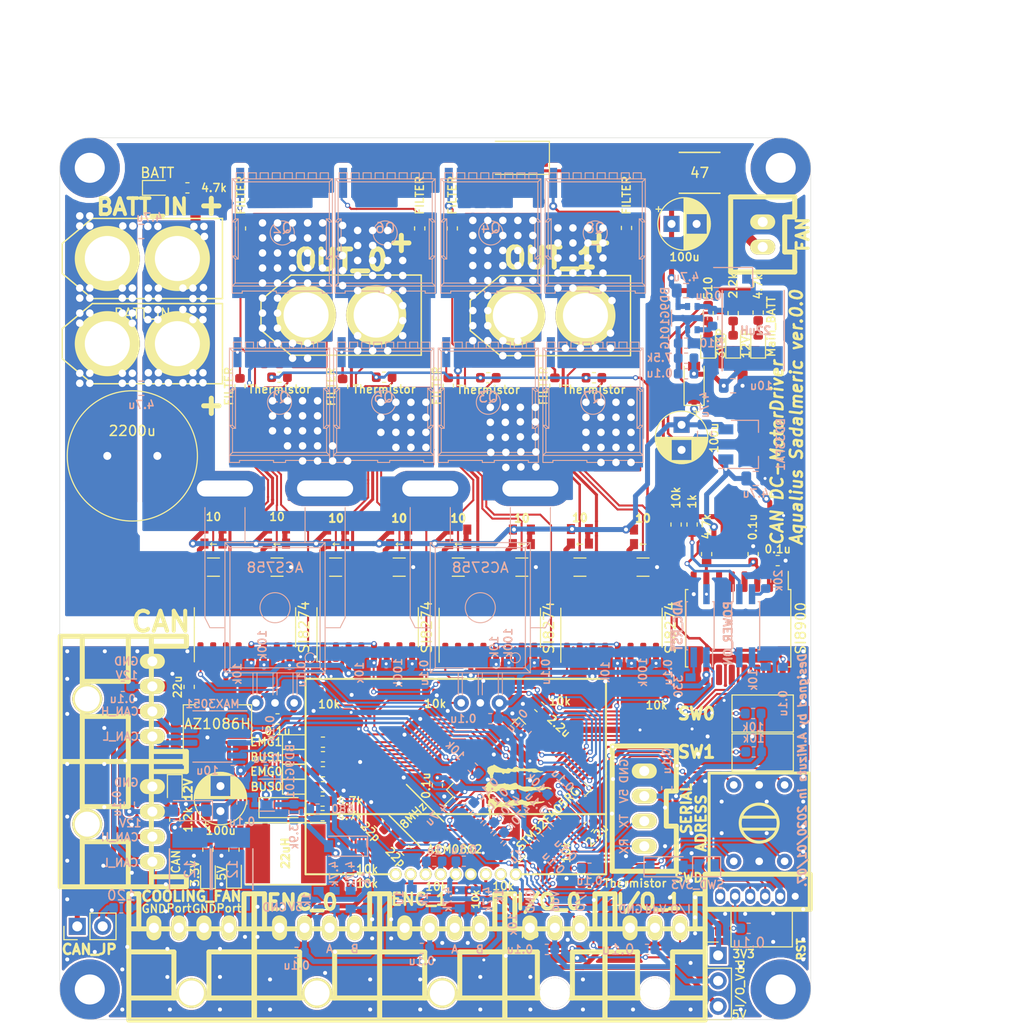
<source format=kicad_pcb>
(kicad_pcb (version 20171130) (host pcbnew "(5.1.6)-1")
  (layers (0 F.Cu signal) (31 B.Cu signal) (34 B.Paste user) (35 F.Paste user) (36 B.SilkS user) (37 F.SilkS user) (38 B.Mask user) (39 F.Mask user) (44 Edge.Cuts user))
  (net 0 "")
  (net 1 /OSC_IN)
  (net 2 GND)
  (net 3 /~RST)
  (net 4 /OSC_OUT)
  (net 5 +3V3)
  (net 6 /CAN_Vdd)
  (net 7 "Net-(C13-Pad1)")
  (net 8 "Net-(C14-Pad1)")
  (net 9 /FB_PWR_OUT)
  (net 10 /FB_PWR)
  (net 11 "Net-(C19-Pad1)")
  (net 12 "Net-(C20-Pad1)")
  (net 13 GNDPWR)
  (net 14 +3.3VP)
  (net 15 "Net-(C23-Pad2)")
  (net 16 "Net-(C23-Pad1)")
  (net 17 /Voltage)
  (net 18 /batt)
  (net 19 +12P)
  (net 20 "Net-(C30-Pad1)")
  (net 21 "Net-(C31-Pad1)")
  (net 22 +BATT)
  (net 23 +5V)
  (net 24 "Net-(D2-Pad2)")
  (net 25 "Net-(D3-Pad2)")
  (net 26 "Net-(D4-Pad2)")
  (net 27 +12V)
  (net 28 /PWM0_L)
  (net 29 /PWM0_R)
  (net 30 "Net-(D13-Pad2)")
  (net 31 "Net-(D14-Pad2)")
  (net 32 "Net-(D19-Pad2)")
  (net 33 "Net-(D20-Pad2)")
  (net 34 "Net-(D21-Pad2)")
  (net 35 "Net-(D22-Pad2)")
  (net 36 "Net-(D23-Pad2)")
  (net 37 "Net-(D26-Pad2)")
  (net 38 "Net-(JP1-Pad1)")
  (net 39 /CAN_H)
  (net 40 "Net-(JP2-Pad2)")
  (net 41 /SWCLK)
  (net 42 /SWDIO)
  (net 43 "Net-(P1-Pad6)")
  (net 44 /CAN_L)
  (net 45 /USART2_RX)
  (net 46 /USART2_TX)
  (net 47 "Net-(P7-Pad2)")
  (net 48 "Net-(R1-Pad1)")
  (net 49 /SW0)
  (net 50 /SW1)
  (net 51 /LED0)
  (net 52 /LED1)
  (net 53 /LED2)
  (net 54 "Net-(R9-Pad2)")
  (net 55 /EN0)
  (net 56 "Net-(R11-Pad1)")
  (net 57 "Net-(R12-Pad1)")
  (net 58 "Net-(R17-Pad2)")
  (net 59 "Net-(R18-Pad2)")
  (net 60 "Net-(R30-Pad2)")
  (net 61 "Net-(R31-Pad2)")
  (net 62 "Net-(R35-Pad1)")
  (net 63 /FB)
  (net 64 "Net-(R40-Pad1)")
  (net 65 /ADR_1)
  (net 66 /ADR_8)
  (net 67 /ADR_4)
  (net 68 /ADR_2)
  (net 69 /CAN1_RX)
  (net 70 /CAN1_TX)
  (net 71 /USART1_TX)
  (net 72 /USART1_RX)
  (net 73 "Net-(U4-Pad13)")
  (net 74 "Net-(U4-Pad12)")
  (net 75 "Net-(U4-Pad7)")
  (net 76 "Net-(U4-Pad2)")
  (net 77 "Net-(U5-Pad6)")
  (net 78 "Net-(U5-Pad11)")
  (net 79 "Net-(U5-Pad14)")
  (net 80 "Net-(U5-Pad15)")
  (net 81 "Net-(D27-Pad2)")
  (net 82 "Net-(P11-Pad4)")
  (net 83 "Net-(P11-Pad3)")
  (net 84 /TIM3_CH1)
  (net 85 /TIM3_CH2)
  (net 86 "Net-(C39-Pad1)")
  (net 87 "Net-(C39-Pad2)")
  (net 88 /ADC_~RST)
  (net 89 "Net-(D32-Pad2)")
  (net 90 "Net-(D33-Pad2)")
  (net 91 "Net-(D34-Pad2)")
  (net 92 /OUT0_L)
  (net 93 /CounterVoltage0)
  (net 94 /OUT0_R)
  (net 95 /OUT1_L)
  (net 96 "Net-(C48-Pad1)")
  (net 97 /Current1)
  (net 98 /Current0)
  (net 99 /OUT1_R)
  (net 100 /CounterVoltage1)
  (net 101 /PWM1_R)
  (net 102 /MOTOR0_BATT)
  (net 103 /PWM1_L)
  (net 104 /LED3)
  (net 105 /MOTOR1_BATT)
  (net 106 "Net-(P13-Pad3)")
  (net 107 "Net-(P13-Pad4)")
  (net 108 /EN1)
  (net 109 "Net-(R57-Pad1)")
  (net 110 "Net-(R60-Pad1)")
  (net 111 "Net-(U8-Pad13)")
  (net 112 "Net-(U8-Pad12)")
  (net 113 "Net-(U8-Pad7)")
  (net 114 "Net-(U8-Pad2)")
  (net 115 "Net-(U14-Pad2)")
  (net 116 "Net-(U14-Pad7)")
  (net 117 "Net-(U14-Pad12)")
  (net 118 "Net-(U14-Pad13)")
  (net 119 "Net-(C45-Pad1)")
  (net 120 "Net-(C46-Pad1)")
  (net 121 "Net-(C49-Pad1)")
  (net 122 "Net-(D1-Pad2)")
  (net 123 "Net-(D11-Pad2)")
  (net 124 "Net-(Q1-PadG)")
  (net 125 "Net-(Q2-PadG)")
  (net 126 "Net-(Q3-PadG)")
  (net 127 "Net-(Q4-PadG)")
  (net 128 "Net-(Q5-PadG)")
  (net 129 "Net-(Q6-PadG)")
  (net 130 "Net-(Q7-PadG)")
  (net 131 "Net-(Q8-PadG)")
  (net 132 "Net-(R13-Pad1)")
  (net 133 "Net-(R53-Pad2)")
  (net 134 "Net-(R54-Pad2)")
  (net 135 "Net-(R63-Pad2)")
  (net 136 "Net-(R64-Pad2)")
  (net 137 "Net-(R65-Pad1)")
  (net 138 "Net-(U12-Pad2)")
  (net 139 "Net-(U12-Pad7)")
  (net 140 "Net-(U12-Pad12)")
  (net 141 "Net-(U12-Pad13)")
  (net 142 /Motor0R_Tmp)
  (net 143 /Motor0L_Tmp)
  (net 144 /Motor1L_Tmp)
  (net 145 /Motor1R_Tmp)
  (net 146 /Substrate_Temp)
  (net 147 "Net-(U3-Pad4)")
  (net 148 /IO_0)
  (net 149 /IO_1)
  (net 150 /TIM4_CH1)
  (net 151 /TIM4_CH2)
  (net 152 "Net-(U3-Pad14)")
  (net 153 "Net-(U3-Pad15)")
  (net 154 "Net-(P2-Pad2)")
  (net 155 "Net-(P2-Pad4)")
  (net 156 "Net-(C62-Pad1)")
  (net 157 "Net-(C63-Pad2)")
  (net 158 "Net-(C63-Pad1)")
  (net 159 "Net-(U17-Pad1)")
  (net 160 "Net-(D7-Pad2)")
  (net 161 "Net-(D8-Pad2)")
  (net 162 "Net-(D9-Pad2)")
  (net 163 "Net-(D39-Pad2)")
  (net 164 IO_Vdd)
  (net 165 "Net-(U3-Pad24)")
  (net 166 /I2C2_SCL)
  (net 167 /I2C2_SDA)
  (net 168 "Net-(U3-Pad50)")
  (net 169 "Net-(U3-Pad51)")
  (net 170 /PWR_ON_PIN)
  (net 171 "Net-(U3-Pad33)")
  (net 172 /ADC_~RST~_PIN)
  (module Mizz_lib:rotary_0F (layer F.Cu) (at 142.35 119.4 180)
    (fp_text reference U19 hide)
    (fp_text value ADRESS (at 5.8 0 270) (layer F.SilkS) (effects (font (thickness 0.25))))
    (pad 1 thru_hole circle (at -2.54 3.81 180) (size 1.524 1.524) (drill 0.762) (layers *.Cu *.Mask) (net 68 /ADR_2))
    (pad 2 thru_hole circle (at 0 3.81 180) (size 1.524 1.524) (drill 0.762) (layers *.Cu *.Mask) (net 2 GND))
    (pad 3 thru_hole circle (at 2.54 3.81 180) (size 1.524 1.524) (drill 0.762) (layers *.Cu *.Mask) (net 65 /ADR_1))
    (pad 4 thru_hole circle (at 2.54 -3.81 180) (size 1.524 1.524) (drill 0.762) (layers *.Cu *.Mask) (net 67 /ADR_4))
    (pad 5 thru_hole circle (at 0 -3.81 180) (size 1.524 1.524) (drill 0.762) (layers *.Cu *.Mask) (net 2 GND))
    (pad 6 thru_hole circle (at -2.54 -3.81 180) (size 1.524 1.524) (drill 0.762) (layers *.Cu *.Mask) (net 66 /ADR_8))
  )
  (module Mizz_lib:AQM0802_original (layer F.Cu) (at 112.05 114.25)
    (fp_text reference U17 hide)
    (fp_text value AQM0802 (at -0.1 7.75) (layer F.SilkS) (effects (font (size 0.8 0.8))))
    (pad 9 thru_hole circle (at 6 10.25) (size 1.2 1.2) (drill 0.8) (layers *.Cu *.Mask F.SilkS) (net 5 +3V3))
    (pad 8 thru_hole circle (at 4.5 10.25) (size 1.2 1.2) (drill 0.8) (layers *.Cu *.Mask F.SilkS) (net 166 /I2C2_SCL))
    (pad 7 thru_hole circle (at 3 10.25) (size 1.2 1.2) (drill 0.8) (layers *.Cu *.Mask F.SilkS) (net 167 /I2C2_SDA))
    (pad 6 thru_hole circle (at 1.5 10.25) (size 1.2 1.2) (drill 0.8) (layers *.Cu *.Mask F.SilkS) (net 2 GND))
    (pad 5 thru_hole circle (at 0 10.25) (size 1.2 1.2) (drill 0.8) (layers *.Cu *.Mask F.SilkS) (net 5 +3V3))
    (pad 4 thru_hole circle (at -1.5 10.25) (size 1.2 1.2) (drill 0.8) (layers *.Cu *.Mask F.SilkS) (net 157 "Net-(C63-Pad2)"))
    (pad 3 thru_hole circle (at -3 10.25) (size 1.2 1.2) (drill 0.8) (layers *.Cu *.Mask F.SilkS) (net 158 "Net-(C63-Pad1)"))
    (pad 2 thru_hole circle (at -4.5 10.25) (size 1.2 1.2) (drill 0.8) (layers *.Cu *.Mask F.SilkS) (net 156 "Net-(C62-Pad1)"))
    (pad 1 thru_hole circle (at -6 10.25) (size 1.2 1.2) (drill 0.8) (layers *.Cu *.Mask F.SilkS) (net 159 "Net-(U17-Pad1)"))
  )
  (module Mizz_lib:XT60_F (layer F.Cu) (at 80.75 71.55)
    (fp_text reference P9)
    (fp_text value BATT_IN (at 0 -3) (layer F.SilkS))
    (pad 1 thru_hole circle (at -3.5 0) (size 6.5 6.5) (drill 4.5) (layers *.Cu *.Mask F.SilkS) (net 13 GNDPWR))
    (pad 2 thru_hole circle (at 3.5 0) (size 6.5 6.5) (drill 4.5) (layers *.Cu *.Mask F.SilkS) (net 22 +BATT))
  )
  (module Mizz_lib:XT60_F (layer F.Cu) (at 121.5 68.75)
    (fp_text reference P10)
    (fp_text value OUT_1 (at 0 -5.75 unlocked) (layer F.SilkS) (effects (font (size 2 2) (thickness 0.5))))
    (pad 2 thru_hole circle (at 3.5 0) (size 6 6) (drill 4.5) (layers *.Cu *.Mask F.SilkS) (net 99 /OUT1_R))
    (pad 1 thru_hole circle (at -3.5 0) (size 6 6) (drill 4.5) (layers *.Cu *.Mask F.SilkS) (net 95 /OUT1_L))
  )
  (module Mizz_lib:XT60_M (layer F.Cu) (at 80.75 63.05)
    (fp_text reference P8)
    (fp_text value BATT_IN (at 0 -5.15 unlocked) (layer F.SilkS) (effects (font (size 1.6 1.6) (thickness 0.375))))
    (pad 2 thru_hole circle (at 3.5 0) (size 6.5 6.5) (drill 4.5) (layers *.Cu *.Mask F.SilkS) (net 22 +BATT))
    (pad 1 thru_hole circle (at -3.5 0) (size 6.5 6.5) (drill 4.5) (layers *.Cu *.Mask F.SilkS) (net 13 GNDPWR))
  )
  (module Mizz_lib:ZH_6P (layer F.Cu) (at 145.95 126.7 180)
    (fp_text reference P1 hide)
    (fp_text value SWD (at 10.65 1.85 180) (layer F.SilkS) (effects (font (size 0.9 0.9) (thickness 0.2))))
    (pad 1 thru_hole oval (at 0 0 180) (size 1 1.524) (drill 0.7) (layers *.Cu *.Mask) (net 2 GND))
    (pad 2 thru_hole oval (at 1.5 0 180) (size 1 1.524) (drill 0.7) (layers *.Cu *.Mask) (net 38 "Net-(JP1-Pad1)"))
    (pad 3 thru_hole oval (at 3 0 180) (size 1 1.524) (drill 0.7) (layers *.Cu *.Mask) (net 41 /SWCLK))
    (pad 4 thru_hole oval (at 4.5 0 180) (size 1 1.524) (drill 0.7) (layers *.Cu *.Mask) (net 42 /SWDIO))
    (pad 5 thru_hole oval (at 6 0 180) (size 1 1.524) (drill 0.7) (layers *.Cu *.Mask) (net 3 /~RST))
    (pad 6 thru_hole oval (at 7.5 0 180) (size 1 1.524) (drill 0.7) (layers *.Cu *.Mask) (net 43 "Net-(P1-Pad6)"))
  )
  (module Mizz_lib:XA_2P (layer F.Cu) (at 142.7 61.9 90)
    (fp_text reference P7 hide)
    (fp_text value FAN (at 1.25 4 270) (layer F.SilkS) (effects (font (size 1.2 1.2) (thickness 0.3))))
    (pad 1 thru_hole oval (at 2.5 0 90) (size 1.5 2.5) (drill 1) (layers *.Cu *.Mask F.SilkS) (net 13 GNDPWR))
    (pad 2 thru_hole oval (at 0 0 90) (size 1.5 2.5) (drill 1) (layers *.Cu *.Mask F.SilkS) (net 47 "Net-(P7-Pad2)"))
  )
  (module Mizz_lib:XA_4P (layer F.Cu) (at 130.875 121.7 90)
    (fp_text reference P5 hide)
    (fp_text value SERIAL (at 3.75 4.2 270) (layer F.SilkS) (effects (font (thickness 0.25))))
    (pad 4 thru_hole oval (at 0 0 90) (size 1.5 2.5) (drill 1) (layers *.Cu *.Mask F.SilkS) (net 45 /USART2_RX))
    (pad 3 thru_hole oval (at 2.5 0 90) (size 1.5 2.5) (drill 1) (layers *.Cu *.Mask F.SilkS) (net 46 /USART2_TX))
    (pad 2 thru_hole oval (at 5 0 90) (size 1.5 2.5) (drill 1) (layers *.Cu *.Mask F.SilkS) (net 23 +5V))
    (pad 1 thru_hole oval (at 7.5 0 90) (size 1.5 2.5) (drill 1) (layers *.Cu *.Mask F.SilkS) (net 2 GND))
  )
  (module Mizz_lib:XA_3LC (layer F.Cu) (at 129.45 129.85)
    (fp_text reference P14 hide)
    (fp_text value I/O_1 (at 1.9 -2.6 unlocked) (layer F.SilkS) (effects (font (size 1.5 1.5) (thickness 0.375))))
    (pad "" thru_hole circle (at 2.5 6.5) (size 3 3) (drill 3) (layers *.Cu *.Mask F.SilkS) (clearance -0.3))
    (pad 3 thru_hole oval (at 5 0) (size 1.5 2.5) (drill 1) (layers *.Cu *.Mask F.SilkS) (net 149 /IO_1))
    (pad 2 thru_hole oval (at 2.5 0) (size 1.5 2.5) (drill 1) (layers *.Cu *.Mask F.SilkS) (net 164 IO_Vdd))
    (pad 1 thru_hole oval (at 0 0) (size 1.5 2.5) (drill 1) (layers *.Cu *.Mask F.SilkS) (net 2 GND))
  )
  (module Mizz_lib:XA_3LC (layer F.Cu) (at 119.45 129.85)
    (fp_text reference P6 (at 0 0.5) (layer F.SilkS))
    (fp_text value I/O_0 (at 1.9 -2.6 unlocked) (layer F.SilkS) (effects (font (size 1.5 1.5) (thickness 0.375))))
    (pad "" thru_hole circle (at 2.5 6.5) (size 3 3) (drill 3) (layers *.Cu *.Mask F.SilkS) (clearance -0.3))
    (pad 3 thru_hole oval (at 5 0) (size 1.5 2.5) (drill 1) (layers *.Cu *.Mask F.SilkS) (net 148 /IO_0))
    (pad 2 thru_hole oval (at 2.5 0) (size 1.5 2.5) (drill 1) (layers *.Cu *.Mask F.SilkS) (net 164 IO_Vdd))
    (pad 1 thru_hole oval (at 0 0) (size 1.5 2.5) (drill 1) (layers *.Cu *.Mask F.SilkS) (net 2 GND))
  )
  (module Mizz_lib:XA_4L (layer F.Cu) (at 106.95 129.85)
    (fp_text reference P13 hide)
    (fp_text value ENC_1 (at 1.45 -2.85) (layer F.SilkS) (effects (font (size 1.2 1.2) (thickness 0.25))))
    (pad 1 thru_hole oval (at 0 0) (size 1.5 2.5) (drill 1) (layers *.Cu *.Mask F.SilkS) (net 2 GND))
    (pad 2 thru_hole oval (at 2.5 0) (size 1.5 2.5) (drill 1) (layers *.Cu *.Mask F.SilkS) (net 23 +5V))
    (pad 3 thru_hole oval (at 5 0) (size 1.5 2.5) (drill 1) (layers *.Cu *.Mask F.SilkS) (net 106 "Net-(P13-Pad3)"))
    (pad 4 thru_hole oval (at 7.5 0) (size 1.5 2.5) (drill 1) (layers *.Cu *.Mask F.SilkS) (net 107 "Net-(P13-Pad4)"))
    (pad "" thru_hole circle (at 3.75 6.5) (size 3 3) (drill 2.5) (layers *.Cu *.Mask F.SilkS))
  )
  (module Mizz_lib:XA_4L (layer F.Cu) (at 94.45 129.85)
    (fp_text reference P11 hide)
    (fp_text value ENC_0 (at 2.25 -2.55) (layer F.SilkS) (effects (font (size 1.5 1.5) (thickness 0.375))))
    (pad "" thru_hole circle (at 3.75 6.5) (size 3 3) (drill 2.5) (layers *.Cu *.Mask F.SilkS))
    (pad 4 thru_hole oval (at 7.5 0) (size 1.5 2.5) (drill 1) (layers *.Cu *.Mask F.SilkS) (net 82 "Net-(P11-Pad4)"))
    (pad 3 thru_hole oval (at 5 0) (size 1.5 2.5) (drill 1) (layers *.Cu *.Mask F.SilkS) (net 83 "Net-(P11-Pad3)"))
    (pad 2 thru_hole oval (at 2.5 0) (size 1.5 2.5) (drill 1) (layers *.Cu *.Mask F.SilkS) (net 23 +5V))
    (pad 1 thru_hole oval (at 0 0) (size 1.5 2.5) (drill 1) (layers *.Cu *.Mask F.SilkS) (net 2 GND))
  )
  (module Mizz_lib:XA_4L (layer F.Cu) (at 81.9 129.85)
    (fp_text reference P2 hide)
    (fp_text value MOTOR_COOLING hide)
    (pad 1 thru_hole oval (at 0 0) (size 1.5 2.5) (drill 1) (layers *.Cu *.Mask F.SilkS) (net 2 GND))
    (pad 2 thru_hole oval (at 2.5 0) (size 1.5 2.5) (drill 1) (layers *.Cu *.Mask F.SilkS) (net 154 "Net-(P2-Pad2)"))
    (pad 3 thru_hole oval (at 5 0) (size 1.5 2.5) (drill 1) (layers *.Cu *.Mask F.SilkS) (net 2 GND))
    (pad 4 thru_hole oval (at 7.5 0) (size 1.5 2.5) (drill 1) (layers *.Cu *.Mask F.SilkS) (net 155 "Net-(P2-Pad4)"))
    (pad "" thru_hole circle (at 3.75 6.5) (size 3 3) (drill 2.5) (layers *.Cu *.Mask F.SilkS))
  )
  (module Mizz_lib:XA_4L (layer F.Cu) (at 81.75 115.75 270)
    (fp_text reference P4 hide)
    (fp_text value CAN (at 7.5 -2.35 270) (layer F.SilkS) (effects (font (size 0.8 0.8))))
    (pad 1 thru_hole oval (at 0 0 270) (size 1.5 2.5) (drill 1) (layers *.Cu *.Mask F.SilkS) (net 2 GND))
    (pad 2 thru_hole oval (at 2.5 0 270) (size 1.5 2.5) (drill 1) (layers *.Cu *.Mask F.SilkS) (net 6 /CAN_Vdd))
    (pad 3 thru_hole oval (at 5 0 270) (size 1.5 2.5) (drill 1) (layers *.Cu *.Mask F.SilkS) (net 39 /CAN_H))
    (pad 4 thru_hole oval (at 7.5 0 270) (size 1.5 2.5) (drill 1) (layers *.Cu *.Mask F.SilkS) (net 44 /CAN_L))
    (pad "" thru_hole circle (at 3.75 6.5 270) (size 3 3) (drill 2.5) (layers *.Cu *.Mask F.SilkS))
  )
  (module Mizz_lib:XA_4L (layer F.Cu) (at 81.75 103.25 270)
    (fp_text reference P3 hide)
    (fp_text value CAN (at -3.95 -0.85 180) (layer F.SilkS) (effects (font (size 2 2) (thickness 0.4))))
    (pad "" thru_hole circle (at 3.75 6.5 270) (size 3 3) (drill 2.5) (layers *.Cu *.Mask F.SilkS))
    (pad 4 thru_hole oval (at 7.5 0 270) (size 1.5 2.5) (drill 1) (layers *.Cu *.Mask F.SilkS) (net 44 /CAN_L))
    (pad 3 thru_hole oval (at 5 0 270) (size 1.5 2.5) (drill 1) (layers *.Cu *.Mask F.SilkS) (net 39 /CAN_H))
    (pad 2 thru_hole oval (at 2.5 0 270) (size 1.5 2.5) (drill 1) (layers *.Cu *.Mask F.SilkS) (net 6 /CAN_Vdd))
    (pad 1 thru_hole oval (at 0 0 270) (size 1.5 2.5) (drill 1) (layers *.Cu *.Mask F.SilkS) (net 2 GND))
  )
  (module Mizz_lib:XT60_F (layer F.Cu) (at 100.6 68.7)
    (fp_text reference P15)
    (fp_text value OUT_0 (at 0 -5.5) (layer F.SilkS) (effects (font (size 2 2) (thickness 0.5))))
    (pad 2 thru_hole circle (at 3.5 0) (size 6 6) (drill 4.5) (layers *.Cu *.Mask F.SilkS) (net 94 /OUT0_R))
    (pad 1 thru_hole circle (at -3.5 0) (size 6 6) (drill 4.5) (layers *.Cu *.Mask F.SilkS) (net 92 /OUT0_L))
  )
  (module Mizz_lib:ACS785xCB (layer B.Cu) (at 94 107.4 180)
    (fp_text reference U10 hide)
    (fp_text value ACS758 (at 0 13.5 180) (layer B.SilkS) (effects (justify mirror)))
    (pad 1 thru_hole circle (at -1.91 0 180) (size 1.524 1.524) (drill 0.762) (layers *.Cu *.Mask) (net 5 +3V3))
    (pad 2 thru_hole circle (at 0 0 180) (size 1.524 1.524) (drill 0.762) (layers *.Cu *.Mask) (net 2 GND))
    (pad 3 thru_hole circle (at 1.91 0 180) (size 1.524 1.524) (drill 0.762) (layers *.Cu *.Mask) (net 110 "Net-(R60-Pad1)"))
    (pad 4 thru_hole oval (at 5 21.4 180) (size 8 3.5) (drill oval 5.6 1.6) (layers *.Cu *.Mask) (net 22 +BATT))
    (pad 5 thru_hole oval (at -5 21.4 180) (size 8 3.5) (drill oval 5.6 1.6) (layers *.Cu *.Mask) (net 102 /MOTOR0_BATT))
  )
  (module Mizz_lib:ACS785xCB (layer B.Cu) (at 114.5 107.4 180)
    (fp_text reference U13 hide)
    (fp_text value ACS758 (at 0 13.5 180) (layer B.SilkS) (effects (justify mirror)))
    (pad 5 thru_hole oval (at -5 21.4 180) (size 8 3.5) (drill oval 5.6 1.6) (layers *.Cu *.Mask) (net 105 /MOTOR1_BATT))
    (pad 4 thru_hole oval (at 5 21.4 180) (size 8 3.5) (drill oval 5.6 1.6) (layers *.Cu *.Mask) (net 22 +BATT))
    (pad 3 thru_hole circle (at 1.91 0 180) (size 1.524 1.524) (drill 0.762) (layers *.Cu *.Mask) (net 109 "Net-(R57-Pad1)"))
    (pad 2 thru_hole circle (at 0 0 180) (size 1.524 1.524) (drill 0.762) (layers *.Cu *.Mask) (net 2 GND))
    (pad 1 thru_hole circle (at -1.91 0 180) (size 1.524 1.524) (drill 0.762) (layers *.Cu *.Mask) (net 5 +3V3))
  )
  (module Package_QFP:LQFP-64_10x10mm_P0.5mm (layer F.Cu) (at 118.35 116.075 45)
    (fp_text reference U3 hide)
    (fp_text value STM32F405RG (at 0 4.101219 45) (layer F.SilkS) (effects (font (size 0.8 0.8))))
    (pad 1 smd roundrect (at -5.675 -3.75 45) (size 1.55 0.3) (layers F.Cu F.Paste F.Mask) (net 5 +3V3))
    (pad 2 smd roundrect (at -5.675 -3.25 45) (size 1.55 0.3) (layers F.Cu F.Paste F.Mask) (net 148 /IO_0))
    (pad 3 smd roundrect (at -5.675 -2.75 45) (size 1.55 0.3) (layers F.Cu F.Paste F.Mask) (net 149 /IO_1))
    (pad 4 smd roundrect (at -5.675 -2.25 45) (size 1.55 0.3) (layers F.Cu F.Paste F.Mask) (net 147 "Net-(U3-Pad4)"))
    (pad 5 smd roundrect (at -5.675 -1.75 45) (size 1.55 0.3) (layers F.Cu F.Paste F.Mask) (net 1 /OSC_IN))
    (pad 6 smd roundrect (at -5.675 -1.25 45) (size 1.55 0.3) (layers F.Cu F.Paste F.Mask) (net 4 /OSC_OUT))
    (pad 7 smd roundrect (at -5.675 -0.75 45) (size 1.55 0.3) (layers F.Cu F.Paste F.Mask) (net 3 /~RST))
    (pad 8 smd roundrect (at -5.675 -0.25 45) (size 1.55 0.3) (layers F.Cu F.Paste F.Mask) (net 142 /Motor0R_Tmp))
    (pad 9 smd roundrect (at -5.675 0.25 45) (size 1.55 0.3) (layers F.Cu F.Paste F.Mask) (net 143 /Motor0L_Tmp))
    (pad 10 smd roundrect (at -5.675 0.75 45) (size 1.55 0.3) (layers F.Cu F.Paste F.Mask) (net 97 /Current1))
    (pad 11 smd roundrect (at -5.675 1.25 45) (size 1.55 0.3) (layers F.Cu F.Paste F.Mask) (net 98 /Current0))
    (pad 12 smd roundrect (at -5.675 1.75 45) (size 1.55 0.3) (layers F.Cu F.Paste F.Mask) (net 2 GND))
    (pad 13 smd roundrect (at -5.675 2.25 45) (size 1.55 0.3) (layers F.Cu F.Paste F.Mask) (net 5 +3V3))
    (pad 14 smd roundrect (at -5.675 2.75 45) (size 1.55 0.3) (layers F.Cu F.Paste F.Mask) (net 152 "Net-(U3-Pad14)"))
    (pad 15 smd roundrect (at -5.675 3.25 45) (size 1.55 0.3) (layers F.Cu F.Paste F.Mask) (net 153 "Net-(U3-Pad15)"))
    (pad 16 smd roundrect (at -5.675 3.75 45) (size 1.55 0.3) (layers F.Cu F.Paste F.Mask) (net 46 /USART2_TX))
    (pad 17 smd roundrect (at -3.75 5.675 45) (size 0.3 1.55) (layers F.Cu F.Paste F.Mask) (net 45 /USART2_RX))
    (pad 18 smd roundrect (at -3.25 5.675 45) (size 0.3 1.55) (layers F.Cu F.Paste F.Mask) (net 2 GND))
    (pad 19 smd roundrect (at -2.75 5.675 45) (size 0.3 1.55) (layers F.Cu F.Paste F.Mask) (net 5 +3V3))
    (pad 20 smd roundrect (at -2.25 5.675 45) (size 0.3 1.55) (layers F.Cu F.Paste F.Mask) (net 146 /Substrate_Temp))
    (pad 21 smd roundrect (at -1.75 5.675 45) (size 0.3 1.55) (layers F.Cu F.Paste F.Mask) (net 67 /ADR_4))
    (pad 22 smd roundrect (at -1.25 5.675 45) (size 0.3 1.55) (layers F.Cu F.Paste F.Mask) (net 66 /ADR_8))
    (pad 23 smd roundrect (at -0.75 5.675 45) (size 0.3 1.55) (layers F.Cu F.Paste F.Mask) (net 65 /ADR_1))
    (pad 24 smd roundrect (at -0.25 5.675 45) (size 0.3 1.55) (layers F.Cu F.Paste F.Mask) (net 165 "Net-(U3-Pad24)"))
    (pad 25 smd roundrect (at 0.25 5.675 45) (size 0.3 1.55) (layers F.Cu F.Paste F.Mask) (net 145 /Motor1R_Tmp))
    (pad 26 smd roundrect (at 0.75 5.675 45) (size 0.3 1.55) (layers F.Cu F.Paste F.Mask) (net 144 /Motor1L_Tmp))
    (pad 27 smd roundrect (at 1.25 5.675 45) (size 0.3 1.55) (layers F.Cu F.Paste F.Mask) (net 68 /ADR_2))
    (pad 28 smd roundrect (at 1.75 5.675 45) (size 0.3 1.55) (layers F.Cu F.Paste F.Mask) (net 54 "Net-(R9-Pad2)"))
    (pad 29 smd roundrect (at 2.25 5.675 45) (size 0.3 1.55) (layers F.Cu F.Paste F.Mask) (net 166 /I2C2_SCL))
    (pad 30 smd roundrect (at 2.75 5.675 45) (size 0.3 1.55) (layers F.Cu F.Paste F.Mask) (net 167 /I2C2_SDA))
    (pad 31 smd roundrect (at 3.25 5.675 45) (size 0.3 1.55) (layers F.Cu F.Paste F.Mask) (net 7 "Net-(C13-Pad1)"))
    (pad 32 smd roundrect (at 3.75 5.675 45) (size 0.3 1.55) (layers F.Cu F.Paste F.Mask) (net 5 +3V3))
    (pad 33 smd roundrect (at 5.675 3.75 45) (size 1.55 0.3) (layers F.Cu F.Paste F.Mask) (net 171 "Net-(U3-Pad33)"))
    (pad 34 smd roundrect (at 5.675 3.25 45) (size 1.55 0.3) (layers F.Cu F.Paste F.Mask) (net 108 /EN1))
    (pad 35 smd roundrect (at 5.675 2.75 45) (size 1.55 0.3) (layers F.Cu F.Paste F.Mask) (net 101 /PWM1_R))
    (pad 36 smd roundrect (at 5.675 2.25 45) (size 1.55 0.3) (layers F.Cu F.Paste F.Mask) (net 103 /PWM1_L))
    (pad 37 smd roundrect (at 5.675 1.75 45) (size 1.55 0.3) (layers F.Cu F.Paste F.Mask) (net 55 /EN0))
    (pad 38 smd roundrect (at 5.675 1.25 45) (size 1.55 0.3) (layers F.Cu F.Paste F.Mask) (net 28 /PWM0_L))
    (pad 39 smd roundrect (at 5.675 0.75 45) (size 1.55 0.3) (layers F.Cu F.Paste F.Mask) (net 29 /PWM0_R))
    (pad 40 smd roundrect (at 5.675 0.25 45) (size 1.55 0.3) (layers F.Cu F.Paste F.Mask) (net 50 /SW1))
    (pad 41 smd roundrect (at 5.675 -0.25 45) (size 1.55 0.3) (layers F.Cu F.Paste F.Mask) (net 49 /SW0))
    (pad 42 smd roundrect (at 5.675 -0.75 45) (size 1.55 0.3) (layers F.Cu F.Paste F.Mask) (net 71 /USART1_TX))
    (pad 43 smd roundrect (at 5.675 -1.25 45) (size 1.55 0.3) (layers F.Cu F.Paste F.Mask) (net 72 /USART1_RX))
    (pad 44 smd roundrect (at 5.675 -1.75 45) (size 1.55 0.3) (layers F.Cu F.Paste F.Mask) (net 170 /PWR_ON_PIN))
    (pad 45 smd roundrect (at 5.675 -2.25 45) (size 1.55 0.3) (layers F.Cu F.Paste F.Mask) (net 172 /ADC_~RST~_PIN))
    (pad 46 smd roundrect (at 5.675 -2.75 45) (size 1.55 0.3) (layers F.Cu F.Paste F.Mask) (net 42 /SWDIO))
    (pad 47 smd roundrect (at 5.675 -3.25 45) (size 1.55 0.3) (layers F.Cu F.Paste F.Mask) (net 8 "Net-(C14-Pad1)"))
    (pad 48 smd roundrect (at 5.675 -3.75 45) (size 1.55 0.3) (layers F.Cu F.Paste F.Mask) (net 5 +3V3))
    (pad 49 smd roundrect (at 3.75 -5.675 45) (size 0.3 1.55) (layers F.Cu F.Paste F.Mask) (net 41 /SWCLK))
    (pad 50 smd roundrect (at 3.25 -5.675 45) (size 0.3 1.55) (layers F.Cu F.Paste F.Mask) (net 168 "Net-(U3-Pad50)"))
    (pad 51 smd roundrect (at 2.75 -5.675 45) (size 0.3 1.55) (layers F.Cu F.Paste F.Mask) (net 169 "Net-(U3-Pad51)"))
    (pad 52 smd roundrect (at 2.25 -5.675 45) (size 0.3 1.55) (layers F.Cu F.Paste F.Mask) (net 51 /LED0))
    (pad 53 smd roundrect (at 1.75 -5.675 45) (size 0.3 1.55) (layers F.Cu F.Paste F.Mask) (net 52 /LED1))
    (pad 54 smd roundrect (at 1.25 -5.675 45) (size 0.3 1.55) (layers F.Cu F.Paste F.Mask) (net 53 /LED2))
    (pad 55 smd roundrect (at 0.75 -5.675 45) (size 0.3 1.55) (layers F.Cu F.Paste F.Mask) (net 104 /LED3))
    (pad 56 smd roundrect (at 0.25 -5.675 45) (size 0.3 1.55) (layers F.Cu F.Paste F.Mask) (net 84 /TIM3_CH1))
    (pad 57 smd roundrect (at -0.25 -5.675 45) (size 0.3 1.55) (layers F.Cu F.Paste F.Mask) (net 85 /TIM3_CH2))
    (pad 58 smd roundrect (at -0.75 -5.675 45) (size 0.3 1.55) (layers F.Cu F.Paste F.Mask) (net 150 /TIM4_CH1))
    (pad 59 smd roundrect (at -1.25 -5.675 45) (size 0.3 1.55) (layers F.Cu F.Paste F.Mask) (net 151 /TIM4_CH2))
    (pad 60 smd roundrect (at -1.75 -5.675 45) (size 0.3 1.55) (layers F.Cu F.Paste F.Mask) (net 48 "Net-(R1-Pad1)"))
    (pad 61 smd roundrect (at -2.25 -5.675 45) (size 0.3 1.55) (layers F.Cu F.Paste F.Mask) (net 69 /CAN1_RX))
    (pad 62 smd roundrect (at -2.75 -5.675 45) (size 0.3 1.55) (layers F.Cu F.Paste F.Mask) (net 70 /CAN1_TX))
    (pad 63 smd roundrect (at -3.25 -5.675 45) (size 0.3 1.55) (layers F.Cu F.Paste F.Mask) (net 2 GND))
    (pad 64 smd roundrect (at -3.75 -5.675 45) (size 0.3 1.55) (layers F.Cu F.Paste F.Mask) (net 5 +3V3))
  )
  (module Capacitor_SMD:C_0603_1608Metric (layer B.Cu) (at 115.5 108.975 180)
    (fp_text reference C21 hide)
    (fp_text value 0.1u (at 2.7 0) (layer B.SilkS) (effects (font (size 0.8 0.8)) (justify mirror)))
    (pad 1 smd roundrect (at -0.7875 0 180) (size 0.875 0.95) (layers B.Cu B.Paste B.Mask) (net 5 +3V3))
    (pad 2 smd roundrect (at 0.7875 0 180) (size 0.875 0.95) (layers B.Cu B.Paste B.Mask) (net 2 GND))
  )
  (module Capacitor_SMD:C_0603_1608Metric (layer B.Cu) (at 116.3 120.9 225)
    (fp_text reference C50 hide)
    (fp_text value 470n (at -2.899138 0 45) (layer B.SilkS) (effects (font (size 0.8 0.8)) (justify mirror)))
    (pad 1 smd roundrect (at -0.7875 0 225) (size 0.875 0.95) (layers B.Cu B.Paste B.Mask) (net 98 /Current0))
    (pad 2 smd roundrect (at 0.7875 0 225) (size 0.875 0.95) (layers B.Cu B.Paste B.Mask) (net 2 GND))
  )
  (module Package_SO:SOIC-16W_7.5x10.3mm_P1.27mm (layer F.Cu) (at 140.25 99.95 270)
    (fp_text reference U5 hide)
    (fp_text value SI8900 (at 0 -6.25 90) (layer F.SilkS))
    (pad 1 smd roundrect (at -4.65 -4.445 270) (size 2.05 0.6) (layers F.Cu F.Paste F.Mask) (net 14 +3.3VP))
    (pad 2 smd roundrect (at -4.65 -3.175 270) (size 2.05 0.6) (layers F.Cu F.Paste F.Mask) (net 14 +3.3VP))
    (pad 3 smd roundrect (at -4.65 -1.905 270) (size 2.05 0.6) (layers F.Cu F.Paste F.Mask) (net 17 /Voltage))
    (pad 4 smd roundrect (at -4.65 -0.635 270) (size 2.05 0.6) (layers F.Cu F.Paste F.Mask) (net 93 /CounterVoltage0))
    (pad 5 smd roundrect (at -4.65 0.635 270) (size 2.05 0.6) (layers F.Cu F.Paste F.Mask) (net 100 /CounterVoltage1))
    (pad 6 smd roundrect (at -4.65 1.905 270) (size 2.05 0.6) (layers F.Cu F.Paste F.Mask) (net 77 "Net-(U5-Pad6)"))
    (pad 7 smd roundrect (at -4.65 3.175 270) (size 2.05 0.6) (layers F.Cu F.Paste F.Mask) (net 88 /ADC_~RST))
    (pad 8 smd roundrect (at -4.65 4.445 270) (size 2.05 0.6) (layers F.Cu F.Paste F.Mask) (net 13 GNDPWR))
    (pad 9 smd roundrect (at 4.65 4.445 270) (size 2.05 0.6) (layers F.Cu F.Paste F.Mask) (net 2 GND))
    (pad 10 smd roundrect (at 4.65 3.175 270) (size 2.05 0.6) (layers F.Cu F.Paste F.Mask) (net 5 +3V3))
    (pad 11 smd roundrect (at 4.65 1.905 270) (size 2.05 0.6) (layers F.Cu F.Paste F.Mask) (net 78 "Net-(U5-Pad11)"))
    (pad 12 smd roundrect (at 4.65 0.635 270) (size 2.05 0.6) (layers F.Cu F.Paste F.Mask) (net 72 /USART1_RX))
    (pad 13 smd roundrect (at 4.65 -0.635 270) (size 2.05 0.6) (layers F.Cu F.Paste F.Mask) (net 71 /USART1_TX))
    (pad 14 smd roundrect (at 4.65 -1.905 270) (size 2.05 0.6) (layers F.Cu F.Paste F.Mask) (net 79 "Net-(U5-Pad14)"))
    (pad 15 smd roundrect (at 4.65 -3.175 270) (size 2.05 0.6) (layers F.Cu F.Paste F.Mask) (net 80 "Net-(U5-Pad15)"))
    (pad 16 smd roundrect (at 4.65 -4.445 270) (size 2.05 0.6) (layers F.Cu F.Paste F.Mask) (net 5 +3V3))
  )
  (module Resistor_SMD:R_0603_1608Metric (layer B.Cu) (at 113.75 113.875 135)
    (fp_text reference R1 hide)
    (fp_text value 10k (at 2.474874 0 135) (layer B.SilkS) (effects (font (size 0.8 0.8)) (justify mirror)))
    (pad 2 smd roundrect (at 0.7875 0 135) (size 0.875 0.95) (layers B.Cu B.Paste B.Mask) (net 2 GND))
    (pad 1 smd roundrect (at -0.7875 0 135) (size 0.875 0.95) (layers B.Cu B.Paste B.Mask) (net 48 "Net-(R1-Pad1)"))
  )
  (module Diode_SMD:D_SOD-123 (layer B.Cu) (at 139.45 64.95 180)
    (fp_text reference D16 hide)
    (fp_text value DIODE)
    (pad 1 smd rect (at -1.65 0 180) (size 0.9 1.2) (layers B.Cu B.Paste B.Mask) (net 16 "Net-(C23-Pad1)"))
    (pad 2 smd rect (at 1.65 0 180) (size 0.9 1.2) (layers B.Cu B.Paste B.Mask) (net 13 GNDPWR))
  )
  (module Mizz_lib:HSOF-8-1 (layer B.Cu) (at 94.725 60.5)
    (fp_text reference Q2 (at 0 -0.5) (layer B.SilkS) (effects (justify mirror)))
    (fp_text value MOSFET_N)
    (pad S smd rect (at 0.6 -5) (size 8 3) (layers B.Cu B.Paste B.Mask) (net 13 GNDPWR))
    (pad G smd rect (at -4.2 -5) (size 0.8 3) (layers B.Cu B.Paste B.Mask) (net 125 "Net-(Q2-PadG)"))
    (pad D smd rect (at 0 2.5) (size 10 8) (layers B.Cu B.Paste B.Mask) (net 92 /OUT0_L))
  )
  (module Diode_SMD:D_SOD-123 (layer B.Cu) (at 85.5 118.15 180)
    (fp_text reference D5 hide)
    (fp_text value DIODE)
    (pad 1 smd rect (at -1.65 0 180) (size 0.9 1.2) (layers B.Cu B.Paste B.Mask) (net 27 +12V))
    (pad 2 smd rect (at 1.65 0 180) (size 0.9 1.2) (layers B.Cu B.Paste B.Mask) (net 6 /CAN_Vdd))
  )
  (module Resistor_SMD:R_0603_1608Metric (layer B.Cu) (at 78.65 127.85 180)
    (fp_text reference R3 hide)
    (fp_text value 120 (at 0 1.25) (layer B.SilkS) (effects (justify mirror)))
    (pad 1 smd roundrect (at -0.7875 0 180) (size 0.875 0.95) (layers B.Cu B.Paste B.Mask) (net 44 /CAN_L))
    (pad 2 smd roundrect (at 0.7875 0 180) (size 0.875 0.95) (layers B.Cu B.Paste B.Mask) (net 40 "Net-(JP2-Pad2)"))
  )
  (module Capacitor_SMD:C_0603_1608Metric (layer B.Cu) (at 115.3 119.9 225)
    (fp_text reference C47 hide)
    (fp_text value 470n (at -2.828427 0 45) (layer B.SilkS) (effects (font (size 0.8 0.8)) (justify mirror)))
    (pad 1 smd roundrect (at -0.7875 0 225) (size 0.875 0.95) (layers B.Cu B.Paste B.Mask) (net 97 /Current1))
    (pad 2 smd roundrect (at 0.7875 0 225) (size 0.875 0.95) (layers B.Cu B.Paste B.Mask) (net 2 GND))
  )
  (module Capacitor_SMD:C_0603_1608Metric (layer F.Cu) (at 115.3 74.95)
    (fp_text reference TH2 hide)
    (fp_text value Thermistor (at 0 1.2) (layer F.SilkS) (effects (font (size 0.8 0.8))))
    (pad 2 smd roundrect (at 0.7875 0) (size 0.875 0.95) (layers F.Cu F.Paste F.Mask) (net 144 /Motor1L_Tmp))
    (pad 1 smd roundrect (at -0.7875 0) (size 0.875 0.95) (layers F.Cu F.Paste F.Mask) (net 5 +3V3))
  )
  (module Resistor_SMD:R_0603_1608Metric (layer F.Cu) (at 98.75 117.2)
    (fp_text reference R57 hide)
    (fp_text value 4.7k (at 2.75 0) (layer F.SilkS) (effects (font (size 0.8 0.8))))
    (pad 1 smd roundrect (at -0.7875 0) (size 0.875 0.95) (layers F.Cu F.Paste F.Mask) (net 109 "Net-(R57-Pad1)"))
    (pad 2 smd roundrect (at 0.7875 0) (size 0.875 0.95) (layers F.Cu F.Paste F.Mask) (net 97 /Current1))
  )
  (module Capacitor_SMD:C_0603_1608Metric (layer F.Cu) (at 94.45 74.9)
    (fp_text reference TH1 hide)
    (fp_text value Thermistor (at 0 1.2) (layer F.SilkS) (effects (font (size 0.8 0.8))))
    (pad 1 smd roundrect (at -0.7875 0) (size 0.875 0.95) (layers F.Cu F.Paste F.Mask) (net 5 +3V3))
    (pad 2 smd roundrect (at 0.7875 0) (size 0.875 0.95) (layers F.Cu F.Paste F.Mask) (net 143 /Motor0L_Tmp))
  )
  (module Mizz_lib:Crystal_SMD_5032_2Pads (layer F.Cu) (at 107.8 118.625 315)
    (fp_text reference Y1 hide)
    (fp_text value 8MHz (at 0 0 45) (layer F.SilkS) (effects (font (size 0.8 0.8))))
    (pad 1 smd rect (at -2.05 0 315) (size 2 2.4) (layers F.Cu F.Paste F.Mask) (net 1 /OSC_IN))
    (pad 2 smd rect (at 2.05 0 315) (size 2 2.4) (layers F.Cu F.Paste F.Mask) (net 4 /OSC_OUT))
  )
  (module Capacitor_SMD:C_0603_1608Metric (layer F.Cu) (at 104.393153 119.418153 315)
    (fp_text reference C1 hide)
    (fp_text value 22p (at -0.007995 1.184404 135) (layer F.SilkS) (effects (font (size 0.8 0.8))))
    (pad 2 smd roundrect (at 0.7875 0 315) (size 0.875 0.95) (layers F.Cu F.Paste F.Mask) (net 1 /OSC_IN))
    (pad 1 smd roundrect (at -0.7875 0 315) (size 0.875 0.95) (layers F.Cu F.Paste F.Mask) (net 2 GND))
  )
  (module Capacitor_SMD:C_0603_1608Metric (layer B.Cu) (at 141.3 129.9 180)
    (fp_text reference C2 hide)
    (fp_text value 0.1u (at 0 -1.43) (layer B.SilkS) (effects (justify mirror)))
    (pad 1 smd roundrect (at -0.7875 0 180) (size 0.875 0.95) (layers B.Cu B.Paste B.Mask) (net 2 GND))
    (pad 2 smd roundrect (at 0.7875 0 180) (size 0.875 0.95) (layers B.Cu B.Paste B.Mask) (net 3 /~RST))
  )
  (module Capacitor_SMD:C_0603_1608Metric (layer F.Cu) (at 107.1 122.125 135)
    (fp_text reference C3 hide)
    (fp_text value 22p (at 0.282843 -1.202082 135) (layer F.SilkS) (effects (font (size 0.8 0.8))))
    (pad 1 smd roundrect (at -0.7875 0 135) (size 0.875 0.95) (layers F.Cu F.Paste F.Mask) (net 2 GND))
    (pad 2 smd roundrect (at 0.7875 0 135) (size 0.875 0.95) (layers F.Cu F.Paste F.Mask) (net 4 /OSC_OUT))
  )
  (module Capacitor_SMD:C_0603_1608Metric (layer B.Cu) (at 119.9 121.475 315)
    (fp_text reference C5 hide)
    (fp_text value 0.1u (at 2.669328 -0.017678 135) (layer B.SilkS) (effects (font (size 0.8 0.8)) (justify mirror)))
    (pad 1 smd roundrect (at -0.7875 0 315) (size 0.875 0.95) (layers B.Cu B.Paste B.Mask) (net 5 +3V3))
    (pad 2 smd roundrect (at 0.7875 0 315) (size 0.875 0.95) (layers B.Cu B.Paste B.Mask) (net 2 GND))
  )
  (module Capacitor_SMD:C_0603_1608Metric (layer B.Cu) (at 124.6 116.975 315)
    (fp_text reference C6 hide)
    (fp_text value 0.1u (at -2.65165 0 135) (layer B.SilkS) (effects (font (size 0.8 0.8)) (justify mirror)))
    (pad 2 smd roundrect (at 0.7875 0 315) (size 0.875 0.95) (layers B.Cu B.Paste B.Mask) (net 2 GND))
    (pad 1 smd roundrect (at -0.7875 0 315) (size 0.875 0.95) (layers B.Cu B.Paste B.Mask) (net 5 +3V3))
  )
  (module Capacitor_SMD:C_0603_1608Metric (layer B.Cu) (at 78.8 105.75)
    (fp_text reference C7 hide)
    (fp_text value 0.1u (at 0 1.25) (layer B.SilkS) (effects (font (size 0.8 0.8)) (justify mirror)))
    (pad 2 smd roundrect (at 0.7875 0) (size 0.875 0.95) (layers B.Cu B.Paste B.Mask) (net 6 /CAN_Vdd))
    (pad 1 smd roundrect (at -0.7875 0) (size 0.875 0.95) (layers B.Cu B.Paste B.Mask) (net 2 GND))
  )
  (module Capacitor_SMD:C_0603_1608Metric (layer B.Cu) (at 119.1 110.025 48)
    (fp_text reference C8 hide)
    (fp_text value 0.1u (at 0 -1.254999 48) (layer B.SilkS) (effects (font (size 0.8 0.8)) (justify mirror)))
    (pad 2 smd roundrect (at 0.7875 0 48) (size 0.875 0.95) (layers B.Cu B.Paste B.Mask) (net 2 GND))
    (pad 1 smd roundrect (at -0.7875 0 48) (size 0.875 0.95) (layers B.Cu B.Paste B.Mask) (net 5 +3V3))
  )
  (module Capacitor_SMD:C_0603_1608Metric (layer F.Cu) (at 110.21 115.65 270)
    (fp_text reference C9 hide)
    (fp_text value 0.1u (at 0 1.131371 270) (layer F.SilkS) (effects (font (size 0.8 0.8))))
    (pad 1 smd roundrect (at -0.7875 0 270) (size 0.875 0.95) (layers F.Cu F.Paste F.Mask) (net 5 +3V3))
    (pad 2 smd roundrect (at 0.7875 0 270) (size 0.875 0.95) (layers F.Cu F.Paste F.Mask) (net 2 GND))
  )
  (module Capacitor_SMD:C_0603_1608Metric (layer B.Cu) (at 117.3 121.9 225)
    (fp_text reference C10 hide)
    (fp_text value 1u (at 0.017678 -1.149049 45) (layer B.SilkS) (effects (font (size 0.8 0.8)) (justify mirror)))
    (pad 2 smd roundrect (at 0.7875 0 225) (size 0.875 0.95) (layers B.Cu B.Paste B.Mask) (net 2 GND))
    (pad 1 smd roundrect (at -0.7875 0 225) (size 0.875 0.95) (layers B.Cu B.Paste B.Mask) (net 5 +3V3))
  )
  (module Capacitor_SMD:C_0603_1608Metric (layer B.Cu) (at 79.45 117.45 270)
    (fp_text reference C11 hide)
    (fp_text value 0.1u (at 0 1.25 90) (layer B.SilkS) (effects (font (size 0.8 0.8)) (justify mirror)))
    (pad 2 smd roundrect (at 0.7875 0 270) (size 0.875 0.95) (layers B.Cu B.Paste B.Mask) (net 6 /CAN_Vdd))
    (pad 1 smd roundrect (at -0.7875 0 270) (size 0.875 0.95) (layers B.Cu B.Paste B.Mask) (net 2 GND))
  )
  (module Capacitor_SMD:C_0603_1608Metric (layer F.Cu) (at 125.325 119.775 225)
    (fp_text reference C13 hide)
    (fp_text value 2.2u (at 0 -1.166726 45) (layer F.SilkS) (effects (font (size 0.8 0.8))))
    (pad 1 smd roundrect (at -0.7875 0 225) (size 0.875 0.95) (layers F.Cu F.Paste F.Mask) (net 7 "Net-(C13-Pad1)"))
    (pad 2 smd roundrect (at 0.7875 0 225) (size 0.875 0.95) (layers F.Cu F.Paste F.Mask) (net 2 GND))
  )
  (module Capacitor_SMD:C_0603_1608Metric (layer F.Cu) (at 120.4 107.8 137)
    (fp_text reference C14 hide)
    (fp_text value 2.2u (at -2.74289 -0.067482 137) (layer F.SilkS) (effects (font (size 0.8 0.8))))
    (pad 2 smd roundrect (at 0.7875 0 137) (size 0.875 0.95) (layers F.Cu F.Paste F.Mask) (net 2 GND))
    (pad 1 smd roundrect (at -0.7875 0 137) (size 0.875 0.95) (layers F.Cu F.Paste F.Mask) (net 8 "Net-(C14-Pad1)"))
  )
  (module Capacitor_SMD:C_0603_1608Metric (layer B.Cu) (at 133.125 115.9 270)
    (fp_text reference C15 hide)
    (fp_text value 0.1u (at -2.7 0 90) (layer B.SilkS) (effects (font (size 0.8 0.8)) (justify mirror)))
    (pad 1 smd roundrect (at -0.7875 0 270) (size 0.875 0.95) (layers B.Cu B.Paste B.Mask) (net 2 GND))
    (pad 2 smd roundrect (at 0.7875 0 270) (size 0.875 0.95) (layers B.Cu B.Paste B.Mask) (net 23 +5V))
  )
  (module Capacitor_SMD:C_0603_1608Metric (layer B.Cu) (at 121.15 132)
    (fp_text reference C16 hide)
    (fp_text value 0.1u (at -2.7 0) (layer B.SilkS) (effects (font (size 0.8 0.8)) (justify mirror)))
    (pad 2 smd roundrect (at 0.7875 0) (size 0.875 0.95) (layers B.Cu B.Paste B.Mask) (net 164 IO_Vdd))
    (pad 1 smd roundrect (at -0.7875 0) (size 0.875 0.95) (layers B.Cu B.Paste B.Mask) (net 2 GND))
  )
  (module Capacitor_SMD:C_0603_1608Metric (layer B.Cu) (at 135.05 74.55 180)
    (fp_text reference C18 hide)
    (fp_text value 0.1u (at 2.65 0.05) (layer B.SilkS) (effects (font (size 0.8 0.8)) (justify mirror)))
    (pad 1 smd roundrect (at -0.7875 0 180) (size 0.875 0.95) (layers B.Cu B.Paste B.Mask) (net 9 /FB_PWR_OUT))
    (pad 2 smd roundrect (at 0.7875 0 180) (size 0.875 0.95) (layers B.Cu B.Paste B.Mask) (net 10 /FB_PWR))
  )
  (module Capacitor_SMD:C_0603_1608Metric (layer F.Cu) (at 144.2 93.2)
    (fp_text reference C22 hide)
    (fp_text value 0.1u (at 0 -1.15) (layer F.SilkS) (effects (font (size 0.8 0.8))))
    (pad 1 smd roundrect (at -0.7875 0) (size 0.875 0.95) (layers F.Cu F.Paste F.Mask) (net 14 +3.3VP))
    (pad 2 smd roundrect (at 0.7875 0) (size 0.875 0.95) (layers F.Cu F.Paste F.Mask) (net 13 GNDPWR))
  )
  (module Capacitor_SMD:C_0603_1608Metric (layer B.Cu) (at 137.7 69 270)
    (fp_text reference C23 hide)
    (fp_text value 0.1u (at -2.25 0.4 180) (layer B.SilkS) (effects (font (size 0.8 0.8)) (justify mirror)))
    (pad 2 smd roundrect (at 0.7875 0 270) (size 0.875 0.95) (layers B.Cu B.Paste B.Mask) (net 15 "Net-(C23-Pad2)"))
    (pad 1 smd roundrect (at -0.7875 0 270) (size 0.875 0.95) (layers B.Cu B.Paste B.Mask) (net 16 "Net-(C23-Pad1)"))
  )
  (module Capacitor_SMD:C_0603_1608Metric (layer F.Cu) (at 141.75 92.55 90)
    (fp_text reference C24 hide)
    (fp_text value 0.1u (at 2.7 -0.05 90) (layer F.SilkS) (effects (font (size 0.8 0.8))))
    (pad 2 smd roundrect (at 0.7875 0 90) (size 0.875 0.95) (layers F.Cu F.Paste F.Mask) (net 13 GNDPWR))
    (pad 1 smd roundrect (at -0.7875 0 90) (size 0.875 0.95) (layers F.Cu F.Paste F.Mask) (net 17 /Voltage))
  )
  (module Capacitor_THT:CP_Radial_D5.0mm_P2.50mm (layer F.Cu) (at 133.6 59.6)
    (fp_text reference C25 hide)
    (fp_text value 100u (at 1.3 3.3 180) (layer F.SilkS) (effects (font (size 0.8 0.8))))
    (pad 1 thru_hole rect (at 0 0) (size 1.6 1.6) (drill 0.8) (layers *.Cu *.Mask) (net 18 /batt))
    (pad 2 thru_hole circle (at 2.5 0) (size 1.6 1.6) (drill 0.8) (layers *.Cu *.Mask) (net 13 GNDPWR))
  )
  (module Capacitor_SMD:C_0805_2012Metric (layer B.Cu) (at 139.75 75.75)
    (fp_text reference C28 hide)
    (fp_text value 10u (at 2.8 0) (layer B.SilkS) (effects (font (size 0.8 0.8)) (justify mirror)))
    (pad 1 smd roundrect (at -0.9375 0) (size 0.975 1.4) (layers B.Cu B.Paste B.Mask) (net 9 /FB_PWR_OUT))
    (pad 2 smd roundrect (at 0.9375 0) (size 0.975 1.4) (layers B.Cu B.Paste B.Mask) (net 13 GNDPWR))
  )
  (module Capacitor_SMD:C_0805_2012Metric (layer B.Cu) (at 136.9 80.55 270)
    (fp_text reference C29 hide)
    (fp_text value 4.7u (at -2.9 0 90) (layer B.SilkS) (effects (font (size 0.8 0.8)) (justify mirror)))
    (pad 1 smd roundrect (at -0.9375 0 270) (size 0.975 1.4) (layers B.Cu B.Paste B.Mask) (net 19 +12P))
    (pad 2 smd roundrect (at 0.9375 0 270) (size 0.975 1.4) (layers B.Cu B.Paste B.Mask) (net 13 GNDPWR))
  )
  (module Capacitor_SMD:C_0805_2012Metric (layer B.Cu) (at 142 85)
    (fp_text reference C32 hide)
    (fp_text value 4.7u (at 0 1.5) (layer B.SilkS) (effects (font (size 0.8 0.8)) (justify mirror)))
    (pad 2 smd roundrect (at 0.9375 0) (size 0.975 1.4) (layers B.Cu B.Paste B.Mask) (net 13 GNDPWR))
    (pad 1 smd roundrect (at -0.9375 0) (size 0.975 1.4) (layers B.Cu B.Paste B.Mask) (net 14 +3.3VP))
  )
  (module Capacitor_THT:CP_Radial_D5.0mm_P2.50mm (layer F.Cu) (at 88.55 118.2 90)
    (fp_text reference C33 hide)
    (fp_text value 100u (at -1.95 0.025 180) (layer F.SilkS) (effects (font (size 0.8 0.8))))
    (pad 1 thru_hole rect (at 0 0 90) (size 1.6 1.6) (drill 0.8) (layers *.Cu *.Mask) (net 27 +12V))
    (pad 2 thru_hole circle (at 2.5 0 90) (size 1.6 1.6) (drill 0.8) (layers *.Cu *.Mask) (net 2 GND))
  )
  (module Diode_SMD:D_SOD-123 (layer B.Cu) (at 133.1 123.75)
    (fp_text reference D4 hide)
    (fp_text value DIODE)
    (pad 2 smd rect (at 1.65 0) (size 0.9 1.2) (layers B.Cu B.Paste B.Mask) (net 26 "Net-(D4-Pad2)"))
    (pad 1 smd rect (at -1.65 0) (size 0.9 1.2) (layers B.Cu B.Paste B.Mask) (net 5 +3V3))
  )
  (module LED_SMD:LED_0603_1608Metric (layer F.Cu) (at 96.235 111.32)
    (fp_text reference D7 hide)
    (fp_text value EMG1 (at -3.11 -0.02 unlocked) (layer F.SilkS) (effects (font (size 0.8 0.8))))
    (pad 2 smd roundrect (at 0.7875 0) (size 0.875 0.95) (layers F.Cu F.Paste F.Mask) (net 160 "Net-(D7-Pad2)"))
    (pad 1 smd roundrect (at -0.7875 0) (size 0.875 0.95) (layers F.Cu F.Paste F.Mask) (net 2 GND))
  )
  (module LED_SMD:LED_0603_1608Metric (layer F.Cu) (at 96.235 112.77)
    (fp_text reference D8 hide)
    (fp_text value BUS1 (at -3.11 0.03 unlocked) (layer F.SilkS) (effects (font (size 0.8 0.8))))
    (pad 1 smd roundrect (at -0.7875 0) (size 0.875 0.95) (layers F.Cu F.Paste F.Mask) (net 2 GND))
    (pad 2 smd roundrect (at 0.7875 0) (size 0.875 0.95) (layers F.Cu F.Paste F.Mask) (net 161 "Net-(D8-Pad2)"))
  )
  (module LED_SMD:LED_0603_1608Metric (layer F.Cu) (at 96.235 114.27)
    (fp_text reference D9 hide)
    (fp_text value EMG0 (at -3.11 -0.02 unlocked) (layer F.SilkS) (effects (font (size 0.8 0.8))))
    (pad 2 smd roundrect (at 0.7875 0) (size 0.875 0.95) (layers F.Cu F.Paste F.Mask) (net 162 "Net-(D9-Pad2)"))
    (pad 1 smd roundrect (at -0.7875 0) (size 0.875 0.95) (layers F.Cu F.Paste F.Mask) (net 2 GND))
  )
  (module Diode_SMD:D_SMA (layer F.Cu) (at 118 53 180)
    (fp_text reference D15 hide)
    (fp_text value DIODE)
    (pad 1 smd rect (at -2 0 180) (size 2.5 1.8) (layers F.Cu F.Paste F.Mask) (net 18 /batt))
    (pad 2 smd rect (at 2 0 180) (size 2.5 1.8) (layers F.Cu F.Paste F.Mask) (net 22 +BATT))
  )
  (module Diode_SMD:D_SOD-123 (layer F.Cu) (at 135.85 75.45 90)
    (fp_text reference D18 hide)
    (fp_text value DIODE)
    (pad 2 smd rect (at 1.65 0 90) (size 0.9 1.2) (layers F.Cu F.Paste F.Mask) (net 9 /FB_PWR_OUT))
    (pad 1 smd rect (at -1.65 0 90) (size 0.9 1.2) (layers F.Cu F.Paste F.Mask) (net 19 +12P))
  )
  (module LED_SMD:LED_0603_1608Metric (layer F.Cu) (at 82.25 56)
    (fp_text reference D21 hide)
    (fp_text value BATT (at 0 -1.5) (layer F.SilkS))
    (pad 2 smd roundrect (at 0.7875 0) (size 0.875 0.95) (layers F.Cu F.Paste F.Mask) (net 34 "Net-(D21-Pad2)"))
    (pad 1 smd roundrect (at -0.7875 0) (size 0.875 0.95) (layers F.Cu F.Paste F.Mask) (net 13 GNDPWR))
  )
  (module LED_SMD:LED_0603_1608Metric (layer F.Cu) (at 139.75 71.5 90)
    (fp_text reference D22 hide)
    (fp_text value 12VP (at 0 1.25 90) (layer F.SilkS) (effects (font (size 0.8 0.8))))
    (pad 1 smd roundrect (at -0.7875 0 90) (size 0.875 0.95) (layers F.Cu F.Paste F.Mask) (net 13 GNDPWR))
    (pad 2 smd roundrect (at 0.7875 0 90) (size 0.875 0.95) (layers F.Cu F.Paste F.Mask) (net 35 "Net-(D22-Pad2)"))
  )
  (module LED_SMD:LED_0603_1608Metric (layer F.Cu) (at 137.25 71.5 90)
    (fp_text reference D23 hide)
    (fp_text value 3V3P (at 0 1.25 90) (layer F.SilkS) (effects (font (size 0.8 0.8))))
    (pad 1 smd roundrect (at -0.7875 0 90) (size 0.875 0.95) (layers F.Cu F.Paste F.Mask) (net 13 GNDPWR))
    (pad 2 smd roundrect (at 0.7875 0 90) (size 0.875 0.95) (layers F.Cu F.Paste F.Mask) (net 36 "Net-(D23-Pad2)"))
  )
  (module Diode_SMD:D_SOD-123 (layer F.Cu) (at 94.65 117.85)
    (fp_text reference D24 hide)
    (fp_text value DIODE)
    (pad 1 smd rect (at -1.65 0) (size 0.9 1.2) (layers F.Cu F.Paste F.Mask) (net 86 "Net-(C39-Pad1)"))
    (pad 2 smd rect (at 1.65 0) (size 0.9 1.2) (layers F.Cu F.Paste F.Mask) (net 2 GND))
  )
  (module Diode_SMD:D_SOD-123 (layer B.Cu) (at 101 121.7 180)
    (fp_text reference D26 hide)
    (fp_text value DIODE)
    (pad 1 smd rect (at -1.65 0 180) (size 0.9 1.2) (layers B.Cu B.Paste B.Mask) (net 23 +5V))
    (pad 2 smd rect (at 1.65 0 180) (size 0.9 1.2) (layers B.Cu B.Paste B.Mask) (net 37 "Net-(D26-Pad2)"))
  )
  (module Jumper:SolderJumper-2_P1.3mm_Open_TrianglePad1.0x1.5mm (layer B.Cu) (at 137.1 123.75 180)
    (fp_text reference JP1 hide)
    (fp_text value SWD_3V3 (at 0.9 -1.8) (layer B.SilkS) (effects (font (size 0.8 0.8)) (justify mirror)))
    (pad 2 smd custom (at 0.725 0 180) (size 0.3 0.3) (layers B.Cu B.Mask) (net 26 "Net-(D4-Pad2)") (options (clearance outline) (anchor rect)) (primitives (gr_poly (pts (xy -0.65 0.75) (xy 0.5 0.75) (xy 0.5 -0.75) (xy -0.65 -0.75) (xy -0.15 0)) (width 0))))
    (pad 1 smd custom (at -0.725 0 180) (size 0.3 0.3) (layers B.Cu B.Mask) (net 38 "Net-(JP1-Pad1)") (options (clearance outline) (anchor rect)) (primitives (gr_poly (pts (xy -0.5 0.75) (xy 0.5 0.75) (xy 1 0) (xy 0.5 -0.75) (xy -0.5 -0.75)) (width 0))))
  )
  (module Connector_PinHeader_2.54mm:PinHeader_1x02_P2.54mm_Vertical (layer F.Cu) (at 74.25 129.7 90)
    (fp_text reference JP2 hide)
    (fp_text value CAN_JP (at -2.3 1.2 unlocked) (layer F.SilkS) (effects (font (thickness 0.25))))
    (pad 1 thru_hole rect (at 0 0 90) (size 1.7 1.7) (drill 1) (layers *.Cu *.Mask) (net 39 /CAN_H))
    (pad 2 thru_hole oval (at 0 2.54 90) (size 1.7 1.7) (drill 1) (layers *.Cu *.Mask) (net 40 "Net-(JP2-Pad2)"))
  )
  (module Mizz_lib:Inductor_Taiyo-Yuden_NR-60xx_HandSoldering (layer B.Cu) (at 141.75 70.25 270)
    (fp_text reference L1 hide)
    (fp_text value 22uH (at 0 -0.25 180) (layer B.SilkS) (effects (font (size 0.8 0.8) (thickness 0.2)) (justify mirror)))
    (pad 2 smd rect (at 2.775 0 270) (size 2.45 5.9) (layers B.Cu B.Paste B.Mask) (net 9 /FB_PWR_OUT))
    (pad 1 smd rect (at -2.775 0 270) (size 2.45 5.9) (layers B.Cu B.Paste B.Mask) (net 16 "Net-(C23-Pad1)"))
  )
  (module Mizz_lib:Inductor_Taiyo-Yuden_NR-60xx_HandSoldering (layer F.Cu) (at 95.05 122.45)
    (fp_text reference L2 hide)
    (fp_text value 22uH (at 0 -0.05 -90) (layer F.SilkS) (effects (font (size 0.8 0.8) (thickness 0.2))))
    (pad 1 smd rect (at -2.775 0) (size 2.45 5.9) (layers F.Cu F.Paste F.Mask) (net 86 "Net-(C39-Pad1)"))
    (pad 2 smd rect (at 2.775 0) (size 2.45 5.9) (layers F.Cu F.Paste F.Mask) (net 37 "Net-(D26-Pad2)"))
  )
  (module Resistor_SMD:R_0603_1608Metric (layer B.Cu) (at 141.75 108.46 180)
    (fp_text reference R4 hide)
    (fp_text value 10k (at 0 -1.35) (layer B.SilkS) (effects (font (size 0.8 0.8)) (justify mirror)))
    (pad 2 smd roundrect (at 0.7875 0 180) (size 0.875 0.95) (layers B.Cu B.Paste B.Mask) (net 49 /SW0))
    (pad 1 smd roundrect (at -0.7875 0 180) (size 0.875 0.95) (layers B.Cu B.Paste B.Mask) (net 23 +5V))
  )
  (module Resistor_SMD:R_0603_1608Metric (layer B.Cu) (at 141.8 112.29 180)
    (fp_text reference R5 hide)
    (fp_text value 10k (at 0 1.35) (layer B.SilkS) (effects (font (size 0.8 0.8)) (justify mirror)))
    (pad 2 smd roundrect (at 0.7875 0 180) (size 0.875 0.95) (layers B.Cu B.Paste B.Mask) (net 50 /SW1))
    (pad 1 smd roundrect (at -0.7875 0 180) (size 0.875 0.95) (layers B.Cu B.Paste B.Mask) (net 23 +5V))
  )
  (module Resistor_SMD:R_0603_1608Metric (layer F.Cu) (at 98.785 111.32 180)
    (fp_text reference R6 hide)
    (fp_text value 330)
    (pad 2 smd roundrect (at 0.7875 0 180) (size 0.875 0.95) (layers F.Cu F.Paste F.Mask) (net 160 "Net-(D7-Pad2)"))
    (pad 1 smd roundrect (at -0.7875 0 180) (size 0.875 0.95) (layers F.Cu F.Paste F.Mask) (net 51 /LED0))
  )
  (module Resistor_SMD:R_0603_1608Metric (layer F.Cu) (at 98.785 112.77 180)
    (fp_text reference R7 hide)
    (fp_text value 330)
    (pad 1 smd roundrect (at -0.7875 0 180) (size 0.875 0.95) (layers F.Cu F.Paste F.Mask) (net 52 /LED1))
    (pad 2 smd roundrect (at 0.7875 0 180) (size 0.875 0.95) (layers F.Cu F.Paste F.Mask) (net 161 "Net-(D8-Pad2)"))
  )
  (module Resistor_SMD:R_0603_1608Metric (layer F.Cu) (at 98.785 114.27 180)
    (fp_text reference R8 hide)
    (fp_text value 330)
    (pad 2 smd roundrect (at 0.7875 0 180) (size 0.875 0.95) (layers F.Cu F.Paste F.Mask) (net 162 "Net-(D9-Pad2)"))
    (pad 1 smd roundrect (at -0.7875 0 180) (size 0.875 0.95) (layers F.Cu F.Paste F.Mask) (net 53 /LED2))
  )
  (module Resistor_SMD:R_0603_1608Metric (layer B.Cu) (at 121.8 117.1 315)
    (fp_text reference R9 hide)
    (fp_text value 10k (at -2.474874 0 135) (layer B.SilkS) (effects (font (size 0.8 0.8)) (justify mirror)))
    (pad 1 smd roundrect (at -0.7875 0 315) (size 0.875 0.95) (layers B.Cu B.Paste B.Mask) (net 5 +3V3))
    (pad 2 smd roundrect (at 0.7875 0 315) (size 0.875 0.95) (layers B.Cu B.Paste B.Mask) (net 54 "Net-(R9-Pad2)"))
  )
  (module Resistor_SMD:R_0603_1608Metric (layer B.Cu) (at 135.05 73 180)
    (fp_text reference R14 hide)
    (fp_text value 7.5k (at 2.65 0.05) (layer B.SilkS) (effects (font (size 0.8 0.8)) (justify mirror)))
    (pad 2 smd roundrect (at 0.7875 0 180) (size 0.875 0.95) (layers B.Cu B.Paste B.Mask) (net 10 /FB_PWR))
    (pad 1 smd roundrect (at -0.7875 0 180) (size 0.875 0.95) (layers B.Cu B.Paste B.Mask) (net 9 /FB_PWR_OUT))
  )
  (module Resistor_SMD:R_0603_1608Metric (layer B.Cu) (at 135.05 71.5)
    (fp_text reference R15 hide)
    (fp_text value 510 (at 2.5 0) (layer B.SilkS) (effects (font (size 0.8 0.8)) (justify mirror)))
    (pad 1 smd roundrect (at -0.7875 0) (size 0.875 0.95) (layers B.Cu B.Paste B.Mask) (net 10 /FB_PWR))
    (pad 2 smd roundrect (at 0.7875 0) (size 0.875 0.95) (layers B.Cu B.Paste B.Mask) (net 13 GNDPWR))
  )
  (module Resistor_SMD:R_0603_1608Metric (layer F.Cu) (at 90.5 75.8 270)
    (fp_text reference R17 hide)
    (fp_text value FILTER (at 0 1.1 90) (layer F.SilkS) (effects (font (size 0.8 0.8))))
    (pad 1 smd roundrect (at -0.7875 0 270) (size 0.875 0.95) (layers F.Cu F.Paste F.Mask) (net 124 "Net-(Q1-PadG)"))
    (pad 2 smd roundrect (at 0.7875 0 270) (size 0.875 0.95) (layers F.Cu F.Paste F.Mask) (net 58 "Net-(R17-Pad2)"))
  )
  (module Resistor_SMD:R_0603_1608Metric (layer F.Cu) (at 90.55 60.05 270)
    (fp_text reference R18 hide)
    (fp_text value FILTER (at -3.3 -0.05 90) (layer F.SilkS) (effects (font (size 0.8 0.8))))
    (pad 2 smd roundrect (at 0.7875 0 270) (size 0.875 0.95) (layers F.Cu F.Paste F.Mask) (net 59 "Net-(R18-Pad2)"))
    (pad 1 smd roundrect (at -0.7875 0 270) (size 0.875 0.95) (layers F.Cu F.Paste F.Mask) (net 125 "Net-(Q2-PadG)"))
  )
  (module Resistor_SMD:R_0603_1608Metric (layer F.Cu) (at 134.05 89.6 270)
    (fp_text reference R22 hide)
    (fp_text value 10k (at -1.5 0 90) (layer F.SilkS) (effects (font (size 0.8 0.8)) (justify left)))
    (pad 2 smd roundrect (at 0.7875 0 270) (size 0.875 0.95) (layers F.Cu F.Paste F.Mask) (net 17 /Voltage))
    (pad 1 smd roundrect (at -0.7875 0 270) (size 0.875 0.95) (layers F.Cu F.Paste F.Mask) (net 22 +BATT))
  )
  (module Resistor_SMD:R_0603_1608Metric (layer F.Cu) (at 135.65 89.6 90)
    (fp_text reference R23 hide)
    (fp_text value 1k (at 1.5 0 90) (layer F.SilkS) (effects (font (size 0.8 0.8)) (justify left)))
    (pad 1 smd roundrect (at -0.7875 0 90) (size 0.875 0.95) (layers F.Cu F.Paste F.Mask) (net 17 /Voltage))
    (pad 2 smd roundrect (at 0.7875 0 90) (size 0.875 0.95) (layers F.Cu F.Paste F.Mask) (net 13 GNDPWR))
  )
  (module Mizz_lib:R_2812 (layer F.Cu) (at 136.4 54.5 180)
    (fp_text reference R25 hide)
    (fp_text value 47 (at 0 0) (layer F.SilkS))
    (pad 1 smd rect (at -3.15 0 180) (size 2 3.5) (layers F.Cu F.Paste F.Mask) (net 47 "Net-(P7-Pad2)"))
    (pad 2 smd rect (at 3.15 0 180) (size 2 3.5) (layers F.Cu F.Paste F.Mask) (net 18 /batt))
  )
  (module Resistor_SMD:R_0603_1608Metric (layer F.Cu) (at 100.75 75.85 270)
    (fp_text reference R30 hide)
    (fp_text value FILTER (at 0 1.15 90) (layer F.SilkS) (effects (font (size 0.8 0.8))))
    (pad 1 smd roundrect (at -0.7875 0 270) (size 0.875 0.95) (layers F.Cu F.Paste F.Mask) (net 128 "Net-(Q5-PadG)"))
    (pad 2 smd roundrect (at 0.7875 0 270) (size 0.875 0.95) (layers F.Cu F.Paste F.Mask) (net 60 "Net-(R30-Pad2)"))
  )
  (module Resistor_SMD:R_0603_1608Metric (layer F.Cu) (at 108.45 60.05 270)
    (fp_text reference R31 hide)
    (fp_text value FILTER (at -3.3 0 90) (layer F.SilkS) (effects (font (size 0.8 0.8))))
    (pad 2 smd roundrect (at 0.7875 0 270) (size 0.875 0.95) (layers F.Cu F.Paste F.Mask) (net 61 "Net-(R31-Pad2)"))
    (pad 1 smd roundrect (at -0.7875 0 270) (size 0.875 0.95) (layers F.Cu F.Paste F.Mask) (net 129 "Net-(Q6-PadG)"))
  )
  (module Resistor_SMD:R_0603_1608Metric (layer F.Cu) (at 85.25 56)
    (fp_text reference R32 hide)
    (fp_text value 4.7k (at 2.65 0) (layer F.SilkS) (effects (font (size 0.8 0.8))))
    (pad 2 smd roundrect (at 0.7875 0) (size 0.875 0.95) (layers F.Cu F.Paste F.Mask) (net 22 +BATT))
    (pad 1 smd roundrect (at -0.7875 0) (size 0.875 0.95) (layers F.Cu F.Paste F.Mask) (net 34 "Net-(D21-Pad2)"))
  )
  (module Resistor_SMD:R_0603_1608Metric (layer F.Cu) (at 139.75 68.5 90)
    (fp_text reference R33 hide)
    (fp_text value 2.2k (at 2.75 0 90) (layer F.SilkS) (effects (font (size 0.8 0.8))))
    (pad 1 smd roundrect (at -0.7875 0 90) (size 0.875 0.95) (layers F.Cu F.Paste F.Mask) (net 35 "Net-(D22-Pad2)"))
    (pad 2 smd roundrect (at 0.7875 0 90) (size 0.875 0.95) (layers F.Cu F.Paste F.Mask) (net 19 +12P))
  )
  (module Resistor_SMD:R_0603_1608Metric (layer F.Cu) (at 137.25 68.5 90)
    (fp_text reference R34 hide)
    (fp_text value 510 (at 2.5 0 90) (layer F.SilkS) (effects (font (size 0.8 0.8))))
    (pad 2 smd roundrect (at 0.7875 0 90) (size 0.875 0.95) (layers F.Cu F.Paste F.Mask) (net 14 +3.3VP))
    (pad 1 smd roundrect (at -0.7875 0 90) (size 0.875 0.95) (layers F.Cu F.Paste F.Mask) (net 36 "Net-(D23-Pad2)"))
  )
  (module Resistor_SMD:R_0603_1608Metric (layer B.Cu) (at 95.9 118.3 90)
    (fp_text reference R37 hide)
    (fp_text value 3.9k (at -2.45 0 90) (layer B.SilkS) (effects (font (size 0.8 0.8)) (justify mirror)))
    (pad 1 smd roundrect (at -0.7875 0 90) (size 0.875 0.95) (layers B.Cu B.Paste B.Mask) (net 37 "Net-(D26-Pad2)"))
    (pad 2 smd roundrect (at 0.7875 0 90) (size 0.875 0.95) (layers B.Cu B.Paste B.Mask) (net 63 /FB))
  )
  (module Resistor_SMD:R_0603_1608Metric (layer B.Cu) (at 98.25 118)
    (fp_text reference R38 hide)
    (fp_text value 680 (at 2.5 0) (layer B.SilkS) (effects (font (size 0.8 0.8)) (justify mirror)))
    (pad 1 smd roundrect (at -0.7875 0) (size 0.875 0.95) (layers B.Cu B.Paste B.Mask) (net 63 /FB))
    (pad 2 smd roundrect (at 0.7875 0) (size 0.875 0.95) (layers B.Cu B.Paste B.Mask) (net 2 GND))
  )
  (module Resistor_SMD:R_0603_1608Metric (layer B.Cu) (at 143 95.2 90)
    (fp_text reference R40 hide)
    (fp_text value 20k (at 0 1.25 90) (layer B.SilkS) (effects (font (size 0.8 0.8)) (justify mirror)))
    (pad 2 smd roundrect (at 0.7875 0 90) (size 0.875 0.95) (layers B.Cu B.Paste B.Mask) (net 13 GNDPWR))
    (pad 1 smd roundrect (at -0.7875 0 90) (size 0.875 0.95) (layers B.Cu B.Paste B.Mask) (net 64 "Net-(R40-Pad1)"))
  )
  (module Button_Switch_SMD:SW_SPST_CK_RS282G05A3 (layer F.Cu) (at 142.6 129.9)
    (fp_text reference SW1 hide)
    (fp_text value RST (at 3.95 2.1 90 unlocked) (layer F.SilkS) (effects (font (size 0.8 0.8) (thickness 0.2))))
    (pad 1 smd rect (at -3.9 0) (size 1.5 1.5) (layers F.Cu F.Paste F.Mask) (net 3 /~RST))
    (pad 2 smd rect (at 3.9 0) (size 1.5 1.5) (layers F.Cu F.Paste F.Mask) (net 2 GND))
  )
  (module Package_SO:SOIC-8_3.9x4.9mm_P1.27mm (layer B.Cu) (at 87.75 110.75 180)
    (fp_text reference U1 hide)
    (fp_text value MAX3051 (at 0 3.25 180) (layer B.SilkS) (effects (font (size 0.8 0.8)) (justify mirror)))
    (pad 8 smd roundrect (at 2.475 1.905 180) (size 1.95 0.6) (layers B.Cu B.Paste B.Mask) (net 2 GND))
    (pad 7 smd roundrect (at 2.475 0.635 180) (size 1.95 0.6) (layers B.Cu B.Paste B.Mask) (net 39 /CAN_H))
    (pad 6 smd roundrect (at 2.475 -0.635 180) (size 1.95 0.6) (layers B.Cu B.Paste B.Mask) (net 44 /CAN_L))
    (pad 5 smd roundrect (at 2.475 -1.905 180) (size 1.95 0.6) (layers B.Cu B.Paste B.Mask) (net 2 GND))
    (pad 4 smd roundrect (at -2.475 -1.905 180) (size 1.95 0.6) (layers B.Cu B.Paste B.Mask) (net 69 /CAN1_RX))
    (pad 3 smd roundrect (at -2.475 -0.635 180) (size 1.95 0.6) (layers B.Cu B.Paste B.Mask) (net 5 +3V3))
    (pad 2 smd roundrect (at -2.475 0.635 180) (size 1.95 0.6) (layers B.Cu B.Paste B.Mask) (net 2 GND))
    (pad 1 smd roundrect (at -2.475 1.905 180) (size 1.95 0.6) (layers B.Cu B.Paste B.Mask) (net 70 /CAN1_TX))
  )
  (module Package_SO:TSOP-6_1.65x3.05mm_P0.95mm (layer B.Cu) (at 93.15 116.6 180)
    (fp_text reference U2 hide)
    (fp_text value BD9G101 (at -2.35 2.375 90) (layer B.SilkS) (effects (font (size 0.8 0.8)) (justify mirror)))
    (pad 1 smd rect (at -1.16 0.95 180) (size 0.7 0.51) (layers B.Cu B.Paste B.Mask) (net 87 "Net-(C39-Pad2)"))
    (pad 2 smd rect (at -1.16 0 180) (size 0.7 0.51) (layers B.Cu B.Paste B.Mask) (net 2 GND))
    (pad 3 smd rect (at -1.16 -0.95 180) (size 0.7 0.51) (layers B.Cu B.Paste B.Mask) (net 63 /FB))
    (pad 4 smd rect (at 1.16 -0.95 180) (size 0.7 0.51) (layers B.Cu B.Paste B.Mask) (net 27 +12V))
    (pad 5 smd rect (at 1.16 0 180) (size 0.7 0.51) (layers B.Cu B.Paste B.Mask) (net 27 +12V))
    (pad 6 smd rect (at 1.16 0.95 180) (size 0.7 0.51) (layers B.Cu B.Paste B.Mask) (net 86 "Net-(C39-Pad1)"))
  )
  (module Package_SO:SO-4_4.4x2.3mm_P1.27mm (layer B.Cu) (at 136.45 99.7 90)
    (fp_text reference U6 hide)
    (fp_text value ADC_~RST (at 0 -2.2 90) (layer B.SilkS) (effects (font (size 0.8 0.8) (thickness 0.2)) (justify mirror)))
    (pad 1 smd rect (at -3.15 0.635 90) (size 2 0.64) (layers B.Cu B.Paste B.Mask) (net 172 /ADC_~RST~_PIN))
    (pad 2 smd rect (at -3.15 -0.635 90) (size 2 0.64) (layers B.Cu B.Paste B.Mask) (net 57 "Net-(R12-Pad1)"))
    (pad 3 smd rect (at 3.15 -0.635 90) (size 2 0.64) (layers B.Cu B.Paste B.Mask) (net 13 GNDPWR))
    (pad 4 smd rect (at 3.15 0.635 90) (size 2 0.64) (layers B.Cu B.Paste B.Mask) (net 88 /ADC_~RST))
  )
  (module Package_SO:TSOP-6_1.65x3.05mm_P0.95mm (layer B.Cu) (at 135.2 69 90)
    (fp_text reference U7 hide)
    (fp_text value BD9G101G (at 0 -2.25 90) (layer B.SilkS) (effects (font (size 0.8 0.8)) (justify mirror)))
    (pad 6 smd rect (at 1.16 0.95 90) (size 0.7 0.51) (layers B.Cu B.Paste B.Mask) (net 16 "Net-(C23-Pad1)"))
    (pad 5 smd rect (at 1.16 0 90) (size 0.7 0.51) (layers B.Cu B.Paste B.Mask) (net 18 /batt))
    (pad 4 smd rect (at 1.16 -0.95 90) (size 0.7 0.51) (layers B.Cu B.Paste B.Mask) (net 18 /batt))
    (pad 3 smd rect (at -1.16 -0.95 90) (size 0.7 0.51) (layers B.Cu B.Paste B.Mask) (net 10 /FB_PWR))
    (pad 2 smd rect (at -1.16 0 90) (size 0.7 0.51) (layers B.Cu B.Paste B.Mask) (net 13 GNDPWR))
    (pad 1 smd rect (at -1.16 0.95 90) (size 0.7 0.51) (layers B.Cu B.Paste B.Mask) (net 15 "Net-(C23-Pad2)"))
  )
  (module Package_TO_SOT_SMD:SOT-89-3 (layer B.Cu) (at 140.5 81.6)
    (fp_text reference U9 hide)
    (fp_text value BD33FA1 (at 4 0 -90) (layer B.SilkS) (effects (font (size 0.8 0.8)) (justify mirror)))
    (pad 2 smd trapezoid (at 2.667 0 90) (size 1.6 0.85) (rect_delta 0 -0.6) (layers B.Cu B.Paste B.Mask) (net 13 GNDPWR))
    (pad 1 smd rect (at -1.48 1.5 90) (size 1 1.5) (layers B.Cu B.Paste B.Mask) (net 14 +3.3VP))
    (pad 2 smd rect (at -1.3335 0 90) (size 1 1.8) (layers B.Cu B.Paste B.Mask) (net 13 GNDPWR))
    (pad 3 smd rect (at -1.48 -1.5 90) (size 1 1.5) (layers B.Cu B.Paste B.Mask) (net 19 +12P))
    (pad 2 smd rect (at 1.3335 0 90) (size 2.2 1.84) (layers B.Cu B.Paste B.Mask) (net 13 GNDPWR))
    (pad 2 smd trapezoid (at -0.0762 0 270) (size 1.5 1) (rect_delta 0 -0.7) (layers B.Cu B.Paste B.Mask) (net 13 GNDPWR))
  )
  (module Package_SO:SO-4_4.4x2.3mm_P1.27mm (layer B.Cu) (at 141 99.7 270)
    (fp_text reference U11 hide)
    (fp_text value POWER_ON (at 0.75 1.75 90) (layer B.SilkS) (effects (font (size 0.8 0.8) (thickness 0.2)) (justify mirror)))
    (pad 4 smd rect (at 3.15 0.635 270) (size 2 0.64) (layers B.Cu B.Paste B.Mask) (net 5 +3V3))
    (pad 3 smd rect (at 3.15 -0.635 270) (size 2 0.64) (layers B.Cu B.Paste B.Mask) (net 170 /PWR_ON_PIN))
    (pad 2 smd rect (at -3.15 -0.635 270) (size 2 0.64) (layers B.Cu B.Paste B.Mask) (net 64 "Net-(R40-Pad1)"))
    (pad 1 smd rect (at -3.15 0.635 270) (size 2 0.64) (layers B.Cu B.Paste B.Mask) (net 22 +BATT))
  )
  (module Capacitor_SMD:C_0603_1608Metric (layer F.Cu) (at 94.25 109 180)
    (fp_text reference C36 hide)
    (fp_text value 0.1u (at 0 -1.2 180) (layer F.SilkS) (effects (font (size 0.8 0.8))))
    (pad 1 smd roundrect (at -0.7875 0 180) (size 0.875 0.95) (layers F.Cu F.Paste F.Mask) (net 5 +3V3))
    (pad 2 smd roundrect (at 0.7875 0 180) (size 0.875 0.95) (layers F.Cu F.Paste F.Mask) (net 2 GND))
  )
  (module Capacitor_SMD:C_0805_2012Metric (layer B.Cu) (at 135.05 66.25)
    (fp_text reference C37 hide)
    (fp_text value 4.7u (at 0 -1.35) (layer B.SilkS) (effects (font (size 0.8 0.8)) (justify mirror)))
    (pad 1 smd roundrect (at -0.9375 0) (size 0.975 1.4) (layers B.Cu B.Paste B.Mask) (net 18 /batt))
    (pad 2 smd roundrect (at 0.9375 0) (size 0.975 1.4) (layers B.Cu B.Paste B.Mask) (net 13 GNDPWR))
  )
  (module LED_SMD:LED_0603_1608Metric (layer F.Cu) (at 142.25 71.5 90)
    (fp_text reference D27 hide)
    (fp_text value Main_BATT (at 1.65 1.3 90) (layer F.SilkS) (effects (font (size 0.8 0.8))))
    (pad 2 smd roundrect (at 0.7875 0 90) (size 0.875 0.95) (layers F.Cu F.Paste F.Mask) (net 81 "Net-(D27-Pad2)"))
    (pad 1 smd roundrect (at -0.7875 0 90) (size 0.875 0.95) (layers F.Cu F.Paste F.Mask) (net 13 GNDPWR))
  )
  (module Resistor_SMD:R_0603_1608Metric (layer F.Cu) (at 142.25 68.444999 90)
    (fp_text reference R41 hide)
    (fp_text value 4.7k (at 2.594999 -0.005001 90) (layer F.SilkS) (effects (font (size 0.8 0.8))))
    (pad 1 smd roundrect (at -0.7875 0 90) (size 0.875 0.95) (layers F.Cu F.Paste F.Mask) (net 81 "Net-(D27-Pad2)"))
    (pad 2 smd roundrect (at 0.7875 0 90) (size 0.875 0.95) (layers F.Cu F.Paste F.Mask) (net 18 /batt))
  )
  (module Capacitor_SMD:C_0603_1608Metric (layer B.Cu) (at 96.15 132.3)
    (fp_text reference C26 hide)
    (fp_text value 0.1u (at 0 1.3 180) (layer B.SilkS) (effects (font (size 0.8 0.8)) (justify mirror)))
    (pad 1 smd roundrect (at -0.7875 0) (size 0.875 0.95) (layers B.Cu B.Paste B.Mask) (net 2 GND))
    (pad 2 smd roundrect (at 0.7875 0) (size 0.875 0.95) (layers B.Cu B.Paste B.Mask) (net 23 +5V))
  )
  (module Capacitor_SMD:C_0603_1608Metric (layer B.Cu) (at 90.7 117.35 270)
    (fp_text reference C38 hide)
    (fp_text value 0.1u (at 1.9 0 180) (layer B.SilkS) (effects (font (size 0.8 0.8)) (justify mirror)))
    (pad 1 smd roundrect (at -0.7875 0 270) (size 0.875 0.95) (layers B.Cu B.Paste B.Mask) (net 27 +12V))
    (pad 2 smd roundrect (at 0.7875 0 270) (size 0.875 0.95) (layers B.Cu B.Paste B.Mask) (net 2 GND))
  )
  (module Capacitor_SMD:C_0603_1608Metric (layer B.Cu) (at 93.1 114.15)
    (fp_text reference C39 hide)
    (fp_text value 0.1u (at 0 -1.2) (layer B.SilkS) (effects (font (size 0.8 0.8)) (justify mirror)))
    (pad 1 smd roundrect (at -0.7875 0) (size 0.875 0.95) (layers B.Cu B.Paste B.Mask) (net 86 "Net-(C39-Pad1)"))
    (pad 2 smd roundrect (at 0.7875 0) (size 0.875 0.95) (layers B.Cu B.Paste B.Mask) (net 87 "Net-(C39-Pad2)"))
  )
  (module Button_Switch_SMD:SW_SPST_CK_RS282G05A3 (layer F.Cu) (at 142.7 108.46 180)
    (fp_text reference SW3 hide)
    (fp_text value SW0 (at 6.625 -0.015) (layer F.SilkS) (effects (font (size 1.2 1.2) (thickness 0.3))))
    (pad 2 smd rect (at 3.9 0 180) (size 1.5 1.5) (layers F.Cu F.Paste F.Mask) (net 49 /SW0))
    (pad 1 smd rect (at -3.9 0 180) (size 1.5 1.5) (layers F.Cu F.Paste F.Mask) (net 2 GND))
  )
  (module Button_Switch_SMD:SW_SPST_CK_RS282G05A3 (layer F.Cu) (at 142.7 112.34 180)
    (fp_text reference SW4 hide)
    (fp_text value SW1 (at 6.6 0.04) (layer F.SilkS) (effects (font (size 1.2 1.2) (thickness 0.3))))
    (pad 1 smd rect (at -3.9 0 180) (size 1.5 1.5) (layers F.Cu F.Paste F.Mask) (net 2 GND))
    (pad 2 smd rect (at 3.9 0 180) (size 1.5 1.5) (layers F.Cu F.Paste F.Mask) (net 50 /SW1))
  )
  (module Capacitor_SMD:C_0603_1608Metric (layer B.Cu) (at 92.25 109.95 90)
    (fp_text reference C42 hide)
    (fp_text value 0.1u (at 0 1.25 90) (layer B.SilkS) (effects (font (size 0.8 0.8)) (justify mirror)))
    (pad 1 smd roundrect (at -0.7875 0 90) (size 0.875 0.95) (layers B.Cu B.Paste B.Mask) (net 5 +3V3))
    (pad 2 smd roundrect (at 0.7875 0 90) (size 0.875 0.95) (layers B.Cu B.Paste B.Mask) (net 2 GND))
  )
  (module Resistor_SMD:R_0603_1608Metric (layer F.Cu) (at 137.1 92.55 270)
    (fp_text reference R16 hide)
    (fp_text value 4.7k (at -2.75 0 270) (layer F.SilkS) (effects (font (size 0.8 0.8))))
    (pad 1 smd roundrect (at -0.7875 0 270) (size 0.875 0.95) (layers F.Cu F.Paste F.Mask) (net 14 +3.3VP))
    (pad 2 smd roundrect (at 0.7875 0 270) (size 0.875 0.95) (layers F.Cu F.Paste F.Mask) (net 88 /ADC_~RST))
  )
  (module LED_SMD:LED_0603_1608Metric (layer F.Cu) (at 83.99 116.05 270)
    (fp_text reference D32 hide)
    (fp_text value 12V (at 0.01 -1.33 90) (layer F.SilkS) (effects (font (size 0.8 0.8) (thickness 0.2))))
    (pad 2 smd roundrect (at 0.7875 0 270) (size 0.875 0.95) (layers F.Cu F.Paste F.Mask) (net 89 "Net-(D32-Pad2)"))
    (pad 1 smd roundrect (at -0.7875 0 270) (size 0.875 0.95) (layers F.Cu F.Paste F.Mask) (net 2 GND))
  )
  (module LED_SMD:LED_0603_1608Metric (layer F.Cu) (at 89.9 124.4 90)
    (fp_text reference D33 hide)
    (fp_text value 5V (at 0 -1.25 90) (layer F.SilkS) (effects (font (size 0.8 0.8))))
    (pad 1 smd roundrect (at -0.7875 0 90) (size 0.875 0.95) (layers F.Cu F.Paste F.Mask) (net 2 GND))
    (pad 2 smd roundrect (at 0.7875 0 90) (size 0.875 0.95) (layers F.Cu F.Paste F.Mask) (net 90 "Net-(D33-Pad2)"))
  )
  (module LED_SMD:LED_0603_1608Metric (layer F.Cu) (at 87.3 124.45 90)
    (fp_text reference D34 hide)
    (fp_text value 3.3V (at 0 -1.3 90) (layer F.SilkS) (effects (font (size 0.8 0.8))))
    (pad 1 smd roundrect (at -0.7875 0 90) (size 0.875 0.95) (layers F.Cu F.Paste F.Mask) (net 2 GND))
    (pad 2 smd roundrect (at 0.7875 0 90) (size 0.875 0.95) (layers F.Cu F.Paste F.Mask) (net 91 "Net-(D34-Pad2)"))
  )
  (module Resistor_SMD:R_0603_1608Metric (layer F.Cu) (at 83.99 119.05 270)
    (fp_text reference R47 hide)
    (fp_text value 1.2k (at 0 -1.33 90) (layer F.SilkS) (effects (font (size 0.8 0.8))))
    (pad 2 smd roundrect (at 0.7875 0 270) (size 0.875 0.95) (layers F.Cu F.Paste F.Mask) (net 27 +12V))
    (pad 1 smd roundrect (at -0.7875 0 270) (size 0.875 0.95) (layers F.Cu F.Paste F.Mask) (net 89 "Net-(D32-Pad2)"))
  )
  (module Resistor_SMD:R_0603_1608Metric (layer F.Cu) (at 89.9 122.05 90)
    (fp_text reference R48 hide)
    (fp_text value 510)
    (pad 1 smd roundrect (at -0.7875 0 90) (size 0.875 0.95) (layers F.Cu F.Paste F.Mask) (net 90 "Net-(D33-Pad2)"))
    (pad 2 smd roundrect (at 0.7875 0 90) (size 0.875 0.95) (layers F.Cu F.Paste F.Mask) (net 23 +5V))
  )
  (module Resistor_SMD:R_0603_1608Metric (layer F.Cu) (at 87.3 122.05 90)
    (fp_text reference R49 hide)
    (fp_text value 330)
    (pad 1 smd roundrect (at -0.7875 0 90) (size 0.875 0.95) (layers F.Cu F.Paste F.Mask) (net 91 "Net-(D34-Pad2)"))
    (pad 2 smd roundrect (at 0.7875 0 90) (size 0.875 0.95) (layers F.Cu F.Paste F.Mask) (net 5 +3V3))
  )
  (module Capacitor_SMD:C_0805_2012Metric (layer B.Cu) (at 80.65 60.35 180)
    (fp_text reference C35 hide)
    (fp_text value 4.7u (at -0.8 1.4) (layer B.SilkS) (effects (font (size 0.8 0.8)) (justify mirror)))
    (pad 1 smd roundrect (at -0.9375 0 180) (size 0.975 1.4) (layers B.Cu B.Paste B.Mask) (net 22 +BATT))
    (pad 2 smd roundrect (at 0.9375 0 180) (size 0.975 1.4) (layers B.Cu B.Paste B.Mask) (net 13 GNDPWR))
  )
  (module Capacitor_SMD:C_0805_2012Metric (layer B.Cu) (at 80.65 76 180)
    (fp_text reference C43 hide)
    (fp_text value 4.7u (at 0 -1.65) (layer B.SilkS) (effects (font (size 0.8 0.8)) (justify mirror)))
    (pad 2 smd roundrect (at 0.9375 0 180) (size 0.975 1.4) (layers B.Cu B.Paste B.Mask) (net 13 GNDPWR))
    (pad 1 smd roundrect (at -0.9375 0 180) (size 0.975 1.4) (layers B.Cu B.Paste B.Mask) (net 22 +BATT))
  )
  (module Capacitor_SMD:C_0603_1608Metric (layer B.Cu) (at 108.65 131.9)
    (fp_text reference C44 hide)
    (fp_text value 0.1u (at 0 1.25) (layer B.SilkS) (effects (font (size 0.8 0.8)) (justify mirror)))
    (pad 1 smd roundrect (at -0.7875 0) (size 0.875 0.95) (layers B.Cu B.Paste B.Mask) (net 2 GND))
    (pad 2 smd roundrect (at 0.7875 0) (size 0.875 0.95) (layers B.Cu B.Paste B.Mask) (net 23 +5V))
  )
  (module LED_SMD:LED_0603_1608Metric (layer F.Cu) (at 96.235 115.77)
    (fp_text reference D39 hide)
    (fp_text value BUS0 (at -3.085 0 unlocked) (layer F.SilkS) (effects (font (size 0.8 0.8))))
    (pad 2 smd roundrect (at 0.7875 0) (size 0.875 0.95) (layers F.Cu F.Paste F.Mask) (net 163 "Net-(D39-Pad2)"))
    (pad 1 smd roundrect (at -0.7875 0) (size 0.875 0.95) (layers F.Cu F.Paste F.Mask) (net 2 GND))
  )
  (module Resistor_SMD:R_0603_1608Metric (layer F.Cu) (at 98.785 115.77 180)
    (fp_text reference R51 hide)
    (fp_text value 330)
    (pad 1 smd roundrect (at -0.7875 0 180) (size 0.875 0.95) (layers F.Cu F.Paste F.Mask) (net 104 /LED3))
    (pad 2 smd roundrect (at 0.7875 0 180) (size 0.875 0.95) (layers F.Cu F.Paste F.Mask) (net 163 "Net-(D39-Pad2)"))
  )
  (module Resistor_SMD:R_0603_1608Metric (layer F.Cu) (at 98.75 118.65)
    (fp_text reference R60 hide)
    (fp_text value 4.7k (at 2.725 0.025) (layer F.SilkS) (effects (font (size 0.8 0.8))))
    (pad 1 smd roundrect (at -0.7875 0) (size 0.875 0.95) (layers F.Cu F.Paste F.Mask) (net 110 "Net-(R60-Pad1)"))
    (pad 2 smd roundrect (at 0.7875 0) (size 0.875 0.95) (layers F.Cu F.Paste F.Mask) (net 98 /Current0))
  )
  (module Capacitor_SMD:C_0603_1608Metric (layer B.Cu) (at 131.15 132)
    (fp_text reference C55 hide)
    (fp_text value 0.1u (at -2.9 0) (layer B.SilkS) (effects (justify mirror)))
    (pad 1 smd roundrect (at -0.7875 0) (size 0.875 0.95) (layers B.Cu B.Paste B.Mask) (net 2 GND))
    (pad 2 smd roundrect (at 0.7875 0) (size 0.875 0.95) (layers B.Cu B.Paste B.Mask) (net 164 IO_Vdd))
  )
  (module Capacitor_SMD:C_0603_1608Metric (layer B.Cu) (at 89.775 114.15 180)
    (fp_text reference C56 hide)
    (fp_text value 10u (at 2.525 0) (layer B.SilkS) (effects (font (size 0.8 0.8)) (justify mirror)))
    (pad 1 smd roundrect (at -0.7875 0 180) (size 0.875 0.95) (layers B.Cu B.Paste B.Mask) (net 23 +5V))
    (pad 2 smd roundrect (at 0.7875 0 180) (size 0.875 0.95) (layers B.Cu B.Paste B.Mask) (net 2 GND))
  )
  (module Capacitor_SMD:C_0603_1608Metric (layer F.Cu) (at 85.425 105.8 90)
    (fp_text reference C57 hide)
    (fp_text value 22u (at 0 -1.15 90) (layer F.SilkS) (effects (font (size 0.8 0.8))))
    (pad 2 smd roundrect (at 0.7875 0 90) (size 0.875 0.95) (layers F.Cu F.Paste F.Mask) (net 2 GND))
    (pad 1 smd roundrect (at -0.7875 0 90) (size 0.875 0.95) (layers F.Cu F.Paste F.Mask) (net 5 +3V3))
  )
  (module Package_TO_SOT_SMD:SOT-223-3_TabPin2 (layer F.Cu) (at 88.25 109.5 90)
    (fp_text reference U15 hide)
    (fp_text value AZ1086H (at 0 0) (layer F.SilkS))
    (pad 2 smd rect (at 3.15 0 90) (size 2 3.8) (layers F.Cu F.Paste F.Mask) (net 5 +3V3))
    (pad 2 smd rect (at -3.15 0 90) (size 2 1.5) (layers F.Cu F.Paste F.Mask) (net 5 +3V3))
    (pad 3 smd rect (at -3.15 2.3 90) (size 2 1.5) (layers F.Cu F.Paste F.Mask) (net 23 +5V))
    (pad 1 smd rect (at -3.15 -2.3 90) (size 2 1.5) (layers F.Cu F.Paste F.Mask) (net 2 GND))
  )
  (module Mizz_lib:Mini_Monster (layer F.Cu) (at 118.3 116.1 90)
    (fp_text reference U16 hide)
    (fp_text value LOGO hide)
  )
  (module Resistor_SMD:R_0603_1608Metric (layer F.Cu) (at 111.3 75.75 270)
    (fp_text reference R53 hide)
    (fp_text value FILTER (at 0 1.15 90) (layer F.SilkS) (effects (font (size 0.8 0.8))))
    (pad 2 smd roundrect (at 0.7875 0 270) (size 0.875 0.95) (layers F.Cu F.Paste F.Mask) (net 133 "Net-(R53-Pad2)"))
    (pad 1 smd roundrect (at -0.7875 0 270) (size 0.875 0.95) (layers F.Cu F.Paste F.Mask) (net 126 "Net-(Q3-PadG)"))
  )
  (module Resistor_SMD:R_0603_1608Metric (layer F.Cu) (at 111.7 60.05 270)
    (fp_text reference R54 hide)
    (fp_text value FILTER (at -3.3 0 90) (layer F.SilkS) (effects (font (size 0.8 0.8))))
    (pad 1 smd roundrect (at -0.7875 0 270) (size 0.875 0.95) (layers F.Cu F.Paste F.Mask) (net 127 "Net-(Q4-PadG)"))
    (pad 2 smd roundrect (at 0.7875 0 270) (size 0.875 0.95) (layers F.Cu F.Paste F.Mask) (net 134 "Net-(R54-Pad2)"))
  )
  (module Resistor_SMD:R_0603_1608Metric (layer F.Cu) (at 121.95 75.75 270)
    (fp_text reference R63 hide)
    (fp_text value FILTER (at 0 1.15 90) (layer F.SilkS) (effects (font (size 0.8 0.8))))
    (pad 1 smd roundrect (at -0.7875 0 270) (size 0.875 0.95) (layers F.Cu F.Paste F.Mask) (net 130 "Net-(Q7-PadG)"))
    (pad 2 smd roundrect (at 0.7875 0 270) (size 0.875 0.95) (layers F.Cu F.Paste F.Mask) (net 135 "Net-(R63-Pad2)"))
  )
  (module Resistor_SMD:R_0603_1608Metric (layer F.Cu) (at 129.1 60 270)
    (fp_text reference R64 hide)
    (fp_text value FILTER (at -3.25 0 90) (layer F.SilkS) (effects (font (size 0.8 0.8))))
    (pad 2 smd roundrect (at 0.7875 0 270) (size 0.875 0.95) (layers F.Cu F.Paste F.Mask) (net 136 "Net-(R64-Pad2)"))
    (pad 1 smd roundrect (at -0.7875 0 270) (size 0.875 0.95) (layers F.Cu F.Paste F.Mask) (net 131 "Net-(Q8-PadG)"))
  )
  (module Mizz_lib:HSOF-8-1 (layer B.Cu) (at 94.45 77.4)
    (fp_text reference Q1 (at 0 -0.5) (layer B.SilkS) (effects (justify mirror)))
    (fp_text value MOSFET_N)
    (pad S smd rect (at 0.6 -5) (size 8 3) (layers B.Cu B.Paste B.Mask) (net 92 /OUT0_L))
    (pad G smd rect (at -4.2 -5) (size 0.8 3) (layers B.Cu B.Paste B.Mask) (net 124 "Net-(Q1-PadG)"))
    (pad D smd rect (at 0 2.5) (size 10 8) (layers B.Cu B.Paste B.Mask) (net 102 /MOTOR0_BATT))
  )
  (module Mizz_lib:HSOF-8-1 (layer B.Cu) (at 115.3 77.4)
    (fp_text reference Q3 (at 0 -0.5) (layer B.SilkS) (effects (justify mirror)))
    (fp_text value MOSFET_N)
    (pad S smd rect (at 0.6 -5) (size 8 3) (layers B.Cu B.Paste B.Mask) (net 95 /OUT1_L))
    (pad G smd rect (at -4.2 -5) (size 0.8 3) (layers B.Cu B.Paste B.Mask) (net 126 "Net-(Q3-PadG)"))
    (pad D smd rect (at 0 2.5) (size 10 8) (layers B.Cu B.Paste B.Mask) (net 105 /MOTOR1_BATT))
  )
  (module Mizz_lib:HSOF-8-1 (layer B.Cu) (at 115.55 60.5)
    (fp_text reference Q4 (at 0 -0.5) (layer B.SilkS) (effects (justify mirror)))
    (fp_text value MOSFET_N)
    (pad D smd rect (at 0 2.5) (size 10 8) (layers B.Cu B.Paste B.Mask) (net 95 /OUT1_L))
    (pad G smd rect (at -4.2 -5) (size 0.8 3) (layers B.Cu B.Paste B.Mask) (net 127 "Net-(Q4-PadG)"))
    (pad S smd rect (at 0.6 -5) (size 8 3) (layers B.Cu B.Paste B.Mask) (net 13 GNDPWR))
  )
  (module Mizz_lib:HSOF-8-1 (layer B.Cu) (at 104.85 77.4)
    (fp_text reference Q5 (at 0 -0.5) (layer B.SilkS) (effects (justify mirror)))
    (fp_text value MOSFET_N)
    (pad D smd rect (at 0 2.5) (size 10 8) (layers B.Cu B.Paste B.Mask) (net 102 /MOTOR0_BATT))
    (pad G smd rect (at -4.2 -5) (size 0.8 3) (layers B.Cu B.Paste B.Mask) (net 128 "Net-(Q5-PadG)"))
    (pad S smd rect (at 0.6 -5) (size 8 3) (layers B.Cu B.Paste B.Mask) (net 94 /OUT0_R))
  )
  (module Mizz_lib:HSOF-8-1 (layer B.Cu) (at 105 60.5)
    (fp_text reference Q6 (at 0 -0.5) (layer B.SilkS) (effects (justify mirror)))
    (fp_text value MOSFET_N)
    (pad D smd rect (at 0 2.5) (size 10 8) (layers B.Cu B.Paste B.Mask) (net 94 /OUT0_R))
    (pad G smd rect (at -4.2 -5) (size 0.8 3) (layers B.Cu B.Paste B.Mask) (net 129 "Net-(Q6-PadG)"))
    (pad S smd rect (at 0.6 -5) (size 8 3) (layers B.Cu B.Paste B.Mask) (net 13 GNDPWR))
  )
  (module Mizz_lib:HSOF-8-1 (layer B.Cu) (at 125.75 77.4)
    (fp_text reference Q7 (at 0 -0.5) (layer B.SilkS) (effects (justify mirror)))
    (fp_text value MOSFET_N)
    (pad D smd rect (at 0 2.5) (size 10 8) (layers B.Cu B.Paste B.Mask) (net 105 /MOTOR1_BATT))
    (pad G smd rect (at -4.2 -5) (size 0.8 3) (layers B.Cu B.Paste B.Mask) (net 130 "Net-(Q7-PadG)"))
    (pad S smd rect (at 0.6 -5) (size 8 3) (layers B.Cu B.Paste B.Mask) (net 99 /OUT1_R))
  )
  (module Mizz_lib:HSOF-8-1 (layer B.Cu) (at 125.975 60.5)
    (fp_text reference Q8 (at 0 -0.5) (layer B.SilkS) (effects (justify mirror)))
    (fp_text value MOSFET_N)
    (pad S smd rect (at 0.6 -5) (size 8 3) (layers B.Cu B.Paste B.Mask) (net 13 GNDPWR))
    (pad G smd rect (at -4.2 -5) (size 0.8 3) (layers B.Cu B.Paste B.Mask) (net 131 "Net-(Q8-PadG)"))
    (pad D smd rect (at 0 2.5) (size 10 8) (layers B.Cu B.Paste B.Mask) (net 99 /OUT1_R))
  )
  (module Capacitor_SMD:C_0603_1608Metric (layer F.Cu) (at 104.9 74.9)
    (fp_text reference TH3 hide)
    (fp_text value Thermistor (at 0 1.2) (layer F.SilkS) (effects (font (size 0.8 0.8))))
    (pad 1 smd roundrect (at -0.7875 0) (size 0.875 0.95) (layers F.Cu F.Paste F.Mask) (net 5 +3V3))
    (pad 2 smd roundrect (at 0.7875 0) (size 0.875 0.95) (layers F.Cu F.Paste F.Mask) (net 142 /Motor0R_Tmp))
  )
  (module Capacitor_SMD:C_0603_1608Metric (layer F.Cu) (at 125.85 74.95)
    (fp_text reference TH4 hide)
    (fp_text value Thermistor (at 0 1.184999) (layer F.SilkS) (effects (font (size 0.8 0.8))))
    (pad 2 smd roundrect (at 0.7875 0) (size 0.875 0.95) (layers F.Cu F.Paste F.Mask) (net 145 /Motor1R_Tmp))
    (pad 1 smd roundrect (at -0.7875 0) (size 0.875 0.95) (layers F.Cu F.Paste F.Mask) (net 5 +3V3))
  )
  (module Capacitor_SMD:C_0603_1608Metric (layer B.Cu) (at 114.3 118.9 225)
    (fp_text reference C53 hide)
    (fp_text value 0.1u (at -2.687006 0 45) (layer B.SilkS) (effects (font (size 0.8 0.8)) (justify mirror)))
    (pad 1 smd roundrect (at -0.7875 0 225) (size 0.875 0.95) (layers B.Cu B.Paste B.Mask) (net 143 /Motor0L_Tmp))
    (pad 2 smd roundrect (at 0.7875 0 225) (size 0.875 0.95) (layers B.Cu B.Paste B.Mask) (net 2 GND))
  )
  (module Capacitor_SMD:C_0603_1608Metric (layer B.Cu) (at 122.05 119.25 315)
    (fp_text reference C54 hide)
    (fp_text value 0.1u (at -2.687006 0.070711 315) (layer B.SilkS) (effects (font (size 0.8 0.8)) (justify mirror)))
    (pad 2 smd roundrect (at 0.7875 0 315) (size 0.875 0.95) (layers B.Cu B.Paste B.Mask) (net 2 GND))
    (pad 1 smd roundrect (at -0.7875 0 315) (size 0.875 0.95) (layers B.Cu B.Paste B.Mask) (net 144 /Motor1L_Tmp))
  )
  (module Capacitor_SMD:C_0603_1608Metric (layer B.Cu) (at 113.3 117.9 225)
    (fp_text reference C58 hide)
    (fp_text value 0.1u (at -2.687006 0 225) (layer B.SilkS) (effects (font (size 0.8 0.8)) (justify mirror)))
    (pad 2 smd roundrect (at 0.7875 0 225) (size 0.875 0.95) (layers B.Cu B.Paste B.Mask) (net 2 GND))
    (pad 1 smd roundrect (at -0.7875 0 225) (size 0.875 0.95) (layers B.Cu B.Paste B.Mask) (net 142 /Motor0R_Tmp))
  )
  (module Capacitor_SMD:C_0603_1608Metric (layer B.Cu) (at 121.05 120.25 315)
    (fp_text reference C59 hide)
    (fp_text value 0.1u (at 2.687006 -0.070711 315) (layer B.SilkS) (effects (font (size 0.8 0.8)) (justify mirror)))
    (pad 1 smd roundrect (at -0.7875 0 315) (size 0.875 0.95) (layers B.Cu B.Paste B.Mask) (net 145 /Motor1R_Tmp))
    (pad 2 smd roundrect (at 0.7875 0 315) (size 0.875 0.95) (layers B.Cu B.Paste B.Mask) (net 2 GND))
  )
  (module Capacitor_SMD:C_0603_1608Metric (layer B.Cu) (at 125.4 123.9)
    (fp_text reference C60 hide)
    (fp_text value 0.1u (at 0 1.25) (layer B.SilkS) (effects (font (size 0.8 0.8)) (justify mirror)))
    (pad 2 smd roundrect (at 0.7875 0) (size 0.875 0.95) (layers B.Cu B.Paste B.Mask) (net 2 GND))
    (pad 1 smd roundrect (at -0.7875 0) (size 0.875 0.95) (layers B.Cu B.Paste B.Mask) (net 146 /Substrate_Temp))
  )
  (module Capacitor_SMD:C_0603_1608Metric (layer F.Cu) (at 125.4 125.4 180)
    (fp_text reference TH5 hide)
    (fp_text value Thermistor (at -4.55 0) (layer F.SilkS) (effects (font (size 0.8 0.8))))
    (pad 1 smd roundrect (at -0.7875 0 180) (size 0.875 0.95) (layers F.Cu F.Paste F.Mask) (net 5 +3V3))
    (pad 2 smd roundrect (at 0.7875 0 180) (size 0.875 0.95) (layers F.Cu F.Paste F.Mask) (net 146 /Substrate_Temp))
  )
  (module Mizz_lib:R_2812 (layer B.Cu) (at 85.5 124 90)
    (fp_text reference R71 hide)
    (fp_text value 12 (at 0 0 90) (layer B.SilkS) (effects (justify mirror)))
    (pad 2 smd rect (at 3.15 0 90) (size 2 3.5) (layers B.Cu B.Paste B.Mask) (net 27 +12V))
    (pad 1 smd rect (at -3.15 0 90) (size 2 3.5) (layers B.Cu B.Paste B.Mask) (net 154 "Net-(P2-Pad2)"))
  )
  (module Mizz_lib:R_2812 (layer B.Cu) (at 89.75 124 90)
    (fp_text reference R72 hide)
    (fp_text value 12 (at 0 0 90) (layer B.SilkS) (effects (justify mirror)))
    (pad 1 smd rect (at -3.15 0 90) (size 2 3.5) (layers B.Cu B.Paste B.Mask) (net 155 "Net-(P2-Pad4)"))
    (pad 2 smd rect (at 3.15 0 90) (size 2 3.5) (layers B.Cu B.Paste B.Mask) (net 27 +12V))
  )
  (module Mizz_lib:1608_WP (layer F.Cu) (at 112.3 91.55)
    (fp_text reference D1 hide)
    (fp_text value DIODE hide)
    (pad 1 smd rect (at -0.9 0) (size 0.8 1) (layers F.Cu F.Paste F.Mask) (net 119 "Net-(C45-Pad1)"))
    (pad 2 smd rect (at 0.9 0) (size 0.8 1) (layers F.Cu F.Paste F.Mask) (net 122 "Net-(D1-Pad2)"))
  )
  (module Mizz_lib:1608_WP (layer F.Cu) (at 118.65 91.55)
    (fp_text reference D2 hide)
    (fp_text value DIODE hide)
    (pad 2 smd rect (at 0.9 0) (size 0.8 1) (layers F.Cu F.Paste F.Mask) (net 24 "Net-(D2-Pad2)"))
    (pad 1 smd rect (at -0.9 0) (size 0.8 1) (layers F.Cu F.Paste F.Mask) (net 120 "Net-(C46-Pad1)"))
  )
  (module Mizz_lib:1608_WP (layer F.Cu) (at 124.45 91.5)
    (fp_text reference D3 hide)
    (fp_text value DIODE hide)
    (pad 2 smd rect (at 0.9 0) (size 0.8 1) (layers F.Cu F.Paste F.Mask) (net 25 "Net-(D3-Pad2)"))
    (pad 1 smd rect (at -0.9 0) (size 0.8 1) (layers F.Cu F.Paste F.Mask) (net 96 "Net-(C48-Pad1)"))
  )
  (module Mizz_lib:1608_WP (layer F.Cu) (at 130.75 91.55)
    (fp_text reference D11 hide)
    (fp_text value DIODE hide)
    (pad 2 smd rect (at 0.9 0) (size 0.8 1) (layers F.Cu F.Paste F.Mask) (net 123 "Net-(D11-Pad2)"))
    (pad 1 smd rect (at -0.9 0) (size 0.8 1) (layers F.Cu F.Paste F.Mask) (net 121 "Net-(C49-Pad1)"))
  )
  (module Mizz_lib:1608_WP (layer F.Cu) (at 87.85 91.5)
    (fp_text reference D13 hide)
    (fp_text value DIODE hide)
    (pad 1 smd rect (at -0.9 0) (size 0.8 1) (layers F.Cu F.Paste F.Mask) (net 11 "Net-(C19-Pad1)"))
    (pad 2 smd rect (at 0.9 0) (size 0.8 1) (layers F.Cu F.Paste F.Mask) (net 30 "Net-(D13-Pad2)"))
  )
  (module Mizz_lib:1608_WP (layer F.Cu) (at 94.2 91.5)
    (fp_text reference D14 hide)
    (fp_text value DIODE hide)
    (pad 1 smd rect (at -0.9 0) (size 0.8 1) (layers F.Cu F.Paste F.Mask) (net 12 "Net-(C20-Pad1)"))
    (pad 2 smd rect (at 0.9 0) (size 0.8 1) (layers F.Cu F.Paste F.Mask) (net 31 "Net-(D14-Pad2)"))
  )
  (module Mizz_lib:1608_WP (layer F.Cu) (at 100.1 91.55)
    (fp_text reference D19 hide)
    (fp_text value DIODE hide)
    (pad 2 smd rect (at 0.9 0) (size 0.8 1) (layers F.Cu F.Paste F.Mask) (net 32 "Net-(D19-Pad2)"))
    (pad 1 smd rect (at -0.9 0) (size 0.8 1) (layers F.Cu F.Paste F.Mask) (net 20 "Net-(C30-Pad1)"))
  )
  (module Mizz_lib:1608_WP (layer F.Cu) (at 106.4 91.55)
    (fp_text reference D20 hide)
    (fp_text value DIODE hide)
    (pad 2 smd rect (at 0.9 0) (size 0.8 1) (layers F.Cu F.Paste F.Mask) (net 33 "Net-(D20-Pad2)"))
    (pad 1 smd rect (at -0.9 0) (size 0.8 1) (layers F.Cu F.Paste F.Mask) (net 21 "Net-(C31-Pad1)"))
  )
  (module Mizz_lib:1608_WP (layer F.Cu) (at 87.85 90)
    (fp_text reference R19 hide)
    (fp_text value 10 (at 0 -0.7) (layer F.SilkS) (effects (font (size 0.8 0.8)) (justify bottom)))
    (pad 2 smd rect (at 0.9 0) (size 0.8 1) (layers F.Cu F.Paste F.Mask) (net 30 "Net-(D13-Pad2)"))
    (pad 1 smd rect (at -0.9 0) (size 0.8 1) (layers F.Cu F.Paste F.Mask) (net 19 +12P))
  )
  (module Mizz_lib:1608_WP (layer F.Cu) (at 94.2 90)
    (fp_text reference R20 hide)
    (fp_text value 10 (at 0 -0.7) (layer F.SilkS) (effects (font (size 0.8 0.8)) (justify bottom)))
    (pad 1 smd rect (at -0.9 0) (size 0.8 1) (layers F.Cu F.Paste F.Mask) (net 19 +12P))
    (pad 2 smd rect (at 0.9 0) (size 0.8 1) (layers F.Cu F.Paste F.Mask) (net 31 "Net-(D14-Pad2)"))
  )
  (module Mizz_lib:1608_WP (layer F.Cu) (at 100.1 90.1)
    (fp_text reference R28 hide)
    (fp_text value 10 (at 0 -0.65) (layer F.SilkS) (effects (font (size 0.8 0.8) (thickness 0.2)) (justify bottom)))
    (pad 1 smd rect (at -0.9 0) (size 0.8 1) (layers F.Cu F.Paste F.Mask) (net 19 +12P))
    (pad 2 smd rect (at 0.9 0) (size 0.8 1) (layers F.Cu F.Paste F.Mask) (net 32 "Net-(D19-Pad2)"))
  )
  (module Mizz_lib:1608_WP (layer F.Cu) (at 106.4 90.1)
    (fp_text reference R29 hide)
    (fp_text value 10 (at 0 -0.65) (layer F.SilkS) (effects (font (size 0.8 0.8) (thickness 0.2)) (justify bottom)))
    (pad 2 smd rect (at 0.9 0) (size 0.8 1) (layers F.Cu F.Paste F.Mask) (net 33 "Net-(D20-Pad2)"))
    (pad 1 smd rect (at -0.9 0) (size 0.8 1) (layers F.Cu F.Paste F.Mask) (net 19 +12P))
  )
  (module Mizz_lib:1608_WP (layer F.Cu) (at 112.3 90.1)
    (fp_text reference R55 hide)
    (fp_text value 10 (at 0 -0.65) (layer F.SilkS) (effects (font (size 0.8 0.8) (thickness 0.2)) (justify bottom)))
    (pad 1 smd rect (at -0.9 0) (size 0.8 1) (layers F.Cu F.Paste F.Mask) (net 19 +12P))
    (pad 2 smd rect (at 0.9 0) (size 0.8 1) (layers F.Cu F.Paste F.Mask) (net 122 "Net-(D1-Pad2)"))
  )
  (module Mizz_lib:1608_WP (layer F.Cu) (at 118.65 90.1)
    (fp_text reference R56 hide)
    (fp_text value 10 (at 0 -0.65) (layer F.SilkS) (effects (font (size 0.8 0.8) (thickness 0.2)) (justify bottom)))
    (pad 1 smd rect (at -0.9 0) (size 0.8 1) (layers F.Cu F.Paste F.Mask) (net 19 +12P))
    (pad 2 smd rect (at 0.9 0) (size 0.8 1) (layers F.Cu F.Paste F.Mask) (net 24 "Net-(D2-Pad2)"))
  )
  (module Mizz_lib:1608_WP (layer F.Cu) (at 124.45 90.05)
    (fp_text reference R58 hide)
    (fp_text value 10 (at 0 -0.65) (layer F.SilkS) (effects (font (size 0.8 0.8) (thickness 0.2)) (justify bottom)))
    (pad 1 smd rect (at -0.9 0) (size 0.8 1) (layers F.Cu F.Paste F.Mask) (net 19 +12P))
    (pad 2 smd rect (at 0.9 0) (size 0.8 1) (layers F.Cu F.Paste F.Mask) (net 25 "Net-(D3-Pad2)"))
  )
  (module Mizz_lib:1608_WP (layer F.Cu) (at 130.75 90.1)
    (fp_text reference R59 hide)
    (fp_text value 10 (at 0 -0.65) (layer F.SilkS) (effects (font (size 0.8 0.8) (thickness 0.2)) (justify bottom)))
    (pad 2 smd rect (at 0.9 0) (size 0.8 1) (layers F.Cu F.Paste F.Mask) (net 123 "Net-(D11-Pad2)"))
    (pad 1 smd rect (at -0.9 0) (size 0.8 1) (layers F.Cu F.Paste F.Mask) (net 19 +12P))
  )
  (module Capacitor_SMD:C_0603_1608Metric (layer B.Cu) (at 112.85 123.2 180)
    (fp_text reference C61 hide)
    (fp_text value 0.1u (at 0 1.15) (layer B.SilkS) (effects (font (size 0.8 0.8)) (justify mirror)))
    (pad 1 smd roundrect (at -0.7875 0 180) (size 0.875 0.95) (layers B.Cu B.Paste B.Mask) (net 2 GND))
    (pad 2 smd roundrect (at 0.7875 0 180) (size 0.875 0.95) (layers B.Cu B.Paste B.Mask) (net 5 +3V3))
  )
  (module Capacitor_SMD:C_0603_1608Metric (layer B.Cu) (at 109.9 123.2)
    (fp_text reference C63 hide)
    (fp_text value 1u (at 0 -1.1) (layer B.SilkS) (effects (font (size 0.8 0.8)) (justify mirror)))
    (pad 2 smd roundrect (at 0.7875 0) (size 0.875 0.95) (layers B.Cu B.Paste B.Mask) (net 157 "Net-(C63-Pad2)"))
    (pad 1 smd roundrect (at -0.7875 0) (size 0.875 0.95) (layers B.Cu B.Paste B.Mask) (net 158 "Net-(C63-Pad1)"))
  )
  (module Capacitor_THT:CP_Radial_D5.0mm_P2.50mm (layer F.Cu) (at 134.6 79.65 270)
    (fp_text reference C64 hide)
    (fp_text value 100u (at 1.3 -3.25 90) (layer F.SilkS) (effects (font (size 0.8 0.8))))
    (pad 1 thru_hole rect (at 0 0 270) (size 1.6 1.6) (drill 0.8) (layers *.Cu *.Mask) (net 19 +12P))
    (pad 2 thru_hole circle (at 2.5 0 270) (size 1.6 1.6) (drill 0.8) (layers *.Cu *.Mask) (net 13 GNDPWR))
  )
  (module Mizz_lib:1608_WP (layer B.Cu) (at 116.4 128.778 90)
    (fp_text reference R21 hide)
    (fp_text value 1k (at 2.15 0.44 90) (layer B.SilkS) (effects (font (size 0.8 0.8)) (justify bottom mirror)))
    (pad 2 smd rect (at 0.9 0 90) (size 0.8 1) (layers B.Cu B.Paste B.Mask) (net 107 "Net-(P13-Pad4)"))
    (pad 1 smd rect (at -0.9 0 90) (size 0.8 1) (layers B.Cu B.Paste B.Mask) (net 23 +5V))
  )
  (module Mizz_lib:1608_WP (layer B.Cu) (at 110.05 127 270)
    (fp_text reference R24 hide)
    (fp_text value 1k (at 0 0.75 90) (layer B.SilkS) (effects (font (size 0.8 0.8)) (justify bottom mirror)))
    (pad 1 smd rect (at -0.9 0 270) (size 0.8 1) (layers B.Cu B.Paste B.Mask) (net 23 +5V))
    (pad 2 smd rect (at 0.9 0 270) (size 0.8 1) (layers B.Cu B.Paste B.Mask) (net 106 "Net-(P13-Pad3)"))
  )
  (module Mizz_lib:1608_WP (layer B.Cu) (at 114.05 127 90)
    (fp_text reference R46 hide)
    (fp_text value 4.7k (at 0 1.65 90) (layer B.SilkS) (effects (font (size 0.8 0.8)) (justify bottom mirror)))
    (pad 2 smd rect (at 0.9 0 90) (size 0.8 1) (layers B.Cu B.Paste B.Mask) (net 150 /TIM4_CH1))
    (pad 1 smd rect (at -0.9 0 90) (size 0.8 1) (layers B.Cu B.Paste B.Mask) (net 107 "Net-(P13-Pad4)"))
  )
  (module Mizz_lib:1608_WP (layer B.Cu) (at 112.45 127 90)
    (fp_text reference R50 hide)
    (fp_text value 4.7k (at 0 -0.75 90) (layer B.SilkS) (effects (font (size 0.8 0.8)) (justify bottom mirror)))
    (pad 1 smd rect (at -0.9 0 90) (size 0.8 1) (layers B.Cu B.Paste B.Mask) (net 106 "Net-(P13-Pad3)"))
    (pad 2 smd rect (at 0.9 0 90) (size 0.8 1) (layers B.Cu B.Paste B.Mask) (net 151 /TIM4_CH2))
  )
  (module Mizz_lib:1608_WP (layer B.Cu) (at 117.85 127 90)
    (fp_text reference R73 hide)
    (fp_text value 10k (at -2.55 0.35 90) (layer B.SilkS) (effects (font (size 0.8 0.8)) (justify bottom mirror)))
    (pad 2 smd rect (at 0.9 0 90) (size 0.8 1) (layers B.Cu B.Paste B.Mask) (net 166 /I2C2_SCL))
    (pad 1 smd rect (at -0.9 0 90) (size 0.8 1) (layers B.Cu B.Paste B.Mask) (net 5 +3V3))
  )
  (module Mizz_lib:1608_WP (layer F.Cu) (at 115.05 126.75 90)
    (fp_text reference R74 hide)
    (fp_text value 10k (at 0.6 1.75 180) (layer F.SilkS) (effects (font (size 0.8 0.8)) (justify bottom)))
    (pad 1 smd rect (at -0.9 0 90) (size 0.8 1) (layers F.Cu F.Paste F.Mask) (net 5 +3V3))
    (pad 2 smd rect (at 0.9 0 90) (size 0.8 1) (layers F.Cu F.Paste F.Mask) (net 167 /I2C2_SDA))
  )
  (module Mizz_lib:1608_WP (layer B.Cu) (at 103.15 127.05 270)
    (fp_text reference R42 hide)
    (fp_text value 1k (at -2.15 -0.4 90) (layer B.SilkS) (effects (font (size 0.8 0.8)) (justify bottom mirror)))
    (pad 2 smd rect (at 0.9 0 270) (size 0.8 1) (layers B.Cu B.Paste B.Mask) (net 82 "Net-(P11-Pad4)"))
    (pad 1 smd rect (at -0.9 0 270) (size 0.8 1) (layers B.Cu B.Paste B.Mask) (net 23 +5V))
  )
  (module Mizz_lib:1608_WP (layer B.Cu) (at 98.35 127.05 270)
    (fp_text reference R43 hide)
    (fp_text value 1k (at 0 0.75 90) (layer B.SilkS) (effects (font (size 0.8 0.8)) (justify bottom mirror)))
    (pad 1 smd rect (at -0.9 0 270) (size 0.8 1) (layers B.Cu B.Paste B.Mask) (net 23 +5V))
    (pad 2 smd rect (at 0.9 0 270) (size 0.8 1) (layers B.Cu B.Paste B.Mask) (net 83 "Net-(P11-Pad3)"))
  )
  (module Mizz_lib:1608_WP (layer B.Cu) (at 101.55 127.05 90)
    (fp_text reference R44 hide)
    (fp_text value 4.7k (at 2.6 0.45 90) (layer B.SilkS) (effects (font (size 0.8 0.8)) (justify bottom mirror)))
    (pad 1 smd rect (at -0.9 0 90) (size 0.8 1) (layers B.Cu B.Paste B.Mask) (net 82 "Net-(P11-Pad4)"))
    (pad 2 smd rect (at 0.9 0 90) (size 0.8 1) (layers B.Cu B.Paste B.Mask) (net 84 /TIM3_CH1))
  )
  (module Mizz_lib:1608_WP (layer B.Cu) (at 99.95 127.05 90)
    (fp_text reference R45 hide)
    (fp_text value 4.7k (at 2.6 0.4 90) (layer B.SilkS) (effects (font (size 0.8 0.8)) (justify bottom mirror)))
    (pad 2 smd rect (at 0.9 0 90) (size 0.8 1) (layers B.Cu B.Paste B.Mask) (net 85 /TIM3_CH2))
    (pad 1 smd rect (at -0.9 0 90) (size 0.8 1) (layers B.Cu B.Paste B.Mask) (net 83 "Net-(P11-Pad3)"))
  )
  (module Mizz_lib:1608_WP (layer F.Cu) (at 110 106.3)
    (fp_text reference R52 hide)
    (fp_text value 10k (at 0 1.65) (layer F.SilkS) (effects (font (size 0.8 0.8)) (justify bottom)))
    (pad 2 smd rect (at 0.9 0) (size 0.8 1) (layers F.Cu F.Paste F.Mask) (net 2 GND))
    (pad 1 smd rect (at -0.9 0) (size 0.8 1) (layers F.Cu F.Paste F.Mask) (net 142 /Motor0R_Tmp))
  )
  (module Mizz_lib:1608_WP (layer F.Cu) (at 99.35 106.35)
    (fp_text reference R67 hide)
    (fp_text value 10k (at 0.05 1.65) (layer F.SilkS) (effects (font (size 0.8 0.8)) (justify bottom)))
    (pad 1 smd rect (at -0.9 0) (size 0.8 1) (layers F.Cu F.Paste F.Mask) (net 143 /Motor0L_Tmp))
    (pad 2 smd rect (at 0.9 0) (size 0.8 1) (layers F.Cu F.Paste F.Mask) (net 2 GND))
  )
  (module Mizz_lib:1608_WP (layer F.Cu) (at 122.45 106.1)
    (fp_text reference R68 hide)
    (fp_text value 10k (at 0 1.6) (layer F.SilkS) (effects (font (size 0.8 0.8)) (justify bottom)))
    (pad 2 smd rect (at 0.9 0) (size 0.8 1) (layers F.Cu F.Paste F.Mask) (net 2 GND))
    (pad 1 smd rect (at -0.9 0) (size 0.8 1) (layers F.Cu F.Paste F.Mask) (net 144 /Motor1L_Tmp))
  )
  (module Mizz_lib:1608_WP (layer F.Cu) (at 132.1 106.45 180)
    (fp_text reference R69 hide)
    (fp_text value 10k (at 0 -1.65) (layer F.SilkS) (effects (font (size 0.8 0.8)) (justify bottom)))
    (pad 2 smd rect (at 0.9 0 180) (size 0.8 1) (layers F.Cu F.Paste F.Mask) (net 2 GND))
    (pad 1 smd rect (at -0.9 0 180) (size 0.8 1) (layers F.Cu F.Paste F.Mask) (net 145 /Motor1R_Tmp))
  )
  (module Mizz_lib:1608_WP (layer F.Cu) (at 123.11 124.8 270)
    (fp_text reference R70 hide)
    (fp_text value 10k (at -2.5 -0.44 90) (layer F.SilkS) (effects (font (size 0.8 0.8)) (justify bottom)))
    (pad 1 smd rect (at -0.9 0 270) (size 0.8 1) (layers F.Cu F.Paste F.Mask) (net 146 /Substrate_Temp))
    (pad 2 smd rect (at 0.9 0 270) (size 0.8 1) (layers F.Cu F.Paste F.Mask) (net 2 GND))
  )
  (module Mizz_lib:1608_WP (layer B.Cu) (at 119.9 104.3 270)
    (fp_text reference C4 hide)
    (fp_text value 0.1u (at 0 -1.6 90) (layer B.SilkS) (effects (font (size 0.8 0.8)) (justify bottom mirror)))
    (pad 1 smd rect (at -0.9 0 270) (size 0.8 1) (layers B.Cu B.Paste B.Mask) (net 5 +3V3))
    (pad 2 smd rect (at 0.9 0 270) (size 0.8 1) (layers B.Cu B.Paste B.Mask) (net 2 GND))
  )
  (module Mizz_lib:1608_WP (layer B.Cu) (at 95.45 104.55 270)
    (fp_text reference C40 hide)
    (fp_text value 0.1u (at 0 -1.65 90) (layer B.SilkS) (effects (font (size 0.8 0.8)) (justify bottom mirror)))
    (pad 1 smd rect (at -0.9 0 270) (size 0.8 1) (layers B.Cu B.Paste B.Mask) (net 5 +3V3))
    (pad 2 smd rect (at 0.9 0 270) (size 0.8 1) (layers B.Cu B.Paste B.Mask) (net 2 GND))
  )
  (module Mizz_lib:1608_WP (layer B.Cu) (at 107.7 104.4 270)
    (fp_text reference C41 hide)
    (fp_text value 0.1u (at 0 -1.65 90) (layer B.SilkS) (effects (font (size 0.8 0.8)) (justify bottom mirror)))
    (pad 2 smd rect (at 0.9 0 270) (size 0.8 1) (layers B.Cu B.Paste B.Mask) (net 2 GND))
    (pad 1 smd rect (at -0.9 0 270) (size 0.8 1) (layers B.Cu B.Paste B.Mask) (net 5 +3V3))
  )
  (module Mizz_lib:1608_WP (layer B.Cu) (at 132.05 104.35 270)
    (fp_text reference C52 hide)
    (fp_text value 0.1u (at 0 -1.65 90) (layer B.SilkS) (effects (font (size 0.8 0.8)) (justify bottom mirror)))
    (pad 2 smd rect (at 0.9 0 270) (size 0.8 1) (layers B.Cu B.Paste B.Mask) (net 2 GND))
    (pad 1 smd rect (at -0.9 0 270) (size 0.8 1) (layers B.Cu B.Paste B.Mask) (net 5 +3V3))
  )
  (module Mizz_lib:1608_WP (layer B.Cu) (at 115.95 104.3 270)
    (fp_text reference R2 hide)
    (fp_text value 10k (at -2.5 -0.4 90) (layer B.SilkS) (effects (font (size 0.8 0.8)) (justify bottom mirror)))
    (pad 1 smd rect (at -0.9 0 270) (size 0.8 1) (layers B.Cu B.Paste B.Mask) (net 108 /EN1))
    (pad 2 smd rect (at 0.9 0 270) (size 0.8 1) (layers B.Cu B.Paste B.Mask) (net 2 GND))
  )
  (module Mizz_lib:1608_WP (layer B.Cu) (at 91.45 104.5 270)
    (fp_text reference R10 hide)
    (fp_text value 10k (at 0 0.75 90) (layer B.SilkS) (effects (font (size 0.8 0.8)) (justify bottom mirror)))
    (pad 1 smd rect (at -0.9 0 270) (size 0.8 1) (layers B.Cu B.Paste B.Mask) (net 55 /EN0))
    (pad 2 smd rect (at 0.9 0 270) (size 0.8 1) (layers B.Cu B.Paste B.Mask) (net 2 GND))
  )
  (module Mizz_lib:1608_WP (layer B.Cu) (at 92.9 104.5 270)
    (fp_text reference R11 hide)
    (fp_text value 100k (at -2.9 -0.3 90) (layer B.SilkS) (effects (font (size 0.8 0.8)) (justify bottom mirror)))
    (pad 2 smd rect (at 0.9 0 270) (size 0.8 1) (layers B.Cu B.Paste B.Mask) (net 2 GND))
    (pad 1 smd rect (at -0.9 0 270) (size 0.8 1) (layers B.Cu B.Paste B.Mask) (net 56 "Net-(R11-Pad1)"))
  )
  (module Mizz_lib:1608_WP (layer B.Cu) (at 117.35 104.3 270)
    (fp_text reference R13 hide)
    (fp_text value 100k (at -2.9 -0.4 90) (layer B.SilkS) (effects (font (size 0.8 0.8)) (justify bottom mirror)))
    (pad 2 smd rect (at 0.9 0 270) (size 0.8 1) (layers B.Cu B.Paste B.Mask) (net 2 GND))
    (pad 1 smd rect (at -0.9 0 270) (size 0.8 1) (layers B.Cu B.Paste B.Mask) (net 132 "Net-(R13-Pad1)"))
  )
  (module Mizz_lib:1608_WP (layer B.Cu) (at 105.1 104.4 270)
    (fp_text reference R35 hide)
    (fp_text value 100k (at 0 -1.65 90) (layer B.SilkS) (effects (font (size 0.8 0.8)) (justify bottom mirror)))
    (pad 1 smd rect (at -0.9 0 270) (size 0.8 1) (layers B.Cu B.Paste B.Mask) (net 62 "Net-(R35-Pad1)"))
    (pad 2 smd rect (at 0.9 0 270) (size 0.8 1) (layers B.Cu B.Paste B.Mask) (net 2 GND))
  )
  (module Mizz_lib:1608_WP (layer B.Cu) (at 103.65 104.4 270)
    (fp_text reference R36 hide)
    (fp_text value 10k (at 0 0.75 90) (layer B.SilkS) (effects (font (size 0.8 0.8)) (justify bottom mirror)))
    (pad 2 smd rect (at 0.9 0 270) (size 0.8 1) (layers B.Cu B.Paste B.Mask) (net 2 GND))
    (pad 1 smd rect (at -0.9 0 270) (size 0.8 1) (layers B.Cu B.Paste B.Mask) (net 55 /EN0))
  )
  (module Mizz_lib:1608_WP (layer B.Cu) (at 129.6 104.35 270)
    (fp_text reference R65 hide)
    (fp_text value 100k (at 0 -1.6 90) (layer B.SilkS) (effects (font (size 0.8 0.8)) (justify bottom mirror)))
    (pad 1 smd rect (at -0.9 0 270) (size 0.8 1) (layers B.Cu B.Paste B.Mask) (net 137 "Net-(R65-Pad1)"))
    (pad 2 smd rect (at 0.9 0 270) (size 0.8 1) (layers B.Cu B.Paste B.Mask) (net 2 GND))
  )
  (module Mizz_lib:1608_WP (layer B.Cu) (at 128.2 104.35 270)
    (fp_text reference R66 hide)
    (fp_text value 10k (at 0 0.75 90) (layer B.SilkS) (effects (font (size 0.8 0.8)) (justify bottom mirror)))
    (pad 2 smd rect (at 0.9 0 270) (size 0.8 1) (layers B.Cu B.Paste B.Mask) (net 2 GND))
    (pad 1 smd rect (at -0.9 0 270) (size 0.8 1) (layers B.Cu B.Paste B.Mask) (net 108 /EN1))
  )
  (module Mizz_lib:1608_WP (layer B.Cu) (at 144.75 104.7 270)
    (fp_text reference C17 hide)
    (fp_text value 0.1u (at 2.75 -0.45 90) (layer B.SilkS) (effects (font (size 0.8 0.8)) (justify bottom mirror)))
    (pad 2 smd rect (at 0.9 0 270) (size 0.8 1) (layers B.Cu B.Paste B.Mask) (net 2 GND))
    (pad 1 smd rect (at -0.9 0 270) (size 0.8 1) (layers B.Cu B.Paste B.Mask) (net 5 +3V3))
  )
  (module Mizz_lib:1608_WP (layer B.Cu) (at 135.5 105.75 270)
    (fp_text reference R12 hide)
    (fp_text value 330 (at 0 0.75 90) (layer B.SilkS) (effects (font (size 0.8 0.8)) (justify bottom mirror)))
    (pad 1 smd rect (at -0.9 0 270) (size 0.8 1) (layers B.Cu B.Paste B.Mask) (net 57 "Net-(R12-Pad1)"))
    (pad 2 smd rect (at 0.9 0 270) (size 0.8 1) (layers B.Cu B.Paste B.Mask) (net 2 GND))
  )
  (module Mizz_lib:1608_WP (layer B.Cu) (at 143 104.7 270)
    (fp_text reference R39 hide)
    (fp_text value 10k (at 0.4 0.8 90) (layer B.SilkS) (effects (font (size 0.8 0.8)) (justify bottom mirror)))
    (pad 1 smd rect (at -0.9 0 270) (size 0.8 1) (layers B.Cu B.Paste B.Mask) (net 170 /PWR_ON_PIN))
    (pad 2 smd rect (at 0.9 0 270) (size 0.8 1) (layers B.Cu B.Paste B.Mask) (net 2 GND))
  )
  (module Mizz_lib:1608_WP (layer B.Cu) (at 112 116.5 225)
    (fp_text reference C12 hide)
    (fp_text value 4.7u (at 2.775394 -0.583363 45) (layer B.SilkS) (effects (font (size 0.8 0.8)) (justify bottom mirror)))
    (pad 1 smd rect (at -0.9 0 225) (size 0.8 1) (layers B.Cu B.Paste B.Mask) (net 5 +3V3))
    (pad 2 smd rect (at 0.9 0 225) (size 0.8 1) (layers B.Cu B.Paste B.Mask) (net 2 GND))
  )
  (module Mizz_lib:1608_WP (layer F.Cu) (at 100.65 125.55 180)
    (fp_text reference R26 hide)
    (fp_text value 10k (at -2.55 -0.35) (layer F.SilkS) (effects (font (size 0.8 0.8)) (justify bottom)))
    (pad 2 smd rect (at 0.9 0 180) (size 0.8 1) (layers F.Cu F.Paste F.Mask) (net 2 GND))
    (pad 1 smd rect (at -0.9 0 180) (size 0.8 1) (layers F.Cu F.Paste F.Mask) (net 84 /TIM3_CH1))
  )
  (module Mizz_lib:1608_WP (layer F.Cu) (at 113.1 127 270)
    (fp_text reference R27 hide)
    (fp_text value 10k (at 0 -1.35 90) (layer F.SilkS) (effects (font (size 0.7 0.7)) (justify bottom)))
    (pad 1 smd rect (at -0.9 0 270) (size 0.8 1) (layers F.Cu F.Paste F.Mask) (net 150 /TIM4_CH1))
    (pad 2 smd rect (at 0.9 0 270) (size 0.8 1) (layers F.Cu F.Paste F.Mask) (net 2 GND))
  )
  (module Mizz_lib:1608_WP (layer F.Cu) (at 100.65 124.15 180)
    (fp_text reference R61 hide)
    (fp_text value 10k (at -2.55 -0.3) (layer F.SilkS) (effects (font (size 0.8 0.8)) (justify bottom)))
    (pad 2 smd rect (at 0.9 0 180) (size 0.8 1) (layers F.Cu F.Paste F.Mask) (net 2 GND))
    (pad 1 smd rect (at -0.9 0 180) (size 0.8 1) (layers F.Cu F.Paste F.Mask) (net 85 /TIM3_CH2))
  )
  (module Mizz_lib:1608_WP (layer F.Cu) (at 111.8 127 270)
    (fp_text reference R62 hide)
    (fp_text value 10k (at -0.8 1.7 180) (layer F.SilkS) (effects (font (size 0.8 0.8)) (justify bottom)))
    (pad 1 smd rect (at -0.9 0 270) (size 0.8 1) (layers F.Cu F.Paste F.Mask) (net 151 /TIM4_CH2))
    (pad 2 smd rect (at 0.9 0 270) (size 0.8 1) (layers F.Cu F.Paste F.Mask) (net 2 GND))
  )
  (module Mizz_lib:1608_WP (layer B.Cu) (at 107.65 126.85 270)
    (fp_text reference C62 hide)
    (fp_text value 1u (at 0 0.79 90) (layer B.SilkS) (effects (font (size 0.8 0.8)) (justify bottom mirror)))
    (pad 1 smd rect (at -0.9 0 270) (size 0.8 1) (layers B.Cu B.Paste B.Mask) (net 156 "Net-(C62-Pad1)"))
    (pad 2 smd rect (at 0.9 0 270) (size 0.8 1) (layers B.Cu B.Paste B.Mask) (net 5 +3V3))
  )
  (module Capacitor_SMD:C_1206_3216Metric (layer F.Cu) (at 87.85 93.85)
    (fp_text reference C19 hide)
    (fp_text value 4.7u)
    (pad 2 smd roundrect (at 1.4 0) (size 1.25 1.75) (layers F.Cu F.Paste F.Mask) (roundrect_rratio 0.2) (net 92 /OUT0_L))
    (pad 1 smd roundrect (at -1.4 0) (size 1.25 1.75) (layers F.Cu F.Paste F.Mask) (roundrect_rratio 0.2) (net 11 "Net-(C19-Pad1)"))
  )
  (module Capacitor_SMD:C_1206_3216Metric (layer F.Cu) (at 94.2 93.85)
    (fp_text reference C20 hide)
    (fp_text value 4.7u)
    (pad 1 smd roundrect (at -1.4 0) (size 1.25 1.75) (layers F.Cu F.Paste F.Mask) (roundrect_rratio 0.2) (net 12 "Net-(C20-Pad1)"))
    (pad 2 smd roundrect (at 1.4 0) (size 1.25 1.75) (layers F.Cu F.Paste F.Mask) (roundrect_rratio 0.2) (net 13 GNDPWR))
  )
  (module Capacitor_SMD:C_1206_3216Metric (layer F.Cu) (at 100.05 93.85)
    (fp_text reference C30 hide)
    (fp_text value 4.7u)
    (pad 2 smd roundrect (at 1.4 0) (size 1.25 1.75) (layers F.Cu F.Paste F.Mask) (roundrect_rratio 0.2) (net 94 /OUT0_R))
    (pad 1 smd roundrect (at -1.4 0) (size 1.25 1.75) (layers F.Cu F.Paste F.Mask) (roundrect_rratio 0.2) (net 20 "Net-(C30-Pad1)"))
  )
  (module Capacitor_SMD:C_1206_3216Metric (layer F.Cu) (at 106.4 93.85)
    (fp_text reference C31 hide)
    (fp_text value 4.7u)
    (pad 1 smd roundrect (at -1.4 0) (size 1.25 1.75) (layers F.Cu F.Paste F.Mask) (roundrect_rratio 0.2) (net 21 "Net-(C31-Pad1)"))
    (pad 2 smd roundrect (at 1.4 0) (size 1.25 1.75) (layers F.Cu F.Paste F.Mask) (roundrect_rratio 0.2) (net 13 GNDPWR))
  )
  (module Capacitor_SMD:C_1206_3216Metric (layer F.Cu) (at 112.3 93.85)
    (fp_text reference C45 hide)
    (fp_text value 4.7u)
    (pad 1 smd roundrect (at -1.4 0) (size 1.25 1.75) (layers F.Cu F.Paste F.Mask) (roundrect_rratio 0.2) (net 119 "Net-(C45-Pad1)"))
    (pad 2 smd roundrect (at 1.4 0) (size 1.25 1.75) (layers F.Cu F.Paste F.Mask) (roundrect_rratio 0.2) (net 95 /OUT1_L))
  )
  (module Capacitor_SMD:C_1206_3216Metric (layer F.Cu) (at 118.65 93.85)
    (fp_text reference C46 hide)
    (fp_text value 4.7u)
    (pad 2 smd roundrect (at 1.4 0) (size 1.25 1.75) (layers F.Cu F.Paste F.Mask) (roundrect_rratio 0.2) (net 13 GNDPWR))
    (pad 1 smd roundrect (at -1.4 0) (size 1.25 1.75) (layers F.Cu F.Paste F.Mask) (roundrect_rratio 0.2) (net 120 "Net-(C46-Pad1)"))
  )
  (module Capacitor_SMD:C_1206_3216Metric (layer F.Cu) (at 124.45 93.85)
    (fp_text reference C48 hide)
    (fp_text value 4.7u)
    (pad 1 smd roundrect (at -1.4 0) (size 1.25 1.75) (layers F.Cu F.Paste F.Mask) (roundrect_rratio 0.2) (net 96 "Net-(C48-Pad1)"))
    (pad 2 smd roundrect (at 1.4 0) (size 1.25 1.75) (layers F.Cu F.Paste F.Mask) (roundrect_rratio 0.2) (net 99 /OUT1_R))
  )
  (module Capacitor_SMD:C_1206_3216Metric (layer F.Cu) (at 130.75 93.85)
    (fp_text reference C49 hide)
    (fp_text value 4.7u)
    (pad 2 smd roundrect (at 1.4 0) (size 1.25 1.75) (layers F.Cu F.Paste F.Mask) (roundrect_rratio 0.2) (net 13 GNDPWR))
    (pad 1 smd roundrect (at -1.4 0) (size 1.25 1.75) (layers F.Cu F.Paste F.Mask) (roundrect_rratio 0.2) (net 121 "Net-(C49-Pad1)"))
  )
  (module Mizz_lib:C_Radial_D13.0mm_H25.0mm_P5.00mm (layer F.Cu) (at 82.25 82.75 180)
    (fp_text reference C34 hide)
    (fp_text value 2200u (at 2.5 2.5 180) (layer F.SilkS))
    (pad 1 thru_hole circle (at 0 0 180) (size 1.6 1.6) (drill 0.8) (layers *.Cu *.Mask) (net 22 +BATT))
    (pad 2 thru_hole circle (at 5 0 180) (size 1.6 1.6) (drill 0.8) (layers *.Cu *.Mask) (net 13 GNDPWR))
  )
  (module Package_SO:SOIC-16_3.9x9.9mm_P1.27mm (layer F.Cu) (at 91 99.85 90)
    (fp_text reference U4 hide)
    (fp_text value SI8274 (at 0 5.9 90) (layer F.SilkS))
    (pad 16 smd roundrect (at 2.475 -4.445 90) (size 1.95 0.6) (layers F.Cu F.Paste F.Mask) (net 11 "Net-(C19-Pad1)"))
    (pad 15 smd roundrect (at 2.475 -3.175 90) (size 1.95 0.6) (layers F.Cu F.Paste F.Mask) (net 58 "Net-(R17-Pad2)"))
    (pad 14 smd roundrect (at 2.475 -1.905 90) (size 1.95 0.6) (layers F.Cu F.Paste F.Mask) (net 92 /OUT0_L))
    (pad 13 smd roundrect (at 2.475 -0.635 90) (size 1.95 0.6) (layers F.Cu F.Paste F.Mask) (net 73 "Net-(U4-Pad13)"))
    (pad 12 smd roundrect (at 2.475 0.635 90) (size 1.95 0.6) (layers F.Cu F.Paste F.Mask) (net 74 "Net-(U4-Pad12)"))
    (pad 11 smd roundrect (at 2.475 1.905 90) (size 1.95 0.6) (layers F.Cu F.Paste F.Mask) (net 12 "Net-(C20-Pad1)"))
    (pad 10 smd roundrect (at 2.475 3.175 90) (size 1.95 0.6) (layers F.Cu F.Paste F.Mask) (net 59 "Net-(R18-Pad2)"))
    (pad 9 smd roundrect (at 2.475 4.445 90) (size 1.95 0.6) (layers F.Cu F.Paste F.Mask) (net 13 GNDPWR))
    (pad 8 smd roundrect (at -2.475 4.445 90) (size 1.95 0.6) (layers F.Cu F.Paste F.Mask) (net 5 +3V3))
    (pad 7 smd roundrect (at -2.475 3.175 90) (size 1.95 0.6) (layers F.Cu F.Paste F.Mask) (net 75 "Net-(U4-Pad7)"))
    (pad 6 smd roundrect (at -2.475 1.905 90) (size 1.95 0.6) (layers F.Cu F.Paste F.Mask) (net 56 "Net-(R11-Pad1)"))
    (pad 5 smd roundrect (at -2.475 0.635 90) (size 1.95 0.6) (layers F.Cu F.Paste F.Mask) (net 55 /EN0))
    (pad 4 smd roundrect (at -2.475 -0.635 90) (size 1.95 0.6) (layers F.Cu F.Paste F.Mask) (net 2 GND))
    (pad 3 smd roundrect (at -2.475 -1.905 90) (size 1.95 0.6) (layers F.Cu F.Paste F.Mask) (net 5 +3V3))
    (pad 2 smd roundrect (at -2.475 -3.175 90) (size 1.95 0.6) (layers F.Cu F.Paste F.Mask) (net 76 "Net-(U4-Pad2)"))
    (pad 1 smd roundrect (at -2.475 -4.445 90) (size 1.95 0.6) (layers F.Cu F.Paste F.Mask) (net 28 /PWM0_L))
  )
  (module Package_SO:SOIC-16_3.9x9.9mm_P1.27mm (layer F.Cu) (at 115.45 99.9 90)
    (fp_text reference U8 hide)
    (fp_text value SI8274 (at 0 5.9 90) (layer F.SilkS))
    (pad 16 smd roundrect (at 2.475 -4.445 90) (size 1.95 0.6) (layers F.Cu F.Paste F.Mask) (net 119 "Net-(C45-Pad1)"))
    (pad 15 smd roundrect (at 2.475 -3.175 90) (size 1.95 0.6) (layers F.Cu F.Paste F.Mask) (net 133 "Net-(R53-Pad2)"))
    (pad 14 smd roundrect (at 2.475 -1.905 90) (size 1.95 0.6) (layers F.Cu F.Paste F.Mask) (net 95 /OUT1_L))
    (pad 13 smd roundrect (at 2.475 -0.635 90) (size 1.95 0.6) (layers F.Cu F.Paste F.Mask) (net 111 "Net-(U8-Pad13)"))
    (pad 12 smd roundrect (at 2.475 0.635 90) (size 1.95 0.6) (layers F.Cu F.Paste F.Mask) (net 112 "Net-(U8-Pad12)"))
    (pad 11 smd roundrect (at 2.475 1.905 90) (size 1.95 0.6) (layers F.Cu F.Paste F.Mask) (net 120 "Net-(C46-Pad1)"))
    (pad 10 smd roundrect (at 2.475 3.175 90) (size 1.95 0.6) (layers F.Cu F.Paste F.Mask) (net 134 "Net-(R54-Pad2)"))
    (pad 9 smd roundrect (at 2.475 4.445 90) (size 1.95 0.6) (layers F.Cu F.Paste F.Mask) (net 13 GNDPWR))
    (pad 8 smd roundrect (at -2.475 4.445 90) (size 1.95 0.6) (layers F.Cu F.Paste F.Mask) (net 5 +3V3))
    (pad 7 smd roundrect (at -2.475 3.175 90) (size 1.95 0.6) (layers F.Cu F.Paste F.Mask) (net 113 "Net-(U8-Pad7)"))
    (pad 6 smd roundrect (at -2.475 1.905 90) (size 1.95 0.6) (layers F.Cu F.Paste F.Mask) (net 132 "Net-(R13-Pad1)"))
    (pad 5 smd roundrect (at -2.475 0.635 90) (size 1.95 0.6) (layers F.Cu F.Paste F.Mask) (net 108 /EN1))
    (pad 4 smd roundrect (at -2.475 -0.635 90) (size 1.95 0.6) (layers F.Cu F.Paste F.Mask) (net 2 GND))
    (pad 3 smd roundrect (at -2.475 -1.905 90) (size 1.95 0.6) (layers F.Cu F.Paste F.Mask) (net 5 +3V3))
    (pad 2 smd roundrect (at -2.475 -3.175 90) (size 1.95 0.6) (layers F.Cu F.Paste F.Mask) (net 114 "Net-(U8-Pad2)"))
    (pad 1 smd roundrect (at -2.475 -4.445 90) (size 1.95 0.6) (layers F.Cu F.Paste F.Mask) (net 103 /PWM1_L))
  )
  (module Package_SO:SOIC-16_3.9x9.9mm_P1.27mm (layer F.Cu) (at 103.25 99.85 90)
    (fp_text reference U12 hide)
    (fp_text value SI8274 (at 0 5.9 90) (layer F.SilkS))
    (pad 1 smd roundrect (at -2.475 -4.445 90) (size 1.95 0.6) (layers F.Cu F.Paste F.Mask) (net 29 /PWM0_R))
    (pad 2 smd roundrect (at -2.475 -3.175 90) (size 1.95 0.6) (layers F.Cu F.Paste F.Mask) (net 138 "Net-(U12-Pad2)"))
    (pad 3 smd roundrect (at -2.475 -1.905 90) (size 1.95 0.6) (layers F.Cu F.Paste F.Mask) (net 5 +3V3))
    (pad 4 smd roundrect (at -2.475 -0.635 90) (size 1.95 0.6) (layers F.Cu F.Paste F.Mask) (net 2 GND))
    (pad 5 smd roundrect (at -2.475 0.635 90) (size 1.95 0.6) (layers F.Cu F.Paste F.Mask) (net 55 /EN0))
    (pad 6 smd roundrect (at -2.475 1.905 90) (size 1.95 0.6) (layers F.Cu F.Paste F.Mask) (net 62 "Net-(R35-Pad1)"))
    (pad 7 smd roundrect (at -2.475 3.175 90) (size 1.95 0.6) (layers F.Cu F.Paste F.Mask) (net 139 "Net-(U12-Pad7)"))
    (pad 8 smd roundrect (at -2.475 4.445 90) (size 1.95 0.6) (layers F.Cu F.Paste F.Mask) (net 5 +3V3))
    (pad 9 smd roundrect (at 2.475 4.445 90) (size 1.95 0.6) (layers F.Cu F.Paste F.Mask) (net 13 GNDPWR))
    (pad 10 smd roundrect (at 2.475 3.175 90) (size 1.95 0.6) (layers F.Cu F.Paste F.Mask) (net 61 "Net-(R31-Pad2)"))
    (pad 11 smd roundrect (at 2.475 1.905 90) (size 1.95 0.6) (layers F.Cu F.Paste F.Mask) (net 21 "Net-(C31-Pad1)"))
    (pad 12 smd roundrect (at 2.475 0.635 90) (size 1.95 0.6) (layers F.Cu F.Paste F.Mask) (net 140 "Net-(U12-Pad12)"))
    (pad 13 smd roundrect (at 2.475 -0.635 90) (size 1.95 0.6) (layers F.Cu F.Paste F.Mask) (net 141 "Net-(U12-Pad13)"))
    (pad 14 smd roundrect (at 2.475 -1.905 90) (size 1.95 0.6) (layers F.Cu F.Paste F.Mask) (net 94 /OUT0_R))
    (pad 15 smd roundrect (at 2.475 -3.175 90) (size 1.95 0.6) (layers F.Cu F.Paste F.Mask) (net 60 "Net-(R30-Pad2)"))
    (pad 16 smd roundrect (at 2.475 -4.445 90) (size 1.95 0.6) (layers F.Cu F.Paste F.Mask) (net 20 "Net-(C30-Pad1)"))
  )
  (module Package_SO:SOIC-16_3.9x9.9mm_P1.27mm (layer F.Cu) (at 127.6 99.9 90)
    (fp_text reference U14 hide)
    (fp_text value SI8274 (at 0 5.9 90) (layer F.SilkS))
    (pad 1 smd roundrect (at -2.475 -4.445 90) (size 1.95 0.6) (layers F.Cu F.Paste F.Mask) (net 101 /PWM1_R))
    (pad 2 smd roundrect (at -2.475 -3.175 90) (size 1.95 0.6) (layers F.Cu F.Paste F.Mask) (net 115 "Net-(U14-Pad2)"))
    (pad 3 smd roundrect (at -2.475 -1.905 90) (size 1.95 0.6) (layers F.Cu F.Paste F.Mask) (net 5 +3V3))
    (pad 4 smd roundrect (at -2.475 -0.635 90) (size 1.95 0.6) (layers F.Cu F.Paste F.Mask) (net 2 GND))
    (pad 5 smd roundrect (at -2.475 0.635 90) (size 1.95 0.6) (layers F.Cu F.Paste F.Mask) (net 108 /EN1))
    (pad 6 smd roundrect (at -2.475 1.905 90) (size 1.95 0.6) (layers F.Cu F.Paste F.Mask) (net 137 "Net-(R65-Pad1)"))
    (pad 7 smd roundrect (at -2.475 3.175 90) (size 1.95 0.6) (layers F.Cu F.Paste F.Mask) (net 116 "Net-(U14-Pad7)"))
    (pad 8 smd roundrect (at -2.475 4.445 90) (size 1.95 0.6) (layers F.Cu F.Paste F.Mask) (net 5 +3V3))
    (pad 9 smd roundrect (at 2.475 4.445 90) (size 1.95 0.6) (layers F.Cu F.Paste F.Mask) (net 13 GNDPWR))
    (pad 10 smd roundrect (at 2.475 3.175 90) (size 1.95 0.6) (layers F.Cu F.Paste F.Mask) (net 136 "Net-(R64-Pad2)"))
    (pad 11 smd roundrect (at 2.475 1.905 90) (size 1.95 0.6) (layers F.Cu F.Paste F.Mask) (net 121 "Net-(C49-Pad1)"))
    (pad 12 smd roundrect (at 2.475 0.635 90) (size 1.95 0.6) (layers F.Cu F.Paste F.Mask) (net 117 "Net-(U14-Pad12)"))
    (pad 13 smd roundrect (at 2.475 -0.635 90) (size 1.95 0.6) (layers F.Cu F.Paste F.Mask) (net 118 "Net-(U14-Pad13)"))
    (pad 14 smd roundrect (at 2.475 -1.905 90) (size 1.95 0.6) (layers F.Cu F.Paste F.Mask) (net 99 /OUT1_R))
    (pad 15 smd roundrect (at 2.475 -3.175 90) (size 1.95 0.6) (layers F.Cu F.Paste F.Mask) (net 135 "Net-(R63-Pad2)"))
    (pad 16 smd roundrect (at 2.475 -4.445 90) (size 1.95 0.6) (layers F.Cu F.Paste F.Mask) (net 96 "Net-(C48-Pad1)"))
  )
  (module Connector_PinHeader_2.54mm:PinHeader_1x03_P2.54mm_Vertical (layer F.Cu) (at 138.25 132.6)
    (fp_text reference JP3 hide)
    (fp_text value I/O_Vdd (at 2.2 2.8 90) (layer F.SilkS) (effects (font (size 0.8 0.8))))
    (pad 1 thru_hole rect (at 0 0) (size 1.7 1.7) (drill 1) (layers *.Cu *.Mask) (net 5 +3V3))
    (pad 2 thru_hole oval (at 0 2.54) (size 1.7 1.7) (drill 1) (layers *.Cu *.Mask) (net 164 IO_Vdd))
    (pad 3 thru_hole oval (at 0 5.08) (size 1.7 1.7) (drill 1) (layers *.Cu *.Mask) (net 23 +5V))
  )
  (gr_text A (at 111.95 132) (layer B.SilkS) (effects (font (size 0.8 0.8)) (justify mirror)))
  (gr_text B (at 114.45 132) (layer B.SilkS) (effects (font (size 0.8 0.8)) (justify mirror)))
  (gr_text B (at 101.95 131.95) (layer B.SilkS) (effects (font (size 0.8 0.8)) (justify mirror)))
  (gr_text A (at 99.45 131.95) (layer B.SilkS) (effects (font (size 0.8 0.8)) (justify mirror)))
  (gr_text 3V3 (at 140.8 132.45) (layer F.SilkS) (effects (font (size 0.8 0.8))))
  (gr_text 5V (at 140.35 138.5) (layer F.SilkS) (effects (font (size 0.8 0.8))))
  (gr_text Vdd (at 121.95 127.2 90) (layer B.SilkS) (effects (font (size 0.8 0.8)) (justify mirror)))
  (gr_text ← (at 130.75 91.5) (layer F.SilkS) (effects (font (size 0.8 0.8) (thickness 0.1))))
  (gr_text ← (at 124.45 91.5) (layer F.SilkS) (effects (font (size 0.8 0.8) (thickness 0.1))))
  (gr_text ← (at 118.65 91.5) (layer F.SilkS) (effects (font (size 0.8 0.8) (thickness 0.1))))
  (gr_text ← (at 112.3 91.5) (layer F.SilkS) (effects (font (size 0.8 0.8) (thickness 0.1))))
  (gr_text ← (at 106.4 91.5) (layer F.SilkS) (effects (font (size 0.8 0.8) (thickness 0.1))))
  (gr_text ← (at 100.1 91.5) (layer F.SilkS) (effects (font (size 0.8 0.8) (thickness 0.1))))
  (gr_text ← (at 94.2 91.5) (layer F.SilkS) (effects (font (size 0.8 0.8) (thickness 0.1))))
  (gr_text ← (at 87.85 91.5) (layer F.SilkS) (effects (font (size 0.8 0.8) (thickness 0.1))))
  (gr_text GND (at 86.95 127.95) (layer F.SilkS) (effects (font (size 0.8 0.8))))
  (gr_text Port (at 89.4 127.9) (layer F.SilkS) (effects (font (size 0.8 0.8))))
  (gr_text Port (at 84.4 127.9) (layer F.SilkS) (effects (font (size 0.8 0.8))))
  (gr_text GND (at 81.9 127.95) (layer F.SilkS) (effects (font (size 0.8 0.8))))
  (gr_text COOLING_FAN (at 85.65 126.7) (layer F.SilkS) (effects (font (size 1 1) (thickness 0.25))))
  (gr_text 12V (at 79.55 119.4) (layer B.SilkS) (effects (font (size 0.8 0.8)) (justify mirror)))
  (gr_text GND (at 79.15 115.35) (layer B.SilkS) (effects (font (size 0.8 0.8)) (justify mirror)))
  (gr_text CAN_H (at 78.5 120.8) (layer B.SilkS) (effects (font (size 0.8 0.8)) (justify mirror)))
  (gr_text CAN_L (at 78.55 123.35) (layer B.SilkS) (effects (font (size 0.8 0.8)) (justify mirror)))
  (gr_text CAN_L (at 78.6 110.75) (layer B.SilkS) (effects (font (size 0.8 0.8)) (justify mirror)))
  (gr_text CAN_H (at 78.5 108.25) (layer B.SilkS) (effects (font (size 0.8 0.8)) (justify mirror)))
  (gr_text 12V (at 79.2 104.65) (layer B.SilkS) (effects (font (size 0.8 0.8)) (justify mirror)))
  (gr_text GND (at 79.15 103.25) (layer B.SilkS) (effects (font (size 0.8 0.8)) (justify mirror)))
  (gr_text 5V (at 96.05 127.75) (layer B.SilkS) (effects (font (size 0.8 0.8)) (justify mirror)))
  (gr_text GND (at 93.95 127.8) (layer B.SilkS) (effects (font (size 0.8 0.8)) (justify mirror)))
  (gr_text RX (at 128.85 121.7 90) (layer B.SilkS) (effects (font (size 0.8 0.8)) (justify mirror)))
  (gr_text TX (at 128.85 119.2 90) (layer B.SilkS) (effects (font (size 0.8 0.8)) (justify mirror)))
  (gr_text GND (at 128.85 114.2 90) (layer B.SilkS) (effects (font (size 0.8 0.8)) (justify mirror)))
  (gr_text 5V (at 128.85 116.7 90) (layer B.SilkS) (effects (font (size 0.8 0.8)) (justify mirror)))
  (gr_text GND (at 119.5 127.2 90) (layer B.SilkS) (effects (font (size 0.8 0.8)) (justify mirror)))
  (gr_text I/O (at 124.5 127.2 90) (layer B.SilkS) (effects (font (size 0.8 0.8)) (justify mirror)))
  (gr_text I/O (at 134.5 128) (layer B.SilkS) (effects (font (size 0.8 0.8)) (justify mirror)))
  (gr_text Vdd (at 132 128) (layer B.SilkS) (effects (font (size 0.8 0.8)) (justify mirror)))
  (gr_text GND (at 129.5 128) (layer B.SilkS) (effects (font (size 0.8 0.8)) (justify mirror)))
  (gr_text "CAN DC-MotorDriver \nAqualius Sadalmeric ver.0.0" (at 145.1 91.8 90) (layer F.SilkS) (effects (font (size 1.2 1.2) (thickness 0.25) italic) (justify left)))
  (gr_line (start 147.5 136) (end 147.5 54) (layer Edge.Cuts) (width 0.05))
  (gr_line (start 72.5 54) (end 72.5 136) (layer Edge.Cuts) (width 0.05))
  (gr_text + (at 126.5 61.5 270) (layer F.SilkS) (effects (font (size 2 2) (thickness 0.5))))
  (gr_text "Designed by A.Mizuta in 2020/01/07." (at 146.65 102.3 90) (layer B.SilkS) (effects (font (size 0.8 0.8) (thickness 0.2) italic) (justify left mirror)))
  (gr_arc (start 144.5 136) (end 144.5 139) (angle -90) (layer Edge.Cuts) (width 0.05))
  (gr_line (start 75.5 139) (end 144.5 139) (layer Edge.Cuts) (width 0.05))
  (gr_line (start 144.5 51) (end 75.5 51) (layer Edge.Cuts) (width 0.05))
  (gr_text + (at 106.75 61.5 270) (layer F.SilkS) (effects (font (size 2 2) (thickness 0.5))))
  (gr_arc (start 75.5 54) (end 75.5 51) (angle -90) (layer Edge.Cuts) (width 0.05))
  (gr_arc (start 144.5 54) (end 147.5 54) (angle -90) (layer Edge.Cuts) (width 0.05))
  (gr_arc (start 75.5 136) (end 72.5 136) (angle -90) (layer Edge.Cuts) (width 0.05))
  (gr_text + (at 87.5 77.75 90) (layer F.SilkS) (effects (font (size 2 2) (thickness 0.5))))
  (gr_text + (at 87.5 57.8 90) (layer F.SilkS) (effects (font (size 2 2) (thickness 0.5))))
  (via (at 75.5 136) (size 6) (drill 3) (layers F.Cu B.Cu) (net 0))
  (via (at 144.5 136) (size 6) (drill 3) (layers F.Cu B.Cu) (net 0))
  (via (at 75.5 54) (size 6) (drill 3) (layers F.Cu B.Cu) (net 0))
  (via (at 144.5 54) (size 6) (drill 3) (layers F.Cu B.Cu) (net 0))
  (segment (start 104.95 118.575862) (end 104.95 119.975) (width 0.2) (layer F.Cu) (net 1))
  (segment (start 106.350431 117.175431) (end 104.95 118.575862) (width 0.2) (layer F.Cu) (net 1))
  (segment (start 107.269669 116.256193) (end 106.350431 117.175431) (width 0.2) (layer F.Cu) (net 1))
  (segment (start 107.736193 116.256193) (end 107.269669 116.256193) (width 0.2) (layer F.Cu) (net 1))
  (segment (start 111.154559 119.674559) (end 107.736193 116.256193) (width 0.2) (layer F.Cu) (net 1))
  (segment (start 113.099732 118.850394) (end 112.275567 119.674559) (width 0.2) (layer F.Cu) (net 1))
  (segment (start 112.275567 119.674559) (end 111.154559 119.674559) (width 0.2) (layer F.Cu) (net 1))
  (via (at 95.05 116.4) (size 0.5) (drill 0.3) (layers F.Cu B.Cu) (net 2))
  (via (at 140.5 133.75) (size 0.8) (drill 0.4) (layers F.Cu B.Cu) (net 2))
  (via (at 140.5 138) (size 0.8) (drill 0.4) (layers F.Cu B.Cu) (net 2))
  (via (at 135.5 138) (size 0.8) (drill 0.4) (layers F.Cu B.Cu) (net 2))
  (via (at 129.75 138) (size 0.8) (drill 0.4) (layers F.Cu B.Cu) (net 2))
  (via (at 124.75 138) (size 0.8) (drill 0.4) (layers F.Cu B.Cu) (net 2))
  (via (at 119.5 138) (size 0.8) (drill 0.4) (layers F.Cu B.Cu) (net 2))
  (via (at 114.5 138) (size 0.8) (drill 0.4) (layers F.Cu B.Cu) (net 2))
  (via (at 108.5 138) (size 0.8) (drill 0.4) (layers F.Cu B.Cu) (net 2))
  (via (at 103.5 138) (size 0.8) (drill 0.4) (layers F.Cu B.Cu) (net 2))
  (via (at 93.5 138) (size 0.8) (drill 0.4) (layers F.Cu B.Cu) (net 2))
  (via (at 88.5 138) (size 0.8) (drill 0.4) (layers F.Cu B.Cu) (net 2))
  (via (at 83.5 138) (size 0.8) (drill 0.4) (layers F.Cu B.Cu) (net 2))
  (via (at 78.75 138) (size 0.8) (drill 0.4) (layers F.Cu B.Cu) (net 2))
  (via (at 78.75 134) (size 0.8) (drill 0.4) (layers F.Cu B.Cu) (net 2))
  (via (at 76 132.25) (size 0.8) (drill 0.4) (layers F.Cu B.Cu) (net 2))
  (via (at 73.25 133) (size 0.8) (drill 0.4) (layers F.Cu B.Cu) (net 2))
  (via (at 73.25 118.75) (size 0.8) (drill 0.4) (layers F.Cu B.Cu) (net 2))
  (via (at 73.25 113.5) (size 0.8) (drill 0.4) (layers F.Cu B.Cu) (net 2))
  (via (at 73.25 108.5) (size 0.8) (drill 0.4) (layers F.Cu B.Cu) (net 2))
  (via (at 73.25 105) (size 0.8) (drill 0.4) (layers F.Cu B.Cu) (net 2))
  (via (at 143.75 131.25) (size 0.8) (drill 0.4) (layers F.Cu B.Cu) (net 2))
  (via (at 79.25 131.75) (size 0.8) (drill 0.4) (layers F.Cu B.Cu) (net 2))
  (via (at 83.25 134.75) (size 0.8) (drill 0.4) (layers F.Cu B.Cu) (net 2))
  (via (at 88.5 134.75) (size 0.8) (drill 0.4) (layers F.Cu B.Cu) (net 2))
  (via (at 93.5 135) (size 0.8) (drill 0.4) (layers F.Cu B.Cu) (net 2))
  (via (at 99 134.35) (size 0.8) (drill 0.4) (layers F.Cu B.Cu) (net 2))
  (via (at 103.5 135) (size 0.8) (drill 0.4) (layers F.Cu B.Cu) (net 2))
  (via (at 119.5 134.75) (size 0.8) (drill 0.4) (layers F.Cu B.Cu) (net 2))
  (via (at 124.75 135) (size 0.8) (drill 0.4) (layers F.Cu B.Cu) (net 2))
  (via (at 92.25 127.75) (size 0.8) (drill 0.4) (layers F.Cu B.Cu) (net 2))
  (via (at 92.25 130.75) (size 0.8) (drill 0.4) (layers F.Cu B.Cu) (net 2))
  (via (at 91 130.75) (size 0.8) (drill 0.4) (layers F.Cu B.Cu) (net 2))
  (via (at 83.75 104.5) (size 0.8) (drill 0.4) (layers F.Cu B.Cu) (net 2))
  (via (at 94.75 127.75) (size 0.8) (drill 0.4) (layers F.Cu B.Cu) (net 2))
  (via (at 100 132.25) (size 0.8) (drill 0.4) (layers F.Cu B.Cu) (net 2))
  (via (at 73.25 102.25) (size 0.8) (drill 0.4) (layers F.Cu B.Cu) (net 2))
  (via (at 77 102.25) (size 0.8) (drill 0.4) (layers F.Cu B.Cu) (net 2))
  (via (at 80.25 102.25) (size 0.8) (drill 0.4) (layers F.Cu B.Cu) (net 2))
  (via (at 85.25 102.25) (size 0.8) (drill 0.4) (layers F.Cu B.Cu) (net 2))
  (segment (start 108.125888 132.311612) (end 108.5875 131.85) (width 0.5) (layer B.Cu) (net 2))
  (via (at 108.5 109) (size 0.8) (drill 0.4) (layers F.Cu B.Cu) (net 2))
  (via (at 111.25 108.2) (size 0.8) (drill 0.4) (layers F.Cu B.Cu) (net 2))
  (via (at 138.85 107.15) (size 0.5) (drill 0.3) (layers F.Cu B.Cu) (net 2))
  (via (at 137.6 108.4) (size 0.5) (drill 0.3) (layers F.Cu B.Cu) (net 2))
  (via (at 135.65 110) (size 0.5) (drill 0.3) (layers F.Cu B.Cu) (net 2))
  (via (at 130.45 110.1) (size 0.5) (drill 0.3) (layers F.Cu B.Cu) (net 2))
  (via (at 137.2 110.75) (size 0.8) (drill 0.4) (layers F.Cu B.Cu) (net 2))
  (via (at 141.65 110.75) (size 0.8) (drill 0.4) (layers F.Cu B.Cu) (net 2))
  (via (at 146.75 102.25) (size 0.8) (drill 0.4) (layers F.Cu B.Cu) (net 2))
  (via (at 146.75 104.75) (size 0.8) (drill 0.4) (layers F.Cu B.Cu) (net 2))
  (via (at 146.75 107.25) (size 0.8) (drill 0.4) (layers F.Cu B.Cu) (net 2))
  (via (at 146.75 109.75) (size 0.8) (drill 0.4) (layers F.Cu B.Cu) (net 2))
  (via (at 146.75 114.75) (size 0.8) (drill 0.4) (layers F.Cu B.Cu) (net 2))
  (via (at 146.75 117.25) (size 0.8) (drill 0.4) (layers F.Cu B.Cu) (net 2))
  (via (at 146.75 119.75) (size 0.8) (drill 0.4) (layers F.Cu B.Cu) (net 2))
  (via (at 146.75 122.25) (size 0.8) (drill 0.4) (layers F.Cu B.Cu) (net 2))
  (via (at 146.75 124.75) (size 0.8) (drill 0.4) (layers F.Cu B.Cu) (net 2))
  (via (at 146.75 128) (size 0.8) (drill 0.4) (layers F.Cu B.Cu) (net 2))
  (via (at 146.75 131) (size 0.8) (drill 0.4) (layers F.Cu B.Cu) (net 2))
  (via (at 146.75 133) (size 0.8) (drill 0.4) (layers F.Cu B.Cu) (net 2))
  (via (at 125.7 121.15) (size 0.8) (drill 0.4) (layers F.Cu B.Cu) (net 2))
  (via (at 134.3 106.7) (size 0.8) (drill 0.4) (layers F.Cu B.Cu) (net 2))
  (via (at 136.25 112.5) (size 0.8) (drill 0.4) (layers F.Cu B.Cu) (net 2))
  (via (at 114.8 105.2) (size 0.8) (drill 0.4) (layers F.Cu B.Cu) (net 2))
  (via (at 106.35 105.45) (size 0.8) (drill 0.4) (layers F.Cu B.Cu) (net 2))
  (via (at 127 105.25) (size 0.8) (drill 0.4) (layers F.Cu B.Cu) (net 2))
  (via (at 118.75 107.5) (size 0.8) (drill 0.4) (layers F.Cu B.Cu) (net 2))
  (via (at 95.4475 111.32) (size 0.5) (drill 0.3) (layers F.Cu B.Cu) (net 2))
  (via (at 106.93 110.57) (size 0.8) (drill 0.4) (layers F.Cu B.Cu) (net 2))
  (via (at 110.9 116.74) (size 0.8) (drill 0.4) (layers F.Cu B.Cu) (net 2))
  (via (at 119.47 115.15) (size 0.8) (drill 0.4) (layers F.Cu B.Cu) (net 2))
  (via (at 123.11 124.92) (size 0.8) (drill 0.4) (layers F.Cu B.Cu) (net 2))
  (via (at 125.84 127.07) (size 0.8) (drill 0.4) (layers F.Cu B.Cu) (net 2))
  (via (at 124.17 132.86) (size 0.8) (drill 0.4) (layers F.Cu B.Cu) (net 2))
  (via (at 123.23 131.04) (size 0.8) (drill 0.4) (layers F.Cu B.Cu) (net 2))
  (via (at 114.79 122.38) (size 0.5) (drill 0.3) (layers F.Cu B.Cu) (net 2))
  (via (at 110.87 118.57) (size 0.5) (drill 0.3) (layers F.Cu B.Cu) (net 2))
  (via (at 103.6 117.3) (size 0.8) (drill 0.4) (layers F.Cu B.Cu) (net 2))
  (via (at 96.45 110) (size 0.5) (drill 0.3) (layers F.Cu B.Cu) (net 2))
  (via (at 102.35 110) (size 0.5) (drill 0.3) (layers F.Cu B.Cu) (net 2))
  (via (at 101.6 108.35) (size 0.5) (drill 0.3) (layers F.Cu B.Cu) (net 2))
  (via (at 97.85 108.2) (size 0.8) (drill 0.4) (layers F.Cu B.Cu) (net 2))
  (via (at 96.55 105.35) (size 0.5) (drill 0.3) (layers F.Cu B.Cu) (net 2))
  (via (at 96.55 102.8) (size 0.5) (drill 0.3) (layers F.Cu B.Cu) (net 2))
  (via (at 98 102.8) (size 0.5) (drill 0.3) (layers F.Cu B.Cu) (net 2))
  (via (at 99.6 104.75) (size 0.5) (drill 0.3) (layers F.Cu B.Cu) (net 2))
  (via (at 101.65 106.6) (size 0.8) (drill 0.4) (layers F.Cu B.Cu) (net 2))
  (via (at 110.15 106.65) (size 0.8) (drill 0.4) (layers F.Cu B.Cu) (net 2))
  (via (at 117.7 108.45) (size 0.8) (drill 0.4) (layers F.Cu B.Cu) (net 2))
  (via (at 117.7 116.3) (size 0.8) (drill 0.4) (layers F.Cu B.Cu) (net 2))
  (via (at 115.25 115.05) (size 0.8) (drill 0.4) (layers F.Cu B.Cu) (net 2))
  (via (at 115.85 112.55) (size 0.8) (drill 0.4) (layers F.Cu B.Cu) (net 2))
  (via (at 117.25 111.05) (size 0.5) (drill 0.3) (layers F.Cu B.Cu) (net 2))
  (via (at 119.45 113.2) (size 0.5) (drill 0.3) (layers F.Cu B.Cu) (net 2))
  (via (at 129.05 122.7) (size 0.8) (drill 0.4) (layers F.Cu B.Cu) (net 2))
  (via (at 132.95 121.7) (size 0.8) (drill 0.4) (layers F.Cu B.Cu) (net 2))
  (via (at 127.75 115) (size 0.8) (drill 0.4) (layers F.Cu B.Cu) (net 2))
  (via (at 127.65 118.45) (size 0.8) (drill 0.4) (layers F.Cu B.Cu) (net 2))
  (via (at 132.95 117.85) (size 0.8) (drill 0.4) (layers F.Cu B.Cu) (net 2))
  (via (at 135.6 117.85) (size 0.8) (drill 0.4) (layers F.Cu B.Cu) (net 2))
  (via (at 135.6 120.4) (size 0.8) (drill 0.4) (layers F.Cu B.Cu) (net 2))
  (via (at 138.6 120.4) (size 0.8) (drill 0.4) (layers F.Cu B.Cu) (net 2))
  (via (at 135.6 122.4) (size 0.8) (drill 0.4) (layers F.Cu B.Cu) (net 2))
  (via (at 136.95 115.2) (size 0.8) (drill 0.4) (layers F.Cu B.Cu) (net 2))
  (via (at 143.1 120.4) (size 0.8) (drill 0.4) (layers F.Cu B.Cu) (net 2))
  (via (at 143.1 117.25) (size 0.8) (drill 0.4) (layers F.Cu B.Cu) (net 2))
  (via (at 138.6 117.25) (size 0.8) (drill 0.4) (layers F.Cu B.Cu) (net 2))
  (via (at 135.5 133.35) (size 0.8) (drill 0.4) (layers F.Cu B.Cu) (net 2))
  (via (at 135.95 130.4) (size 0.8) (drill 0.4) (layers F.Cu B.Cu) (net 2))
  (via (at 135.95 128.8) (size 0.8) (drill 0.4) (layers F.Cu B.Cu) (net 2))
  (via (at 135.95 126.8) (size 0.8) (drill 0.4) (layers F.Cu B.Cu) (net 2))
  (via (at 133.45 126.8) (size 0.8) (drill 0.4) (layers F.Cu B.Cu) (net 2))
  (via (at 135.55 125.15) (size 0.8) (drill 0.4) (layers F.Cu B.Cu) (net 2))
  (via (at 138.95 128.45) (size 0.8) (drill 0.4) (layers F.Cu B.Cu) (net 2))
  (via (at 140.95 128.45) (size 0.8) (drill 0.4) (layers F.Cu B.Cu) (net 2))
  (via (at 143.75 128.4) (size 0.8) (drill 0.4) (layers F.Cu B.Cu) (net 2))
  (via (at 117.05 132.65) (size 0.8) (drill 0.4) (layers F.Cu B.Cu) (net 2))
  (via (at 103.7 130.9) (size 0.8) (drill 0.4) (layers F.Cu B.Cu) (net 2))
  (via (at 103.7 129) (size 0.8) (drill 0.4) (layers F.Cu B.Cu) (net 2))
  (via (at 75.7 128.1) (size 0.8) (drill 0.4) (layers F.Cu B.Cu) (net 2))
  (via (at 79.7 126.55) (size 0.8) (drill 0.4) (layers F.Cu B.Cu) (net 2))
  (via (at 79.7 124.35) (size 0.8) (drill 0.4) (layers F.Cu B.Cu) (net 2))
  (via (at 73.25 127) (size 0.8) (drill 0.4) (layers F.Cu B.Cu) (net 2))
  (via (at 73.25 123.15) (size 0.8) (drill 0.4) (layers F.Cu B.Cu) (net 2))
  (via (at 76.85 123.65) (size 0.8) (drill 0.4) (layers F.Cu B.Cu) (net 2))
  (via (at 76.95 120.85) (size 0.8) (drill 0.4) (layers F.Cu B.Cu) (net 2))
  (via (at 76.95 117.8) (size 0.8) (drill 0.4) (layers F.Cu B.Cu) (net 2))
  (via (at 79.7 119.55) (size 0.8) (drill 0.4) (layers F.Cu B.Cu) (net 2))
  (via (at 76.95 113.5) (size 0.8) (drill 0.4) (layers F.Cu B.Cu) (net 2))
  (via (at 76.95 109.9) (size 0.8) (drill 0.4) (layers F.Cu B.Cu) (net 2))
  (via (at 80.05 107.05) (size 0.8) (drill 0.4) (layers F.Cu B.Cu) (net 2))
  (via (at 87.25 108.05) (size 0.8) (drill 0.4) (layers F.Cu B.Cu) (net 2))
  (via (at 89.1 108) (size 0.8) (drill 0.4) (layers F.Cu B.Cu) (net 2))
  (via (at 87.25 110.85) (size 0.8) (drill 0.4) (layers F.Cu B.Cu) (net 2))
  (via (at 85.1 117.5) (size 0.8) (drill 0.4) (layers F.Cu B.Cu) (net 2))
  (via (at 85.9 122.65) (size 0.8) (drill 0.4) (layers F.Cu B.Cu) (net 2))
  (via (at 88.65 122.65) (size 0.8) (drill 0.4) (layers F.Cu B.Cu) (net 2))
  (via (at 88.65 125.5) (size 0.8) (drill 0.4) (layers F.Cu B.Cu) (net 2))
  (via (at 85.9 125.5) (size 0.8) (drill 0.4) (layers F.Cu B.Cu) (net 2))
  (via (at 83.1 128.2) (size 0.8) (drill 0.4) (layers F.Cu B.Cu) (net 2))
  (via (at 88.5 131.95) (size 0.8) (drill 0.4) (layers F.Cu B.Cu) (net 2))
  (via (at 83.25 131.95) (size 0.8) (drill 0.4) (layers F.Cu B.Cu) (net 2))
  (via (at 83.1 125.5) (size 0.8) (drill 0.4) (layers F.Cu B.Cu) (net 2))
  (via (at 114.5 134.75) (size 0.8) (drill 0.4) (layers F.Cu B.Cu) (net 2))
  (via (at 108.5 135) (size 0.8) (drill 0.4) (layers F.Cu B.Cu) (net 2))
  (via (at 100.35 121.45) (size 0.5) (drill 0.3) (layers F.Cu B.Cu) (net 2))
  (via (at 100.85 116.15) (size 0.8) (drill 0.4) (layers F.Cu B.Cu) (net 2))
  (via (at 102.5 113.3) (size 0.8) (drill 0.4) (layers F.Cu B.Cu) (net 2))
  (via (at 106.85 114.85) (size 0.8) (drill 0.4) (layers F.Cu B.Cu) (net 2))
  (via (at 105.6 129) (size 0.8) (drill 0.4) (layers F.Cu B.Cu) (net 2))
  (via (at 105.6 130.9) (size 0.8) (drill 0.4) (layers F.Cu B.Cu) (net 2))
  (via (at 114.85 133.05) (size 0.5) (drill 0.3) (layers F.Cu B.Cu) (net 2))
  (via (at 109.9 133.05) (size 0.5) (drill 0.3) (layers F.Cu B.Cu) (net 2))
  (via (at 110.7 131.35) (size 0.8) (drill 0.4) (layers F.Cu B.Cu) (net 2))
  (via (at 113.25 131.35) (size 0.8) (drill 0.4) (layers F.Cu B.Cu) (net 2))
  (via (at 120.95 123.3) (size 0.5) (drill 0.3) (layers F.Cu B.Cu) (net 2))
  (via (at 79.05 113.15) (size 0.8) (drill 0.4) (layers F.Cu B.Cu) (net 2))
  (segment (start 139.95 129.3375) (end 140.5125 129.9) (width 0.25) (layer B.Cu) (net 3))
  (segment (start 139.95 126.7) (end 139.95 129.3375) (width 0.25) (layer B.Cu) (net 3))
  (via (at 139.8 129.9) (size 0.5) (drill 0.3) (layers F.Cu B.Cu) (net 3))
  (segment (start 140.5125 129.9) (end 139.8 129.9) (width 0.25) (layer B.Cu) (net 3))
  (segment (start 139.8 129.9) (end 138.7 129.9) (width 0.25) (layer F.Cu) (net 3))
  (via (at 123.68 131.9) (size 0.5) (drill 0.3) (layers F.Cu B.Cu) (net 3))
  (segment (start 123.68 131.9) (end 124.41 131.9) (width 0.2) (layer B.Cu) (net 3))
  (via (at 130.99 132.79) (size 0.5) (drill 0.3) (layers F.Cu B.Cu) (net 3))
  (segment (start 124.41 131.9) (end 125.3 132.79) (width 0.2) (layer B.Cu) (net 3))
  (segment (start 125.3 132.79) (end 130.99 132.79) (width 0.2) (layer B.Cu) (net 3))
  (segment (start 130.99 132.79) (end 134.76 132.79) (width 0.2) (layer F.Cu) (net 3))
  (segment (start 137.65 129.9) (end 138.7 129.9) (width 0.2) (layer F.Cu) (net 3))
  (segment (start 134.76 132.79) (end 137.65 129.9) (width 0.2) (layer F.Cu) (net 3))
  (segment (start 123.41 132.17) (end 123.68 131.9) (width 0.2) (layer F.Cu) (net 3))
  (segment (start 114.010025 125.560025) (end 114.25 125.8) (width 0.2) (layer F.Cu) (net 3))
  (segment (start 118 128.74) (end 118 131.41) (width 0.2) (layer F.Cu) (net 3))
  (segment (start 118.76 132.17) (end 123.41 132.17) (width 0.2) (layer F.Cu) (net 3))
  (segment (start 114.25 125.8) (end 114.249999 126.490001) (width 0.2) (layer F.Cu) (net 3))
  (segment (start 114.249999 126.490001) (end 114.499998 126.74) (width 0.2) (layer F.Cu) (net 3))
  (segment (start 116 126.74) (end 118 128.74) (width 0.2) (layer F.Cu) (net 3))
  (segment (start 114.499998 126.74) (end 116 126.74) (width 0.2) (layer F.Cu) (net 3))
  (segment (start 118 131.41) (end 118.76 132.17) (width 0.2) (layer F.Cu) (net 3))
  (segment (start 110.785999 120.999999) (end 112.36434 121) (width 0.2) (layer F.Cu) (net 3))
  (segment (start 108.185999 123.599999) (end 110.785999 120.999999) (width 0.2) (layer F.Cu) (net 3))
  (segment (start 105.250001 123.599999) (end 108.185999 123.599999) (width 0.2) (layer F.Cu) (net 3))
  (segment (start 114.2 125.8) (end 113.800001 125.400001) (width 0.2) (layer F.Cu) (net 3))
  (segment (start 114.25 125.8) (end 114.2 125.8) (width 0.2) (layer F.Cu) (net 3))
  (segment (start 112.36434 121) (end 113.806839 119.557501) (width 0.2) (layer F.Cu) (net 3))
  (segment (start 105.617999 125.400001) (end 104.92 124.702002) (width 0.2) (layer F.Cu) (net 3))
  (segment (start 104.92 124.702002) (end 104.92 123.93) (width 0.2) (layer F.Cu) (net 3))
  (segment (start 104.92 123.93) (end 105.250001 123.599999) (width 0.2) (layer F.Cu) (net 3))
  (segment (start 113.800001 125.400001) (end 105.617999 125.400001) (width 0.2) (layer F.Cu) (net 3))
  (segment (start 107.755985 121.568153) (end 106.543153 121.568153) (width 0.2) (layer F.Cu) (net 4))
  (segment (start 109.249569 120.074569) (end 107.755985 121.568153) (width 0.2) (layer F.Cu) (net 4))
  (segment (start 112.582665 120.074569) (end 109.249569 120.074569) (width 0.2) (layer F.Cu) (net 4))
  (segment (start 113.453286 119.203948) (end 112.582665 120.074569) (width 0.2) (layer F.Cu) (net 4))
  (segment (start 92.25 110.55) (end 92.25 110.5375) (width 0.5) (layer B.Cu) (net 5))
  (via (at 93.6625 74.9) (size 0.5) (drill 0.3) (layers F.Cu B.Cu) (net 5))
  (via (at 104.1125 74.9) (size 0.5) (drill 0.3) (layers F.Cu B.Cu) (net 5))
  (via (at 114.5125 74.95) (size 0.5) (drill 0.3) (layers F.Cu B.Cu) (net 5))
  (via (at 125.0625 74.95) (size 0.5) (drill 0.3) (layers F.Cu B.Cu) (net 5))
  (segment (start 89.095 105.705) (end 88.25 106.55) (width 0.5) (layer F.Cu) (net 5))
  (segment (start 91.6025 111.385) (end 92.25 110.7375) (width 0.5) (layer B.Cu) (net 5))
  (segment (start 90.225 111.385) (end 91.6025 111.385) (width 0.5) (layer B.Cu) (net 5))
  (via (at 92.25 110.7375) (size 0.8) (drill 0.4) (layers F.Cu B.Cu) (net 5))
  (segment (start 92.825 110.7375) (end 92.8275 110.74) (width 0.5) (layer F.Cu) (net 5))
  (segment (start 92.25 110.7375) (end 92.825 110.7375) (width 0.5) (layer F.Cu) (net 5))
  (segment (start 93.2975 110.74) (end 95.0375 109) (width 0.5) (layer F.Cu) (net 5))
  (segment (start 92.8275 110.74) (end 93.2975 110.74) (width 0.5) (layer F.Cu) (net 5))
  (segment (start 95.96 108.0775) (end 95.0375 109) (width 0.5) (layer F.Cu) (net 5))
  (segment (start 95.96 107.7) (end 95.96 108.0775) (width 0.5) (layer F.Cu) (net 5))
  (segment (start 88.25 108.05) (end 88.25 112.85) (width 0.5) (layer F.Cu) (net 5))
  (segment (start 88.25 106.55) (end 88.25 108.05) (width 0.5) (layer F.Cu) (net 5))
  (segment (start 88.25 111.35) (end 88.25 112.85) (width 0.5) (layer F.Cu) (net 5))
  (segment (start 88.8625 110.7375) (end 88.25 111.35) (width 0.5) (layer F.Cu) (net 5))
  (segment (start 92.25 110.7375) (end 88.8625 110.7375) (width 0.5) (layer F.Cu) (net 5))
  (segment (start 104.1125 74.9) (end 104.9 74.9) (width 0.3) (layer B.Cu) (net 5))
  (segment (start 103.650888 74.438388) (end 103.561612 74.438388) (width 0.25) (layer B.Cu) (net 5))
  (segment (start 104.1125 74.9) (end 103.650888 74.438388) (width 0.25) (layer B.Cu) (net 5))
  (segment (start 103.561612 74.438388) (end 103.55 74.45) (width 0.25) (layer B.Cu) (net 5))
  (segment (start 94.85 74.45) (end 94.4 74.9) (width 0.25) (layer B.Cu) (net 5))
  (segment (start 103.55 74.45) (end 94.85 74.45) (width 0.25) (layer B.Cu) (net 5))
  (segment (start 93.6625 74.9) (end 94.4 74.9) (width 0.3) (layer B.Cu) (net 5))
  (segment (start 125.0625 74.95) (end 130 74.95) (width 0.25) (layer B.Cu) (net 5))
  (via (at 130 74.95) (size 0.5) (drill 0.3) (layers F.Cu B.Cu) (net 5))
  (via (at 144.74 103.03) (size 0.5) (drill 0.3) (layers F.Cu B.Cu) (net 5))
  (segment (start 144.75 103.9125) (end 144.75 103.04) (width 0.25) (layer B.Cu) (net 5))
  (segment (start 144.75 103.04) (end 144.74 103.03) (width 0.25) (layer B.Cu) (net 5))
  (segment (start 144.74 104.555) (end 144.695 104.6) (width 0.25) (layer F.Cu) (net 5))
  (segment (start 144.74 103.03) (end 144.74 104.555) (width 0.25) (layer F.Cu) (net 5))
  (segment (start 105.35 74.45) (end 104.9 74.9) (width 0.25) (layer B.Cu) (net 5))
  (segment (start 110.9 74.45) (end 105.35 74.45) (width 0.25) (layer B.Cu) (net 5))
  (segment (start 111.4 74.95) (end 110.9 74.45) (width 0.25) (layer B.Cu) (net 5))
  (segment (start 114.5125 74.95) (end 111.4 74.95) (width 0.25) (layer B.Cu) (net 5))
  (segment (start 125.0625 74.95) (end 114.5125 74.95) (width 0.25) (layer B.Cu) (net 5))
  (segment (start 137.075 101.625) (end 137.075 104.6) (width 0.25) (layer F.Cu) (net 5))
  (segment (start 136.4 100.95) (end 137.075 101.625) (width 0.25) (layer F.Cu) (net 5))
  (segment (start 135.35 100.95) (end 136.4 100.95) (width 0.25) (layer F.Cu) (net 5))
  (segment (start 134.1 92.4) (end 134.1 99.7) (width 0.25) (layer F.Cu) (net 5))
  (segment (start 130 74.95) (end 130.5 74.95) (width 0.25) (layer F.Cu) (net 5))
  (segment (start 134.1 99.7) (end 135.35 100.95) (width 0.25) (layer F.Cu) (net 5))
  (segment (start 131.2 75.65) (end 131.2 87.35) (width 0.25) (layer F.Cu) (net 5))
  (segment (start 130.5 74.95) (end 131.2 75.65) (width 0.25) (layer F.Cu) (net 5))
  (segment (start 131.2 87.35) (end 133.15 89.3) (width 0.25) (layer F.Cu) (net 5))
  (segment (start 133.15 89.3) (end 133.15 91.45) (width 0.25) (layer F.Cu) (net 5))
  (segment (start 133.15 91.45) (end 134.1 92.4) (width 0.25) (layer F.Cu) (net 5))
  (segment (start 88.0125 106.5875) (end 88.25 106.35) (width 0.5) (layer F.Cu) (net 5))
  (segment (start 85.425 106.5875) (end 88.0125 106.5875) (width 0.5) (layer F.Cu) (net 5))
  (segment (start 88.25 113.9) (end 88 114.15) (width 0.25) (layer F.Cu) (net 5))
  (segment (start 88.25 112.65) (end 88.25 113.9) (width 0.25) (layer F.Cu) (net 5))
  (segment (start 88 114.15) (end 87.1 114.15) (width 0.25) (layer F.Cu) (net 5))
  (segment (start 87.1 114.15) (end 86.3 114.95) (width 0.25) (layer F.Cu) (net 5))
  (segment (start 86.3 114.95) (end 86.3 119.3) (width 0.25) (layer F.Cu) (net 5))
  (segment (start 86.3 119.3) (end 87.3 120.3) (width 0.25) (layer F.Cu) (net 5))
  (segment (start 87.3 120.3) (end 87.3 121.2625) (width 0.25) (layer F.Cu) (net 5))
  (segment (start 137.075 101.625) (end 137.4 101.95) (width 0.3) (layer F.Cu) (net 5))
  (via (at 139.75 102.15) (size 0.5) (drill 0.3) (layers F.Cu B.Cu) (net 5))
  (segment (start 137.4 101.95) (end 137.6 102.15) (width 0.3) (layer F.Cu) (net 5))
  (segment (start 137.6 102.15) (end 139.75 102.15) (width 0.3) (layer F.Cu) (net 5))
  (segment (start 139.75 102.235) (end 140.365 102.85) (width 0.3) (layer B.Cu) (net 5))
  (segment (start 139.75 102.15) (end 139.75 102.235) (width 0.3) (layer B.Cu) (net 5))
  (segment (start 143.86 102.15) (end 144.74 103.03) (width 0.3) (layer F.Cu) (net 5))
  (segment (start 139.75 102.15) (end 143.86 102.15) (width 0.3) (layer F.Cu) (net 5))
  (segment (start 115.15 127.55) (end 115.05 127.65) (width 0.5) (layer F.Cu) (net 5))
  (segment (start 111.536838 114.8625) (end 111.685519 114.713819) (width 0.2) (layer F.Cu) (net 5))
  (segment (start 110.21 114.8625) (end 111.536838 114.8625) (width 0.2) (layer F.Cu) (net 5))
  (segment (start 94.45 103.65) (end 93.65 104.45) (width 0.5) (layer B.Cu) (net 5))
  (segment (start 95.45 103.65) (end 94.45 103.65) (width 0.5) (layer B.Cu) (net 5))
  (via (at 89.095 104.555) (size 0.8) (drill 0.4) (layers F.Cu B.Cu) (net 5))
  (segment (start 89.095 104.555) (end 89.095 105.705) (width 0.5) (layer F.Cu) (net 5))
  (segment (start 89.095 103.55) (end 89.095 104.555) (width 0.5) (layer F.Cu) (net 5))
  (segment (start 93.65 104.45) (end 89.765685 104.45) (width 0.5) (layer B.Cu) (net 5))
  (segment (start 89.660685 104.555) (end 89.095 104.555) (width 0.5) (layer B.Cu) (net 5))
  (segment (start 89.765685 104.45) (end 89.660685 104.555) (width 0.5) (layer B.Cu) (net 5))
  (segment (start 95.45 103.65) (end 96.45 103.65) (width 0.5) (layer B.Cu) (net 5))
  (via (at 101.35 104.45) (size 0.8) (drill 0.4) (layers F.Cu B.Cu) (net 5))
  (segment (start 96.45 103.65) (end 100.55 103.65) (width 0.5) (layer B.Cu) (net 5))
  (segment (start 100.55 103.65) (end 101.35 104.45) (width 0.5) (layer B.Cu) (net 5))
  (segment (start 101.35 104.45) (end 101.35 103.405) (width 0.5) (layer F.Cu) (net 5))
  (segment (start 107.7 103.95) (end 107.7 103.5) (width 0.5) (layer B.Cu) (net 5))
  (segment (start 101.35 104.45) (end 107.2 104.45) (width 0.5) (layer B.Cu) (net 5))
  (segment (start 107.2 104.45) (end 107.7 103.95) (width 0.5) (layer B.Cu) (net 5))
  (via (at 107.7 103.5) (size 0.5) (drill 0.3) (layers F.Cu B.Cu) (net 5))
  (via (at 113.55 104.65) (size 0.8) (drill 0.4) (layers F.Cu B.Cu) (net 5))
  (segment (start 113.35 104.45) (end 113.55 104.65) (width 0.5) (layer B.Cu) (net 5))
  (segment (start 113.55 104.65) (end 113.55 103.455) (width 0.5) (layer F.Cu) (net 5))
  (segment (start 112.95 104.45) (end 113.35 104.45) (width 0.5) (layer B.Cu) (net 5))
  (segment (start 107.2 104.45) (end 112.95 104.45) (width 0.5) (layer B.Cu) (net 5))
  (segment (start 119.8 103.4) (end 119.9 103.4) (width 0.5) (layer B.Cu) (net 5))
  (segment (start 118.850001 104.349999) (end 119.8 103.4) (width 0.5) (layer B.Cu) (net 5))
  (segment (start 113.050001 104.349999) (end 118.850001 104.349999) (width 0.5) (layer B.Cu) (net 5))
  (segment (start 112.95 104.45) (end 113.050001 104.349999) (width 0.5) (layer B.Cu) (net 5))
  (via (at 119.9 103.4) (size 0.5) (drill 0.3) (layers F.Cu B.Cu) (net 5))
  (via (at 125.7 104.75) (size 0.8) (drill 0.4) (layers F.Cu B.Cu) (net 5))
  (segment (start 125.299999 104.349999) (end 125.7 104.75) (width 0.5) (layer B.Cu) (net 5))
  (segment (start 125.7 104.75) (end 125.7 103.455) (width 0.5) (layer F.Cu) (net 5))
  (segment (start 124.749999 104.349999) (end 125.299999 104.349999) (width 0.5) (layer B.Cu) (net 5))
  (segment (start 118.850001 104.349999) (end 124.749999 104.349999) (width 0.5) (layer B.Cu) (net 5))
  (segment (start 131.95 103.45) (end 132.05 103.45) (width 0.5) (layer B.Cu) (net 5))
  (segment (start 131.05 104.35) (end 131.95 103.45) (width 0.5) (layer B.Cu) (net 5))
  (segment (start 124.749999 104.349999) (end 131.05 104.35) (width 0.5) (layer B.Cu) (net 5))
  (via (at 132.05 103.45) (size 0.5) (drill 0.3) (layers F.Cu B.Cu) (net 5))
  (segment (start 131.05 104.35) (end 132.95 104.35) (width 0.5) (layer B.Cu) (net 5))
  (via (at 137.075 104.6) (size 0.8) (drill 0.4) (layers F.Cu B.Cu) (net 5))
  (segment (start 137.075 104.985002) (end 137.075 104.6) (width 0.5) (layer B.Cu) (net 5))
  (segment (start 136.360001 105.700001) (end 137.075 104.985002) (width 0.5) (layer B.Cu) (net 5))
  (segment (start 134.300001 105.700001) (end 136.360001 105.700001) (width 0.5) (layer B.Cu) (net 5))
  (segment (start 132.95 104.35) (end 134.300001 105.700001) (width 0.5) (layer B.Cu) (net 5))
  (via (at 119.343153 120.918153) (size 0.5) (drill 0.3) (layers F.Cu B.Cu) (net 5))
  (segment (start 120.418287 122.032375) (end 119.343153 120.957241) (width 0.25) (layer F.Cu) (net 5))
  (segment (start 119.343153 120.957241) (end 119.343153 120.918153) (width 0.25) (layer F.Cu) (net 5))
  (segment (start 111.685519 117.436181) (end 111.688819 117.436181) (width 0.25) (layer F.Cu) (net 5))
  (via (at 118.57306 110.610227) (size 0.5) (drill 0.3) (layers F.Cu B.Cu) (net 5))
  (segment (start 119.711181 109.410519) (end 118.57306 110.54864) (width 0.25) (layer F.Cu) (net 5))
  (segment (start 118.57306 110.54864) (end 118.57306 110.610227) (width 0.25) (layer F.Cu) (net 5))
  (segment (start 118.918153 121.343153) (end 119.343153 120.918153) (width 0.5) (layer B.Cu) (net 5))
  (segment (start 117.856847 121.343153) (end 118.918153 121.343153) (width 0.5) (layer B.Cu) (net 5))
  (segment (start 119.343153 120.266139) (end 118.85 119.772986) (width 0.5) (layer B.Cu) (net 5))
  (segment (start 119.343153 120.918153) (end 119.343153 120.266139) (width 0.5) (layer B.Cu) (net 5))
  (segment (start 118.85 117.05) (end 119.85 116.05) (width 0.5) (layer B.Cu) (net 5))
  (segment (start 120.75 116.05) (end 121.243153 116.543153) (width 0.5) (layer B.Cu) (net 5))
  (segment (start 119.85 116.05) (end 120.75 116.05) (width 0.5) (layer B.Cu) (net 5))
  (segment (start 123.663084 116.038084) (end 124.043153 116.418153) (width 0.5) (layer B.Cu) (net 5))
  (segment (start 115.988084 115.938084) (end 118.85 118.8) (width 0.5) (layer B.Cu) (net 5))
  (segment (start 113.186916 115.938084) (end 115.988084 115.938084) (width 0.5) (layer B.Cu) (net 5))
  (segment (start 118.85 119.772986) (end 118.85 118.8) (width 0.5) (layer B.Cu) (net 5))
  (segment (start 118.85 118.8) (end 118.85 117.05) (width 0.5) (layer B.Cu) (net 5))
  (segment (start 116.937833 108.975) (end 116.2875 108.975) (width 0.5) (layer B.Cu) (net 5))
  (segment (start 118.57306 110.610227) (end 116.937833 108.975) (width 0.5) (layer B.Cu) (net 5))
  (segment (start 116.2875 107.5225) (end 116.41 107.4) (width 0.5) (layer B.Cu) (net 5))
  (segment (start 116.2875 108.975) (end 116.2875 107.5225) (width 0.5) (layer B.Cu) (net 5))
  (segment (start 123.663084 116.038084) (end 123.658084 116.038084) (width 0.5) (layer B.Cu) (net 5))
  (segment (start 123.658084 116.038084) (end 122.26 114.64) (width 0.5) (layer B.Cu) (net 5))
  (segment (start 121.26 114.64) (end 119.85 116.05) (width 0.5) (layer B.Cu) (net 5))
  (segment (start 122.26 114.64) (end 121.26 114.64) (width 0.5) (layer B.Cu) (net 5))
  (segment (start 138.3 131.4115) (end 138.3 132.61) (width 0.5) (layer B.Cu) (net 5))
  (segment (start 138.3 129.68) (end 138.3 131.4115) (width 0.5) (layer B.Cu) (net 5))
  (segment (start 136.52 127.9) (end 138.3 129.68) (width 0.5) (layer B.Cu) (net 5))
  (via (at 124.158851 116.343318) (size 0.5) (drill 0.3) (layers F.Cu B.Cu) (net 5))
  (segment (start 124.158851 116.580551) (end 125.014481 117.436181) (width 0.25) (layer F.Cu) (net 5))
  (segment (start 124.158851 116.343318) (end 124.158851 116.580551) (width 0.25) (layer F.Cu) (net 5))
  (segment (start 117.48763 107.4) (end 116.41 107.4) (width 0.5) (layer B.Cu) (net 5))
  (segment (start 118.4 106.48763) (end 117.48763 107.4) (width 0.5) (layer B.Cu) (net 5))
  (segment (start 118.4 104.8) (end 118.4 106.48763) (width 0.5) (layer B.Cu) (net 5))
  (segment (start 118.850001 104.349999) (end 118.4 104.8) (width 0.5) (layer B.Cu) (net 5))
  (segment (start 118.85 116.4) (end 118.85 117.05) (width 0.5) (layer B.Cu) (net 5))
  (segment (start 118.57306 116.12306) (end 118.85 116.4) (width 0.5) (layer B.Cu) (net 5))
  (segment (start 118.57306 110.610227) (end 118.57306 116.12306) (width 0.5) (layer B.Cu) (net 5))
  (segment (start 112.05 123.2125) (end 112.0625 123.2) (width 0.5) (layer B.Cu) (net 5))
  (segment (start 112.05 124.5) (end 112.05 123.2125) (width 0.5) (layer B.Cu) (net 5))
  (via (at 110.21 114.8625) (size 0.5) (drill 0.3) (layers F.Cu B.Cu) (net 5))
  (segment (start 113.186916 115.938084) (end 112.078084 115.938084) (width 0.5) (layer B.Cu) (net 5))
  (segment (start 112.078084 115.938084) (end 111 114.86) (width 0.5) (layer B.Cu) (net 5))
  (segment (start 110.9975 114.8625) (end 110.21 114.8625) (width 0.5) (layer B.Cu) (net 5))
  (segment (start 111 114.86) (end 110.9975 114.8625) (width 0.5) (layer B.Cu) (net 5))
  (segment (start 111.685519 117.436181) (end 112.64 116.4817) (width 0.25) (layer F.Cu) (net 5))
  (segment (start 126.725 125.4) (end 126.735 125.41) (width 0.5) (layer F.Cu) (net 5))
  (segment (start 126.1875 125.4) (end 126.725 125.4) (width 0.5) (layer F.Cu) (net 5))
  (via (at 128.7 125.41) (size 0.8) (drill 0.4) (layers F.Cu B.Cu) (net 5))
  (segment (start 126.735 125.41) (end 128.7 125.41) (width 0.5) (layer F.Cu) (net 5))
  (segment (start 130.35 123.75) (end 131.45 123.75) (width 0.5) (layer B.Cu) (net 5))
  (segment (start 129.099999 125.000001) (end 130.35 123.75) (width 0.5) (layer B.Cu) (net 5))
  (segment (start 128.7 125.41) (end 129.099999 125.010001) (width 0.5) (layer B.Cu) (net 5))
  (segment (start 129.099999 125.010001) (end 129.099999 125.000001) (width 0.5) (layer B.Cu) (net 5))
  (segment (start 126.21 127.9) (end 124.6 127.9) (width 0.5) (layer B.Cu) (net 5))
  (segment (start 128.7 125.41) (end 126.21 127.9) (width 0.5) (layer B.Cu) (net 5))
  (segment (start 118.85 127.9) (end 124.6 127.9) (width 0.5) (layer B.Cu) (net 5))
  (segment (start 124.6 127.9) (end 136.52 127.9) (width 0.5) (layer B.Cu) (net 5))
  (segment (start 118.3 127.9) (end 118.85 127.9) (width 0.5) (layer B.Cu) (net 5))
  (segment (start 117.85 127.9) (end 118.3 127.9) (width 0.5) (layer B.Cu) (net 5))
  (via (at 115.05 127.325) (size 0.5) (drill 0.3) (layers F.Cu B.Cu) (net 5))
  (segment (start 115.05 127.65) (end 115.05 127.325) (width 0.2) (layer F.Cu) (net 5))
  (segment (start 115.299999 127.075001) (end 115.424999 127.075001) (width 0.5) (layer B.Cu) (net 5))
  (via (at 112.95 116.25001) (size 0.5) (drill 0.3) (layers F.Cu B.Cu) (net 5))
  (segment (start 111.685519 117.436181) (end 112.87169 116.25001) (width 0.25) (layer F.Cu) (net 5))
  (segment (start 112.87169 116.25001) (end 112.95 116.25001) (width 0.25) (layer F.Cu) (net 5))
  (segment (start 112.95 116.177208) (end 112.636396 115.863604) (width 0.25) (layer B.Cu) (net 5))
  (segment (start 112.95 116.25001) (end 112.95 116.177208) (width 0.25) (layer B.Cu) (net 5))
  (via (at 117.856847 121.343153) (size 0.5) (drill 0.3) (layers F.Cu B.Cu) (net 5))
  (segment (start 117.573797 121.060103) (end 117.856847 121.343153) (width 0.2) (layer F.Cu) (net 5))
  (segment (start 116.546877 121.060103) (end 117.573797 121.060103) (width 0.2) (layer F.Cu) (net 5))
  (segment (start 115.928159 121.678821) (end 116.546877 121.060103) (width 0.2) (layer F.Cu) (net 5))
  (segment (start 118.05 123.651472) (end 118.05 124.5) (width 0.5) (layer B.Cu) (net 5))
  (segment (start 118.04 123.641472) (end 118.05 123.651472) (width 0.5) (layer B.Cu) (net 5))
  (segment (start 118.04 121.84) (end 118.04 123.641472) (width 0.5) (layer B.Cu) (net 5))
  (segment (start 117.856847 121.343153) (end 117.856847 121.656847) (width 0.5) (layer B.Cu) (net 5))
  (segment (start 117.856847 121.656847) (end 118.04 121.84) (width 0.5) (layer B.Cu) (net 5))
  (segment (start 118.700001 125.150001) (end 118.05 124.5) (width 0.3) (layer B.Cu) (net 5))
  (segment (start 118.700001 127.109999) (end 118.700001 125.150001) (width 0.3) (layer B.Cu) (net 5))
  (segment (start 117.85 127.9) (end 117.91 127.9) (width 0.3) (layer B.Cu) (net 5))
  (segment (start 117.91 127.9) (end 118.700001 127.109999) (width 0.3) (layer B.Cu) (net 5))
  (segment (start 115.424999 127.075001) (end 115.65 126.85) (width 0.5) (layer B.Cu) (net 5))
  (segment (start 115.05 127.325) (end 115.299999 127.075001) (width 0.5) (layer B.Cu) (net 5))
  (segment (start 117.85 127.639998) (end 117.85 127.9) (width 0.5) (layer B.Cu) (net 5))
  (segment (start 117.060002 126.85) (end 117.85 127.639998) (width 0.5) (layer B.Cu) (net 5))
  (segment (start 115.65 126.85) (end 117.060002 126.85) (width 0.5) (layer B.Cu) (net 5))
  (segment (start 114.935003 127.075001) (end 115.299999 127.075001) (width 0.5) (layer B.Cu) (net 5))
  (segment (start 114.810002 126.95) (end 114.935003 127.075001) (width 0.5) (layer B.Cu) (net 5))
  (segment (start 107.65 127.6375) (end 108.5825 127.6375) (width 0.5) (layer B.Cu) (net 5))
  (segment (start 108.5825 127.6375) (end 109.27 126.95) (width 0.5) (layer B.Cu) (net 5))
  (segment (start 109.27 126.95) (end 110.65 126.95) (width 0.5) (layer B.Cu) (net 5))
  (segment (start 110.65 126.95) (end 114.810002 126.95) (width 0.5) (layer B.Cu) (net 5))
  (segment (start 111.450001 125.763995) (end 111.449997 125.763999) (width 0.5) (layer B.Cu) (net 5))
  (segment (start 112.05 124.5) (end 111.450001 125.099999) (width 0.5) (layer B.Cu) (net 5))
  (segment (start 111.450001 125.099999) (end 111.450001 125.763995) (width 0.5) (layer B.Cu) (net 5))
  (segment (start 110.910002 126.95) (end 110.65 126.95) (width 0.5) (layer B.Cu) (net 5))
  (segment (start 111.449997 126.410005) (end 110.910002 126.95) (width 0.5) (layer B.Cu) (net 5))
  (segment (start 111.449997 125.763999) (end 111.449997 126.410005) (width 0.5) (layer B.Cu) (net 5))
  (via (at 95.45 103.65) (size 0.5) (drill 0.3) (layers F.Cu B.Cu) (net 5))
  (segment (start 132.045 103.445) (end 132.05 103.45) (width 0.5) (layer F.Cu) (net 5))
  (segment (start 132.045 102.375) (end 132.045 103.445) (width 0.5) (layer F.Cu) (net 5))
  (segment (start 119.895 103.395) (end 119.9 103.4) (width 0.5) (layer F.Cu) (net 5))
  (segment (start 119.895 102.375) (end 119.895 103.395) (width 0.5) (layer F.Cu) (net 5))
  (segment (start 125.695 103.45) (end 125.695 102.375) (width 0.5) (layer F.Cu) (net 5))
  (segment (start 125.7 103.455) (end 125.695 103.45) (width 0.5) (layer F.Cu) (net 5))
  (segment (start 113.545 103.45) (end 113.545 102.375) (width 0.5) (layer F.Cu) (net 5))
  (segment (start 113.55 103.455) (end 113.545 103.45) (width 0.5) (layer F.Cu) (net 5))
  (segment (start 107.695 103.495) (end 107.7 103.5) (width 0.5) (layer F.Cu) (net 5))
  (segment (start 107.695 102.325) (end 107.695 103.495) (width 0.5) (layer F.Cu) (net 5))
  (segment (start 101.345 103.4) (end 101.35 103.405) (width 0.5) (layer F.Cu) (net 5))
  (segment (start 101.345 102.325) (end 101.345 103.4) (width 0.5) (layer F.Cu) (net 5))
  (segment (start 95.445 103.645) (end 95.45 103.65) (width 0.5) (layer F.Cu) (net 5))
  (segment (start 95.445 102.325) (end 95.445 103.645) (width 0.5) (layer F.Cu) (net 5))
  (segment (start 89.095 102.325) (end 89.095 103.55) (width 0.5) (layer F.Cu) (net 5))
  (segment (start 81.75 118.25) (end 79.4625 118.25) (width 0.5) (layer B.Cu) (net 6))
  (segment (start 81.75 105.75) (end 79.5875 105.75) (width 0.5) (layer B.Cu) (net 6))
  (segment (start 83.75 118.25) (end 83.85 118.15) (width 1) (layer B.Cu) (net 6))
  (segment (start 81.75 118.25) (end 83.75 118.25) (width 1) (layer B.Cu) (net 6))
  (via (at 79.45 118.2375) (size 0.8) (drill 0.4) (layers F.Cu B.Cu) (net 6))
  (segment (start 79.45 114.85) (end 79.45 118.2375) (width 1) (layer F.Cu) (net 6))
  (segment (start 83.4 105.75) (end 84.1 106.45) (width 1) (layer F.Cu) (net 6))
  (segment (start 81.75 105.75) (end 83.4 105.75) (width 1) (layer F.Cu) (net 6))
  (segment (start 84.1 106.45) (end 84.1 112.3) (width 1) (layer F.Cu) (net 6))
  (segment (start 84.1 112.3) (end 82.95 113.45) (width 1) (layer F.Cu) (net 6))
  (segment (start 82.95 113.45) (end 80.85 113.45) (width 1) (layer F.Cu) (net 6))
  (segment (start 80.85 113.45) (end 79.45 114.85) (width 1) (layer F.Cu) (net 6))
  (segment (start 125.881847 119.010653) (end 125.881847 119.218153) (width 0.2) (layer F.Cu) (net 7))
  (segment (start 124.660928 117.789734) (end 125.881847 119.010653) (width 0.2) (layer F.Cu) (net 7))
  (segment (start 120.975941 108.852865) (end 120.975941 108.337074) (width 0.25) (layer F.Cu) (net 8))
  (segment (start 120.064734 109.764072) (end 120.975941 108.852865) (width 0.25) (layer F.Cu) (net 8))
  (segment (start 141.725 73) (end 141.75 73.025) (width 0.5) (layer B.Cu) (net 9))
  (segment (start 141.75 73.025) (end 140.225 73.025) (width 0.5) (layer B.Cu) (net 9))
  (via (at 138.8125 75.75) (size 0.8) (drill 0.4) (layers F.Cu B.Cu) (net 9))
  (segment (start 141.5375 73.025) (end 138.8125 75.75) (width 0.5) (layer B.Cu) (net 9))
  (segment (start 141.75 73.025) (end 141.5375 73.025) (width 0.5) (layer B.Cu) (net 9))
  (segment (start 135.8375 73) (end 135.8375 74.55) (width 0.5) (layer B.Cu) (net 9))
  (via (at 135.8375 74.55) (size 0.8) (drill 0.4) (layers F.Cu B.Cu) (net 9))
  (segment (start 137.6625 74.6) (end 138.8125 75.75) (width 0.5) (layer F.Cu) (net 9))
  (segment (start 135.95 74.6) (end 137.6625 74.6) (width 0.5) (layer F.Cu) (net 9))
  (segment (start 135.85 74.5375) (end 135.8375 74.55) (width 0.5) (layer F.Cu) (net 9))
  (segment (start 135.85 73.8) (end 135.85 74.5375) (width 0.5) (layer F.Cu) (net 9))
  (segment (start 134.25 71.4875) (end 134.2625 71.5) (width 0.5) (layer B.Cu) (net 10))
  (segment (start 134.25 70.16) (end 134.25 71.4875) (width 0.5) (layer B.Cu) (net 10))
  (segment (start 134.2625 71.5) (end 134.2625 73) (width 0.5) (layer B.Cu) (net 10))
  (segment (start 134.2625 73) (end 134.2625 74.55) (width 0.5) (layer B.Cu) (net 10))
  (segment (start 86.555 93.955) (end 86.45 93.85) (width 0.5) (layer F.Cu) (net 11))
  (segment (start 86.555 96.45) (end 86.555 93.955) (width 0.5) (layer F.Cu) (net 11))
  (segment (start 86.45 92.1125) (end 87.0625 91.5) (width 0.5) (layer F.Cu) (net 11))
  (segment (start 86.45 93.85) (end 86.45 92.1125) (width 0.5) (layer F.Cu) (net 11))
  (segment (start 92.905 93.955) (end 92.8 93.85) (width 0.5) (layer F.Cu) (net 12))
  (segment (start 92.905 96.45) (end 92.905 93.955) (width 0.5) (layer F.Cu) (net 12))
  (segment (start 92.8 92.1125) (end 93.4125 91.5) (width 0.5) (layer F.Cu) (net 12))
  (segment (start 92.8 93.85) (end 92.8 92.1125) (width 0.5) (layer F.Cu) (net 12))
  (via (at 79.75 69.5) (size 1) (drill 0.75) (layers F.Cu B.Cu) (net 13))
  (via (at 79.75 66) (size 1) (drill 0.75) (layers F.Cu B.Cu) (net 13))
  (via (at 79.75 67) (size 1) (drill 0.75) (layers F.Cu B.Cu) (net 13))
  (via (at 78.75 67) (size 1) (drill 0.75) (layers F.Cu B.Cu) (net 13))
  (via (at 78.75 66) (size 1) (drill 0.75) (layers F.Cu B.Cu) (net 13))
  (via (at 74.5 66) (size 1) (drill 0.75) (layers F.Cu B.Cu) (net 13))
  (via (at 74.5 67) (size 1) (drill 0.75) (layers F.Cu B.Cu) (net 13))
  (via (at 75.5 67) (size 1) (drill 0.75) (layers F.Cu B.Cu) (net 13))
  (via (at 75.5 66) (size 1) (drill 0.75) (layers F.Cu B.Cu) (net 13))
  (via (at 75.5 68.5) (size 1) (drill 0.75) (layers F.Cu B.Cu) (net 13))
  (via (at 74.5 68.5) (size 1) (drill 0.75) (layers F.Cu B.Cu) (net 13))
  (via (at 74.5 69.5) (size 1) (drill 0.75) (layers F.Cu B.Cu) (net 13))
  (via (at 78.75 68.5) (size 1) (drill 0.75) (layers F.Cu B.Cu) (net 13))
  (via (at 79.75 68.5) (size 1) (drill 0.75) (layers F.Cu B.Cu) (net 13))
  (via (at 79.75 74.5) (size 1) (drill 0.75) (layers F.Cu B.Cu) (net 13))
  (via (at 79.75 75.5) (size 1) (drill 0.75) (layers F.Cu B.Cu) (net 13))
  (via (at 78.75 75.5) (size 1) (drill 0.75) (layers F.Cu B.Cu) (net 13))
  (via (at 78.75 74.5) (size 1) (drill 0.75) (layers F.Cu B.Cu) (net 13))
  (via (at 74.5 74.5) (size 1) (drill 0.75) (layers F.Cu B.Cu) (net 13))
  (via (at 74.5 75.5) (size 1) (drill 0.75) (layers F.Cu B.Cu) (net 13))
  (via (at 75.5 75.5) (size 1) (drill 0.75) (layers F.Cu B.Cu) (net 13))
  (via (at 75.5 74.5) (size 1) (drill 0.75) (layers F.Cu B.Cu) (net 13))
  (via (at 79.8 59.8) (size 1) (drill 0.75) (layers F.Cu B.Cu) (net 13))
  (via (at 78.8 59.8) (size 1) (drill 0.75) (layers F.Cu B.Cu) (net 13))
  (segment (start 79.8 57.125) (end 79.8 59.8) (width 0.3) (layer F.Cu) (net 13))
  (segment (start 81.4625 56) (end 80.925 56) (width 0.3) (layer F.Cu) (net 13))
  (segment (start 80.925 56) (end 79.8 57.125) (width 0.3) (layer F.Cu) (net 13))
  (segment (start 137.25 72.2875) (end 139.75 72.2875) (width 1) (layer F.Cu) (net 13))
  (segment (start 139.75 72.2875) (end 142.25 72.2875) (width 1) (layer F.Cu) (net 13))
  (via (at 140.6875 75.75) (size 0.8) (drill 0.4) (layers F.Cu B.Cu) (net 13))
  (segment (start 137.25 72.2875) (end 138.48125 73.51875) (width 1) (layer F.Cu) (net 13))
  (segment (start 139.1665 81.6) (end 137.0125 81.6) (width 1) (layer B.Cu) (net 13))
  (segment (start 142.9375 82.704) (end 141.8335 81.6) (width 1) (layer B.Cu) (net 13))
  (segment (start 142.9375 85) (end 142.9375 82.704) (width 1) (layer B.Cu) (net 13))
  (segment (start 142.9375 85) (end 143.65 85.7125) (width 1) (layer B.Cu) (net 13))
  (segment (start 143.65 85.7125) (end 143.6625 85.7125) (width 1) (layer B.Cu) (net 13))
  (segment (start 143.6625 85.7125) (end 144.3 86.35) (width 1) (layer B.Cu) (net 13))
  (segment (start 144.3 86.35) (end 144.3 88.3) (width 1) (layer B.Cu) (net 13))
  (segment (start 141.8335 81.6) (end 141.8335 81.3335) (width 1) (layer B.Cu) (net 13))
  (segment (start 141.8335 81.3335) (end 140.6875 80.1875) (width 1) (layer B.Cu) (net 13))
  (segment (start 140.6875 74.4375) (end 139.76875 73.51875) (width 1) (layer F.Cu) (net 13))
  (segment (start 140.6875 75.75) (end 140.6875 74.4375) (width 1) (layer F.Cu) (net 13))
  (segment (start 139.76875 73.51875) (end 138.48125 73.51875) (width 1) (layer F.Cu) (net 13))
  (segment (start 142.67129 82.09571) (end 143.167 81.6) (width 1) (layer B.Cu) (net 13))
  (segment (start 142.67129 82.43779) (end 142.67129 82.09571) (width 1) (layer B.Cu) (net 13))
  (segment (start 142.9375 82.704) (end 142.67129 82.43779) (width 1) (layer B.Cu) (net 13))
  (segment (start 140.6875 80.1875) (end 140.6875 75.75) (width 1) (layer B.Cu) (net 13))
  (segment (start 146.15 63.25) (end 144.9 62) (width 1) (layer B.Cu) (net 13))
  (segment (start 146.15 74.2) (end 146.15 63.25) (width 1) (layer B.Cu) (net 13))
  (segment (start 140.6875 80.1875) (end 140.6875 79.6625) (width 1) (layer B.Cu) (net 13))
  (segment (start 140.6875 79.6625) (end 146.15 74.2) (width 1) (layer B.Cu) (net 13))
  (segment (start 141.8335 81.6) (end 140.4238 81.6) (width 1) (layer B.Cu) (net 13))
  (segment (start 140.4238 81.6) (end 139.1665 81.6) (width 1) (layer B.Cu) (net 13))
  (via (at 144.7875 88.7) (size 0.5) (drill 0.3) (layers F.Cu B.Cu) (net 13))
  (via (at 142.9375 85) (size 0.5) (drill 0.3) (layers F.Cu B.Cu) (net 13))
  (via (at 74.5 59.8) (size 1) (drill 0.75) (layers F.Cu B.Cu) (net 13))
  (via (at 75.5 58.8) (size 1) (drill 0.75) (layers F.Cu B.Cu) (net 13))
  (via (at 75.5 59.8) (size 1) (drill 0.75) (layers F.Cu B.Cu) (net 13))
  (via (at 74.5 58.8) (size 1) (drill 0.75) (layers F.Cu B.Cu) (net 13))
  (segment (start 141.75 91.7625) (end 140.25 91.7625) (width 0.5) (layer F.Cu) (net 13))
  (segment (start 140.25 91.7625) (end 138.75 91.7625) (width 0.5) (layer F.Cu) (net 13))
  (via (at 135.815 96.55) (size 0.8) (drill 0.4) (layers F.Cu B.Cu) (net 13))
  (segment (start 135.805 95.3) (end 135.805 96.54) (width 0.5) (layer F.Cu) (net 13))
  (segment (start 135.805 96.54) (end 135.815 96.55) (width 0.5) (layer F.Cu) (net 13))
  (via (at 141.75 91.7625) (size 0.8) (drill 0.4) (layers F.Cu B.Cu) (net 13))
  (via (at 144.9875 93.2) (size 0.8) (drill 0.4) (layers F.Cu B.Cu) (net 13))
  (segment (start 132.045 93.955) (end 132.15 93.85) (width 0.5) (layer F.Cu) (net 13))
  (segment (start 132.045 96.45) (end 132.045 93.955) (width 0.5) (layer F.Cu) (net 13))
  (via (at 132.15 93.85) (size 0.8) (drill 0.4) (layers F.Cu B.Cu) (net 13))
  (segment (start 119.895 94.005) (end 120.05 93.85) (width 0.5) (layer F.Cu) (net 13))
  (segment (start 119.895 96.45) (end 119.895 94.005) (width 0.5) (layer F.Cu) (net 13))
  (via (at 120.05 93.85) (size 0.8) (drill 0.4) (layers F.Cu B.Cu) (net 13))
  (segment (start 107.695 93.955) (end 107.8 93.85) (width 0.5) (layer F.Cu) (net 13))
  (segment (start 107.695 96.45) (end 107.695 93.955) (width 0.5) (layer F.Cu) (net 13))
  (via (at 107.8 93.85) (size 0.8) (drill 0.4) (layers F.Cu B.Cu) (net 13))
  (segment (start 95.445 94.005) (end 95.6 93.85) (width 0.5) (layer F.Cu) (net 13))
  (segment (start 95.445 96.45) (end 95.445 94.005) (width 0.5) (layer F.Cu) (net 13))
  (via (at 95.6 93.85) (size 0.8) (drill 0.4) (layers F.Cu B.Cu) (net 13))
  (segment (start 135.65 88.8125) (end 138.0125 88.8125) (width 0.5) (layer F.Cu) (net 13))
  (segment (start 138.0125 88.8125) (end 138.75 89.55) (width 0.5) (layer F.Cu) (net 13))
  (segment (start 138.75 89.55) (end 138.75 91.7625) (width 0.5) (layer F.Cu) (net 13))
  (segment (start 139.02 84.1) (end 139.92 85) (width 0.5) (layer B.Cu) (net 14))
  (segment (start 139.92 85) (end 141.0625 85) (width 0.5) (layer B.Cu) (net 14))
  (via (at 143.063072 87.030339) (size 0.8) (drill 0.4) (layers F.Cu B.Cu) (net 14))
  (segment (start 141.0625 85) (end 141.0625 85.029767) (width 0.5) (layer B.Cu) (net 14))
  (segment (start 141.0625 85.029767) (end 143.063072 87.030339) (width 0.5) (layer B.Cu) (net 14))
  (segment (start 139.02 84.1) (end 139.02 84.58) (width 0.5) (layer B.Cu) (net 14))
  (segment (start 139.02 84.68) (end 139.02 84.1) (width 0.5) (layer B.Cu) (net 14))
  (segment (start 137.1 86.6) (end 139.02 84.68) (width 0.5) (layer B.Cu) (net 14))
  (segment (start 143.4125 87.379767) (end 143.063072 87.030339) (width 0.5) (layer F.Cu) (net 14))
  (segment (start 143.4125 93.2) (end 143.4125 87.379767) (width 0.5) (layer F.Cu) (net 14))
  (segment (start 143.4125 95.2875) (end 143.425 95.3) (width 0.5) (layer F.Cu) (net 14))
  (segment (start 143.4125 93.2) (end 143.4125 95.2875) (width 0.5) (layer F.Cu) (net 14))
  (segment (start 143.425 95.3) (end 144.695 95.3) (width 0.5) (layer F.Cu) (net 14))
  (via (at 137.830209 89.832291) (size 0.8) (drill 0.4) (layers F.Cu B.Cu) (net 14))
  (segment (start 137.1 89.102082) (end 137.830209 89.832291) (width 0.5) (layer B.Cu) (net 14))
  (segment (start 137.1 88.25) (end 137.1 89.102082) (width 0.5) (layer B.Cu) (net 14))
  (segment (start 137.1 88.25) (end 137.1 86.6) (width 0.5) (layer B.Cu) (net 14))
  (segment (start 137.830209 91.032291) (end 137.1 91.7625) (width 0.5) (layer F.Cu) (net 14))
  (segment (start 137.830209 89.832291) (end 137.830209 91.032291) (width 0.5) (layer F.Cu) (net 14))
  (segment (start 139.02 84.1) (end 139.02 83.1) (width 0.5) (layer B.Cu) (net 14))
  (via (at 139.02 84.1) (size 0.5) (drill 0.3) (layers F.Cu B.Cu) (net 14))
  (segment (start 135.87 80.95) (end 139.02 84.1) (width 0.25) (layer F.Cu) (net 14))
  (segment (start 133.7 80.95) (end 135.87 80.95) (width 0.25) (layer F.Cu) (net 14))
  (segment (start 133.25 80.5) (end 133.7 80.95) (width 0.25) (layer F.Cu) (net 14))
  (segment (start 133.25 71.1375) (end 133.25 80.5) (width 0.25) (layer F.Cu) (net 14))
  (segment (start 137.25 67.7125) (end 136.675 67.7125) (width 0.25) (layer F.Cu) (net 14))
  (segment (start 136.675 67.7125) (end 133.25 71.1375) (width 0.25) (layer F.Cu) (net 14))
  (segment (start 137.3275 70.16) (end 137.7 69.7875) (width 0.5) (layer B.Cu) (net 15))
  (segment (start 136.15 70.16) (end 137.3275 70.16) (width 0.5) (layer B.Cu) (net 15))
  (segment (start 137.3275 67.84) (end 137.7 68.2125) (width 0.5) (layer B.Cu) (net 16))
  (segment (start 136.15 67.84) (end 137.3275 67.84) (width 0.5) (layer B.Cu) (net 16))
  (segment (start 141.0125 68.2125) (end 141.75 67.475) (width 0.5) (layer B.Cu) (net 16))
  (segment (start 137.7 68.2125) (end 141.0125 68.2125) (width 0.5) (layer B.Cu) (net 16))
  (segment (start 141.75 65.6) (end 141.1 64.95) (width 0.5) (layer B.Cu) (net 16))
  (segment (start 141.75 67.475) (end 141.75 65.6) (width 0.5) (layer B.Cu) (net 16))
  (segment (start 134.05 90.3875) (end 135.65 90.3875) (width 0.3) (layer F.Cu) (net 17))
  (via (at 135.65 91.4) (size 0.5) (drill 0.3) (layers F.Cu B.Cu) (net 17))
  (segment (start 135.65 90.3875) (end 135.65 91.4) (width 0.3) (layer F.Cu) (net 17))
  (via (at 141.75 93.3375) (size 0.5) (drill 0.3) (layers F.Cu B.Cu) (net 17))
  (segment (start 141.75 93.3375) (end 141.75 93.4) (width 0.3) (layer F.Cu) (net 17))
  (segment (start 142.155 93.805) (end 142.155 95.3) (width 0.3) (layer F.Cu) (net 17))
  (segment (start 141.75 93.4) (end 142.155 93.805) (width 0.3) (layer F.Cu) (net 17))
  (segment (start 135.65 91.4) (end 135.65 92.9) (width 0.3) (layer B.Cu) (net 17))
  (segment (start 141.3875 93.7) (end 141.75 93.3375) (width 0.3) (layer B.Cu) (net 17))
  (segment (start 136.45 93.7) (end 141.3875 93.7) (width 0.3) (layer B.Cu) (net 17))
  (segment (start 135.65 92.9) (end 136.45 93.7) (width 0.3) (layer B.Cu) (net 17))
  (segment (start 120 53) (end 124 53) (width 1) (layer F.Cu) (net 18))
  (segment (start 132.6 55) (end 132.65 55) (width 0.5) (layer F.Cu) (net 18))
  (segment (start 132.65 55) (end 133.6 55.95) (width 0.5) (layer F.Cu) (net 18))
  (segment (start 135.2 67.84) (end 134.25 67.84) (width 0.5) (layer B.Cu) (net 18))
  (segment (start 133.987491 66.393507) (end 133.987491 66.25) (width 0.5) (layer B.Cu) (net 18))
  (segment (start 134.25 67.84) (end 134.25 66.656016) (width 0.5) (layer B.Cu) (net 18))
  (segment (start 134.25 66.656016) (end 133.987491 66.393507) (width 0.5) (layer B.Cu) (net 18))
  (segment (start 142.25 67.15) (end 142.25 67.657499) (width 0.5) (layer F.Cu) (net 18))
  (segment (start 134.1125 66.25) (end 141.35 66.25) (width 0.5) (layer F.Cu) (net 18))
  (segment (start 141.35 66.25) (end 142.25 67.15) (width 0.5) (layer F.Cu) (net 18))
  (segment (start 129.75 53) (end 124 53) (width 1) (layer F.Cu) (net 18))
  (segment (start 131.25 54.5) (end 129.75 53) (width 1) (layer F.Cu) (net 18))
  (segment (start 133.25 54.5) (end 131.25 54.5) (width 1) (layer F.Cu) (net 18))
  (segment (start 133.6 54.85) (end 133.25 54.5) (width 0.5) (layer F.Cu) (net 18))
  (segment (start 133.6 59.6) (end 133.6 54.85) (width 0.5) (layer F.Cu) (net 18))
  (segment (start 133.6 65.7375) (end 134.1125 66.25) (width 0.5) (layer F.Cu) (net 18))
  (via (at 133.6 65) (size 0.8) (drill 0.4) (layers F.Cu B.Cu) (net 18))
  (segment (start 133.6 65) (end 133.6 65.7375) (width 0.5) (layer F.Cu) (net 18))
  (segment (start 133.6 59.6) (end 133.6 65) (width 0.5) (layer F.Cu) (net 18))
  (segment (start 133.6 65.7375) (end 134.1125 66.25) (width 0.5) (layer B.Cu) (net 18))
  (segment (start 133.6 65) (end 133.6 65.7375) (width 0.5) (layer B.Cu) (net 18))
  (via (at 129.05 90.1) (size 0.8) (drill 0.4) (layers F.Cu B.Cu) (net 19))
  (segment (start 129.9625 90.1) (end 129.05 90.1) (width 0.5) (layer F.Cu) (net 19))
  (via (at 123.6625 90.05) (size 0.8) (drill 0.4) (layers F.Cu B.Cu) (net 19))
  (segment (start 129.05 90.1) (end 123.7125 90.1) (width 0.5) (layer B.Cu) (net 19))
  (segment (start 123.7125 90.1) (end 123.6625 90.05) (width 0.5) (layer B.Cu) (net 19))
  (via (at 117.8625 90.1) (size 0.8) (drill 0.4) (layers F.Cu B.Cu) (net 19))
  (segment (start 123.6625 90.05) (end 117.9125 90.05) (width 0.5) (layer B.Cu) (net 19))
  (segment (start 117.9125 90.05) (end 117.8625 90.1) (width 0.5) (layer B.Cu) (net 19))
  (segment (start 117.325 90.1) (end 115.925 91.5) (width 0.5) (layer B.Cu) (net 19))
  (segment (start 117.8625 90.1) (end 117.325 90.1) (width 0.5) (layer B.Cu) (net 19))
  (via (at 109.95 91.5) (size 0.8) (drill 0.4) (layers F.Cu B.Cu) (net 19))
  (segment (start 115.925 91.5) (end 109.95 91.5) (width 0.5) (layer B.Cu) (net 19))
  (segment (start 111.35 90.1) (end 109.95 91.5) (width 0.5) (layer F.Cu) (net 19))
  (segment (start 111.5125 90.1) (end 111.35 90.1) (width 0.5) (layer F.Cu) (net 19))
  (via (at 104.4 91.5) (size 0.8) (drill 0.4) (layers F.Cu B.Cu) (net 19))
  (segment (start 109.95 91.5) (end 104.4 91.5) (width 0.5) (layer B.Cu) (net 19))
  (segment (start 104.4 91.3125) (end 105.6125 90.1) (width 0.5) (layer F.Cu) (net 19))
  (segment (start 104.4 91.5) (end 104.4 91.3125) (width 0.5) (layer F.Cu) (net 19))
  (segment (start 104.4 91.5) (end 103.834315 91.5) (width 0.5) (layer B.Cu) (net 19))
  (via (at 98.1 91.5) (size 0.8) (drill 0.4) (layers F.Cu B.Cu) (net 19))
  (segment (start 103.834315 91.5) (end 98.1 91.5) (width 0.5) (layer B.Cu) (net 19))
  (segment (start 98.1 91.3125) (end 99.3125 90.1) (width 0.5) (layer F.Cu) (net 19))
  (segment (start 98.1 91.5) (end 98.1 91.3125) (width 0.5) (layer F.Cu) (net 19))
  (via (at 92.1 91.5) (size 0.8) (drill 0.4) (layers F.Cu B.Cu) (net 19))
  (segment (start 98.1 91.5) (end 92.1 91.5) (width 0.5) (layer B.Cu) (net 19))
  (segment (start 92.1 91.3125) (end 93.4125 90) (width 0.5) (layer F.Cu) (net 19))
  (segment (start 92.1 91.5) (end 92.1 91.3125) (width 0.5) (layer F.Cu) (net 19))
  (segment (start 92.1 91.5) (end 91.534315 91.5) (width 0.5) (layer B.Cu) (net 19))
  (via (at 85.8 91.5) (size 0.8) (drill 0.4) (layers F.Cu B.Cu) (net 19))
  (segment (start 91.534315 91.5) (end 85.8 91.5) (width 0.5) (layer B.Cu) (net 19))
  (segment (start 85.8 91.2625) (end 87.0625 90) (width 0.5) (layer F.Cu) (net 19))
  (segment (start 85.8 91.5) (end 85.8 91.2625) (width 0.5) (layer F.Cu) (net 19))
  (via (at 135.85 78.05) (size 0.8) (drill 0.4) (layers F.Cu B.Cu) (net 19))
  (segment (start 135.85 77.1) (end 135.85 78.05) (width 0.5) (layer F.Cu) (net 19))
  (segment (start 135.85 78.4) (end 134.6 79.65) (width 0.5) (layer B.Cu) (net 19))
  (segment (start 135.85 78.05) (end 135.85 78.4) (width 0.5) (layer B.Cu) (net 19))
  (segment (start 136.8625 79.65) (end 136.9 79.6125) (width 0.5) (layer B.Cu) (net 19))
  (segment (start 134.6 79.65) (end 136.8625 79.65) (width 0.5) (layer B.Cu) (net 19))
  (segment (start 138.5325 79.6125) (end 139.02 80.1) (width 0.5) (layer B.Cu) (net 19))
  (segment (start 136.9 79.6125) (end 138.5325 79.6125) (width 0.5) (layer B.Cu) (net 19))
  (segment (start 135.85 76.4) (end 134.55 75.1) (width 0.25) (layer F.Cu) (net 19))
  (segment (start 135.85 77.1) (end 135.85 76.4) (width 0.25) (layer F.Cu) (net 19))
  (segment (start 139.288388 68.174112) (end 139.75 67.7125) (width 0.25) (layer F.Cu) (net 19))
  (segment (start 138.98749 68.47501) (end 139.288388 68.174112) (width 0.25) (layer F.Cu) (net 19))
  (segment (start 136.818496 68.47501) (end 138.98749 68.47501) (width 0.25) (layer F.Cu) (net 19))
  (segment (start 134.55 70.743506) (end 136.818496 68.47501) (width 0.25) (layer F.Cu) (net 19))
  (segment (start 134.55 75.1) (end 134.55 70.743506) (width 0.25) (layer F.Cu) (net 19))
  (segment (start 133.3 79.65) (end 134.6 79.65) (width 0.5) (layer B.Cu) (net 19))
  (segment (start 131.200001 81.749999) (end 131.200001 85.549999) (width 0.5) (layer B.Cu) (net 19))
  (segment (start 133.3 79.65) (end 131.200001 81.749999) (width 0.5) (layer B.Cu) (net 19))
  (segment (start 130 86.75) (end 130 89.15) (width 0.5) (layer B.Cu) (net 19))
  (segment (start 131.200001 85.549999) (end 130 86.75) (width 0.5) (layer B.Cu) (net 19))
  (segment (start 129.05 90.1) (end 130 89.15) (width 0.5) (layer B.Cu) (net 19))
  (segment (start 98.805 94.005) (end 98.65 93.85) (width 0.5) (layer F.Cu) (net 20))
  (segment (start 98.805 96.45) (end 98.805 94.005) (width 0.5) (layer F.Cu) (net 20))
  (segment (start 98.65 92.2125) (end 99.3125 91.55) (width 0.5) (layer F.Cu) (net 20))
  (segment (start 98.65 93.85) (end 98.65 92.2125) (width 0.5) (layer F.Cu) (net 20))
  (segment (start 105.155 94.005) (end 105 93.85) (width 0.5) (layer F.Cu) (net 21))
  (segment (start 105.155 96.45) (end 105.155 94.005) (width 0.5) (layer F.Cu) (net 21))
  (segment (start 105 92.1625) (end 105.6125 91.55) (width 0.5) (layer F.Cu) (net 21))
  (segment (start 105 93.85) (end 105 92.1625) (width 0.5) (layer F.Cu) (net 21))
  (via (at 81.3 59.85) (size 1) (drill 0.75) (layers F.Cu B.Cu) (net 22))
  (via (at 82.3 59.85) (size 1) (drill 0.75) (layers F.Cu B.Cu) (net 22))
  (via (at 86.9 59.85) (size 1) (drill 0.75) (layers F.Cu B.Cu) (net 22))
  (via (at 85.9 59.85) (size 1) (drill 0.75) (layers F.Cu B.Cu) (net 22))
  (via (at 86.95 60.85) (size 1) (drill 0.75) (layers F.Cu B.Cu) (net 22))
  (via (at 86.85 65.95) (size 1) (drill 0.75) (layers F.Cu B.Cu) (net 22))
  (via (at 86.85 67.05) (size 1) (drill 0.75) (layers F.Cu B.Cu) (net 22))
  (via (at 85.8 67.05) (size 1) (drill 0.75) (layers F.Cu B.Cu) (net 22))
  (via (at 85.8 66) (size 1) (drill 0.75) (layers F.Cu B.Cu) (net 22))
  (via (at 81.35 66) (size 1) (drill 0.75) (layers F.Cu B.Cu) (net 22))
  (via (at 81.35 67) (size 1) (drill 0.75) (layers F.Cu B.Cu) (net 22))
  (via (at 82.35 66) (size 1) (drill 0.75) (layers F.Cu B.Cu) (net 22))
  (via (at 82.35 67) (size 1) (drill 0.75) (layers F.Cu B.Cu) (net 22))
  (via (at 81.3 68.15) (size 1) (drill 0.75) (layers F.Cu B.Cu) (net 22))
  (via (at 82.3 69.15) (size 1) (drill 0.75) (layers F.Cu B.Cu) (net 22))
  (via (at 81.3 69.15) (size 1) (drill 0.75) (layers F.Cu B.Cu) (net 22))
  (via (at 82.3 68.15) (size 1) (drill 0.75) (layers F.Cu B.Cu) (net 22))
  (via (at 85.8 68.15) (size 1) (drill 0.75) (layers F.Cu B.Cu) (net 22))
  (via (at 86.8 69.15) (size 1) (drill 0.75) (layers F.Cu B.Cu) (net 22))
  (via (at 85.8 69.15) (size 1) (drill 0.75) (layers F.Cu B.Cu) (net 22))
  (via (at 86.8 68.15) (size 1) (drill 0.75) (layers F.Cu B.Cu) (net 22))
  (via (at 85.8 75.45) (size 1) (drill 0.75) (layers F.Cu B.Cu) (net 22))
  (via (at 85.8 74.45) (size 1) (drill 0.75) (layers F.Cu B.Cu) (net 22))
  (via (at 86.8 74.45) (size 1) (drill 0.75) (layers F.Cu B.Cu) (net 22))
  (via (at 86.8 75.45) (size 1) (drill 0.75) (layers F.Cu B.Cu) (net 22))
  (via (at 81.35 74.45) (size 1) (drill 0.75) (layers F.Cu B.Cu) (net 22))
  (via (at 82.35 75.45) (size 1) (drill 0.75) (layers F.Cu B.Cu) (net 22))
  (via (at 81.35 75.45) (size 1) (drill 0.75) (layers F.Cu B.Cu) (net 22))
  (via (at 82.35 74.45) (size 1) (drill 0.75) (layers F.Cu B.Cu) (net 22))
  (via (at 83.35 75.45) (size 1) (drill 0.75) (layers F.Cu B.Cu) (net 22))
  (via (at 84.8 75.45) (size 1) (drill 0.75) (layers F.Cu B.Cu) (net 22))
  (via (at 84.8 66) (size 1) (drill 0.75) (layers F.Cu B.Cu) (net 22))
  (via (at 84.8 68.15) (size 1) (drill 0.75) (layers F.Cu B.Cu) (net 22))
  (segment (start 113.75 53) (end 113.74 52.99) (width 1) (layer F.Cu) (net 22))
  (segment (start 116 53) (end 113.75 53) (width 1) (layer F.Cu) (net 22))
  (segment (start 89.0475 52.99) (end 86.0375 56) (width 1) (layer F.Cu) (net 22))
  (segment (start 113.74 52.99) (end 89.0475 52.99) (width 1) (layer F.Cu) (net 22))
  (segment (start 86.0375 56.575) (end 86.05 56.5875) (width 1) (layer F.Cu) (net 22))
  (segment (start 86.0375 56) (end 86.0375 56.575) (width 1) (layer F.Cu) (net 22))
  (segment (start 86.05 56.5875) (end 86.05 58.28) (width 1) (layer F.Cu) (net 22))
  (segment (start 86.05 58.28) (end 86.06 58.29) (width 1) (layer F.Cu) (net 22))
  (segment (start 84.25 61.45) (end 85.85 59.85) (width 1) (layer F.Cu) (net 22))
  (segment (start 84.25 64) (end 84.25 61.45) (width 1) (layer F.Cu) (net 22))
  (segment (start 86.06 59.64) (end 85.85 59.85) (width 1) (layer F.Cu) (net 22))
  (segment (start 86.06 58.83) (end 86.06 59.64) (width 1) (layer F.Cu) (net 22))
  (segment (start 86.05 58.28) (end 86.05 58.82) (width 1) (layer F.Cu) (net 22))
  (segment (start 86.05 58.82) (end 86.06 58.83) (width 1) (layer F.Cu) (net 22))
  (segment (start 140.365 95.215) (end 140.365 96.55) (width 0.3) (layer B.Cu) (net 22))
  (segment (start 139.4 94.25) (end 140.365 95.215) (width 0.3) (layer B.Cu) (net 22))
  (segment (start 134.32499 89.62499) (end 136.17499 89.62499) (width 0.25) (layer F.Cu) (net 22))
  (segment (start 134.05 88.8125) (end 134.05 89.35) (width 0.25) (layer F.Cu) (net 22))
  (segment (start 134.05 89.35) (end 134.32499 89.62499) (width 0.25) (layer F.Cu) (net 22))
  (segment (start 136.225001 91.393505) (end 136.225001 92.424999) (width 0.25) (layer F.Cu) (net 22))
  (segment (start 136.45001 91.168496) (end 136.225001 91.393505) (width 0.25) (layer F.Cu) (net 22))
  (segment (start 136.17499 89.62499) (end 136.45001 89.90001) (width 0.25) (layer F.Cu) (net 22))
  (segment (start 136.45001 89.90001) (end 136.45001 91.168496) (width 0.25) (layer F.Cu) (net 22))
  (via (at 135.15 93.5) (size 0.5) (drill 0.3) (layers F.Cu B.Cu) (net 22))
  (segment (start 136.225001 92.424999) (end 135.15 93.5) (width 0.25) (layer F.Cu) (net 22))
  (segment (start 135.9 94.25) (end 139.4 94.25) (width 0.25) (layer B.Cu) (net 22))
  (segment (start 135.15 93.5) (end 135.9 94.25) (width 0.25) (layer B.Cu) (net 22))
  (segment (start 117.25 53) (end 116 53) (width 0.3) (layer F.Cu) (net 22))
  (segment (start 118.55 54.3) (end 117.25 53) (width 0.3) (layer F.Cu) (net 22))
  (segment (start 129.2 54.3) (end 118.55 54.3) (width 0.3) (layer F.Cu) (net 22))
  (segment (start 134.05 84.35) (end 132.77499 83.07499) (width 0.3) (layer F.Cu) (net 22))
  (segment (start 134.05 88.8125) (end 134.05 84.35) (width 0.3) (layer F.Cu) (net 22))
  (segment (start 132.77499 83.07499) (end 132.77499 61.17499) (width 0.3) (layer F.Cu) (net 22))
  (segment (start 132.77499 61.17499) (end 132.3 60.7) (width 0.3) (layer F.Cu) (net 22))
  (segment (start 132.3 60.7) (end 132.3 57.4) (width 0.3) (layer F.Cu) (net 22))
  (segment (start 132.3 57.4) (end 129.2 54.3) (width 0.3) (layer F.Cu) (net 22))
  (segment (start 98.35 126.15) (end 98.35 126.260002) (width 0.5) (layer B.Cu) (net 23))
  (segment (start 142.5375 112.24) (end 142.5875 112.29) (width 0.5) (layer B.Cu) (net 23))
  (segment (start 142.5375 108.46) (end 142.5375 112.24) (width 0.5) (layer B.Cu) (net 23))
  (segment (start 142.5875 112.865) (end 141.7025 113.75) (width 0.5) (layer B.Cu) (net 23))
  (segment (start 142.5875 112.29) (end 142.5875 112.865) (width 0.5) (layer B.Cu) (net 23))
  (segment (start 96.9375 129.8625) (end 96.95 129.85) (width 0.5) (layer B.Cu) (net 23))
  (segment (start 96.9375 132.3) (end 96.9375 129.8625) (width 0.5) (layer B.Cu) (net 23))
  (segment (start 96.9375 132.3) (end 97.41251 132.77501) (width 0.5) (layer B.Cu) (net 23))
  (segment (start 109.45 131.8875) (end 109.4375 131.9) (width 0.5) (layer B.Cu) (net 23))
  (segment (start 109.45 129.85) (end 109.45 131.8875) (width 0.5) (layer B.Cu) (net 23))
  (segment (start 109.4375 132.475) (end 108.7125 133.2) (width 0.5) (layer B.Cu) (net 23))
  (segment (start 109.4375 131.9) (end 109.4375 132.475) (width 0.5) (layer B.Cu) (net 23))
  (segment (start 97.8375 133.2) (end 97.41251 132.77501) (width 0.5) (layer B.Cu) (net 23))
  (via (at 108.7125 133.2) (size 0.8) (drill 0.4) (layers F.Cu B.Cu) (net 23))
  (segment (start 109.45 129.85) (end 109.45 129.35) (width 0.5) (layer B.Cu) (net 23))
  (via (at 90.5625 114.15) (size 0.8) (drill 0.4) (layers F.Cu B.Cu) (net 23))
  (segment (start 90.55 114.1375) (end 90.5625 114.15) (width 0.5) (layer F.Cu) (net 23))
  (segment (start 90.55 112.65) (end 90.55 114.1375) (width 0.5) (layer F.Cu) (net 23))
  (segment (start 90.5625 118.1875) (end 90.5625 114.15) (width 0.25) (layer F.Cu) (net 23))
  (segment (start 90.5625 118.8375) (end 90.5625 118.1875) (width 0.25) (layer F.Cu) (net 23))
  (segment (start 89.9 121.2625) (end 89.9 119.5) (width 0.25) (layer F.Cu) (net 23))
  (segment (start 89.9 119.5) (end 90.5625 118.8375) (width 0.25) (layer F.Cu) (net 23))
  (segment (start 133.1125 116.7) (end 133.125 116.6875) (width 0.5) (layer B.Cu) (net 23))
  (segment (start 130.875 116.7) (end 133.1125 116.7) (width 0.5) (layer B.Cu) (net 23))
  (segment (start 133.125 116.6875) (end 134.0375 116.6875) (width 0.5) (layer B.Cu) (net 23))
  (segment (start 134.0375 116.6875) (end 134.05 116.7) (width 0.5) (layer B.Cu) (net 23))
  (segment (start 137 113.75) (end 134.05 116.7) (width 0.5) (layer B.Cu) (net 23))
  (segment (start 141.7025 113.75) (end 137 113.75) (width 0.5) (layer B.Cu) (net 23))
  (segment (start 102.65 121.7) (end 102.85 121.7) (width 0.5) (layer B.Cu) (net 23))
  (segment (start 96.95 129.2) (end 96.95 129.85) (width 0.5) (layer F.Cu) (net 23))
  (segment (start 98.5 127.65) (end 96.95 129.2) (width 0.5) (layer F.Cu) (net 23))
  (segment (start 102.65 121.7) (end 103.15 122.2) (width 0.5) (layer B.Cu) (net 23))
  (segment (start 103.15 122.2) (end 103.15 122.75) (width 0.5) (layer B.Cu) (net 23))
  (via (at 103.15 124.6) (size 0.8) (drill 0.4) (layers F.Cu B.Cu) (net 23))
  (segment (start 103.15 122.75) (end 103.15 124.6) (width 0.5) (layer B.Cu) (net 23))
  (segment (start 103.15 126.4) (end 101.9 127.65) (width 0.5) (layer F.Cu) (net 23))
  (segment (start 103.15 124.6) (end 103.15 126.4) (width 0.5) (layer F.Cu) (net 23))
  (segment (start 101.9 127.65) (end 98.5 127.65) (width 0.5) (layer F.Cu) (net 23))
  (segment (start 101.7 121.7) (end 99.9375 119.9375) (width 0.5) (layer B.Cu) (net 23))
  (segment (start 90.891728 114.15) (end 90.5625 114.15) (width 0.5) (layer B.Cu) (net 23))
  (segment (start 102.65 121.7) (end 101.7 121.7) (width 0.5) (layer B.Cu) (net 23))
  (segment (start 99.9375 119.9375) (end 99.9375 116.6625) (width 0.5) (layer B.Cu) (net 23))
  (segment (start 99.9375 116.6625) (end 96.25 112.975) (width 0.5) (layer B.Cu) (net 23))
  (segment (start 96.25 112.975) (end 92.066728 112.975) (width 0.5) (layer B.Cu) (net 23))
  (segment (start 92.066728 112.975) (end 90.891728 114.15) (width 0.5) (layer B.Cu) (net 23))
  (segment (start 138.3 137.69) (end 134.4 133.79) (width 0.5) (layer F.Cu) (net 23))
  (segment (start 109.3025 133.79) (end 108.7125 133.2) (width 0.5) (layer F.Cu) (net 23))
  (segment (start 126.5 132.07) (end 126.5 128.37) (width 0.5) (layer F.Cu) (net 23))
  (segment (start 128.875 127.275) (end 129.75 126.4) (width 0.5) (layer F.Cu) (net 23))
  (segment (start 127.595 127.275) (end 128.875 127.275) (width 0.5) (layer F.Cu) (net 23))
  (segment (start 129.75 126.4) (end 132.3 126.4) (width 0.5) (layer F.Cu) (net 23))
  (segment (start 126.5 128.37) (end 127.595 127.275) (width 0.5) (layer F.Cu) (net 23))
  (segment (start 132.3 126.4) (end 134.05 124.65) (width 0.5) (layer F.Cu) (net 23))
  (segment (start 134.05 124.65) (end 134.05 116.7) (width 0.5) (layer F.Cu) (net 23))
  (via (at 134.05 116.7) (size 0.8) (drill 0.4) (layers F.Cu B.Cu) (net 23))
  (segment (start 124.78 133.79) (end 126.5 132.07) (width 0.5) (layer F.Cu) (net 23))
  (segment (start 123.82 133.79) (end 124.78 133.79) (width 0.5) (layer F.Cu) (net 23))
  (segment (start 123.82 133.79) (end 109.3025 133.79) (width 0.5) (layer F.Cu) (net 23))
  (segment (start 134.4 133.79) (end 123.82 133.79) (width 0.5) (layer F.Cu) (net 23))
  (segment (start 102.3 127) (end 103.15 126.15) (width 0.5) (layer B.Cu) (net 23))
  (segment (start 99.089998 127) (end 102.3 127) (width 0.5) (layer B.Cu) (net 23))
  (segment (start 98.35 126.260002) (end 99.089998 127) (width 0.5) (layer B.Cu) (net 23))
  (segment (start 103.15 124.6) (end 103.15 126.15) (width 0.5) (layer B.Cu) (net 23))
  (segment (start 109.07 126.1) (end 108.29 126.88) (width 0.5) (layer B.Cu) (net 23))
  (segment (start 110.05 126.1) (end 109.07 126.1) (width 0.5) (layer B.Cu) (net 23))
  (segment (start 103.15 124.6) (end 103.549999 124.999999) (width 0.5) (layer B.Cu) (net 23))
  (segment (start 108.29 126.88) (end 106.1 126.88) (width 0.5) (layer B.Cu) (net 23))
  (segment (start 106.1 126.88) (end 104.62 128.36) (width 0.5) (layer B.Cu) (net 23))
  (segment (start 104.62 132.25) (end 103.67 133.2) (width 0.5) (layer B.Cu) (net 23))
  (segment (start 104.62 128.36) (end 104.62 132.25) (width 0.5) (layer B.Cu) (net 23))
  (segment (start 108.7125 133.2) (end 103.67 133.2) (width 0.5) (layer B.Cu) (net 23))
  (segment (start 103.67 133.2) (end 97.8375 133.2) (width 0.5) (layer B.Cu) (net 23))
  (segment (start 109.4375 132.475) (end 109.4375 132.4625) (width 0.5) (layer B.Cu) (net 23))
  (segment (start 116.4 130.9) (end 116.4 129.678) (width 0.5) (layer B.Cu) (net 23))
  (segment (start 115 132.3) (end 116.4 130.9) (width 0.5) (layer B.Cu) (net 23))
  (segment (start 109.4375 132.475) (end 109.6125 132.3) (width 0.5) (layer B.Cu) (net 23))
  (segment (start 109.6125 132.3) (end 115 132.3) (width 0.5) (layer B.Cu) (net 23))
  (segment (start 119.4375 91.55) (end 119.4375 90.1) (width 0.5) (layer F.Cu) (net 24))
  (segment (start 125.2375 91.5) (end 125.2375 90.05) (width 0.5) (layer F.Cu) (net 25))
  (segment (start 136.375 123.75) (end 134.75 123.75) (width 0.5) (layer B.Cu) (net 26))
  (segment (start 91.99 116.6) (end 91.99 117.55) (width 0.5) (layer B.Cu) (net 27))
  (segment (start 91.9525 116.5625) (end 91.99 116.6) (width 0.5) (layer B.Cu) (net 27))
  (via (at 83.99 119.8375) (size 0.8) (drill 0.4) (layers F.Cu B.Cu) (net 27))
  (segment (start 87.15 117.95) (end 85.8775 117.95) (width 0.5) (layer B.Cu) (net 27))
  (segment (start 85.8775 117.95) (end 83.99 119.8375) (width 0.5) (layer B.Cu) (net 27))
  (segment (start 88.6 118.15) (end 88.75 118) (width 1) (layer B.Cu) (net 27))
  (segment (start 87.15 118.15) (end 88.6 118.15) (width 1) (layer B.Cu) (net 27))
  (segment (start 88.75 119.85) (end 89.75 120.85) (width 1) (layer B.Cu) (net 27))
  (segment (start 88.75 118) (end 88.75 119.85) (width 1) (layer B.Cu) (net 27))
  (segment (start 89.75 120.85) (end 85.5 120.85) (width 1) (layer B.Cu) (net 27))
  (segment (start 90.7375 116.6) (end 90.7 116.5625) (width 0.5) (layer B.Cu) (net 27))
  (segment (start 91.99 116.6) (end 90.7375 116.6) (width 0.5) (layer B.Cu) (net 27))
  (segment (start 90.1875 116.5625) (end 88.75 118) (width 0.5) (layer B.Cu) (net 27))
  (segment (start 90.7 116.5625) (end 90.1875 116.5625) (width 0.5) (layer B.Cu) (net 27))
  (segment (start 121.882755 114.310011) (end 121.725688 114.310011) (width 0.2) (layer F.Cu) (net 28))
  (segment (start 123.246714 112.946052) (end 121.882755 114.310011) (width 0.2) (layer F.Cu) (net 28))
  (via (at 117.038086 112.675904) (size 0.5) (drill 0.3) (layers F.Cu B.Cu) (net 28))
  (segment (start 121.725688 114.310011) (end 118.672193 114.310011) (width 0.2) (layer F.Cu) (net 28))
  (segment (start 118.672193 114.310011) (end 117.038086 112.675904) (width 0.2) (layer F.Cu) (net 28))
  (segment (start 116.788087 112.425905) (end 116.785905 112.425905) (width 0.2) (layer B.Cu) (net 28))
  (segment (start 117.038086 112.675904) (end 116.788087 112.425905) (width 0.2) (layer B.Cu) (net 28))
  (segment (start 116.785905 112.425905) (end 115.09 110.73) (width 0.2) (layer B.Cu) (net 28))
  (segment (start 111.844302 110.73) (end 111.80431 110.690008) (width 0.2) (layer B.Cu) (net 28))
  (segment (start 115.09 110.73) (end 111.844302 110.73) (width 0.2) (layer B.Cu) (net 28))
  (segment (start 111.80431 110.690008) (end 108.894312 107.78001) (width 0.2) (layer B.Cu) (net 28))
  (segment (start 108.894312 107.78001) (end 100.94001 107.78001) (width 0.2) (layer B.Cu) (net 28))
  (segment (start 94.709999 104.749999) (end 94.33 105.129998) (width 0.2) (layer B.Cu) (net 28))
  (segment (start 100.94001 107.78001) (end 97.909999 104.749999) (width 0.2) (layer B.Cu) (net 28))
  (segment (start 97.909999 104.749999) (end 94.709999 104.749999) (width 0.2) (layer B.Cu) (net 28))
  (segment (start 94.33 105.129998) (end 94.33 105.6) (width 0.2) (layer B.Cu) (net 28))
  (segment (start 93.829999 106.100001) (end 92.190001 106.100001) (width 0.2) (layer B.Cu) (net 28))
  (segment (start 94.33 105.6) (end 93.829999 106.100001) (width 0.2) (layer B.Cu) (net 28))
  (segment (start 90.709999 106.100001) (end 90.7 106.11) (width 0.2) (layer B.Cu) (net 28))
  (segment (start 92.190001 106.100001) (end 90.709999 106.100001) (width 0.2) (layer B.Cu) (net 28))
  (via (at 86.56 104.56) (size 0.5) (drill 0.3) (layers F.Cu B.Cu) (net 28))
  (segment (start 90.7 106.11) (end 88.11 106.11) (width 0.2) (layer B.Cu) (net 28))
  (segment (start 88.11 106.11) (end 86.56 104.56) (width 0.2) (layer B.Cu) (net 28))
  (segment (start 86.56 104.56) (end 86.56 103.405) (width 0.2) (layer F.Cu) (net 28))
  (segment (start 86.555 103.4) (end 86.555 102.325) (width 0.2) (layer F.Cu) (net 28))
  (segment (start 86.56 103.405) (end 86.555 103.4) (width 0.2) (layer F.Cu) (net 28))
  (segment (start 122.274443 113.211217) (end 122.258783 113.211217) (width 0.2) (layer F.Cu) (net 29))
  (segment (start 122.893161 112.592499) (end 122.274443 113.211217) (width 0.2) (layer F.Cu) (net 29))
  (segment (start 122.258783 113.211217) (end 121.559999 113.910001) (width 0.2) (layer F.Cu) (net 29))
  (segment (start 121.559999 113.910001) (end 120.247752 113.910001) (width 0.2) (layer F.Cu) (net 29))
  (via (at 117.1 111.96) (size 0.5) (drill 0.3) (layers F.Cu B.Cu) (net 29))
  (segment (start 120.247752 113.910001) (end 119.050001 113.910001) (width 0.2) (layer F.Cu) (net 29))
  (segment (start 119.050001 113.910001) (end 117.1 111.96) (width 0.2) (layer F.Cu) (net 29))
  (segment (start 117.1 111.96) (end 116.850001 111.710001) (width 0.2) (layer B.Cu) (net 29))
  (segment (start 116.850001 111.710001) (end 115.43 110.29) (width 0.2) (layer B.Cu) (net 29))
  (segment (start 115.43 110.29) (end 111.97 110.29) (width 0.2) (layer B.Cu) (net 29))
  (segment (start 111.97 110.29) (end 111.56 109.88) (width 0.2) (layer B.Cu) (net 29))
  (segment (start 111.56 109.88) (end 109.06 107.38) (width 0.2) (layer B.Cu) (net 29))
  (via (at 98.81 104.87) (size 0.5) (drill 0.3) (layers F.Cu B.Cu) (net 29))
  (segment (start 109.06 107.38) (end 101.32 107.38) (width 0.2) (layer B.Cu) (net 29))
  (segment (start 101.32 107.38) (end 98.81 104.87) (width 0.2) (layer B.Cu) (net 29))
  (segment (start 98.81 104.87) (end 98.81 103.405) (width 0.2) (layer F.Cu) (net 29))
  (segment (start 98.805 103.4) (end 98.805 102.325) (width 0.2) (layer F.Cu) (net 29))
  (segment (start 98.81 103.405) (end 98.805 103.4) (width 0.2) (layer F.Cu) (net 29))
  (segment (start 88.6375 90) (end 88.6375 91.5) (width 0.5) (layer F.Cu) (net 30))
  (segment (start 94.9875 91.5) (end 94.9875 90) (width 0.5) (layer F.Cu) (net 31))
  (segment (start 100.8875 91.55) (end 100.8875 90.1) (width 0.5) (layer F.Cu) (net 32))
  (segment (start 107.1875 91.55) (end 107.1875 90.1) (width 0.5) (layer F.Cu) (net 33))
  (segment (start 84.4625 56) (end 83.0375 56) (width 0.3) (layer F.Cu) (net 34))
  (segment (start 139.75 70.7125) (end 139.75 69.2875) (width 0.3) (layer F.Cu) (net 35))
  (segment (start 137.25 70.7125) (end 137.25 69.2875) (width 0.3) (layer F.Cu) (net 36))
  (segment (start 96.7375 119.0875) (end 99.35 121.7) (width 0.5) (layer B.Cu) (net 37))
  (segment (start 95.9 119.0875) (end 96.7375 119.0875) (width 0.5) (layer B.Cu) (net 37))
  (segment (start 98.575 121.7) (end 97.825 122.45) (width 0.5) (layer F.Cu) (net 37))
  (via (at 100.05 122.4) (size 0.8) (drill 0.4) (layers F.Cu B.Cu) (net 37))
  (segment (start 99.35 121.7) (end 100.05 122.4) (width 0.5) (layer B.Cu) (net 37))
  (segment (start 97.875 122.4) (end 97.825 122.45) (width 0.5) (layer F.Cu) (net 37))
  (segment (start 100.05 122.4) (end 97.875 122.4) (width 0.5) (layer F.Cu) (net 37))
  (segment (start 137.825 123.75) (end 139.025 124.95) (width 0.5) (layer B.Cu) (net 38))
  (segment (start 139.025 124.95) (end 143.6 124.95) (width 0.5) (layer B.Cu) (net 38))
  (segment (start 143.6 124.95) (end 144.45 125.8) (width 0.5) (layer B.Cu) (net 38))
  (segment (start 144.45 125.8) (end 144.45 127) (width 0.5) (layer B.Cu) (net 38))
  (segment (start 77.87 116.91) (end 77.87 119.72) (width 0.5) (layer F.Cu) (net 39))
  (segment (start 77.87 119.72) (end 77.87 124.08) (width 0.5) (layer F.Cu) (net 39))
  (segment (start 78.9 120.75) (end 77.87 119.72) (width 0.5) (layer F.Cu) (net 39))
  (segment (start 81.75 120.75) (end 78.9 120.75) (width 0.5) (layer F.Cu) (net 39))
  (segment (start 77.87 110.38) (end 77.87 111.45) (width 0.5) (layer F.Cu) (net 39))
  (segment (start 80 108.25) (end 77.87 110.38) (width 0.5) (layer F.Cu) (net 39))
  (segment (start 81.75 108.25) (end 80 108.25) (width 0.5) (layer F.Cu) (net 39))
  (segment (start 77.87 111.45) (end 77.87 116.91) (width 0.5) (layer F.Cu) (net 39))
  (segment (start 83.615 110.115) (end 81.75 108.25) (width 0.5) (layer B.Cu) (net 39))
  (segment (start 85.275 110.115) (end 83.615 110.115) (width 0.5) (layer B.Cu) (net 39))
  (segment (start 74.25 127.7) (end 74.25 129.7) (width 0.5) (layer F.Cu) (net 39))
  (segment (start 77.87 124.08) (end 74.25 127.7) (width 0.5) (layer F.Cu) (net 39))
  (segment (start 77.8625 127.85) (end 77.325 127.85) (width 0.5) (layer B.Cu) (net 40))
  (segment (start 77.325 127.85) (end 76.79 128.385) (width 0.5) (layer B.Cu) (net 40))
  (segment (start 76.79 128.385) (end 76.79 129.7) (width 0.5) (layer B.Cu) (net 40))
  (via (at 120.54 113.36) (size 0.5) (drill 0.3) (layers F.Cu B.Cu) (net 41))
  (segment (start 117.607537 110.427537) (end 120.54 113.36) (width 0.2) (layer F.Cu) (net 41))
  (segment (start 116.988819 109.410519) (end 117.607537 110.029237) (width 0.2) (layer F.Cu) (net 41))
  (segment (start 117.607537 110.029237) (end 117.607537 110.427537) (width 0.2) (layer F.Cu) (net 41))
  (via (at 125.36 115.89) (size 0.5) (drill 0.3) (layers F.Cu B.Cu) (net 41))
  (segment (start 120.54 113.36) (end 122.83 113.36) (width 0.2) (layer B.Cu) (net 41))
  (segment (start 122.83 113.36) (end 125.36 115.89) (width 0.2) (layer B.Cu) (net 41))
  (via (at 127.96 113.169704) (size 0.5) (drill 0.3) (layers F.Cu B.Cu) (net 41))
  (segment (start 127.96 113.643553) (end 127.96 113.169704) (width 0.2) (layer F.Cu) (net 41))
  (segment (start 125.36 115.89) (end 125.713553 115.89) (width 0.2) (layer F.Cu) (net 41))
  (segment (start 125.713553 115.89) (end 127.96 113.643553) (width 0.2) (layer F.Cu) (net 41))
  (segment (start 128.209999 112.919705) (end 128.209999 112.910001) (width 0.2) (layer B.Cu) (net 41))
  (segment (start 127.96 113.169704) (end 128.209999 112.919705) (width 0.2) (layer B.Cu) (net 41))
  (segment (start 128.209999 112.910001) (end 128.51999 112.60001) (width 0.2) (layer B.Cu) (net 41))
  (segment (start 128.51999 112.60001) (end 132.294374 112.60001) (width 0.2) (layer B.Cu) (net 41))
  (segment (start 132.294374 112.60001) (end 133.397116 113.702752) (width 0.2) (layer B.Cu) (net 41))
  (via (at 134.696091 114.223909) (size 0.5) (drill 0.3) (layers F.Cu B.Cu) (net 41))
  (segment (start 134.691092 114.21891) (end 134.696091 114.223909) (width 0.2) (layer B.Cu) (net 41))
  (segment (start 132.294374 112.60001) (end 133.913274 114.21891) (width 0.2) (layer B.Cu) (net 41))
  (segment (start 133.913274 114.21891) (end 134.691092 114.21891) (width 0.2) (layer B.Cu) (net 41))
  (segment (start 142.95 125.61) (end 142.95 126.7) (width 0.2) (layer F.Cu) (net 41))
  (segment (start 142.07999 124.73999) (end 142.95 125.61) (width 0.2) (layer F.Cu) (net 41))
  (segment (start 134.94609 114.473908) (end 134.94609 114.47609) (width 0.2) (layer F.Cu) (net 41))
  (segment (start 134.696091 114.223909) (end 134.94609 114.473908) (width 0.2) (layer F.Cu) (net 41))
  (segment (start 134.94609 114.47609) (end 137.58001 117.11001) (width 0.2) (layer F.Cu) (net 41))
  (segment (start 137.58001 117.11001) (end 137.58001 123.774312) (width 0.2) (layer F.Cu) (net 41))
  (segment (start 137.58001 123.774312) (end 138.545688 124.73999) (width 0.2) (layer F.Cu) (net 41))
  (segment (start 138.545688 124.73999) (end 142.07999 124.73999) (width 0.2) (layer F.Cu) (net 41))
  (via (at 120.65 112.6) (size 0.5) (drill 0.3) (layers F.Cu B.Cu) (net 42))
  (segment (start 119.799569 111.749569) (end 120.65 112.6) (width 0.2) (layer F.Cu) (net 42))
  (segment (start 120.418287 110.117625) (end 119.799569 110.736343) (width 0.2) (layer F.Cu) (net 42))
  (segment (start 119.799569 110.736343) (end 119.799569 111.749569) (width 0.2) (layer F.Cu) (net 42))
  (segment (start 121.003553 112.6) (end 121.013553 112.59) (width 0.2) (layer B.Cu) (net 42))
  (segment (start 120.65 112.6) (end 121.003553 112.6) (width 0.2) (layer B.Cu) (net 42))
  (via (at 125.42 115.16) (size 0.5) (drill 0.3) (layers F.Cu B.Cu) (net 42))
  (segment (start 121.013553 112.59) (end 122.85 112.59) (width 0.2) (layer B.Cu) (net 42))
  (segment (start 122.85 112.59) (end 125.42 115.16) (width 0.2) (layer B.Cu) (net 42))
  (via (at 127.41 112.66) (size 0.5) (drill 0.3) (layers F.Cu B.Cu) (net 42))
  (segment (start 125.42 115.16) (end 127.41 113.17) (width 0.2) (layer F.Cu) (net 42))
  (segment (start 127.41 113.17) (end 127.41 112.66) (width 0.2) (layer F.Cu) (net 42))
  (segment (start 127.655702 112.66) (end 128.115702 112.2) (width 0.2) (layer B.Cu) (net 42))
  (segment (start 127.41 112.66) (end 127.655702 112.66) (width 0.2) (layer B.Cu) (net 42))
  (via (at 134.141091 113.668909) (size 0.5) (drill 0.3) (layers F.Cu B.Cu) (net 42))
  (segment (start 128.115702 112.2) (end 132.672182 112.2) (width 0.2) (layer B.Cu) (net 42))
  (segment (start 132.672182 112.2) (end 134.141091 113.668909) (width 0.2) (layer B.Cu) (net 42))
  (segment (start 134.141091 113.668909) (end 134.141091 114.531091) (width 0.2) (layer F.Cu) (net 42))
  (segment (start 134.141091 114.531091) (end 137.18 117.57) (width 0.2) (layer F.Cu) (net 42))
  (segment (start 137.18 117.57) (end 137.18 123.94) (width 0.2) (layer F.Cu) (net 42))
  (segment (start 137.18 123.94) (end 138.38 125.14) (width 0.2) (layer F.Cu) (net 42))
  (segment (start 138.38 125.14) (end 141.06 125.14) (width 0.2) (layer F.Cu) (net 42))
  (segment (start 141.45 125.53) (end 141.45 126.7) (width 0.2) (layer F.Cu) (net 42))
  (segment (start 141.06 125.14) (end 141.45 125.53) (width 0.2) (layer F.Cu) (net 42))
  (segment (start 81.75 124.5) (end 81.75 123.25) (width 0.5) (layer B.Cu) (net 44))
  (segment (start 81.75 126.075) (end 81.75 124.5) (width 0.5) (layer B.Cu) (net 44))
  (segment (start 79.975 127.85) (end 81.75 126.075) (width 0.5) (layer B.Cu) (net 44))
  (segment (start 79.4375 127.85) (end 79.975 127.85) (width 0.5) (layer B.Cu) (net 44))
  (segment (start 80 110.75) (end 77.92 112.83) (width 0.5) (layer B.Cu) (net 44))
  (segment (start 81.75 110.75) (end 80 110.75) (width 0.5) (layer B.Cu) (net 44))
  (segment (start 77.92 112.83) (end 77.92 121.51) (width 0.5) (layer B.Cu) (net 44))
  (segment (start 79.66 123.25) (end 81.75 123.25) (width 0.5) (layer B.Cu) (net 44))
  (segment (start 77.92 121.51) (end 79.66 123.25) (width 0.5) (layer B.Cu) (net 44))
  (segment (start 82.385 111.385) (end 81.75 110.75) (width 0.5) (layer B.Cu) (net 44))
  (segment (start 85.275 111.385) (end 82.385 111.385) (width 0.5) (layer B.Cu) (net 44))
  (segment (start 119.711181 122.739481) (end 120.27585 123.30415) (width 0.2) (layer F.Cu) (net 45))
  (segment (start 127.52001 124.655689) (end 125.791046 126.384653) (width 0.2) (layer B.Cu) (net 45))
  (segment (start 127.52001 122.15999) (end 127.52001 124.655689) (width 0.2) (layer B.Cu) (net 45))
  (segment (start 130.875 121.7) (end 127.98 121.7) (width 0.2) (layer B.Cu) (net 45))
  (segment (start 127.98 121.7) (end 127.52001 122.15999) (width 0.2) (layer B.Cu) (net 45))
  (via (at 120.135176 124.857145) (size 0.5) (drill 0.3) (layers F.Cu B.Cu) (net 45))
  (segment (start 120.27585 124.716471) (end 120.135176 124.857145) (width 0.2) (layer F.Cu) (net 45))
  (segment (start 120.27585 124.59585) (end 120.27585 124.716471) (width 0.2) (layer F.Cu) (net 45))
  (segment (start 120.27585 123.30415) (end 120.27585 124.59585) (width 0.2) (layer F.Cu) (net 45))
  (segment (start 120.135176 124.857145) (end 120.14 124.861969) (width 0.2) (layer B.Cu) (net 45))
  (segment (start 121.198236 126.384653) (end 121.774653 126.384653) (width 0.2) (layer B.Cu) (net 45))
  (segment (start 120.135176 125.321593) (end 121.198236 126.384653) (width 0.2) (layer B.Cu) (net 45))
  (segment (start 120.135176 124.857145) (end 120.135176 125.321593) (width 0.2) (layer B.Cu) (net 45))
  (segment (start 125.791046 126.384653) (end 121.774653 126.384653) (width 0.2) (layer B.Cu) (net 45))
  (segment (start 129.914302 119.2) (end 127.12 121.994302) (width 0.2) (layer B.Cu) (net 46))
  (segment (start 130.875 119.2) (end 129.914302 119.2) (width 0.2) (layer B.Cu) (net 46))
  (segment (start 127.12 121.994302) (end 127.12 124.49) (width 0.2) (layer B.Cu) (net 46))
  (segment (start 127.12 124.49) (end 125.625357 125.984643) (width 0.2) (layer B.Cu) (net 46))
  (segment (start 125.625357 125.984643) (end 121.363925 125.984643) (width 0.2) (layer B.Cu) (net 46))
  (segment (start 121.363925 125.984643) (end 120.729989 125.350707) (width 0.2) (layer B.Cu) (net 46))
  (segment (start 120.729989 125.350707) (end 120.729989 124.674139) (width 0.2) (layer B.Cu) (net 46))
  (segment (start 120.729989 124.674139) (end 119.72585 123.67) (width 0.2) (layer B.Cu) (net 46))
  (via (at 119.72585 123.67) (size 0.5) (drill 0.3) (layers F.Cu B.Cu) (net 46))
  (segment (start 117.503483 122.739481) (end 117.963991 123.199989) (width 0.2) (layer F.Cu) (net 46))
  (segment (start 116.988819 122.739481) (end 117.503483 122.739481) (width 0.2) (layer F.Cu) (net 46))
  (segment (start 119.255839 123.199989) (end 119.72585 123.67) (width 0.2) (layer F.Cu) (net 46))
  (segment (start 117.963991 123.199989) (end 119.255839 123.199989) (width 0.2) (layer F.Cu) (net 46))
  (segment (start 139.55 59.25) (end 139.55 54.5) (width 1) (layer F.Cu) (net 47))
  (segment (start 142.7 61.9) (end 142.2 61.9) (width 1) (layer F.Cu) (net 47))
  (segment (start 142.2 61.9) (end 139.55 59.25) (width 1) (layer F.Cu) (net 47))
  (via (at 113.7 114.8) (size 0.5) (drill 0.3) (layers F.Cu B.Cu) (net 48))
  (segment (start 113.099732 113.299606) (end 113.7 113.899874) (width 0.2) (layer F.Cu) (net 48))
  (segment (start 113.7 113.899874) (end 113.7 114.8) (width 0.2) (layer F.Cu) (net 48))
  (segment (start 113.938694 114.8) (end 114.306847 114.431847) (width 0.2) (layer B.Cu) (net 48))
  (segment (start 113.7 114.8) (end 113.938694 114.8) (width 0.2) (layer B.Cu) (net 48))
  (via (at 140.05 108.45) (size 0.5) (drill 0.3) (layers F.Cu B.Cu) (net 49))
  (segment (start 140.9625 108.46) (end 140.06 108.46) (width 0.25) (layer B.Cu) (net 49))
  (segment (start 140.06 108.46) (end 140.05 108.45) (width 0.25) (layer B.Cu) (net 49))
  (segment (start 138.81 108.45) (end 138.8 108.46) (width 0.25) (layer F.Cu) (net 49))
  (segment (start 140.05 108.45) (end 138.81 108.45) (width 0.25) (layer F.Cu) (net 49))
  (segment (start 138.8 108.46) (end 138.39 108.46) (width 0.2) (layer F.Cu) (net 49))
  (segment (start 138.39 108.46) (end 136.15 110.7) (width 0.2) (layer F.Cu) (net 49))
  (segment (start 123.371446 110.7) (end 122.186054 111.885392) (width 0.2) (layer F.Cu) (net 49))
  (segment (start 136.15 110.7) (end 123.371446 110.7) (width 0.2) (layer F.Cu) (net 49))
  (via (at 140.05 112.3) (size 0.5) (drill 0.3) (layers F.Cu B.Cu) (net 50))
  (segment (start 141.0125 112.29) (end 140.06 112.29) (width 0.25) (layer B.Cu) (net 50))
  (segment (start 140.06 112.29) (end 140.05 112.3) (width 0.25) (layer B.Cu) (net 50))
  (segment (start 138.84 112.3) (end 138.8 112.34) (width 0.25) (layer F.Cu) (net 50))
  (segment (start 140.05 112.3) (end 138.84 112.3) (width 0.25) (layer F.Cu) (net 50))
  (segment (start 122.539608 112.238946) (end 123.158326 111.620228) (width 0.2) (layer F.Cu) (net 50))
  (segment (start 136.4 111.1) (end 137.64 112.34) (width 0.2) (layer F.Cu) (net 50))
  (segment (start 137.64 112.34) (end 138.8 112.34) (width 0.2) (layer F.Cu) (net 50))
  (segment (start 123.159772 111.620228) (end 123.68 111.1) (width 0.2) (layer F.Cu) (net 50))
  (segment (start 123.158326 111.620228) (end 123.159772 111.620228) (width 0.2) (layer F.Cu) (net 50))
  (segment (start 123.68 111.1) (end 136.4 111.1) (width 0.2) (layer F.Cu) (net 50))
  (segment (start 99.5725 111.32) (end 107.18 111.32) (width 0.2) (layer F.Cu) (net 51))
  (segment (start 107.18 111.32) (end 109.45 109.05) (width 0.2) (layer F.Cu) (net 51))
  (segment (start 114.50698 109.05) (end 115.928159 110.471179) (width 0.2) (layer F.Cu) (net 51))
  (segment (start 109.45 109.05) (end 114.50698 109.05) (width 0.2) (layer F.Cu) (net 51))
  (segment (start 100.034112 112.308388) (end 100.041612 112.308388) (width 0.2) (layer F.Cu) (net 52))
  (segment (start 99.5725 112.77) (end 100.034112 112.308388) (width 0.2) (layer F.Cu) (net 52))
  (segment (start 100.041612 112.308388) (end 100.62999 111.72001) (width 0.2) (layer F.Cu) (net 52))
  (segment (start 100.62999 111.72001) (end 107.345689 111.72001) (width 0.2) (layer F.Cu) (net 52))
  (segment (start 107.345689 111.72001) (end 109.615688 109.45001) (width 0.2) (layer F.Cu) (net 52))
  (segment (start 114.199884 109.45001) (end 115.574606 110.824732) (width 0.2) (layer F.Cu) (net 52))
  (segment (start 109.615688 109.45001) (end 114.199884 109.45001) (width 0.2) (layer F.Cu) (net 52))
  (segment (start 99.5725 114.27) (end 99.722499 114.27) (width 0.2) (layer F.Cu) (net 53))
  (segment (start 99.722499 114.27) (end 101.872479 112.12002) (width 0.2) (layer F.Cu) (net 53))
  (segment (start 101.872479 112.12002) (end 107.511378 112.12002) (width 0.2) (layer F.Cu) (net 53))
  (segment (start 107.511378 112.12002) (end 108.05 111.581396) (width 0.2) (layer F.Cu) (net 53))
  (segment (start 108.05 111.581396) (end 109.778935 109.852461) (width 0.2) (layer F.Cu) (net 53))
  (segment (start 113.895227 109.852461) (end 115.221052 111.178286) (width 0.2) (layer F.Cu) (net 53))
  (segment (start 109.778935 109.852461) (end 113.895227 109.852461) (width 0.2) (layer F.Cu) (net 53))
  (via (at 122.356847 117.656847) (size 0.5) (drill 0.3) (layers F.Cu B.Cu) (net 54))
  (segment (start 123.600268 118.850394) (end 122.406721 117.656847) (width 0.25) (layer F.Cu) (net 54))
  (segment (start 122.406721 117.656847) (end 122.356847 117.656847) (width 0.25) (layer F.Cu) (net 54))
  (via (at 103.88 101.48) (size 0.5) (drill 0.3) (layers F.Cu B.Cu) (net 55))
  (segment (start 103.885 103.4) (end 103.885 101.485) (width 0.2) (layer F.Cu) (net 55))
  (segment (start 103.885 101.485) (end 103.88 101.48) (width 0.2) (layer F.Cu) (net 55))
  (via (at 91.64 101.48) (size 0.5) (drill 0.3) (layers F.Cu B.Cu) (net 55))
  (segment (start 103.88 101.48) (end 91.64 101.48) (width 0.2) (layer B.Cu) (net 55))
  (segment (start 91.64 103.395) (end 91.635 103.4) (width 0.2) (layer F.Cu) (net 55))
  (segment (start 91.64 101.48) (end 91.64 103.395) (width 0.2) (layer F.Cu) (net 55))
  (via (at 91.635 103.4) (size 0.5) (drill 0.3) (layers F.Cu B.Cu) (net 55))
  (via (at 103.885 103.4) (size 0.5) (drill 0.3) (layers F.Cu B.Cu) (net 55))
  (via (at 125.09998 111.71718) (size 0.5) (drill 0.3) (layers F.Cu B.Cu) (net 55))
  (segment (start 123.600268 113.299606) (end 125.09998 111.799894) (width 0.2) (layer F.Cu) (net 55))
  (segment (start 125.09998 111.799894) (end 125.09998 111.71718) (width 0.2) (layer F.Cu) (net 55))
  (segment (start 125.09998 111.363627) (end 125.1 111.363607) (width 0.2) (layer B.Cu) (net 55))
  (segment (start 125.09998 111.71718) (end 125.09998 111.363627) (width 0.2) (layer B.Cu) (net 55))
  (segment (start 125.1 111.363607) (end 125.1 109.15) (width 0.2) (layer B.Cu) (net 55))
  (segment (start 125.1 109.15) (end 124.780011 108.830011) (width 0.2) (layer B.Cu) (net 55))
  (segment (start 124.780011 108.830011) (end 121.980011 108.830011) (width 0.2) (layer B.Cu) (net 55))
  (segment (start 121.980011 108.830011) (end 121.25 108.1) (width 0.2) (layer B.Cu) (net 55))
  (via (at 119.35 106.45) (size 0.5) (drill 0.3) (layers F.Cu B.Cu) (net 55))
  (segment (start 121.25 108.1) (end 119.55 106.4) (width 0.2) (layer B.Cu) (net 55))
  (segment (start 119.55 106.4) (end 119.4 106.4) (width 0.2) (layer B.Cu) (net 55))
  (segment (start 119.25 106.45) (end 119.10001 106.30001) (width 0.2) (layer F.Cu) (net 55))
  (segment (start 119.35 106.45) (end 119.25 106.45) (width 0.2) (layer F.Cu) (net 55))
  (segment (start 119.10001 106.30001) (end 113.50001 106.30001) (width 0.2) (layer F.Cu) (net 55))
  (segment (start 113.50001 106.30001) (end 112.55001 105.35001) (width 0.2) (layer F.Cu) (net 55))
  (via (at 110.05 105.55) (size 0.5) (drill 0.3) (layers F.Cu B.Cu) (net 55))
  (segment (start 112.55001 105.35001) (end 110.24999 105.35001) (width 0.2) (layer F.Cu) (net 55))
  (segment (start 110.24999 105.35001) (end 110.05 105.55) (width 0.2) (layer F.Cu) (net 55))
  (via (at 103.85 106.3) (size 0.5) (drill 0.3) (layers F.Cu B.Cu) (net 55))
  (segment (start 110.05 105.55) (end 109.3 106.3) (width 0.2) (layer B.Cu) (net 55))
  (segment (start 109.3 106.3) (end 103.85 106.3) (width 0.2) (layer B.Cu) (net 55))
  (segment (start 103.85 103.435) (end 103.885 103.4) (width 0.2) (layer F.Cu) (net 55))
  (segment (start 103.85 106.3) (end 103.85 103.435) (width 0.2) (layer F.Cu) (net 55))
  (via (at 92.9 103.6) (size 0.5) (drill 0.3) (layers F.Cu B.Cu) (net 56))
  (segment (start 92.905 103.595) (end 92.9 103.6) (width 0.2) (layer F.Cu) (net 56))
  (segment (start 92.905 102.325) (end 92.905 103.595) (width 0.2) (layer F.Cu) (net 56))
  (segment (start 135.815 104.6475) (end 135.5 104.9625) (width 0.25) (layer B.Cu) (net 57))
  (segment (start 135.815 102.85) (end 135.815 104.6475) (width 0.25) (layer B.Cu) (net 57))
  (segment (start 87.825 89.255) (end 87.825 96.45) (width 0.2) (layer F.Cu) (net 58))
  (segment (start 88.47 88.61) (end 87.825 89.255) (width 0.2) (layer F.Cu) (net 58))
  (segment (start 90.5 82.350849) (end 93.30001 85.150859) (width 0.2) (layer F.Cu) (net 58))
  (segment (start 91.99 88.61) (end 88.47 88.61) (width 0.2) (layer F.Cu) (net 58))
  (segment (start 90.5 76.5875) (end 90.5 82.350849) (width 0.2) (layer F.Cu) (net 58))
  (segment (start 93.30001 85.150859) (end 93.30001 86.849141) (width 0.2) (layer F.Cu) (net 58))
  (segment (start 93.30001 86.849141) (end 93.3 86.849151) (width 0.2) (layer F.Cu) (net 58))
  (segment (start 93.3 86.849151) (end 93.3 87.3) (width 0.2) (layer F.Cu) (net 58))
  (segment (start 93.3 87.3) (end 91.99 88.61) (width 0.2) (layer F.Cu) (net 58))
  (segment (start 90.55 71.885998) (end 90.55 60.8375) (width 0.2) (layer F.Cu) (net 59))
  (segment (start 94.175 87.69782) (end 94.20003 87.67279) (width 0.2) (layer F.Cu) (net 59))
  (segment (start 94.175 96.45) (end 94.175 87.69782) (width 0.2) (layer F.Cu) (net 59))
  (segment (start 94.20003 87.67279) (end 94.20003 84.778059) (width 0.2) (layer F.Cu) (net 59))
  (segment (start 94.20003 84.778059) (end 92 82.578029) (width 0.2) (layer F.Cu) (net 59))
  (segment (start 92 82.578029) (end 92 73.335998) (width 0.2) (layer F.Cu) (net 59))
  (segment (start 92 73.335998) (end 90.55 71.885998) (width 0.2) (layer F.Cu) (net 59))
  (segment (start 100.075 89.584998) (end 100.829998 88.83) (width 0.2) (layer F.Cu) (net 60))
  (segment (start 100.075 96.45) (end 100.075 89.584998) (width 0.2) (layer F.Cu) (net 60))
  (segment (start 100.829998 88.83) (end 101.37 88.83) (width 0.2) (layer F.Cu) (net 60))
  (segment (start 103.30001 86.89999) (end 103.30001 85.51001) (width 0.2) (layer F.Cu) (net 60))
  (segment (start 101.37 88.83) (end 103.30001 86.89999) (width 0.2) (layer F.Cu) (net 60))
  (segment (start 103.30001 85.150859) (end 103.29 85.140849) (width 0.2) (layer F.Cu) (net 60))
  (segment (start 103.30001 85.51001) (end 103.30001 85.150859) (width 0.2) (layer F.Cu) (net 60))
  (segment (start 100.75 81.04) (end 100.75 76.6375) (width 0.2) (layer F.Cu) (net 60))
  (segment (start 103.30001 85.150859) (end 103.30001 83.59001) (width 0.2) (layer F.Cu) (net 60))
  (segment (start 103.30001 83.59001) (end 100.75 81.04) (width 0.2) (layer F.Cu) (net 60))
  (segment (start 106.46 73.58) (end 108.46 71.58) (width 0.2) (layer F.Cu) (net 61))
  (segment (start 103.12 73.58) (end 106.46 73.58) (width 0.2) (layer F.Cu) (net 61))
  (segment (start 108.45 71.57) (end 108.45 60.8375) (width 0.2) (layer F.Cu) (net 61))
  (segment (start 106.425 89.584998) (end 104.200028 87.360026) (width 0.2) (layer F.Cu) (net 61))
  (segment (start 106.425 96.45) (end 106.425 89.584998) (width 0.2) (layer F.Cu) (net 61))
  (segment (start 104.200028 87.360026) (end 104.200029 83.217209) (width 0.2) (layer F.Cu) (net 61))
  (segment (start 108.46 71.58) (end 108.45 71.57) (width 0.2) (layer F.Cu) (net 61))
  (segment (start 104.200029 83.217209) (end 102.08001 81.09719) (width 0.2) (layer F.Cu) (net 61))
  (segment (start 102.08001 81.09719) (end 102.08001 74.61999) (width 0.2) (layer F.Cu) (net 61))
  (segment (start 102.08001 74.61999) (end 103.12 73.58) (width 0.2) (layer F.Cu) (net 61))
  (via (at 105.1 103.5) (size 0.5) (drill 0.3) (layers F.Cu B.Cu) (net 62))
  (segment (start 105.155 103.445) (end 105.1 103.5) (width 0.2) (layer F.Cu) (net 62))
  (segment (start 105.155 102.325) (end 105.155 103.445) (width 0.2) (layer F.Cu) (net 62))
  (segment (start 95.8125 117.55) (end 95.9 117.6375) (width 0.5) (layer B.Cu) (net 63))
  (segment (start 95.8625 117.55) (end 95.9 117.5125) (width 0.5) (layer B.Cu) (net 63))
  (segment (start 94.31 117.55) (end 95.8625 117.55) (width 0.5) (layer B.Cu) (net 63))
  (segment (start 96.975 117.5125) (end 97.4625 118) (width 0.5) (layer B.Cu) (net 63))
  (segment (start 95.9 117.5125) (end 96.975 117.5125) (width 0.5) (layer B.Cu) (net 63))
  (segment (start 142.4375 96.55) (end 143 95.9875) (width 0.3) (layer B.Cu) (net 64))
  (segment (start 141.635 96.55) (end 142.4375 96.55) (width 0.3) (layer B.Cu) (net 64))
  (segment (start 122.451219 121.236879) (end 122.456879 121.236879) (width 0.2) (layer F.Cu) (net 65))
  (segment (start 121.832501 120.618161) (end 122.451219 121.236879) (width 0.2) (layer F.Cu) (net 65))
  (segment (start 122.456879 121.236879) (end 123.46 122.24) (width 0.2) (layer F.Cu) (net 65))
  (segment (start 125.665699 122.24) (end 128.06001 119.845689) (width 0.2) (layer F.Cu) (net 65))
  (segment (start 123.46 122.24) (end 125.665699 122.24) (width 0.2) (layer F.Cu) (net 65))
  (segment (start 139.81 115.59) (end 138.54 114.32) (width 0.2) (layer F.Cu) (net 65))
  (segment (start 128.06001 119.845689) (end 128.064311 119.845689) (width 0.2) (layer F.Cu) (net 65))
  (segment (start 128.064311 119.845689) (end 128.92 118.99) (width 0.2) (layer F.Cu) (net 65))
  (segment (start 128.92 118.99) (end 128.92 113.32) (width 0.2) (layer F.Cu) (net 65))
  (segment (start 128.92 113.32) (end 129.52 112.72) (width 0.2) (layer F.Cu) (net 65))
  (segment (start 135.57 114.32) (end 133.97 112.72) (width 0.2) (layer F.Cu) (net 65))
  (segment (start 138.54 114.32) (end 135.57 114.32) (width 0.2) (layer F.Cu) (net 65))
  (segment (start 129.52 112.72) (end 133.97 112.72) (width 0.2) (layer F.Cu) (net 65))
  (segment (start 122.097666 121.590432) (end 122.110432 121.590432) (width 0.2) (layer F.Cu) (net 66))
  (segment (start 121.478948 120.971714) (end 122.097666 121.590432) (width 0.2) (layer F.Cu) (net 66))
  (segment (start 123.16001 122.64001) (end 127.84001 122.64001) (width 0.2) (layer F.Cu) (net 66))
  (segment (start 122.110432 121.590432) (end 123.16001 122.64001) (width 0.2) (layer F.Cu) (net 66))
  (segment (start 127.84001 122.64001) (end 128.69 123.49) (width 0.2) (layer F.Cu) (net 66))
  (via (at 132.56 123.16) (size 0.5) (drill 0.3) (layers F.Cu B.Cu) (net 66))
  (segment (start 128.69 123.49) (end 132.23 123.49) (width 0.2) (layer F.Cu) (net 66))
  (segment (start 132.23 123.49) (end 132.56 123.16) (width 0.2) (layer F.Cu) (net 66))
  (segment (start 142.82 121.14) (end 144.89 123.21) (width 0.2) (layer B.Cu) (net 66))
  (segment (start 132.56 123.16) (end 134.58 121.14) (width 0.2) (layer B.Cu) (net 66))
  (segment (start 134.58 121.14) (end 142.82 121.14) (width 0.2) (layer B.Cu) (net 66))
  (segment (start 139.81 123.21) (end 138.14001 121.54001) (width 0.2) (layer B.Cu) (net 67))
  (via (at 132.652514 123.853862) (size 0.5) (drill 0.3) (layers F.Cu B.Cu) (net 67))
  (segment (start 138.14001 121.54001) (end 134.966366 121.54001) (width 0.2) (layer B.Cu) (net 67))
  (segment (start 134.966366 121.54001) (end 132.652514 123.853862) (width 0.2) (layer B.Cu) (net 67))
  (segment (start 128.524311 123.89001) (end 127.674321 123.04002) (width 0.2) (layer F.Cu) (net 67))
  (segment (start 132.652514 123.853862) (end 132.616366 123.89001) (width 0.2) (layer F.Cu) (net 67))
  (segment (start 132.616366 123.89001) (end 128.524311 123.89001) (width 0.2) (layer F.Cu) (net 67))
  (segment (start 122.840146 123.04002) (end 121.125394 121.325268) (width 0.2) (layer F.Cu) (net 67))
  (segment (start 127.674321 123.04002) (end 122.840146 123.04002) (width 0.2) (layer F.Cu) (net 67))
  (segment (start 124.1813 119.822666) (end 123.865432 119.822666) (width 0.2) (layer F.Cu) (net 68))
  (segment (start 124.99 119.45) (end 124.553966 119.45) (width 0.2) (layer F.Cu) (net 68))
  (segment (start 127.89432 119.445681) (end 126.9 120.44) (width 0.2) (layer F.Cu) (net 68))
  (segment (start 123.865432 119.822666) (end 123.246714 119.203948) (width 0.2) (layer F.Cu) (net 68))
  (segment (start 124.553966 119.45) (end 124.1813 119.822666) (width 0.2) (layer F.Cu) (net 68))
  (segment (start 127.898621 119.445681) (end 127.89432 119.445681) (width 0.2) (layer F.Cu) (net 68))
  (segment (start 125.98 120.44) (end 124.99 119.45) (width 0.2) (layer F.Cu) (net 68))
  (segment (start 128.51999 118.824312) (end 127.898621 119.445681) (width 0.2) (layer F.Cu) (net 68))
  (segment (start 143.22 113.92) (end 135.735698 113.92) (width 0.2) (layer F.Cu) (net 68))
  (segment (start 126.9 120.44) (end 125.98 120.44) (width 0.2) (layer F.Cu) (net 68))
  (segment (start 144.89 115.59) (end 143.22 113.92) (width 0.2) (layer F.Cu) (net 68))
  (segment (start 135.735698 113.92) (end 134.135688 112.31999) (width 0.2) (layer F.Cu) (net 68))
  (segment (start 134.135688 112.31999) (end 129.354311 112.31999) (width 0.2) (layer F.Cu) (net 68))
  (segment (start 129.354311 112.31999) (end 128.51999 113.154311) (width 0.2) (layer F.Cu) (net 68))
  (segment (start 128.51999 113.154311) (end 128.51999 118.824312) (width 0.2) (layer F.Cu) (net 68))
  (via (at 111.864589 112.829769) (size 0.5) (drill 0.3) (layers F.Cu B.Cu) (net 69))
  (segment (start 112.746179 113.653159) (end 112.687979 113.653159) (width 0.2) (layer F.Cu) (net 69))
  (segment (start 112.687979 113.653159) (end 111.864589 112.829769) (width 0.2) (layer F.Cu) (net 69))
  (segment (start 90.68 112.2) (end 92.3 112.2) (width 0.25) (layer B.Cu) (net 69))
  (segment (start 111.319357 113.375001) (end 111.864589 112.829769) (width 0.25) (layer B.Cu) (net 69))
  (segment (start 90.225 112.655) (end 90.68 112.2) (width 0.25) (layer B.Cu) (net 69))
  (segment (start 92.3 112.2) (end 95.09999 109.40001) (width 0.25) (layer B.Cu) (net 69))
  (segment (start 95.09999 109.40001) (end 106.80001 109.40001) (width 0.25) (layer B.Cu) (net 69))
  (segment (start 106.80001 109.40001) (end 110.775001 113.375001) (width 0.25) (layer B.Cu) (net 69))
  (segment (start 110.775001 113.375001) (end 111.319357 113.375001) (width 0.25) (layer B.Cu) (net 69))
  (via (at 111.05 112.8) (size 0.5) (drill 0.3) (layers F.Cu B.Cu) (net 70))
  (segment (start 111.637995 113.387995) (end 111.05 112.8) (width 0.2) (layer F.Cu) (net 70))
  (segment (start 112.392625 114.006713) (end 111.773907 113.387995) (width 0.2) (layer F.Cu) (net 70))
  (segment (start 111.773907 113.387995) (end 111.637995 113.387995) (width 0.2) (layer F.Cu) (net 70))
  (segment (start 108.174999 109.924999) (end 111.05 112.8) (width 0.25) (layer B.Cu) (net 70))
  (segment (start 107.2 108.95) (end 108.174999 109.924999) (width 0.25) (layer B.Cu) (net 70))
  (segment (start 90.685 108.845) (end 91.296494 109.456494) (width 0.25) (layer B.Cu) (net 70))
  (segment (start 94.91359 108.95) (end 107.2 108.95) (width 0.25) (layer B.Cu) (net 70))
  (segment (start 91.3 109.456494) (end 91.768516 109.92501) (width 0.25) (layer B.Cu) (net 70))
  (segment (start 91.296494 109.456494) (end 91.3 109.456494) (width 0.25) (layer B.Cu) (net 70))
  (segment (start 91.768516 109.92501) (end 93.93858 109.92501) (width 0.25) (layer B.Cu) (net 70))
  (segment (start 90.225 108.845) (end 90.685 108.845) (width 0.25) (layer B.Cu) (net 70))
  (segment (start 93.93858 109.92501) (end 94.91359 108.95) (width 0.25) (layer B.Cu) (net 70))
  (segment (start 140.885 105.725) (end 140.885 104.6) (width 0.2) (layer F.Cu) (net 71))
  (segment (start 121.832501 111.527499) (end 123.89 109.47) (width 0.2) (layer F.Cu) (net 71))
  (segment (start 121.832501 111.531839) (end 121.832501 111.527499) (width 0.2) (layer F.Cu) (net 71))
  (segment (start 123.89 109.47) (end 135.175699 109.47) (width 0.2) (layer F.Cu) (net 71))
  (segment (start 135.175699 109.47) (end 138.135698 106.51) (width 0.2) (layer F.Cu) (net 71))
  (segment (start 138.135698 106.51) (end 140.1 106.51) (width 0.2) (layer F.Cu) (net 71))
  (segment (start 140.1 106.51) (end 140.885 105.725) (width 0.2) (layer F.Cu) (net 71))
  (segment (start 121.478948 111.178286) (end 121.478948 111.171052) (width 0.2) (layer F.Cu) (net 72))
  (segment (start 139.615 105.685) (end 139.615 104.6) (width 0.2) (layer F.Cu) (net 72))
  (segment (start 138.1 106.1) (end 139.2 106.1) (width 0.2) (layer F.Cu) (net 72))
  (segment (start 139.2 106.1) (end 139.615 105.685) (width 0.2) (layer F.Cu) (net 72))
  (segment (start 123.6 109.05) (end 134.54 109.05) (width 0.2) (layer F.Cu) (net 72))
  (segment (start 121.478948 111.171052) (end 123.6 109.05) (width 0.2) (layer F.Cu) (net 72))
  (segment (start 134.54 109.05) (end 135.03 109.05) (width 0.2) (layer F.Cu) (net 72))
  (segment (start 137.98 106.1) (end 138.1 106.1) (width 0.2) (layer F.Cu) (net 72))
  (segment (start 135.03 109.05) (end 137.98 106.1) (width 0.2) (layer F.Cu) (net 72))
  (segment (start 142.25 70.7125) (end 142.25 69.232499) (width 0.3) (layer F.Cu) (net 81))
  (segment (start 101.55 129.45) (end 101.95 129.85) (width 0.25) (layer B.Cu) (net 82))
  (segment (start 101.55 127.8375) (end 101.55 129.45) (width 0.25) (layer B.Cu) (net 82))
  (segment (start 101.55 127.8375) (end 103.15 127.8375) (width 0.25) (layer B.Cu) (net 82))
  (segment (start 99.95 129.35) (end 99.45 129.85) (width 0.25) (layer B.Cu) (net 83))
  (segment (start 99.95 127.8375) (end 99.95 129.35) (width 0.25) (layer B.Cu) (net 83))
  (segment (start 98.35 127.8375) (end 99.95 127.8375) (width 0.25) (layer B.Cu) (net 83))
  (segment (start 113.944482 111.315928) (end 113.944482 111.314482) (width 0.2) (layer F.Cu) (net 84))
  (segment (start 114.513946 111.885392) (end 113.944482 111.315928) (width 0.2) (layer F.Cu) (net 84))
  (segment (start 113.944482 111.314482) (end 113.285278 110.655278) (width 0.2) (layer F.Cu) (net 84))
  (segment (start 113.285278 110.655278) (end 112.464722 110.655278) (width 0.2) (layer F.Cu) (net 84))
  (segment (start 112.464722 110.655278) (end 110.107515 110.655278) (width 0.2) (layer F.Cu) (net 84))
  (segment (start 110.107515 110.655278) (end 107.842756 112.92004) (width 0.2) (layer F.Cu) (net 84))
  (segment (start 107.842756 112.92004) (end 103.92996 112.92004) (width 0.2) (layer F.Cu) (net 84))
  (via (at 101.55 125.25) (size 0.5) (drill 0.3) (layers F.Cu B.Cu) (net 84))
  (segment (start 101.5 125.2) (end 101.55 125.25) (width 0.2) (layer F.Cu) (net 84))
  (segment (start 101.55 125.25) (end 101.55 126.15) (width 0.2) (layer B.Cu) (net 84))
  (segment (start 101.649992 115.200008) (end 103.92996 112.92004) (width 0.2) (layer F.Cu) (net 84))
  (segment (start 101.55 125.55) (end 100.8 124.8) (width 0.2) (layer F.Cu) (net 84))
  (segment (start 100.8 124.8) (end 100.8 123.459998) (width 0.2) (layer F.Cu) (net 84))
  (segment (start 100.8 123.459998) (end 101.65 122.609998) (width 0.2) (layer F.Cu) (net 84))
  (segment (start 101.65 122.609998) (end 101.65 115.531396) (width 0.2) (layer F.Cu) (net 84))
  (segment (start 101.65 115.531396) (end 101.649992 115.531388) (width 0.2) (layer F.Cu) (net 84))
  (segment (start 101.649992 115.531388) (end 101.649992 115.200008) (width 0.2) (layer F.Cu) (net 84))
  (via (at 102.05 124.594568) (size 0.5) (drill 0.3) (layers F.Cu B.Cu) (net 85))
  (segment (start 100.905432 124.594568) (end 102.05 124.594568) (width 0.2) (layer B.Cu) (net 85))
  (segment (start 99.95 126.15) (end 99.95 125.55) (width 0.2) (layer B.Cu) (net 85))
  (segment (start 99.95 125.55) (end 100.905432 124.594568) (width 0.2) (layer B.Cu) (net 85))
  (segment (start 102.05 124.594568) (end 102.05 115.365698) (width 0.2) (layer F.Cu) (net 85))
  (segment (start 102.05 115.365698) (end 104.095648 113.32005) (width 0.2) (layer F.Cu) (net 85))
  (segment (start 108.008445 113.32005) (end 108.65 112.678493) (width 0.2) (layer F.Cu) (net 85))
  (segment (start 104.095648 113.32005) (end 108.008445 113.32005) (width 0.2) (layer F.Cu) (net 85))
  (segment (start 108.65 112.678493) (end 110.273205 111.055288) (width 0.2) (layer F.Cu) (net 85))
  (segment (start 112.976734 111.055288) (end 114.160392 112.238946) (width 0.2) (layer F.Cu) (net 85))
  (segment (start 110.273205 111.055288) (end 112.976734 111.055288) (width 0.2) (layer F.Cu) (net 85))
  (segment (start 101.994568 124.594568) (end 101.55 124.15) (width 0.2) (layer F.Cu) (net 85))
  (segment (start 102.05 124.594568) (end 101.994568 124.594568) (width 0.2) (layer F.Cu) (net 85))
  (segment (start 91.99 114.4725) (end 92.3125 114.15) (width 0.5) (layer B.Cu) (net 86))
  (segment (start 91.99 115.65) (end 91.99 114.4725) (width 0.5) (layer B.Cu) (net 86))
  (segment (start 91.99 115.505001) (end 91.99 115.65) (width 0.5) (layer B.Cu) (net 86))
  (segment (start 92.409751 115.505001) (end 91.99 115.505001) (width 0.5) (layer B.Cu) (net 86))
  (segment (start 92.969711 116.064961) (end 92.409751 115.505001) (width 0.5) (layer B.Cu) (net 86))
  (via (at 93.089285 116.565335) (size 0.8) (drill 0.4) (layers F.Cu B.Cu) (net 86))
  (segment (start 92.969711 116.064961) (end 92.969711 116.445761) (width 0.5) (layer B.Cu) (net 86))
  (segment (start 92.969711 116.445761) (end 93.089285 116.565335) (width 0.5) (layer B.Cu) (net 86))
  (segment (start 92.975 116.67962) (end 93.089285 116.565335) (width 0.5) (layer F.Cu) (net 86))
  (segment (start 93.089285 117.760715) (end 93 117.85) (width 0.5) (layer F.Cu) (net 86))
  (segment (start 93.089285 116.565335) (end 93.089285 117.760715) (width 0.5) (layer F.Cu) (net 86))
  (segment (start 93 121.725) (end 92.275 122.45) (width 0.5) (layer F.Cu) (net 86))
  (segment (start 93 117.85) (end 93 121.725) (width 0.5) (layer F.Cu) (net 86))
  (segment (start 94.31 114.5725) (end 93.8875 114.15) (width 0.5) (layer B.Cu) (net 87))
  (segment (start 94.31 115.65) (end 94.31 114.5725) (width 0.5) (layer B.Cu) (net 87))
  (segment (start 137.075 95.3) (end 137.075 93.3625) (width 0.3) (layer F.Cu) (net 88))
  (segment (start 137.075 93.3625) (end 137.1 93.3375) (width 0.3) (layer F.Cu) (net 88))
  (via (at 137.085 96.55) (size 0.5) (drill 0.3) (layers F.Cu B.Cu) (net 88))
  (segment (start 137.075 95.3) (end 137.075 96.54) (width 0.3) (layer F.Cu) (net 88))
  (segment (start 137.075 96.54) (end 137.085 96.55) (width 0.3) (layer F.Cu) (net 88))
  (segment (start 83.99 118.2625) (end 83.99 116.8375) (width 0.5) (layer F.Cu) (net 89))
  (segment (start 89.9 123.6125) (end 89.9 122.8375) (width 0.25) (layer F.Cu) (net 90))
  (segment (start 87.3 123.6625) (end 87.3 122.8375) (width 0.25) (layer F.Cu) (net 91))
  (via (at 98.75 65.5) (size 1.5) (drill 0.75) (layers F.Cu B.Cu) (net 92))
  (via (at 98.75 64) (size 1.5) (drill 0.75) (layers F.Cu B.Cu) (net 92))
  (via (at 98.75 62.5) (size 1.5) (drill 0.75) (layers F.Cu B.Cu) (net 92))
  (via (at 98.75 61) (size 1.5) (drill 0.75) (layers F.Cu B.Cu) (net 92))
  (via (at 98.75 59.5) (size 1.5) (drill 0.75) (layers F.Cu B.Cu) (net 92))
  (via (at 97.25 59.5) (size 1.5) (drill 0.75) (layers F.Cu B.Cu) (net 92))
  (via (at 97.25 61) (size 1.5) (drill 0.75) (layers F.Cu B.Cu) (net 92))
  (via (at 97.25 62.5) (size 1.5) (drill 0.75) (layers F.Cu B.Cu) (net 92))
  (via (at 97.25 64) (size 1.5) (drill 0.75) (layers F.Cu B.Cu) (net 92))
  (via (at 97.25 65.5) (size 1.5) (drill 0.75) (layers F.Cu B.Cu) (net 92))
  (via (at 97.25 71.5) (size 1.5) (drill 0.75) (layers F.Cu B.Cu) (net 92))
  (via (at 97.25 73) (size 1.5) (drill 0.75) (layers F.Cu B.Cu) (net 92))
  (via (at 95.75 71.5) (size 1.5) (drill 0.75) (layers F.Cu B.Cu) (net 92))
  (via (at 95.75 73) (size 1.5) (drill 0.75) (layers F.Cu B.Cu) (net 92))
  (via (at 95.75 59.5) (size 1.5) (drill 0.75) (layers F.Cu B.Cu) (net 92))
  (via (at 95.75 61) (size 1.5) (drill 0.75) (layers F.Cu B.Cu) (net 92))
  (via (at 95.75 62.5) (size 1.5) (drill 0.75) (layers F.Cu B.Cu) (net 92))
  (via (at 95.75 64) (size 1.5) (drill 0.75) (layers F.Cu B.Cu) (net 92))
  (via (at 95.75 65.5) (size 1.5) (drill 0.75) (layers F.Cu B.Cu) (net 92))
  (via (at 94.25 59.5) (size 1.5) (drill 0.75) (layers F.Cu B.Cu) (net 92))
  (via (at 94.25 61) (size 1.5) (drill 0.75) (layers F.Cu B.Cu) (net 92))
  (via (at 94.25 62.5) (size 1.5) (drill 0.75) (layers F.Cu B.Cu) (net 92))
  (via (at 94.25 64) (size 1.5) (drill 0.75) (layers F.Cu B.Cu) (net 92))
  (via (at 94.25 65.5) (size 1.5) (drill 0.75) (layers F.Cu B.Cu) (net 92))
  (via (at 92.75 59.5) (size 1.5) (drill 0.75) (layers F.Cu B.Cu) (net 92))
  (via (at 92.75 61) (size 1.5) (drill 0.75) (layers F.Cu B.Cu) (net 92))
  (via (at 92.75 62.5) (size 1.5) (drill 0.75) (layers F.Cu B.Cu) (net 92))
  (via (at 92.75 64) (size 1.5) (drill 0.75) (layers F.Cu B.Cu) (net 92))
  (via (at 92.75 65.5) (size 1.5) (drill 0.75) (layers F.Cu B.Cu) (net 92))
  (via (at 94.25 68.5) (size 1.5) (drill 0.75) (layers F.Cu B.Cu) (net 92))
  (via (at 94.25 70) (size 1.5) (drill 0.75) (layers F.Cu B.Cu) (net 92))
  (via (at 92.75 71.5) (size 1.5) (drill 0.75) (layers F.Cu B.Cu) (net 92))
  (via (at 94.25 71.5) (size 1.5) (drill 0.75) (layers F.Cu B.Cu) (net 92))
  (segment (start 95.05 72.4) (end 94.25 72.4) (width 0.5) (layer B.Cu) (net 92))
  (segment (start 89.095 94.005) (end 89.25 93.85) (width 0.5) (layer F.Cu) (net 92))
  (segment (start 89.095 96.45) (end 89.095 94.005) (width 0.5) (layer F.Cu) (net 92))
  (via (at 92.75 70) (size 1.5) (drill 0.75) (layers F.Cu B.Cu) (net 92))
  (via (at 92.75 68.5) (size 1.5) (drill 0.75) (layers F.Cu B.Cu) (net 92))
  (via (at 94.25 67) (size 1.5) (drill 0.75) (layers F.Cu B.Cu) (net 92))
  (via (at 92.75 67) (size 1.5) (drill 0.75) (layers F.Cu B.Cu) (net 92))
  (segment (start 95.05 72.4) (end 93.21 72.4) (width 0.3) (layer B.Cu) (net 92))
  (segment (start 89.5 93.6) (end 89.25 93.85) (width 0.3) (layer F.Cu) (net 92))
  (segment (start 89.5 91.94) (end 89.5 93.6) (width 0.3) (layer F.Cu) (net 92))
  (segment (start 89.5 89.79) (end 89.5 91.94) (width 0.3) (layer F.Cu) (net 92))
  (segment (start 90.22999 89.06001) (end 89.5 89.79) (width 0.3) (layer F.Cu) (net 92))
  (segment (start 92.1764 89.06001) (end 90.22999 89.06001) (width 0.3) (layer F.Cu) (net 92))
  (segment (start 93.750009 87.486401) (end 92.1764 89.06001) (width 0.3) (layer F.Cu) (net 92))
  (segment (start 93.75002 87.11998) (end 93.75001 87.11999) (width 0.3) (layer F.Cu) (net 92))
  (segment (start 93.75002 84.964459) (end 93.75002 87.11998) (width 0.3) (layer F.Cu) (net 92))
  (segment (start 93.75001 87.11999) (end 93.750009 87.486401) (width 0.3) (layer F.Cu) (net 92))
  (segment (start 91.45 82.664439) (end 93.75002 84.964459) (width 0.3) (layer F.Cu) (net 92))
  (segment (start 91.45 75.803551) (end 91.45 82.664439) (width 0.3) (layer F.Cu) (net 92))
  (segment (start 91.45 75.449998) (end 91.45 75.803551) (width 0.3) (layer F.Cu) (net 92))
  (segment (start 91.45 74.16) (end 91.45 75.449998) (width 0.3) (layer B.Cu) (net 92))
  (segment (start 93.21 72.4) (end 91.45 74.16) (width 0.3) (layer B.Cu) (net 92))
  (via (at 91.45 75.449998) (size 0.5) (drill 0.3) (layers F.Cu B.Cu) (net 92))
  (via (at 103.75 61.75) (size 1.5) (drill 0.75) (layers F.Cu B.Cu) (net 94))
  (via (at 103.75 60.25) (size 1.5) (drill 0.75) (layers F.Cu B.Cu) (net 94))
  (via (at 102.25 60.25) (size 1.5) (drill 0.75) (layers F.Cu B.Cu) (net 94))
  (via (at 102.25 61.75) (size 1.5) (drill 0.75) (layers F.Cu B.Cu) (net 94))
  (via (at 100.75 59.75) (size 1.5) (drill 0.75) (layers F.Cu B.Cu) (net 94))
  (via (at 100.75 61.25) (size 1.5) (drill 0.75) (layers F.Cu B.Cu) (net 94))
  (via (at 100.75 62.75) (size 1.5) (drill 0.75) (layers F.Cu B.Cu) (net 94))
  (via (at 100.75 64.25) (size 1.5) (drill 0.75) (layers F.Cu B.Cu) (net 94))
  (via (at 100.75 65.75) (size 1.5) (drill 0.75) (layers F.Cu B.Cu) (net 94))
  (via (at 102.25 64.75) (size 1.5) (drill 0.75) (layers F.Cu B.Cu) (net 94))
  (via (at 102.25 63.25) (size 1.5) (drill 0.75) (layers F.Cu B.Cu) (net 94))
  (via (at 103.75 63.25) (size 1.5) (drill 0.75) (layers F.Cu B.Cu) (net 94))
  (via (at 103.75 64.75) (size 1.5) (drill 0.75) (layers F.Cu B.Cu) (net 94))
  (via (at 105.25 64.75) (size 1.5) (drill 0.75) (layers F.Cu B.Cu) (net 94))
  (via (at 106.75 63.25) (size 1.5) (drill 0.75) (layers F.Cu B.Cu) (net 94))
  (via (at 106.75 64.75) (size 1.5) (drill 0.75) (layers F.Cu B.Cu) (net 94))
  (via (at 106.75 66.25) (size 1.5) (drill 0.75) (layers F.Cu B.Cu) (net 94))
  (via (at 106.75 67.75) (size 1.5) (drill 0.75) (layers F.Cu B.Cu) (net 94))
  (via (at 106.75 69.25) (size 1.5) (drill 0.75) (layers F.Cu B.Cu) (net 94))
  (via (at 105.25 72.25) (size 1.5) (drill 0.75) (layers F.Cu B.Cu) (net 94))
  (via (at 103.75 72.25) (size 1.5) (drill 0.75) (layers F.Cu B.Cu) (net 94))
  (via (at 102.25 72.25) (size 1.5) (drill 0.75) (layers F.Cu B.Cu) (net 94))
  (segment (start 105.16 61) (end 105.265 61) (width 0.5) (layer B.Cu) (net 94))
  (segment (start 101.345 93.955) (end 101.45 93.85) (width 0.5) (layer F.Cu) (net 94))
  (segment (start 101.345 96.45) (end 101.345 93.955) (width 0.5) (layer F.Cu) (net 94))
  (via (at 106.75 70.75) (size 1.5) (drill 0.75) (layers F.Cu B.Cu) (net 94))
  (via (at 105.25 61.75) (size 1.5) (drill 0.75) (layers F.Cu B.Cu) (net 94))
  (via (at 105.25 60.25) (size 1.5) (drill 0.75) (layers F.Cu B.Cu) (net 94))
  (via (at 102.25 66.25) (size 1.5) (drill 0.75) (layers F.Cu B.Cu) (net 94))
  (via (at 102.25 70.75) (size 1.5) (drill 0.75) (layers F.Cu B.Cu) (net 94))
  (via (at 105.25 66.25) (size 1.5) (drill 0.75) (layers F.Cu B.Cu) (net 94))
  (segment (start 104.1 70.4) (end 101.63 72.87) (width 0.3) (layer F.Cu) (net 94))
  (segment (start 101.45 93.85) (end 101.750001 93.549999) (width 0.3) (layer F.Cu) (net 94))
  (segment (start 101.750001 92.1) (end 101.750001 93.549999) (width 0.3) (layer F.Cu) (net 94))
  (segment (start 101.750001 90.769999) (end 101.750001 92.1) (width 0.3) (layer F.Cu) (net 94))
  (segment (start 103.750019 87.086391) (end 101.750001 89.086409) (width 0.3) (layer F.Cu) (net 94))
  (segment (start 101.750001 89.086409) (end 101.750001 90.769999) (width 0.3) (layer F.Cu) (net 94))
  (segment (start 103.75002 83.40361) (end 103.750019 87.086391) (width 0.3) (layer F.Cu) (net 94))
  (segment (start 101.63 81.28359) (end 103.75002 83.40361) (width 0.3) (layer F.Cu) (net 94))
  (segment (start 101.63 76.52) (end 101.63 81.28359) (width 0.3) (layer F.Cu) (net 94))
  (segment (start 101.63 72.87) (end 101.63 76.52) (width 0.3) (layer F.Cu) (net 94))
  (segment (start 104.1 70.4) (end 104.1 68.7) (width 0.3) (layer F.Cu) (net 94))
  (via (at 105.25 63.25) (size 1.5) (drill 0.75) (layers F.Cu B.Cu) (net 94))
  (via (at 118.25 71.25) (size 1.5) (drill 0.75) (layers F.Cu B.Cu) (net 95))
  (via (at 118.25 72.75) (size 1.5) (drill 0.75) (layers F.Cu B.Cu) (net 95))
  (via (at 116.75 72.75) (size 1.5) (drill 0.75) (layers F.Cu B.Cu) (net 95))
  (via (at 116.75 71.25) (size 1.5) (drill 0.75) (layers F.Cu B.Cu) (net 95))
  (via (at 115.25 71.25) (size 1.5) (drill 0.75) (layers F.Cu B.Cu) (net 95))
  (via (at 113.75 71.25) (size 1.5) (drill 0.75) (layers F.Cu B.Cu) (net 95))
  (via (at 115.25 69.75) (size 1.5) (drill 0.75) (layers F.Cu B.Cu) (net 95))
  (via (at 115.25 68.25) (size 1.5) (drill 0.75) (layers F.Cu B.Cu) (net 95))
  (via (at 115.25 65.25) (size 1.5) (drill 0.75) (layers F.Cu B.Cu) (net 95))
  (via (at 113.75 65.25) (size 1.5) (drill 0.75) (layers F.Cu B.Cu) (net 95))
  (via (at 113.75 63.75) (size 1.5) (drill 0.75) (layers F.Cu B.Cu) (net 95))
  (via (at 115.25 63.75) (size 1.5) (drill 0.75) (layers F.Cu B.Cu) (net 95))
  (via (at 115.25 62.25) (size 1.5) (drill 0.75) (layers F.Cu B.Cu) (net 95))
  (via (at 113.75 62.25) (size 1.5) (drill 0.75) (layers F.Cu B.Cu) (net 95))
  (via (at 116.75 65.25) (size 1.5) (drill 0.75) (layers F.Cu B.Cu) (net 95))
  (via (at 116.75 63.75) (size 1.5) (drill 0.75) (layers F.Cu B.Cu) (net 95))
  (via (at 116.75 62.25) (size 1.5) (drill 0.75) (layers F.Cu B.Cu) (net 95))
  (via (at 118.25 62.25) (size 1.5) (drill 0.75) (layers F.Cu B.Cu) (net 95))
  (via (at 118.25 63.75) (size 1.5) (drill 0.75) (layers F.Cu B.Cu) (net 95))
  (via (at 118.25 65.25) (size 1.5) (drill 0.75) (layers F.Cu B.Cu) (net 95))
  (via (at 119.75 65.25) (size 1.5) (drill 0.75) (layers F.Cu B.Cu) (net 95))
  (via (at 119.75 63.75) (size 1.5) (drill 0.75) (layers F.Cu B.Cu) (net 95))
  (via (at 119.75 62.25) (size 1.5) (drill 0.75) (layers F.Cu B.Cu) (net 95))
  (via (at 119.75 59.25) (size 1.5) (drill 0.75) (layers F.Cu B.Cu) (net 95))
  (via (at 119.75 60.75) (size 1.5) (drill 0.75) (layers F.Cu B.Cu) (net 95))
  (via (at 118.25 60.75) (size 1.5) (drill 0.75) (layers F.Cu B.Cu) (net 95))
  (via (at 118.25 59.25) (size 1.5) (drill 0.75) (layers F.Cu B.Cu) (net 95))
  (via (at 116.75 59.25) (size 1.5) (drill 0.75) (layers F.Cu B.Cu) (net 95))
  (via (at 116.75 60.75) (size 1.5) (drill 0.75) (layers F.Cu B.Cu) (net 95))
  (via (at 115.25 60.75) (size 1.5) (drill 0.75) (layers F.Cu B.Cu) (net 95))
  (via (at 115.25 59.25) (size 1.5) (drill 0.75) (layers F.Cu B.Cu) (net 95))
  (via (at 113.75 60.75) (size 1.5) (drill 0.75) (layers F.Cu B.Cu) (net 95))
  (via (at 113.75 59.25) (size 1.5) (drill 0.75) (layers F.Cu B.Cu) (net 95))
  (segment (start 113.545 94.005) (end 113.7 93.85) (width 0.5) (layer F.Cu) (net 95))
  (segment (start 113.545 96.45) (end 113.545 94.005) (width 0.5) (layer F.Cu) (net 95))
  (via (at 113.75 66.75) (size 1.5) (drill 0.75) (layers F.Cu B.Cu) (net 95))
  (via (at 115.25 66.75) (size 1.5) (drill 0.75) (layers F.Cu B.Cu) (net 95))
  (via (at 113.75 68.25) (size 1.5) (drill 0.75) (layers F.Cu B.Cu) (net 95))
  (via (at 113.75 69.75) (size 1.5) (drill 0.75) (layers F.Cu B.Cu) (net 95))
  (via (at 112.27 74.225) (size 0.8) (drill 0.4) (layers F.Cu B.Cu) (net 95))
  (segment (start 113.7 93.85) (end 114.25 93.3) (width 0.3) (layer F.Cu) (net 95))
  (segment (start 114.25 92.46) (end 114.25 93.3) (width 0.3) (layer F.Cu) (net 95))
  (segment (start 114.25 89.24) (end 114.25 92.46) (width 0.3) (layer F.Cu) (net 95))
  (segment (start 114.25002 89.23998) (end 114.25 89.24) (width 0.3) (layer F.Cu) (net 95))
  (segment (start 114.25002 84.964459) (end 114.25002 89.23998) (width 0.3) (layer F.Cu) (net 95))
  (segment (start 112.97278 83.687219) (end 114.25002 84.964459) (width 0.3) (layer F.Cu) (net 95))
  (segment (start 112.27 82.984439) (end 112.97278 83.687219) (width 0.3) (layer F.Cu) (net 95))
  (segment (start 112.27 74.225) (end 112.27 82.984439) (width 0.3) (layer F.Cu) (net 95))
  (segment (start 114.095 72.4) (end 112.27 74.225) (width 0.3) (layer B.Cu) (net 95))
  (segment (start 114.095 72.4) (end 115.9 72.4) (width 0.3) (layer B.Cu) (net 95))
  (segment (start 123.155 93.955) (end 123.05 93.85) (width 0.5) (layer F.Cu) (net 96))
  (segment (start 123.155 96.45) (end 123.155 93.955) (width 0.5) (layer F.Cu) (net 96))
  (segment (start 123.05 92.1125) (end 123.6625 91.5) (width 0.5) (layer F.Cu) (net 96))
  (segment (start 123.05 93.85) (end 123.05 92.1125) (width 0.5) (layer F.Cu) (net 96))
  (via (at 100.6375 117.2) (size 0.5) (drill 0.3) (layers F.Cu B.Cu) (net 97))
  (segment (start 99.5375 117.2) (end 100.6375 117.2) (width 0.2) (layer F.Cu) (net 97))
  (via (at 116.4 118.95) (size 0.5) (drill 0.3) (layers F.Cu B.Cu) (net 97))
  (segment (start 114.867499 120.618161) (end 116.4 119.08566) (width 0.25) (layer F.Cu) (net 97))
  (segment (start 116.4 119.08566) (end 116.4 118.95) (width 0.25) (layer F.Cu) (net 97))
  (segment (start 116.25 118.95) (end 115.856847 119.343153) (width 0.25) (layer B.Cu) (net 97))
  (segment (start 116.4 118.95) (end 116.25 118.95) (width 0.25) (layer B.Cu) (net 97))
  (segment (start 100.6375 117.2) (end 100.991053 117.2) (width 0.2) (layer B.Cu) (net 97))
  (segment (start 100.991053 117.2) (end 102.45 117.2) (width 0.2) (layer B.Cu) (net 97))
  (segment (start 102.45 117.2) (end 106.8 121.55) (width 0.2) (layer B.Cu) (net 97))
  (segment (start 106.8 121.55) (end 110.2 121.55) (width 0.2) (layer B.Cu) (net 97))
  (segment (start 113.93566 121.55) (end 114.867499 120.618161) (width 0.2) (layer F.Cu) (net 97))
  (via (at 111.05 121.55) (size 0.5) (drill 0.3) (layers F.Cu B.Cu) (net 97))
  (segment (start 111.3 121.55) (end 111.05 121.55) (width 0.2) (layer F.Cu) (net 97))
  (segment (start 111.3 121.55) (end 113.93566 121.55) (width 0.2) (layer F.Cu) (net 97))
  (segment (start 111.05 121.55) (end 110.2 121.55) (width 0.2) (layer B.Cu) (net 97))
  (via (at 100.6375 118.65) (size 0.5) (drill 0.3) (layers F.Cu B.Cu) (net 98))
  (segment (start 99.5375 118.65) (end 100.6375 118.65) (width 0.2) (layer F.Cu) (net 98))
  (via (at 117.3 119.85) (size 0.5) (drill 0.3) (layers F.Cu B.Cu) (net 98))
  (segment (start 115.221052 120.971714) (end 116.342766 119.85) (width 0.25) (layer F.Cu) (net 98))
  (segment (start 116.342766 119.85) (end 117.3 119.85) (width 0.25) (layer F.Cu) (net 98))
  (segment (start 117.3 119.9) (end 116.856847 120.343153) (width 0.25) (layer B.Cu) (net 98))
  (segment (start 117.3 119.85) (end 117.3 119.9) (width 0.25) (layer B.Cu) (net 98))
  (segment (start 100.6375 118.65) (end 100.991053 118.65) (width 0.2) (layer B.Cu) (net 98))
  (segment (start 100.991053 118.65) (end 101.95 118.65) (width 0.2) (layer B.Cu) (net 98))
  (segment (start 101.95 118.65) (end 105.4 122.1) (width 0.2) (layer B.Cu) (net 98))
  (segment (start 105.4 122.1) (end 109.734944 122.1) (width 0.2) (layer B.Cu) (net 98))
  (segment (start 114.092766 122.1) (end 115.221052 120.971714) (width 0.2) (layer F.Cu) (net 98))
  (via (at 110.6 122.1) (size 0.5) (drill 0.3) (layers F.Cu B.Cu) (net 98))
  (segment (start 109.734944 122.1) (end 110.6 122.1) (width 0.2) (layer B.Cu) (net 98))
  (segment (start 110.6 122.1) (end 114.092766 122.1) (width 0.2) (layer F.Cu) (net 98))
  (via (at 127.5 70.5) (size 1.5) (drill 0.75) (layers F.Cu B.Cu) (net 99))
  (via (at 127.65 67.25) (size 1.5) (drill 0.75) (layers F.Cu B.Cu) (net 99))
  (via (at 123 72) (size 1.5) (drill 0.75) (layers F.Cu B.Cu) (net 99))
  (via (at 127.5 72) (size 1.5) (drill 0.75) (layers F.Cu B.Cu) (net 99))
  (via (at 126 72) (size 1.5) (drill 0.75) (layers F.Cu B.Cu) (net 99))
  (via (at 124.5 72) (size 1.5) (drill 0.75) (layers F.Cu B.Cu) (net 99))
  (via (at 122.25 66) (size 1.5) (drill 0.75) (layers F.Cu B.Cu) (net 99))
  (via (at 123.75 66) (size 1.5) (drill 0.75) (layers F.Cu B.Cu) (net 99))
  (via (at 126.75 66) (size 1.5) (drill 0.75) (layers F.Cu B.Cu) (net 99))
  (via (at 126.75 64.5) (size 1.5) (drill 0.75) (layers F.Cu B.Cu) (net 99))
  (via (at 125.25 64.5) (size 1.5) (drill 0.75) (layers F.Cu B.Cu) (net 99))
  (via (at 123.75 64.5) (size 1.5) (drill 0.75) (layers F.Cu B.Cu) (net 99))
  (via (at 122.25 64.5) (size 1.5) (drill 0.75) (layers F.Cu B.Cu) (net 99))
  (via (at 122.25 63) (size 1.5) (drill 0.75) (layers F.Cu B.Cu) (net 99))
  (via (at 123.75 63) (size 1.5) (drill 0.75) (layers F.Cu B.Cu) (net 99))
  (via (at 125.25 63) (size 1.5) (drill 0.75) (layers F.Cu B.Cu) (net 99))
  (via (at 126.75 63) (size 1.5) (drill 0.75) (layers F.Cu B.Cu) (net 99))
  (via (at 122.25 61.5) (size 1.5) (drill 0.75) (layers F.Cu B.Cu) (net 99))
  (via (at 123.75 61.5) (size 1.5) (drill 0.75) (layers F.Cu B.Cu) (net 99))
  (via (at 126.75 61.5) (size 1.5) (drill 0.75) (layers F.Cu B.Cu) (net 99))
  (via (at 126.75 60) (size 1.5) (drill 0.75) (layers F.Cu B.Cu) (net 99))
  (via (at 125.25 60) (size 1.5) (drill 0.75) (layers F.Cu B.Cu) (net 99))
  (via (at 123.75 60) (size 1.5) (drill 0.75) (layers F.Cu B.Cu) (net 99))
  (via (at 122.25 60) (size 1.5) (drill 0.75) (layers F.Cu B.Cu) (net 99))
  (segment (start 125.695 94.005) (end 125.85 93.85) (width 0.5) (layer F.Cu) (net 99))
  (segment (start 125.695 96.45) (end 125.695 94.005) (width 0.5) (layer F.Cu) (net 99))
  (segment (start 125 68.75) (end 125 70.93) (width 0.3) (layer F.Cu) (net 99))
  (segment (start 122.77501 73.15499) (end 122.77501 74.50816) (width 0.3) (layer F.Cu) (net 99))
  (segment (start 125 70.93) (end 122.77501 73.15499) (width 0.3) (layer F.Cu) (net 99))
  (segment (start 122.774992 81.253244) (end 122.774992 83.303228) (width 0.3) (layer F.Cu) (net 99))
  (segment (start 122.77501 74.50816) (end 122.77501 81.253226) (width 0.3) (layer F.Cu) (net 99))
  (segment (start 122.77501 81.253226) (end 122.774992 81.253244) (width 0.3) (layer F.Cu) (net 99))
  (segment (start 126.100001 86.628237) (end 126.100001 89.269999) (width 0.3) (layer F.Cu) (net 99))
  (segment (start 122.774992 83.303228) (end 126.100001 86.628237) (width 0.3) (layer F.Cu) (net 99))
  (segment (start 126.100001 89.269999) (end 126.100001 90.719999) (width 0.3) (layer F.Cu) (net 99))
  (segment (start 126.100001 90.719999) (end 126.100001 92.24) (width 0.3) (layer F.Cu) (net 99))
  (segment (start 126.100001 92.24) (end 126.100001 92.279999) (width 0.3) (layer F.Cu) (net 99))
  (segment (start 126.100001 92.24) (end 126.100001 93.599999) (width 0.3) (layer F.Cu) (net 99))
  (segment (start 126.100001 93.599999) (end 125.85 93.85) (width 0.3) (layer F.Cu) (net 99))
  (via (at 125.25 61.5) (size 1.5) (drill 0.75) (layers F.Cu B.Cu) (net 99))
  (via (at 122.42 107.88) (size 0.5) (drill 0.3) (layers F.Cu B.Cu) (net 101))
  (segment (start 122.42 105.135) (end 122.42 107.88) (width 0.2) (layer F.Cu) (net 101))
  (segment (start 123.155 103.45) (end 123.155 104.4) (width 0.2) (layer F.Cu) (net 101))
  (segment (start 123.155 104.4) (end 122.42 105.135) (width 0.2) (layer F.Cu) (net 101))
  (segment (start 122.42 107.88) (end 122.773553 107.88) (width 0.2) (layer B.Cu) (net 101))
  (segment (start 122.773553 107.88) (end 124.08 107.88) (width 0.2) (layer B.Cu) (net 101))
  (segment (start 125.42 112.894088) (end 124.307375 114.006713) (width 0.2) (layer F.Cu) (net 101))
  (via (at 125.516068 113.05) (size 0.5) (drill 0.3) (layers F.Cu B.Cu) (net 101))
  (segment (start 124.307375 114.006713) (end 125.264088 113.05) (width 0.2) (layer F.Cu) (net 101))
  (segment (start 125.264088 113.05) (end 125.516068 113.05) (width 0.2) (layer F.Cu) (net 101))
  (segment (start 124.08 107.88) (end 124.98 107.88) (width 0.2) (layer B.Cu) (net 101))
  (segment (start 124.98 107.88) (end 126.04999 108.94999) (width 0.2) (layer B.Cu) (net 101))
  (segment (start 126.04999 112.516078) (end 125.516068 113.05) (width 0.2) (layer B.Cu) (net 101))
  (segment (start 126.04999 108.94999) (end 126.04999 112.516078) (width 0.2) (layer B.Cu) (net 101))
  (segment (start 123.155 103.45) (end 123.155 102.375) (width 0.2) (layer F.Cu) (net 101))
  (via (at 104.57 80.4) (size 1.5) (drill 0.75) (layers F.Cu B.Cu) (net 102))
  (via (at 104.57 78.9) (size 1.5) (drill 0.75) (layers F.Cu B.Cu) (net 102))
  (via (at 104.57 77.4) (size 1.5) (drill 0.75) (layers F.Cu B.Cu) (net 102))
  (via (at 101.25 83.25) (size 1.5) (drill 0.75) (layers F.Cu B.Cu) (net 102))
  (via (at 96.75 83.25) (size 1.5) (drill 0.75) (layers F.Cu B.Cu) (net 102))
  (via (at 98.25 83.25) (size 1.5) (drill 0.75) (layers F.Cu B.Cu) (net 102))
  (via (at 98.25 81.75) (size 1.5) (drill 0.75) (layers F.Cu B.Cu) (net 102))
  (via (at 96.75 81.75) (size 1.5) (drill 0.75) (layers F.Cu B.Cu) (net 102))
  (via (at 95.25 81.75) (size 1.5) (drill 0.75) (layers F.Cu B.Cu) (net 102))
  (via (at 95.25 80.25) (size 1.5) (drill 0.75) (layers F.Cu B.Cu) (net 102))
  (via (at 96.75 80.25) (size 1.5) (drill 0.75) (layers F.Cu B.Cu) (net 102))
  (via (at 98.25 80.25) (size 1.5) (drill 0.75) (layers F.Cu B.Cu) (net 102))
  (via (at 98.25 78.75) (size 1.5) (drill 0.75) (layers F.Cu B.Cu) (net 102))
  (via (at 96.75 78.75) (size 1.5) (drill 0.75) (layers F.Cu B.Cu) (net 102))
  (via (at 95.25 78.75) (size 1.5) (drill 0.75) (layers F.Cu B.Cu) (net 102))
  (via (at 96.75 77.25) (size 1.5) (drill 0.75) (layers F.Cu B.Cu) (net 102))
  (via (at 95.25 77.25) (size 1.5) (drill 0.75) (layers F.Cu B.Cu) (net 102))
  (via (at 98.25 77.25) (size 1.5) (drill 0.75) (layers F.Cu B.Cu) (net 102))
  (segment (start 105.31 82.06) (end 105.31 82.06) (width 0.5) (layer B.Cu) (net 102))
  (segment (start 105.31 80.01) (end 105.31 78.5325) (width 0.5) (layer B.Cu) (net 102))
  (segment (start 105.31 78.5325) (end 105.68 78.1625) (width 0.5) (layer B.Cu) (net 102))
  (segment (start 109.824999 82.125001) (end 109.8 82.15) (width 0.25) (layer B.Cu) (net 102))
  (via (at 99.75 83.25) (size 1.5) (drill 0.75) (layers F.Cu B.Cu) (net 102))
  (via (at 99.75 81.75) (size 1.5) (drill 0.75) (layers F.Cu B.Cu) (net 102))
  (segment (start 105.31 82.06) (end 105.31 80.01) (width 0.5) (layer B.Cu) (net 102))
  (via (at 106.07 78.9) (size 1.5) (drill 0.75) (layers F.Cu B.Cu) (net 102))
  (via (at 106.07 80.4) (size 1.5) (drill 0.75) (layers F.Cu B.Cu) (net 102))
  (via (at 106.07 77.4) (size 1.5) (drill 0.75) (layers F.Cu B.Cu) (net 102))
  (via (at 107.57 80.4) (size 1.5) (drill 0.75) (layers F.Cu B.Cu) (net 102))
  (via (at 107.57 78.9) (size 1.5) (drill 0.75) (layers F.Cu B.Cu) (net 102))
  (via (at 107.57 77.4) (size 1.5) (drill 0.75) (layers F.Cu B.Cu) (net 102))
  (via (at 109.07 80.4) (size 1.5) (drill 0.75) (layers F.Cu B.Cu) (net 102))
  (via (at 109.07 78.9) (size 1.5) (drill 0.75) (layers F.Cu B.Cu) (net 102))
  (via (at 109.07 77.4) (size 1.5) (drill 0.75) (layers F.Cu B.Cu) (net 102))
  (via (at 106.07 81.9) (size 1.5) (drill 0.75) (layers F.Cu B.Cu) (net 102))
  (via (at 109.07 81.9) (size 1.5) (drill 0.75) (layers F.Cu B.Cu) (net 102))
  (via (at 107.57 81.9) (size 1.5) (drill 0.75) (layers F.Cu B.Cu) (net 102))
  (via (at 93.75 78.75) (size 1.5) (drill 0.75) (layers F.Cu B.Cu) (net 102))
  (via (at 93.75 80.25) (size 1.5) (drill 0.75) (layers F.Cu B.Cu) (net 102))
  (via (at 93.75 77.25) (size 1.5) (drill 0.75) (layers F.Cu B.Cu) (net 102))
  (via (at 120.2 106.1) (size 0.5) (drill 0.3) (layers F.Cu B.Cu) (net 103))
  (via (at 125.469028 112.319221) (size 0.5) (drill 0.3) (layers F.Cu B.Cu) (net 103))
  (segment (start 123.953821 113.653159) (end 125.287759 112.319221) (width 0.2) (layer F.Cu) (net 103))
  (segment (start 125.287759 112.319221) (end 125.469028 112.319221) (width 0.2) (layer F.Cu) (net 103))
  (segment (start 125.530779 112.319221) (end 125.64998 112.20002) (width 0.2) (layer B.Cu) (net 103))
  (segment (start 125.469028 112.319221) (end 125.530779 112.319221) (width 0.2) (layer B.Cu) (net 103))
  (segment (start 125.64998 112.20002) (end 125.64998 109.115678) (width 0.2) (layer B.Cu) (net 103))
  (segment (start 125.64998 109.115678) (end 124.964303 108.430001) (width 0.2) (layer B.Cu) (net 103))
  (segment (start 120.2 106.453553) (end 120.2 106.1) (width 0.2) (layer B.Cu) (net 103))
  (segment (start 120.2 106.474002) (end 120.2 106.453553) (width 0.2) (layer B.Cu) (net 103))
  (segment (start 122.155999 108.430001) (end 120.2 106.474002) (width 0.2) (layer B.Cu) (net 103))
  (segment (start 124.964303 108.430001) (end 122.155999 108.430001) (width 0.2) (layer B.Cu) (net 103))
  (segment (start 111.005 104.445) (end 111.005 103.45) (width 0.2) (layer F.Cu) (net 103))
  (segment (start 111.51 104.95) (end 111.005 104.445) (width 0.2) (layer F.Cu) (net 103))
  (segment (start 112.75 104.95) (end 111.51 104.95) (width 0.2) (layer F.Cu) (net 103))
  (segment (start 113.7 105.9) (end 112.75 104.95) (width 0.2) (layer F.Cu) (net 103))
  (segment (start 120 105.9) (end 113.7 105.9) (width 0.2) (layer F.Cu) (net 103))
  (segment (start 120.2 106.1) (end 120 105.9) (width 0.2) (layer F.Cu) (net 103))
  (segment (start 111.005 103.45) (end 111.005 102.375) (width 0.2) (layer F.Cu) (net 103))
  (segment (start 107.677067 112.52003) (end 102.038168 112.52003) (width 0.2) (layer F.Cu) (net 104))
  (segment (start 109.941826 110.255268) (end 107.677067 112.52003) (width 0.2) (layer F.Cu) (net 104))
  (segment (start 100.5 114.058198) (end 100.5 115.38) (width 0.2) (layer F.Cu) (net 104))
  (segment (start 102.038168 112.52003) (end 100.5 114.058198) (width 0.2) (layer F.Cu) (net 104))
  (segment (start 100.5 115.38) (end 100.11 115.77) (width 0.2) (layer F.Cu) (net 104))
  (segment (start 100.11 115.77) (end 99.5725 115.77) (width 0.2) (layer F.Cu) (net 104))
  (segment (start 113.590928 110.255268) (end 114.867499 111.531839) (width 0.2) (layer F.Cu) (net 104))
  (segment (start 109.941826 110.255268) (end 113.590928 110.255268) (width 0.2) (layer F.Cu) (net 104))
  (via (at 129.55 81.9) (size 1.5) (drill 0.75) (layers F.Cu B.Cu) (net 105))
  (via (at 125.05 77.4) (size 1.5) (drill 0.75) (layers F.Cu B.Cu) (net 105))
  (via (at 118.5 79.35) (size 1.5) (drill 0.75) (layers F.Cu B.Cu) (net 105))
  (via (at 120 79.35) (size 1.5) (drill 0.75) (layers F.Cu B.Cu) (net 105))
  (via (at 120 77.9) (size 1.5) (drill 0.75) (layers F.Cu B.Cu) (net 105))
  (via (at 118.5 77.9) (size 1.5) (drill 0.75) (layers F.Cu B.Cu) (net 105))
  (via (at 117 77.9) (size 1.5) (drill 0.75) (layers F.Cu B.Cu) (net 105))
  (via (at 115.5 77.9) (size 1.5) (drill 0.75) (layers F.Cu B.Cu) (net 105))
  (via (at 115.5 79.4) (size 1.5) (drill 0.75) (layers F.Cu B.Cu) (net 105))
  (via (at 117 79.4) (size 1.5) (drill 0.75) (layers F.Cu B.Cu) (net 105))
  (via (at 115.5 80.9) (size 1.5) (drill 0.75) (layers F.Cu B.Cu) (net 105))
  (via (at 117 80.9) (size 1.5) (drill 0.75) (layers F.Cu B.Cu) (net 105))
  (via (at 118.5 80.85) (size 1.5) (drill 0.75) (layers F.Cu B.Cu) (net 105))
  (via (at 120 80.85) (size 1.5) (drill 0.75) (layers F.Cu B.Cu) (net 105))
  (via (at 120.05 82.35) (size 1.5) (drill 0.75) (layers F.Cu B.Cu) (net 105))
  (via (at 117.05 82.4) (size 1.5) (drill 0.75) (layers F.Cu B.Cu) (net 105))
  (via (at 118.55 82.35) (size 1.5) (drill 0.75) (layers F.Cu B.Cu) (net 105))
  (via (at 115.55 82.4) (size 1.5) (drill 0.75) (layers F.Cu B.Cu) (net 105))
  (via (at 120.05 83.85) (size 1.5) (drill 0.75) (layers F.Cu B.Cu) (net 105))
  (via (at 118.55 83.85) (size 1.5) (drill 0.75) (layers F.Cu B.Cu) (net 105))
  (via (at 117.05 83.9) (size 1.5) (drill 0.75) (layers F.Cu B.Cu) (net 105))
  (via (at 126.55 77.4) (size 1.5) (drill 0.75) (layers F.Cu B.Cu) (net 105))
  (via (at 128.05 77.4) (size 1.5) (drill 0.75) (layers F.Cu B.Cu) (net 105))
  (via (at 129.55 77.4) (size 1.5) (drill 0.75) (layers F.Cu B.Cu) (net 105))
  (via (at 129.55 78.9) (size 1.5) (drill 0.75) (layers F.Cu B.Cu) (net 105))
  (via (at 126.55 78.9) (size 1.5) (drill 0.75) (layers F.Cu B.Cu) (net 105))
  (via (at 128.05 78.9) (size 1.5) (drill 0.75) (layers F.Cu B.Cu) (net 105))
  (via (at 125.05 78.9) (size 1.5) (drill 0.75) (layers F.Cu B.Cu) (net 105))
  (via (at 125.05 80.4) (size 1.5) (drill 0.75) (layers F.Cu B.Cu) (net 105))
  (via (at 128.05 80.4) (size 1.5) (drill 0.75) (layers F.Cu B.Cu) (net 105))
  (via (at 126.55 80.4) (size 1.5) (drill 0.75) (layers F.Cu B.Cu) (net 105))
  (via (at 129.55 80.4) (size 1.5) (drill 0.75) (layers F.Cu B.Cu) (net 105))
  (via (at 128.05 81.9) (size 1.5) (drill 0.75) (layers F.Cu B.Cu) (net 105))
  (via (at 126.55 81.9) (size 1.5) (drill 0.75) (layers F.Cu B.Cu) (net 105))
  (via (at 128.05 83.4) (size 1.5) (drill 0.75) (layers F.Cu B.Cu) (net 105))
  (via (at 129.55 83.4) (size 1.5) (drill 0.75) (layers F.Cu B.Cu) (net 105))
  (via (at 126.55 83.4) (size 1.5) (drill 0.75) (layers F.Cu B.Cu) (net 105))
  (via (at 125.05 81.9) (size 1.5) (drill 0.75) (layers F.Cu B.Cu) (net 105))
  (segment (start 110.05 127.9) (end 112.45 127.9) (width 0.25) (layer B.Cu) (net 106))
  (segment (start 112.45 129.35) (end 111.95 129.85) (width 0.25) (layer B.Cu) (net 106))
  (segment (start 112.45 127.9) (end 112.45 129.35) (width 0.25) (layer B.Cu) (net 106))
  (segment (start 116.4 127.9) (end 114.05 127.9) (width 0.25) (layer B.Cu) (net 107))
  (segment (start 114.05 129.45) (end 114.45 129.85) (width 0.25) (layer B.Cu) (net 107))
  (segment (start 114.05 127.9) (end 114.05 129.45) (width 0.25) (layer B.Cu) (net 107))
  (via (at 128.1 101.55) (size 0.5) (drill 0.3) (layers F.Cu B.Cu) (net 108))
  (segment (start 128.235 103.55) (end 128.235 101.685) (width 0.2) (layer F.Cu) (net 108))
  (segment (start 128.235 101.685) (end 128.1 101.55) (width 0.2) (layer F.Cu) (net 108))
  (via (at 116.1 101.65) (size 0.5) (drill 0.3) (layers F.Cu B.Cu) (net 108))
  (segment (start 128.1 101.55) (end 116.2 101.55) (width 0.2) (layer B.Cu) (net 108))
  (segment (start 116.2 101.55) (end 116.1 101.65) (width 0.2) (layer B.Cu) (net 108))
  (segment (start 116.1 103.535) (end 116.085 103.55) (width 0.25) (layer F.Cu) (net 108))
  (segment (start 116.1 101.65) (end 116.1 103.535) (width 0.2) (layer F.Cu) (net 108))
  (via (at 116.085 103.55) (size 0.5) (drill 0.3) (layers F.Cu B.Cu) (net 108))
  (segment (start 125.279646 113.741548) (end 125.279646 113.740354) (width 0.2) (layer F.Cu) (net 108))
  (segment (start 124.660928 114.360266) (end 125.279646 113.741548) (width 0.2) (layer F.Cu) (net 108))
  (via (at 128.13 107.69) (size 0.5) (drill 0.3) (layers F.Cu B.Cu) (net 108))
  (segment (start 128.235 103.45) (end 128.235 107.585) (width 0.2) (layer F.Cu) (net 108))
  (segment (start 128.235 107.585) (end 128.13 107.69) (width 0.2) (layer F.Cu) (net 108))
  (segment (start 128.13 107.69) (end 128.13 108.043553) (width 0.2) (layer B.Cu) (net 108))
  (via (at 127.719069 111.783113) (size 0.5) (drill 0.3) (layers F.Cu B.Cu) (net 108))
  (segment (start 128.13 108.043553) (end 128.13 111.372182) (width 0.2) (layer B.Cu) (net 108))
  (segment (start 128.13 111.372182) (end 127.719069 111.783113) (width 0.2) (layer B.Cu) (net 108))
  (segment (start 127.719069 111.783113) (end 127.238081 111.783113) (width 0.2) (layer F.Cu) (net 108))
  (segment (start 124.660928 114.360266) (end 125.421194 113.6) (width 0.2) (layer F.Cu) (net 108))
  (segment (start 125.421194 113.6) (end 126.3 113.6) (width 0.2) (layer F.Cu) (net 108))
  (segment (start 126.3 113.6) (end 126.85 113.05) (width 0.2) (layer F.Cu) (net 108))
  (segment (start 126.85 112.171194) (end 127.238081 111.783113) (width 0.2) (layer F.Cu) (net 108))
  (segment (start 126.85 113.05) (end 126.85 112.171194) (width 0.2) (layer F.Cu) (net 108))
  (via (at 128.2 103.45) (size 0.5) (drill 0.3) (layers F.Cu B.Cu) (net 108))
  (segment (start 97.425 117.2) (end 97.9625 117.2) (width 0.2) (layer F.Cu) (net 109))
  (segment (start 97.2 117.425) (end 97.425 117.2) (width 0.2) (layer F.Cu) (net 109))
  (segment (start 97.2 118.65) (end 97.2 117.425) (width 0.2) (layer F.Cu) (net 109))
  (segment (start 97.050011 118.799989) (end 97.2 118.65) (width 0.2) (layer F.Cu) (net 109))
  (segment (start 94.599989 118.799989) (end 97.050011 118.799989) (width 0.2) (layer F.Cu) (net 109))
  (segment (start 109.1 107.4) (end 105.95501 110.54499) (width 0.2) (layer F.Cu) (net 109))
  (segment (start 105.95501 110.54499) (end 94.95501 110.54499) (width 0.2) (layer F.Cu) (net 109))
  (segment (start 112.59 107.4) (end 109.1 107.4) (width 0.2) (layer F.Cu) (net 109))
  (segment (start 94.95501 110.54499) (end 94.35001 111.14999) (width 0.2) (layer F.Cu) (net 109))
  (segment (start 94.35001 111.14999) (end 94.35001 118.55001) (width 0.2) (layer F.Cu) (net 109))
  (segment (start 94.35001 118.55001) (end 94.599989 118.799989) (width 0.2) (layer F.Cu) (net 109))
  (segment (start 97.412501 119.199999) (end 97.9625 118.65) (width 0.2) (layer F.Cu) (net 110))
  (segment (start 94.299999 119.199999) (end 97.412501 119.199999) (width 0.2) (layer F.Cu) (net 110))
  (segment (start 93.95 118.85) (end 94.299999 119.199999) (width 0.2) (layer F.Cu) (net 110))
  (segment (start 93.95 110.95) (end 93.95 118.85) (width 0.2) (layer F.Cu) (net 110))
  (segment (start 94.9 110) (end 93.95 110.95) (width 0.2) (layer F.Cu) (net 110))
  (segment (start 94.9 110) (end 95.6 110) (width 0.2) (layer F.Cu) (net 110))
  (segment (start 95.6 110) (end 97.1 108.5) (width 0.2) (layer F.Cu) (net 110))
  (segment (start 97.1 108.5) (end 97.1 106.6) (width 0.2) (layer F.Cu) (net 110))
  (segment (start 96.595 106.095) (end 97.1 106.6) (width 0.2) (layer F.Cu) (net 110))
  (segment (start 93.395 106.095) (end 96.595 106.095) (width 0.2) (layer F.Cu) (net 110))
  (segment (start 92.09 107.4) (end 93.395 106.095) (width 0.2) (layer F.Cu) (net 110))
  (segment (start 111.005 93.955) (end 110.9 93.85) (width 0.5) (layer F.Cu) (net 119))
  (segment (start 111.005 96.45) (end 111.005 93.955) (width 0.5) (layer F.Cu) (net 119))
  (segment (start 110.9 92.1625) (end 111.5125 91.55) (width 0.5) (layer F.Cu) (net 119))
  (segment (start 110.9 93.85) (end 110.9 92.1625) (width 0.5) (layer F.Cu) (net 119))
  (segment (start 117.355 93.955) (end 117.25 93.85) (width 0.5) (layer F.Cu) (net 120))
  (segment (start 117.355 96.45) (end 117.355 93.955) (width 0.5) (layer F.Cu) (net 120))
  (segment (start 117.25 92.1625) (end 117.8625 91.55) (width 0.5) (layer F.Cu) (net 120))
  (segment (start 117.25 93.85) (end 117.25 92.1625) (width 0.5) (layer F.Cu) (net 120))
  (segment (start 129.505 94.005) (end 129.35 93.85) (width 0.5) (layer F.Cu) (net 121))
  (segment (start 129.505 96.45) (end 129.505 94.005) (width 0.5) (layer F.Cu) (net 121))
  (segment (start 129.35 92.1625) (end 129.9625 91.55) (width 0.5) (layer F.Cu) (net 121))
  (segment (start 129.35 93.85) (end 129.35 92.1625) (width 0.5) (layer F.Cu) (net 121))
  (segment (start 113.0875 91.55) (end 113.0875 90.1) (width 0.5) (layer F.Cu) (net 122))
  (segment (start 131.5375 91.55) (end 131.5375 90.1) (width 0.5) (layer F.Cu) (net 123))
  (via (at 90.25 72.4) (size 0.5) (drill 0.3) (layers F.Cu B.Cu) (net 124))
  (segment (start 90.5 75.0125) (end 90.5 72.65) (width 0.2) (layer F.Cu) (net 124))
  (segment (start 90.5 72.65) (end 90.25 72.4) (width 0.2) (layer F.Cu) (net 124))
  (via (at 90.5 58) (size 0.5) (drill 0.3) (layers F.Cu B.Cu) (net 125))
  (segment (start 90.55 59.2625) (end 90.55 58.05) (width 0.2) (layer F.Cu) (net 125))
  (segment (start 90.55 58.05) (end 90.5 58) (width 0.2) (layer F.Cu) (net 125))
  (segment (start 90.5 55.525) (end 90.525 55.5) (width 0.2) (layer B.Cu) (net 125))
  (segment (start 90.5 58) (end 90.5 55.525) (width 0.2) (layer B.Cu) (net 125))
  (via (at 111.1 72.4) (size 0.5) (drill 0.3) (layers F.Cu B.Cu) (net 126))
  (segment (start 111.1 74.7625) (end 111.3 74.9625) (width 0.25) (layer F.Cu) (net 126))
  (segment (start 111.1 72.4) (end 111.1 74.7625) (width 0.2) (layer F.Cu) (net 126))
  (via (at 111.35 57.8) (size 0.8) (drill 0.4) (layers F.Cu B.Cu) (net 127))
  (segment (start 111.7 59.2625) (end 111.7 58.15) (width 0.25) (layer F.Cu) (net 127))
  (segment (start 111.7 58.15) (end 111.35 57.8) (width 0.25) (layer F.Cu) (net 127))
  (segment (start 111.35 57.8) (end 111.35 55.05) (width 0.25) (layer B.Cu) (net 127))
  (via (at 100.65 72.4) (size 0.5) (drill 0.3) (layers F.Cu B.Cu) (net 128))
  (segment (start 100.75 75.0625) (end 100.75 72.5) (width 0.25) (layer F.Cu) (net 128))
  (segment (start 100.75 72.5) (end 100.65 72.4) (width 0.25) (layer F.Cu) (net 128))
  (segment (start 108.45 58.725) (end 107.825 58.1) (width 0.2) (layer F.Cu) (net 129))
  (segment (start 108.45 59.2625) (end 108.45 58.725) (width 0.2) (layer F.Cu) (net 129))
  (segment (start 107.825 58.1) (end 102.14 58.1) (width 0.2) (layer F.Cu) (net 129))
  (via (at 101.25 57.75) (size 0.5) (drill 0.3) (layers F.Cu B.Cu) (net 129))
  (segment (start 102.14 58.1) (end 101.6 58.1) (width 0.2) (layer F.Cu) (net 129))
  (segment (start 101.6 58.1) (end 101.25 57.75) (width 0.2) (layer F.Cu) (net 129))
  (segment (start 100.650001 55.649999) (end 100.8 55.5) (width 0.2) (layer B.Cu) (net 129))
  (segment (start 100.650001 57.150001) (end 100.650001 55.649999) (width 0.2) (layer B.Cu) (net 129))
  (segment (start 101.25 57.75) (end 100.650001 57.150001) (width 0.2) (layer B.Cu) (net 129))
  (via (at 121.55 72.4) (size 0.5) (drill 0.3) (layers F.Cu B.Cu) (net 130))
  (segment (start 121.95 74.9625) (end 121.95 74.15) (width 0.25) (layer F.Cu) (net 130))
  (segment (start 121.55 73.75) (end 121.55 72.4) (width 0.25) (layer F.Cu) (net 130))
  (segment (start 121.95 74.15) (end 121.55 73.75) (width 0.25) (layer F.Cu) (net 130))
  (segment (start 121.775 57.825) (end 122.35 58.4) (width 0.25) (layer F.Cu) (net 131))
  (segment (start 128.2875 58.4) (end 129.1 59.2125) (width 0.25) (layer F.Cu) (net 131))
  (segment (start 122.35 58.4) (end 128.2875 58.4) (width 0.25) (layer F.Cu) (net 131))
  (via (at 121.775 57.825) (size 0.8) (drill 0.4) (layers F.Cu B.Cu) (net 131))
  (segment (start 121.775 55.05) (end 121.775 57.825) (width 0.3) (layer B.Cu) (net 131))
  (via (at 117.35 103.4) (size 0.5) (drill 0.3) (layers F.Cu B.Cu) (net 132))
  (segment (start 117.355 103.395) (end 117.35 103.4) (width 0.2) (layer F.Cu) (net 132))
  (segment (start 117.355 102.375) (end 117.355 103.395) (width 0.2) (layer F.Cu) (net 132))
  (segment (start 111.3 77.075) (end 111.29 77.085) (width 0.2) (layer F.Cu) (net 133))
  (segment (start 111.3 76.5375) (end 111.3 77.075) (width 0.2) (layer F.Cu) (net 133))
  (segment (start 113.80001 85.150859) (end 113.80001 87.16999) (width 0.2) (layer F.Cu) (net 133))
  (segment (start 111.29 77.085) (end 111.29 82.640849) (width 0.2) (layer F.Cu) (net 133))
  (segment (start 111.29 82.640849) (end 113.80001 85.150859) (width 0.2) (layer F.Cu) (net 133))
  (segment (start 112.275 88.695) (end 112.275 96.45) (width 0.2) (layer F.Cu) (net 133))
  (segment (start 113.80001 87.16999) (end 112.275 88.695) (width 0.2) (layer F.Cu) (net 133))
  (segment (start 118.625 89.285) (end 118.625 96.45) (width 0.2) (layer F.Cu) (net 134))
  (segment (start 115.71 89.01) (end 118.35 89.01) (width 0.2) (layer F.Cu) (net 134))
  (segment (start 111.7 71.53) (end 112.970001 72.800001) (width 0.2) (layer F.Cu) (net 134))
  (segment (start 111.7 60.8375) (end 111.7 71.53) (width 0.2) (layer F.Cu) (net 134))
  (segment (start 118.35 89.01) (end 118.625 89.285) (width 0.2) (layer F.Cu) (net 134))
  (segment (start 112.970001 72.800001) (end 112.970001 83.04803) (width 0.2) (layer F.Cu) (net 134))
  (segment (start 112.970001 83.04803) (end 114.70003 84.778059) (width 0.2) (layer F.Cu) (net 134))
  (segment (start 114.70003 84.778059) (end 114.70003 88.00003) (width 0.2) (layer F.Cu) (net 134))
  (segment (start 114.70003 88.00003) (end 115.71 89.01) (width 0.2) (layer F.Cu) (net 134))
  (segment (start 121.95 76.5375) (end 121.95 83.15) (width 0.25) (layer F.Cu) (net 135))
  (segment (start 124.425 85.625) (end 124.425 96.45) (width 0.25) (layer F.Cu) (net 135))
  (segment (start 121.95 83.15) (end 124.425 85.625) (width 0.25) (layer F.Cu) (net 135))
  (segment (start 129.1 60.7875) (end 129.1 72.35) (width 0.2) (layer F.Cu) (net 136))
  (segment (start 129.1 72.35) (end 127.84 73.61) (width 0.2) (layer F.Cu) (net 136))
  (segment (start 127.84 73.61) (end 124.34 73.61) (width 0.2) (layer F.Cu) (net 136))
  (segment (start 124.34 73.61) (end 123.225012 74.724988) (width 0.2) (layer F.Cu) (net 136))
  (segment (start 123.225012 74.724988) (end 123.225012 83.11685) (width 0.2) (layer F.Cu) (net 136))
  (segment (start 123.225012 83.11685) (end 128.208162 88.1) (width 0.2) (layer F.Cu) (net 136))
  (segment (start 128.208162 88.1) (end 130.21 88.1) (width 0.2) (layer F.Cu) (net 136))
  (segment (start 130.21 88.1) (end 130.74 88.63) (width 0.2) (layer F.Cu) (net 136))
  (segment (start 130.74 88.63) (end 130.74 96.415) (width 0.2) (layer F.Cu) (net 136))
  (segment (start 130.74 96.415) (end 130.775 96.45) (width 0.2) (layer F.Cu) (net 136))
  (via (at 129.6 103.45) (size 0.5) (drill 0.3) (layers F.Cu B.Cu) (net 137))
  (segment (start 129.6 102.47) (end 129.505 102.375) (width 0.2) (layer F.Cu) (net 137))
  (segment (start 129.6 103.45) (end 129.6 102.47) (width 0.2) (layer F.Cu) (net 137))
  (via (at 114.45 116.75) (size 0.5) (drill 0.3) (layers F.Cu B.Cu) (net 142))
  (segment (start 114.77911 117.07911) (end 114.45 116.75) (width 0.25) (layer F.Cu) (net 142))
  (segment (start 114.160392 119.911054) (end 114.77911 119.292336) (width 0.25) (layer F.Cu) (net 142))
  (segment (start 114.77911 119.292336) (end 114.77911 117.07911) (width 0.25) (layer F.Cu) (net 142))
  (segment (start 114.45 116.75) (end 113.856847 117.343153) (width 0.25) (layer B.Cu) (net 142))
  (segment (start 109.11 105.69) (end 109.1 105.7) (width 0.2) (layer F.Cu) (net 142))
  (segment (start 109.11 90.24) (end 109.11 105.69) (width 0.2) (layer F.Cu) (net 142))
  (segment (start 104.600038 87.150038) (end 106.46 89.01) (width 0.2) (layer F.Cu) (net 142))
  (segment (start 104.600038 83.051521) (end 104.600038 87.150038) (width 0.2) (layer F.Cu) (net 142))
  (segment (start 105.6875 75.475) (end 105.3725 75.79) (width 0.2) (layer F.Cu) (net 142))
  (segment (start 106.46 89.01) (end 107.88 89.01) (width 0.2) (layer F.Cu) (net 142))
  (segment (start 105.6875 74.9) (end 105.6875 75.475) (width 0.2) (layer F.Cu) (net 142))
  (segment (start 109.1 105.7) (end 109.1 106.3) (width 0.2) (layer F.Cu) (net 142))
  (segment (start 103.01 75.79) (end 102.48002 76.31998) (width 0.2) (layer F.Cu) (net 142))
  (segment (start 102.48002 76.31998) (end 102.48002 80.931502) (width 0.2) (layer F.Cu) (net 142))
  (segment (start 107.88 89.01) (end 109.11 90.24) (width 0.2) (layer F.Cu) (net 142))
  (segment (start 105.3725 75.79) (end 103.01 75.79) (width 0.2) (layer F.Cu) (net 142))
  (segment (start 102.48002 80.931502) (end 104.600038 83.051521) (width 0.2) (layer F.Cu) (net 142))
  (via (at 103.92 109.99499) (size 0.5) (drill 0.3) (layers F.Cu B.Cu) (net 142))
  (segment (start 109.04 106.36) (end 109.1 106.3) (width 0.2) (layer F.Cu) (net 142))
  (segment (start 109.04 106.894301) (end 109.04 106.36) (width 0.2) (layer F.Cu) (net 142))
  (segment (start 108.804301 107.13) (end 109.04 106.894301) (width 0.2) (layer F.Cu) (net 142))
  (segment (start 105.36 107.13) (end 108.804301 107.13) (width 0.2) (layer F.Cu) (net 142))
  (segment (start 103.92 109.99499) (end 103.92 108.57) (width 0.2) (layer F.Cu) (net 142))
  (segment (start 103.92 108.57) (end 105.36 107.13) (width 0.2) (layer F.Cu) (net 142))
  (segment (start 104.65 110.72499) (end 103.92 109.99499) (width 0.2) (layer B.Cu) (net 142))
  (segment (start 104.65 110.73) (end 104.65 110.72499) (width 0.2) (layer B.Cu) (net 142))
  (segment (start 113.856847 117.343153) (end 113.856847 116.946847) (width 0.2) (layer B.Cu) (net 142))
  (segment (start 113.71001 116.80001) (end 112.162179 116.80001) (width 0.2) (layer B.Cu) (net 142))
  (segment (start 113.856847 116.946847) (end 113.71001 116.80001) (width 0.2) (layer B.Cu) (net 142))
  (segment (start 112.162179 116.80001) (end 111.372169 116.01) (width 0.2) (layer B.Cu) (net 142))
  (segment (start 111.372169 116.01) (end 109.93 116.01) (width 0.2) (layer B.Cu) (net 142))
  (segment (start 109.93 116.01) (end 104.65 110.73) (width 0.2) (layer B.Cu) (net 142))
  (via (at 115.55 117.85) (size 0.5) (drill 0.3) (layers F.Cu B.Cu) (net 143))
  (segment (start 114.513946 120.264608) (end 115.55 119.228554) (width 0.25) (layer F.Cu) (net 143))
  (segment (start 115.55 119.228554) (end 115.55 117.85) (width 0.25) (layer F.Cu) (net 143))
  (segment (start 115.35 117.85) (end 114.856847 118.343153) (width 0.25) (layer B.Cu) (net 143))
  (segment (start 115.55 117.85) (end 115.35 117.85) (width 0.25) (layer B.Cu) (net 143))
  (segment (start 97.299999 90.319999) (end 97.299999 105.199999) (width 0.2) (layer F.Cu) (net 143))
  (segment (start 94.60004 87.62004) (end 97.299999 90.319999) (width 0.2) (layer F.Cu) (net 143))
  (segment (start 94.60004 84.61237) (end 94.60004 87.62004) (width 0.2) (layer F.Cu) (net 143))
  (segment (start 95.2375 74.9) (end 95.2375 75.4825) (width 0.2) (layer F.Cu) (net 143))
  (segment (start 92.98 75.91) (end 92.40001 76.48999) (width 0.2) (layer F.Cu) (net 143))
  (segment (start 97.299999 105.199999) (end 98.45 106.35) (width 0.2) (layer F.Cu) (net 143))
  (segment (start 92.40001 76.48999) (end 92.40001 82.412341) (width 0.2) (layer F.Cu) (net 143))
  (segment (start 95.2375 75.4825) (end 94.81 75.91) (width 0.2) (layer F.Cu) (net 143))
  (segment (start 94.81 75.91) (end 92.98 75.91) (width 0.2) (layer F.Cu) (net 143))
  (segment (start 92.40001 82.412341) (end 94.60004 84.61237) (width 0.2) (layer F.Cu) (net 143))
  (segment (start 114.476778 118.723222) (end 114.123222 118.723222) (width 0.2) (layer B.Cu) (net 143))
  (segment (start 114.856847 118.343153) (end 114.476778 118.723222) (width 0.2) (layer B.Cu) (net 143))
  (segment (start 111.558586 118.072802) (end 111.182802 118.072802) (width 0.2) (layer B.Cu) (net 143))
  (segment (start 112.029177 117.602211) (end 111.558586 118.072802) (width 0.2) (layer B.Cu) (net 143))
  (segment (start 114.123222 118.723222) (end 113.002211 117.602211) (width 0.2) (layer B.Cu) (net 143))
  (segment (start 113.002211 117.602211) (end 112.029177 117.602211) (width 0.2) (layer B.Cu) (net 143))
  (via (at 103.09 109.98) (size 0.5) (drill 0.3) (layers F.Cu B.Cu) (net 143))
  (segment (start 111.182802 118.072802) (end 103.09 109.98) (width 0.2) (layer B.Cu) (net 143))
  (segment (start 103.09 109.98) (end 103.09 109.626447) (width 0.2) (layer F.Cu) (net 143))
  (segment (start 103.09 109.626447) (end 103.09 109.03) (width 0.2) (layer F.Cu) (net 143))
  (segment (start 103.09 109.03) (end 101.71 107.65) (width 0.2) (layer F.Cu) (net 143))
  (segment (start 99.75 107.65) (end 101.71 107.65) (width 0.2) (layer F.Cu) (net 143))
  (segment (start 98.45 106.35) (end 99.75 107.65) (width 0.2) (layer F.Cu) (net 143))
  (segment (start 121.55 105.4) (end 121.55 106.1) (width 0.2) (layer F.Cu) (net 144))
  (segment (start 121.56 105.39) (end 121.55 105.4) (width 0.2) (layer F.Cu) (net 144))
  (segment (start 121.56 89.68) (end 121.56 105.39) (width 0.2) (layer F.Cu) (net 144))
  (segment (start 120.48999 88.60999) (end 121.56 89.68) (width 0.2) (layer F.Cu) (net 144))
  (segment (start 115.10004 87.82004) (end 115.88999 88.60999) (width 0.2) (layer F.Cu) (net 144))
  (segment (start 114.04 76.11) (end 113.370011 76.779989) (width 0.2) (layer F.Cu) (net 144))
  (segment (start 115.88999 88.60999) (end 120.48999 88.60999) (width 0.2) (layer F.Cu) (net 144))
  (segment (start 113.370011 76.779989) (end 113.370011 82.882342) (width 0.2) (layer F.Cu) (net 144))
  (segment (start 113.370011 82.882342) (end 115.10004 84.61237) (width 0.2) (layer F.Cu) (net 144))
  (segment (start 114.9275 76.11) (end 114.04 76.11) (width 0.2) (layer F.Cu) (net 144))
  (segment (start 116.0875 74.95) (end 114.9275 76.11) (width 0.2) (layer F.Cu) (net 144))
  (segment (start 115.10004 84.61237) (end 115.10004 87.82004) (width 0.2) (layer F.Cu) (net 144))
  (via (at 121 118.2) (size 0.5) (drill 0.3) (layers F.Cu B.Cu) (net 144))
  (segment (start 122.893161 119.557501) (end 121.53566 118.2) (width 0.25) (layer F.Cu) (net 144))
  (segment (start 121.53566 118.2) (end 121 118.2) (width 0.25) (layer F.Cu) (net 144))
  (segment (start 121 118.2) (end 121.493153 118.693153) (width 0.25) (layer B.Cu) (net 144))
  (via (at 124.835554 121.618401) (size 0.5) (drill 0.3) (layers F.Cu B.Cu) (net 144))
  (segment (start 122.893161 119.557501) (end 124.835554 121.499894) (width 0.2) (layer F.Cu) (net 144))
  (segment (start 124.835554 121.499894) (end 124.835554 121.618401) (width 0.2) (layer F.Cu) (net 144))
  (via (at 121.73 106.83) (size 0.5) (drill 0.3) (layers F.Cu B.Cu) (net 144))
  (segment (start 121.55 106.65) (end 121.73 106.83) (width 0.2) (layer F.Cu) (net 144))
  (segment (start 121.55 106.1) (end 121.55 106.65) (width 0.2) (layer F.Cu) (net 144))
  (segment (start 125.067154 121.850001) (end 124.835554 121.618401) (width 0.2) (layer B.Cu) (net 144))
  (segment (start 126.036001 121.850001) (end 125.067154 121.850001) (width 0.2) (layer B.Cu) (net 144))
  (segment (start 126.45 121.436002) (end 126.036001 121.850001) (width 0.2) (layer B.Cu) (net 144))
  (segment (start 126.45 108.78) (end 126.45 121.436002) (width 0.2) (layer B.Cu) (net 144))
  (segment (start 121.73 106.83) (end 124.5 106.83) (width 0.2) (layer B.Cu) (net 144))
  (segment (start 124.5 106.83) (end 126.45 108.78) (width 0.2) (layer B.Cu) (net 144))
  (segment (start 133.6 105.85) (end 133 106.45) (width 0.2) (layer F.Cu) (net 145))
  (segment (start 133.6 92.86) (end 133.6 105.85) (width 0.2) (layer F.Cu) (net 145))
  (segment (start 132.72499 91.98499) (end 133.6 92.86) (width 0.2) (layer F.Cu) (net 145))
  (segment (start 132.72499 89.734988) (end 132.72499 91.98499) (width 0.2) (layer F.Cu) (net 145))
  (segment (start 130.689992 87.69999) (end 132.72499 89.734988) (width 0.2) (layer F.Cu) (net 145))
  (segment (start 128.37385 87.69999) (end 130.689992 87.69999) (width 0.2) (layer F.Cu) (net 145))
  (segment (start 126.1325 76.03) (end 124.11 76.03) (width 0.2) (layer F.Cu) (net 145))
  (segment (start 126.6375 75.525) (end 126.1325 76.03) (width 0.2) (layer F.Cu) (net 145))
  (segment (start 124.11 76.03) (end 123.625022 76.514978) (width 0.2) (layer F.Cu) (net 145))
  (segment (start 123.625022 76.514978) (end 123.625022 82.951162) (width 0.2) (layer F.Cu) (net 145))
  (segment (start 126.6375 74.95) (end 126.6375 75.525) (width 0.2) (layer F.Cu) (net 145))
  (segment (start 123.625022 82.951162) (end 128.37385 87.69999) (width 0.2) (layer F.Cu) (net 145))
  (via (at 120 119.2) (size 0.5) (drill 0.3) (layers F.Cu B.Cu) (net 145))
  (segment (start 122.539608 119.911054) (end 121.828554 119.2) (width 0.25) (layer F.Cu) (net 145))
  (segment (start 121.828554 119.2) (end 120 119.2) (width 0.25) (layer F.Cu) (net 145))
  (segment (start 120 119.2) (end 120.493153 119.693153) (width 0.25) (layer B.Cu) (net 145))
  (via (at 124.139224 121.69) (size 0.5) (drill 0.3) (layers F.Cu B.Cu) (net 145))
  (segment (start 122.539608 119.911054) (end 124.139224 121.51067) (width 0.2) (layer F.Cu) (net 145))
  (segment (start 124.139224 121.51067) (end 124.139224 121.69) (width 0.2) (layer F.Cu) (net 145))
  (via (at 133 107.1) (size 0.5) (drill 0.3) (layers F.Cu B.Cu) (net 145))
  (segment (start 133 106.45) (end 133 107.1) (width 0.2) (layer F.Cu) (net 145))
  (segment (start 127.89 107.1) (end 126.85001 108.13999) (width 0.2) (layer B.Cu) (net 145))
  (segment (start 133 107.1) (end 127.89 107.1) (width 0.2) (layer B.Cu) (net 145))
  (segment (start 126.85001 108.13999) (end 126.85001 121.601691) (width 0.2) (layer B.Cu) (net 145))
  (segment (start 124.139224 122.043553) (end 124.139224 121.69) (width 0.2) (layer B.Cu) (net 145))
  (segment (start 126.85001 121.601691) (end 126.20169 122.250011) (width 0.2) (layer B.Cu) (net 145))
  (segment (start 126.20169 122.250011) (end 124.345682 122.250011) (width 0.2) (layer B.Cu) (net 145))
  (segment (start 124.345682 122.250011) (end 124.139224 122.043553) (width 0.2) (layer B.Cu) (net 145))
  (via (at 124.61 124.65) (size 0.5) (drill 0.3) (layers F.Cu B.Cu) (net 146))
  (segment (start 124.6125 125.4) (end 124.6125 124.6525) (width 0.2) (layer F.Cu) (net 146))
  (segment (start 124.6125 124.6525) (end 124.61 124.65) (width 0.2) (layer F.Cu) (net 146))
  (segment (start 124.61 123.9025) (end 124.6125 123.9) (width 0.2) (layer B.Cu) (net 146))
  (segment (start 124.61 124.65) (end 124.61 123.9025) (width 0.2) (layer B.Cu) (net 146))
  (via (at 123.9 123.9) (size 0.5) (drill 0.3) (layers F.Cu B.Cu) (net 146))
  (segment (start 124.6125 123.9) (end 123.9 123.9) (width 0.2) (layer B.Cu) (net 146))
  (segment (start 123.9 123.9) (end 123.11 123.9) (width 0.2) (layer F.Cu) (net 146))
  (segment (start 121.390559 122.297539) (end 120.771841 121.678821) (width 0.2) (layer F.Cu) (net 146))
  (segment (start 122.99302 123.9) (end 121.390559 122.297539) (width 0.2) (layer F.Cu) (net 146))
  (segment (start 123.11 123.9) (end 122.99302 123.9) (width 0.2) (layer F.Cu) (net 146))
  (segment (start 124.45 129.35) (end 123.17 128.07) (width 0.2) (layer F.Cu) (net 148))
  (segment (start 124.45 129.85) (end 124.45 129.35) (width 0.2) (layer F.Cu) (net 148))
  (via (at 120.075001 127.199326) (size 0.5) (drill 0.3) (layers F.Cu B.Cu) (net 148))
  (segment (start 123.17 128.07) (end 120.945675 128.07) (width 0.2) (layer F.Cu) (net 148))
  (segment (start 120.945675 128.07) (end 120.075001 127.199326) (width 0.2) (layer F.Cu) (net 148))
  (segment (start 112.039072 117.789734) (end 112.658806 117.17) (width 0.2) (layer F.Cu) (net 148))
  (segment (start 112.658806 117.17) (end 112.98 117.17) (width 0.2) (layer F.Cu) (net 148))
  (segment (start 113.950001 116.199999) (end 115.919999 116.199999) (width 0.2) (layer F.Cu) (net 148))
  (segment (start 112.98 117.17) (end 113.950001 116.199999) (width 0.2) (layer F.Cu) (net 148))
  (segment (start 115.919999 116.199999) (end 118.79 119.07) (width 0.2) (layer F.Cu) (net 148))
  (via (at 118.749444 122.649989) (size 0.5) (drill 0.3) (layers F.Cu B.Cu) (net 148))
  (segment (start 118.749444 122.180922) (end 118.749444 122.649989) (width 0.2) (layer F.Cu) (net 148))
  (segment (start 118.79 119.07) (end 118.749444 119.110556) (width 0.2) (layer F.Cu) (net 148))
  (segment (start 118.749444 119.110556) (end 118.749444 122.180922) (width 0.2) (layer F.Cu) (net 148))
  (segment (start 118.749444 123.003542) (end 118.749444 122.649989) (width 0.2) (layer B.Cu) (net 148))
  (segment (start 120.075001 126.392813) (end 119.17 125.487812) (width 0.2) (layer B.Cu) (net 148))
  (segment (start 119.17 125.487812) (end 119.17 124.9) (width 0.2) (layer B.Cu) (net 148))
  (segment (start 119.17 124.9) (end 118.999999 124.729999) (width 0.2) (layer B.Cu) (net 148))
  (segment (start 120.075001 127.199326) (end 120.075001 126.392813) (width 0.2) (layer B.Cu) (net 148))
  (segment (start 118.999999 124.729999) (end 118.999999 123.254097) (width 0.2) (layer B.Cu) (net 148))
  (segment (start 118.999999 123.254097) (end 118.749444 123.003542) (width 0.2) (layer B.Cu) (net 148))
  (via (at 111.451565 119.124559) (size 0.5) (drill 0.3) (layers F.Cu B.Cu) (net 149))
  (segment (start 112.392625 118.143287) (end 112.392625 118.183499) (width 0.2) (layer F.Cu) (net 149))
  (segment (start 112.392625 118.183499) (end 111.451565 119.124559) (width 0.2) (layer F.Cu) (net 149))
  (via (at 117.34 123.39) (size 0.5) (drill 0.3) (layers F.Cu B.Cu) (net 149))
  (segment (start 134.45 131.3) (end 133.76 131.99) (width 0.2) (layer F.Cu) (net 149))
  (segment (start 134.45 129.85) (end 134.45 131.3) (width 0.2) (layer F.Cu) (net 149))
  (via (at 127.94 131.99) (size 0.5) (drill 0.3) (layers F.Cu B.Cu) (net 149))
  (segment (start 133.76 131.99) (end 127.94 131.99) (width 0.2) (layer F.Cu) (net 149))
  (segment (start 127.94 131.99) (end 127.586447 131.99) (width 0.2) (layer B.Cu) (net 149))
  (segment (start 127.586447 131.99) (end 126.23 131.99) (width 0.2) (layer B.Cu) (net 149))
  (segment (start 125.65 128.57) (end 124.75 127.67) (width 0.2) (layer F.Cu) (net 149))
  (via (at 120.85 127.09) (size 0.5) (drill 0.3) (layers F.Cu B.Cu) (net 149))
  (segment (start 124.75 127.67) (end 121.43 127.67) (width 0.2) (layer F.Cu) (net 149))
  (segment (start 121.43 127.67) (end 120.85 127.09) (width 0.2) (layer F.Cu) (net 149))
  (via (at 125.8 131.62) (size 0.5) (drill 0.3) (layers F.Cu B.Cu) (net 149))
  (segment (start 126.23 131.99) (end 126.17 131.99) (width 0.2) (layer B.Cu) (net 149))
  (segment (start 126.17 131.99) (end 125.8 131.62) (width 0.2) (layer B.Cu) (net 149))
  (segment (start 125.8 128.72) (end 125.65 128.57) (width 0.2) (layer F.Cu) (net 149))
  (segment (start 125.8 131.62) (end 125.8 128.72) (width 0.2) (layer F.Cu) (net 149))
  (segment (start 115.74 123.39) (end 117.34 123.39) (width 0.2) (layer B.Cu) (net 149))
  (segment (start 115.03614 123.39) (end 115.74 123.39) (width 0.2) (layer B.Cu) (net 149))
  (segment (start 111.451565 119.124559) (end 111.451565 119.805425) (width 0.2) (layer B.Cu) (net 149))
  (segment (start 111.451565 119.805425) (end 115.03614 123.39) (width 0.2) (layer B.Cu) (net 149))
  (via (at 119.55 124.39) (size 0.5) (drill 0.3) (layers F.Cu B.Cu) (net 149))
  (segment (start 119.16 124) (end 119.55 124.39) (width 0.2) (layer F.Cu) (net 149))
  (segment (start 118.759999 123.599999) (end 119.16 124) (width 0.2) (layer F.Cu) (net 149))
  (segment (start 117.559999 123.599999) (end 118.759999 123.599999) (width 0.2) (layer F.Cu) (net 149))
  (segment (start 117.34 123.39) (end 117.35 123.39) (width 0.2) (layer F.Cu) (net 149))
  (segment (start 117.35 123.39) (end 117.559999 123.599999) (width 0.2) (layer F.Cu) (net 149))
  (segment (start 119.55 124.63) (end 119.55 124.39) (width 0.2) (layer B.Cu) (net 149))
  (segment (start 120.85 126.602115) (end 119.735166 125.48728) (width 0.2) (layer B.Cu) (net 149))
  (segment (start 120.85 127.09) (end 120.85 126.602115) (width 0.2) (layer B.Cu) (net 149))
  (segment (start 119.735166 125.48728) (end 119.735166 125.271137) (width 0.2) (layer B.Cu) (net 149))
  (segment (start 119.735166 125.271137) (end 119.585175 125.121146) (width 0.2) (layer B.Cu) (net 149))
  (segment (start 119.585175 125.121146) (end 119.585175 124.665175) (width 0.2) (layer B.Cu) (net 149))
  (segment (start 119.585175 124.665175) (end 119.55 124.63) (width 0.2) (layer B.Cu) (net 149))
  (via (at 113.400002 126.15) (size 0.5) (drill 0.3) (layers F.Cu B.Cu) (net 150))
  (segment (start 114 126.15) (end 114.05 126.1) (width 0.2) (layer B.Cu) (net 150))
  (segment (start 113.400002 126.15) (end 114 126.15) (width 0.2) (layer B.Cu) (net 150))
  (segment (start 113.736145 112.592499) (end 113.806839 112.592499) (width 0.2) (layer F.Cu) (net 150))
  (segment (start 112.598944 111.455298) (end 113.736145 112.592499) (width 0.2) (layer F.Cu) (net 150))
  (segment (start 108.174134 113.72006) (end 110.438893 111.455298) (width 0.2) (layer F.Cu) (net 150))
  (segment (start 104.261336 113.72006) (end 108.174134 113.72006) (width 0.2) (layer F.Cu) (net 150))
  (segment (start 102.45001 115.531386) (end 104.261336 113.72006) (width 0.2) (layer F.Cu) (net 150))
  (segment (start 102.45001 122.15001) (end 102.45001 115.531386) (width 0.2) (layer F.Cu) (net 150))
  (segment (start 113.1 126.7) (end 112.8 127) (width 0.2) (layer F.Cu) (net 150))
  (segment (start 113.1 126.1) (end 113.1 126.7) (width 0.2) (layer F.Cu) (net 150))
  (segment (start 112.8 127) (end 105.9 127) (width 0.2) (layer F.Cu) (net 150))
  (segment (start 105.9 127) (end 104.09 125.19) (width 0.2) (layer F.Cu) (net 150))
  (segment (start 110.438893 111.455298) (end 112.598944 111.455298) (width 0.2) (layer F.Cu) (net 150))
  (segment (start 104.09 125.19) (end 104.09 123.79) (width 0.2) (layer F.Cu) (net 150))
  (segment (start 104.09 123.79) (end 102.45001 122.15001) (width 0.2) (layer F.Cu) (net 150))
  (segment (start 112.439974 126.110026) (end 112.45 126.1) (width 0.2) (layer B.Cu) (net 151))
  (segment (start 111.30001 126.59999) (end 111.8 126.1) (width 0.2) (layer F.Cu) (net 151))
  (segment (start 106.065688 126.59999) (end 111.30001 126.59999) (width 0.2) (layer F.Cu) (net 151))
  (segment (start 104.49001 125.024312) (end 106.065688 126.59999) (width 0.2) (layer F.Cu) (net 151))
  (segment (start 104.49001 123.624311) (end 104.49001 125.024312) (width 0.2) (layer F.Cu) (net 151))
  (segment (start 102.85002 121.984322) (end 104.49001 123.624311) (width 0.2) (layer F.Cu) (net 151))
  (segment (start 102.85002 115.697074) (end 102.85002 121.984322) (width 0.2) (layer F.Cu) (net 151))
  (segment (start 104.427024 114.12007) (end 102.85002 115.697074) (width 0.2) (layer F.Cu) (net 151))
  (segment (start 112.834568 112.327334) (end 112.827334 112.327334) (width 0.2) (layer F.Cu) (net 151))
  (segment (start 113.453286 112.946052) (end 112.834568 112.327334) (width 0.2) (layer F.Cu) (net 151))
  (segment (start 112.827334 112.327334) (end 112.355308 111.855308) (width 0.2) (layer F.Cu) (net 151))
  (segment (start 112.355308 111.855308) (end 110.604582 111.855308) (width 0.2) (layer F.Cu) (net 151))
  (segment (start 110.604582 111.855308) (end 108.339823 114.12007) (width 0.2) (layer F.Cu) (net 151))
  (segment (start 108.339823 114.12007) (end 104.427024 114.12007) (width 0.2) (layer F.Cu) (net 151))
  (via (at 112.149998 126.1) (size 0.5) (drill 0.3) (layers F.Cu B.Cu) (net 151))
  (segment (start 112.45 126.1) (end 112.149998 126.1) (width 0.2) (layer B.Cu) (net 151))
  (segment (start 84.4 128.25) (end 85.5 127.15) (width 1) (layer B.Cu) (net 154))
  (segment (start 84.4 129.85) (end 84.4 128.25) (width 1) (layer B.Cu) (net 154))
  (segment (start 89.4 127.5) (end 89.75 127.15) (width 1) (layer B.Cu) (net 155))
  (segment (start 89.4 129.85) (end 89.4 127.5) (width 1) (layer B.Cu) (net 155))
  (segment (start 107.55 125.9625) (end 107.65 126.0625) (width 0.5) (layer B.Cu) (net 156))
  (segment (start 107.55 124.5) (end 107.55 125.9625) (width 0.5) (layer B.Cu) (net 156))
  (segment (start 110.55 123.3375) (end 110.6875 123.2) (width 0.5) (layer B.Cu) (net 157))
  (segment (start 110.55 124.5) (end 110.55 123.3375) (width 0.5) (layer B.Cu) (net 157))
  (segment (start 109.05 123.2625) (end 109.1125 123.2) (width 0.5) (layer B.Cu) (net 158))
  (segment (start 109.05 124.5) (end 109.05 123.2625) (width 0.5) (layer B.Cu) (net 158))
  (segment (start 97.9975 111.32) (end 97.0225 111.32) (width 0.2) (layer F.Cu) (net 160))
  (segment (start 97.9975 112.77) (end 97.0225 112.77) (width 0.2) (layer F.Cu) (net 161))
  (segment (start 97.9975 114.27) (end 97.0225 114.27) (width 0.2) (layer F.Cu) (net 162))
  (segment (start 97.9975 115.77) (end 97.0225 115.77) (width 0.2) (layer F.Cu) (net 163))
  (segment (start 138.3 135.15) (end 135.0875 135.15) (width 0.5) (layer B.Cu) (net 164))
  (segment (start 131.9375 129.8625) (end 131.95 129.85) (width 0.5) (layer B.Cu) (net 164))
  (segment (start 131.9375 132) (end 131.9375 129.8625) (width 0.5) (layer B.Cu) (net 164))
  (segment (start 133.21875 133.28125) (end 131.9375 132) (width 0.5) (layer B.Cu) (net 164))
  (segment (start 121.9375 132.575) (end 122.64375 133.28125) (width 0.5) (layer B.Cu) (net 164))
  (segment (start 121.9375 132) (end 121.9375 132.575) (width 0.5) (layer B.Cu) (net 164))
  (segment (start 121.9375 129.8625) (end 121.95 129.85) (width 0.5) (layer B.Cu) (net 164))
  (segment (start 121.9375 132) (end 121.9375 129.8625) (width 0.5) (layer B.Cu) (net 164))
  (segment (start 123.08375 133.72125) (end 122.64375 133.28125) (width 0.5) (layer B.Cu) (net 164))
  (segment (start 133.65875 133.72125) (end 123.08375 133.72125) (width 0.5) (layer B.Cu) (net 164))
  (segment (start 133.65875 133.72125) (end 133.21875 133.28125) (width 0.5) (layer B.Cu) (net 164))
  (segment (start 135.0875 135.15) (end 133.65875 133.72125) (width 0.5) (layer B.Cu) (net 164))
  (via (at 122.447176 116.382824) (size 0.5) (drill 0.3) (layers F.Cu B.Cu) (net 166))
  (segment (start 123.288647 117.224295) (end 122.447176 116.382824) (width 0.2) (layer F.Cu) (net 166))
  (segment (start 123.953821 118.496841) (end 123.288647 117.831667) (width 0.2) (layer F.Cu) (net 166))
  (segment (start 123.288647 117.831667) (end 123.288647 117.224295) (width 0.2) (layer F.Cu) (net 166))
  (segment (start 122.788507 116.825239) (end 123.381634 117.418366) (width 0.2) (layer B.Cu) (net 166))
  (segment (start 122.447176 116.382824) (end 122.788507 116.724155) (width 0.2) (layer B.Cu) (net 166))
  (segment (start 122.788507 116.724155) (end 122.788507 116.825239) (width 0.2) (layer B.Cu) (net 166))
  (segment (start 123.381634 117.418366) (end 123.241634 117.278366) (width 0.2) (layer B.Cu) (net 166))
  (segment (start 117.85 125.8) (end 117.85 126.1) (width 0.2) (layer B.Cu) (net 166))
  (segment (start 116.55 124.5) (end 117.85 125.8) (width 0.2) (layer B.Cu) (net 166))
  (via (at 121.733176 125.434642) (size 0.5) (drill 0.3) (layers F.Cu B.Cu) (net 166))
  (segment (start 118.675 126.56) (end 120.607818 126.56) (width 0.2) (layer F.Cu) (net 166))
  (segment (start 120.607818 126.56) (end 121.733176 125.434642) (width 0.2) (layer F.Cu) (net 166))
  (via (at 117.93 126.559999) (size 0.5) (drill 0.3) (layers F.Cu B.Cu) (net 166))
  (segment (start 118.675 126.56) (end 117.930001 126.56) (width 0.2) (layer F.Cu) (net 166))
  (segment (start 117.930001 126.56) (end 117.93 126.559999) (width 0.2) (layer F.Cu) (net 166))
  (segment (start 117.93 126.18) (end 117.85 126.1) (width 0.2) (layer B.Cu) (net 166))
  (segment (start 117.93 126.559999) (end 117.93 126.18) (width 0.2) (layer B.Cu) (net 166))
  (segment (start 121.379623 125.434642) (end 121.733176 125.434642) (width 0.2) (layer B.Cu) (net 166))
  (segment (start 121.129999 125.185018) (end 121.379623 125.434642) (width 0.2) (layer B.Cu) (net 166))
  (segment (start 121.129999 123.904303) (end 121.129999 125.185018) (width 0.2) (layer B.Cu) (net 166))
  (segment (start 123.381634 117.418366) (end 123.381634 117.418367) (width 0.2) (layer B.Cu) (net 166))
  (segment (start 123.381634 117.418367) (end 124.70999 118.746723) (width 0.2) (layer B.Cu) (net 166))
  (segment (start 124.70999 118.746723) (end 124.70999 119.63001) (width 0.2) (layer B.Cu) (net 166))
  (segment (start 124.70999 119.63001) (end 123.077839 121.26216) (width 0.2) (layer B.Cu) (net 166))
  (segment (start 123.077839 121.26216) (end 123.077839 121.956463) (width 0.2) (layer B.Cu) (net 166))
  (segment (start 123.077839 121.956463) (end 121.129999 123.904303) (width 0.2) (layer B.Cu) (net 166))
  (segment (start 123.688657 117.524569) (end 123.688657 116.648657) (width 0.2) (layer F.Cu) (net 167))
  (segment (start 124.307375 118.143287) (end 123.688657 117.524569) (width 0.2) (layer F.Cu) (net 167))
  (segment (start 123.688657 116.648657) (end 123.688657 116.628657) (width 0.2) (layer F.Cu) (net 167))
  (via (at 122.285025 115.654975) (size 0.5) (drill 0.3) (layers F.Cu B.Cu) (net 167))
  (segment (start 123.688657 116.628657) (end 122.714975 115.654975) (width 0.2) (layer F.Cu) (net 167))
  (segment (start 122.714975 115.654975) (end 122.285025 115.654975) (width 0.2) (layer F.Cu) (net 167))
  (segment (start 115.05 125.41) (end 115.05 125.45) (width 0.2) (layer F.Cu) (net 167))
  (segment (start 115.05 125.41) (end 115.05 125.85) (width 0.3) (layer F.Cu) (net 167))
  (segment (start 115.05 124.5) (end 115.05 125.41) (width 0.3) (layer F.Cu) (net 167))
  (segment (start 115.609999 126.009999) (end 118.410999 126.009999) (width 0.2) (layer F.Cu) (net 167))
  (segment (start 115.05 125.45) (end 115.609999 126.009999) (width 0.2) (layer F.Cu) (net 167))
  (via (at 121.68 124.71) (size 0.5) (drill 0.3) (layers F.Cu B.Cu) (net 167))
  (segment (start 118.410999 126.009999) (end 120.380001 126.009999) (width 0.2) (layer F.Cu) (net 167))
  (segment (start 120.380001 126.009999) (end 121.68 124.71) (width 0.2) (layer F.Cu) (net 167))
  (segment (start 123.188517 116.346347) (end 122.497145 115.654975) (width 0.2) (layer B.Cu) (net 167))
  (segment (start 123.188517 116.659551) (end 123.188517 116.346347) (width 0.2) (layer B.Cu) (net 167))
  (segment (start 125.11 119.795698) (end 125.11 118.581034) (width 0.2) (layer B.Cu) (net 167))
  (segment (start 122.497145 115.654975) (end 122.285025 115.654975) (width 0.2) (layer B.Cu) (net 167))
  (segment (start 125.11 118.581034) (end 124.21 117.681034) (width 0.2) (layer B.Cu) (net 167))
  (segment (start 123.802789 117.272789) (end 123.801755 117.272789) (width 0.2) (layer B.Cu) (net 167))
  (segment (start 124.21 117.681034) (end 124.21 117.68) (width 0.2) (layer B.Cu) (net 167))
  (segment (start 123.801755 117.272789) (end 123.188517 116.659551) (width 0.2) (layer B.Cu) (net 167))
  (segment (start 124.21 117.68) (end 123.802789 117.272789) (width 0.2) (layer B.Cu) (net 167))
  (segment (start 121.929999 124.460001) (end 121.929999 123.670001) (width 0.2) (layer B.Cu) (net 167))
  (segment (start 121.68 124.71) (end 121.929999 124.460001) (width 0.2) (layer B.Cu) (net 167))
  (segment (start 123.477849 122.122151) (end 123.477849 121.427849) (width 0.2) (layer B.Cu) (net 167))
  (segment (start 121.929999 123.670001) (end 123.477849 122.122151) (width 0.2) (layer B.Cu) (net 167))
  (segment (start 123.477849 121.427849) (end 125.11 119.795698) (width 0.2) (layer B.Cu) (net 167))
  (segment (start 141.635 102.85) (end 141.635 103.515) (width 0.25) (layer B.Cu) (net 170))
  (segment (start 141.635 102.85) (end 141.635 103.615) (width 0.25) (layer B.Cu) (net 170))
  (segment (start 141.9325 103.9125) (end 143 103.9125) (width 0.25) (layer B.Cu) (net 170))
  (segment (start 141.635 103.615) (end 141.9325 103.9125) (width 0.25) (layer B.Cu) (net 170))
  (via (at 135 108.3) (size 0.5) (drill 0.3) (layers F.Cu B.Cu) (net 170))
  (segment (start 136.865 108.3) (end 135 108.3) (width 0.2) (layer B.Cu) (net 170))
  (segment (start 141.635 102.85) (end 141.635 103.53) (width 0.2) (layer B.Cu) (net 170))
  (segment (start 141.635 103.53) (end 136.865 108.3) (width 0.2) (layer B.Cu) (net 170))
  (segment (start 134.646447 108.3) (end 134.296447 108.65) (width 0.2) (layer F.Cu) (net 170))
  (segment (start 135 108.3) (end 134.646447 108.3) (width 0.2) (layer F.Cu) (net 170))
  (segment (start 123.300126 108.65) (end 121.125394 110.824732) (width 0.2) (layer F.Cu) (net 170))
  (segment (start 134.296447 108.65) (end 123.300126 108.65) (width 0.2) (layer F.Cu) (net 170))
  (segment (start 137.085 103.53) (end 137.8 104.245) (width 0.2) (layer B.Cu) (net 172))
  (segment (start 137.085 102.85) (end 137.085 103.53) (width 0.2) (layer B.Cu) (net 172))
  (via (at 134.45 107.75) (size 0.5) (drill 0.3) (layers F.Cu B.Cu) (net 172))
  (segment (start 135.840002 107.75) (end 134.45 107.75) (width 0.2) (layer B.Cu) (net 172))
  (segment (start 137.8 104.245) (end 137.8 105.790002) (width 0.2) (layer B.Cu) (net 172))
  (segment (start 137.8 105.790002) (end 135.840002 107.75) (width 0.2) (layer B.Cu) (net 172))
  (segment (start 134.45 107.75) (end 133.95 108.25) (width 0.2) (layer F.Cu) (net 172))
  (segment (start 122.99302 108.25) (end 120.771841 110.471179) (width 0.2) (layer F.Cu) (net 172))
  (segment (start 133.95 108.25) (end 122.99302 108.25) (width 0.2) (layer F.Cu) (net 172))
  (zone (net 22) (net_name +BATT) (layer F.Cu) (priority 1) (connect_pads yes (clearance 0.508)) (min_thickness 0.254) (fill yes (arc_segments 32) (thermal_gap 0.508) (thermal_bridge_width 0.508))
    (polygon (pts (xy 80.75 59.25) (xy 88 59.25) (xy 88 67.75) (xy 88 77.25) (xy 84.75 77.25) (xy 84.75 87.45) (xy 80.75 87.45)))
  )
  (zone (net 13) (net_name GNDPWR) (layer F.Cu) (connect_pads yes (clearance 0.508)) (min_thickness 0.254) (fill yes (arc_segments 32) (thermal_gap 0.508) (thermal_bridge_width 0.508))
    (polygon (pts (xy 80.5 87.45) (xy 72.5 87.45) (xy 72.5 59.25) (xy 80.5 59.25)))
  )
  (zone (net 2) (net_name GND) (layer F.Cu) (priority 1) (connect_pads yes (clearance 0.2)) (min_thickness 0.254) (fill yes (arc_segments 32) (thermal_gap 0.3) (thermal_bridge_width 0.3))
    (polygon (pts (xy 72.5 101.75) (xy 72.5 139) (xy 147.5 139) (xy 147.5 101.75)))
  )
  (zone (net 0) (net_name "") (layer F.Cu) (connect_pads (clearance 0.2)) (min_thickness 0.254)
    (keepout (tracks allowed) (vias allowed) (copperpour not_allowed))
    (fill (arc_segments 32) (thermal_gap 0.3) (thermal_bridge_width 0.3))
    (polygon (pts (xy 106.8 115.225) (xy 104.3 117.725) (xy 108.8 122.225) (xy 111.3 119.725)))
  )
  (zone (net 22) (net_name +BATT) (layer B.Cu) (priority 1) (connect_pads yes (clearance 0.5)) (min_thickness 0.254) (fill yes (arc_segments 32) (thermal_gap 0.508) (thermal_bridge_width 0.508))
    (polygon (pts (xy 80.75 59.25) (xy 80.75 90.25) (xy 112.75 90.25) (xy 112.75 84.75) (xy 104.5 84.75) (xy 104.5 88.25) (xy 93 88.25) (xy 93 84.75) (xy 88 84.75) (xy 88 59.25)))
  )
  (zone (net 99) (net_name /OUT1_R) (layer B.Cu) (priority 3) (connect_pads yes (clearance 0.2)) (min_thickness 0.254) (fill yes (arc_segments 32) (thermal_gap 0.508) (thermal_bridge_width 0.508))
    (polygon (pts (xy 130.45 74) (xy 130.45 66.6) (xy 131.05 66.6) (xy 131.05 58.45) (xy 120.9 58.45) (xy 120.9 66.6) (xy 122.2 66.6) (xy 122.2 70.55) (xy 122.2 74)))
  )
  (zone (net 92) (net_name /OUT0_L) (layer B.Cu) (priority 4) (connect_pads yes (clearance 0.2)) (min_thickness 0.254) (fill yes (arc_segments 32) (thermal_gap 0.508) (thermal_bridge_width 0.508))
    (polygon (pts (xy 99.1 73.95) (xy 99.1 71.35) (xy 99.75 71.35) (xy 99.75 58.5) (xy 89.7 58.55) (xy 89.7 66.6) (xy 91 66.6) (xy 91 69.75) (xy 91 73.9) (xy 91 73.95)))
  )
  (zone (net 95) (net_name /OUT1_L) (layer B.Cu) (priority 4) (connect_pads yes (clearance 0.2)) (min_thickness 0.254) (fill yes (arc_segments 32) (thermal_gap 0.508) (thermal_bridge_width 0.508))
    (polygon (pts (xy 119.95 73.95) (xy 119.95 71.35) (xy 120.6 71.35) (xy 120.6 58.5) (xy 110.55 58.55) (xy 110.55 66.6) (xy 111.85 66.6) (xy 111.85 69.75) (xy 111.85 73.9) (xy 111.85 73.95)))
  )
  (zone (net 92) (net_name /OUT0_L) (layer F.Cu) (priority 2) (connect_pads yes (clearance 0.5)) (min_thickness 0.254) (fill yes (arc_segments 32) (thermal_gap 0.508) (thermal_bridge_width 0.508))
    (polygon (pts (xy 99.75 58.5) (xy 91.75 58.5) (xy 91.75 74) (xy 99.25 74) (xy 99.25 71.35) (xy 99.75 71.35)))
  )
  (zone (net 94) (net_name /OUT0_R) (layer F.Cu) (priority 3) (connect_pads yes (clearance 0.5)) (min_thickness 0.254) (fill yes (arc_segments 32) (thermal_gap 0.508) (thermal_bridge_width 0.508))
    (polygon (pts (xy 100.05 58.75) (xy 100.05 66.6) (xy 101.3 66.6) (xy 101.3 73.1) (xy 102.25 73.1) (xy 102.55 73.1) (xy 105.8 73.1) (xy 107.9 70.9) (xy 107.9 61.9) (xy 107.3 61.9) (xy 107.3 59) (xy 107.05 58.75)))
  )
  (zone (net 95) (net_name /OUT1_L) (layer F.Cu) (priority 2) (connect_pads yes (clearance 0.5)) (min_thickness 0.254) (fill yes (arc_segments 32) (thermal_gap 0.508) (thermal_bridge_width 0.508))
    (polygon (pts (xy 120.6 71.35) (xy 120.6 58.5) (xy 116.3 58.5) (xy 112.9 58.5) (xy 112.9 61.9) (xy 112.25 61.9) (xy 112.25 67) (xy 112.75 67.5) (xy 112.75 73.95) (xy 119.95 73.95) (xy 119.95 71.35)))
  )
  (zone (net 102) (net_name /MOTOR0_BATT) (layer F.Cu) (priority 2) (connect_pads yes (clearance 0.5)) (min_thickness 0.254) (fill yes (arc_segments 32) (thermal_gap 0.508) (thermal_bridge_width 0.508))
    (polygon (pts (xy 96.25 76.5) (xy 93 76.5) (xy 93 81.25) (xy 95.25 83.5) (xy 95.25 86) (xy 95.25 87.25) (xy 102.75 87.25) (xy 102.75 83.75) (xy 99.6 80.5) (xy 99.6 76.5)))
  )
  (zone (net 102) (net_name /MOTOR0_BATT) (layer F.Cu) (priority 2) (connect_pads yes (clearance 0.5)) (min_thickness 0.254) (fill yes (arc_segments 32) (thermal_gap 0.508) (thermal_bridge_width 0.508))
    (polygon (pts (xy 109.9 75.85) (xy 106.15 75.85) (xy 105.4 76.6) (xy 103.4 76.6) (xy 102.85 77.15) (xy 102.85 80.65) (xy 104.95 82.75) (xy 104.95 83.95) (xy 109.9 83.95)))
  )
  (zone (net 105) (net_name /MOTOR1_BATT) (layer F.Cu) (priority 2) (connect_pads yes (clearance 0.5)) (min_thickness 0.254) (fill yes (arc_segments 32) (thermal_gap 0.508) (thermal_bridge_width 0.508))
    (polygon (pts (xy 122.35 87.2) (xy 122.35 84.45) (xy 121.25 83.35) (xy 121 83.1) (xy 120.8 82.9) (xy 120.8 82.25) (xy 120.8 75.9) (xy 117.2 75.9) (xy 117.2 76.45) (xy 114 76.45) (xy 113.6 76.45) (xy 113.25 76.8) (xy 113.25 81.95) (xy 114.8 83.5) (xy 114.8 87.2)))
  )
  (zone (net 105) (net_name /MOTOR1_BATT) (layer F.Cu) (priority 2) (connect_pads yes (clearance 0.5)) (min_thickness 0.254) (fill yes (arc_segments 32) (thermal_gap 0.508) (thermal_bridge_width 0.508))
    (polygon (pts (xy 130.8 75.85) (xy 127.05 75.85) (xy 126.3 76.6) (xy 124.3 76.6) (xy 123.75 77.15) (xy 123.75 82.9) (xy 125.2 84.3) (xy 130.8 84.3)))
  )
  (zone (net 99) (net_name /OUT1_R) (layer F.Cu) (connect_pads yes (clearance 0.5)) (min_thickness 0.254) (fill yes (arc_segments 32) (thermal_gap 0.508) (thermal_bridge_width 0.508))
    (polygon (pts (xy 127.8 59.45) (xy 127.8 62.2) (xy 128.4 62.2) (xy 128.4 72.3) (xy 127.6 73.1) (xy 122.2 73.1) (xy 122.2 66.6) (xy 120.9 66.6) (xy 120.9 59.15) (xy 127.5 59.15)))
  )
  (zone (net 13) (net_name GNDPWR) (layer B.Cu) (connect_pads yes (clearance 0.508)) (min_thickness 0.254) (fill yes (arc_segments 32) (thermal_gap 0.508) (thermal_bridge_width 0.508))
    (polygon (pts (xy 72.5 98.75) (xy 147.5 98.75) (xy 147.5 60.5) (xy 131 60.5) (xy 131 92.25) (xy 80.5 92.25) (xy 80.5 59.25) (xy 91.5 59.25) (xy 91.5 58.25) (xy 97.75 58.25) (xy 97.75 56.5) (xy 99.75 56.5) (xy 99.75 58.25) (xy 106.25 58.25) (xy 106.25 56.5) (xy 108.25 56.5) (xy 110.5 56.5) (xy 111.25 56.5) (xy 111.25 58.25) (xy 118 58.25) (xy 117.75 58.25) (xy 117.75 56.5) (xy 119.75 56.5) (xy 119.75 58.25) (xy 131 58.25) (xy 131 60.75) (xy 147.5 60.75) (xy 147.5 51) (xy 72.5 50.75)))
  )
  (zone (net 2) (net_name GND) (layer B.Cu) (priority 1) (connect_pads yes (clearance 0.2)) (min_thickness 0.254) (fill yes (arc_segments 32) (thermal_gap 0.3) (thermal_bridge_width 0.3))
    (polygon (pts (xy 72.5 101.75) (xy 147.5 101.75) (xy 147.5 139) (xy 72.5 139)))
  )
  (zone (net 102) (net_name /MOTOR0_BATT) (layer B.Cu) (priority 2) (connect_pads yes (clearance 0.5)) (min_thickness 0.254) (fill yes (arc_segments 32) (thermal_gap 0.508) (thermal_bridge_width 0.508))
    (polygon (pts (xy 89.4 76.6) (xy 89.4 84.3) (xy 95.25 84.3) (xy 95.25 87.2) (xy 103.15 87.2) (xy 103.15 84.3) (xy 109.85 84.3) (xy 109.85 75.9) (xy 89.4 75.9)))
  )
  (zone (net 94) (net_name /OUT0_R) (layer B.Cu) (priority 3) (connect_pads yes (clearance 0.2)) (min_thickness 0.254) (fill yes (arc_segments 32) (thermal_gap 0.508) (thermal_bridge_width 0.508))
    (polygon (pts (xy 109.55 74) (xy 109.55 66.6) (xy 110.15 66.6) (xy 110.15 58.45) (xy 100 58.45) (xy 100 66.6) (xy 101.3 66.6) (xy 101.3 70.55) (xy 101.3 74)))
  )
  (zone (net 105) (net_name /MOTOR1_BATT) (layer B.Cu) (priority 3) (connect_pads yes (clearance 0.5)) (min_thickness 0.254) (fill yes (arc_segments 32) (thermal_gap 0.508) (thermal_bridge_width 0.508))
    (polygon (pts (xy 110.4 76.6) (xy 110.4 84.3) (xy 114.75 84.3) (xy 114.75 87.2) (xy 123.75 87.15) (xy 123.75 84.3) (xy 130.85 84.3) (xy 130.85 75.9) (xy 110.4 75.9)))
  )
  (zone (net 0) (net_name "") (layers F&B.Cu) (connect_pads yes (clearance 0.508)) (min_thickness 0.254)
    (keepout (tracks allowed) (vias allowed) (copperpour not_allowed))
    (fill (arc_segments 32) (thermal_gap 0.508) (thermal_bridge_width 0.508))
    (polygon (pts (xy 90.95 119.45) (xy 90.95 125.55) (xy 99.15 125.55) (xy 99.15 119.45) (xy 90.85 119.45)))
  )
  (zone (net 0) (net_name "") (layer B.Cu) (connect_pads (clearance 0.2)) (min_thickness 0.254)
    (keepout (tracks allowed) (vias allowed) (copperpour not_allowed))
    (fill (arc_segments 32) (thermal_gap 0.508) (thermal_bridge_width 0.508))
    (polygon (pts (xy 138.75 66.25) (xy 138.75 74.25) (xy 144.75 74.25) (xy 144.75 66.25)))
  )
)
</source>
